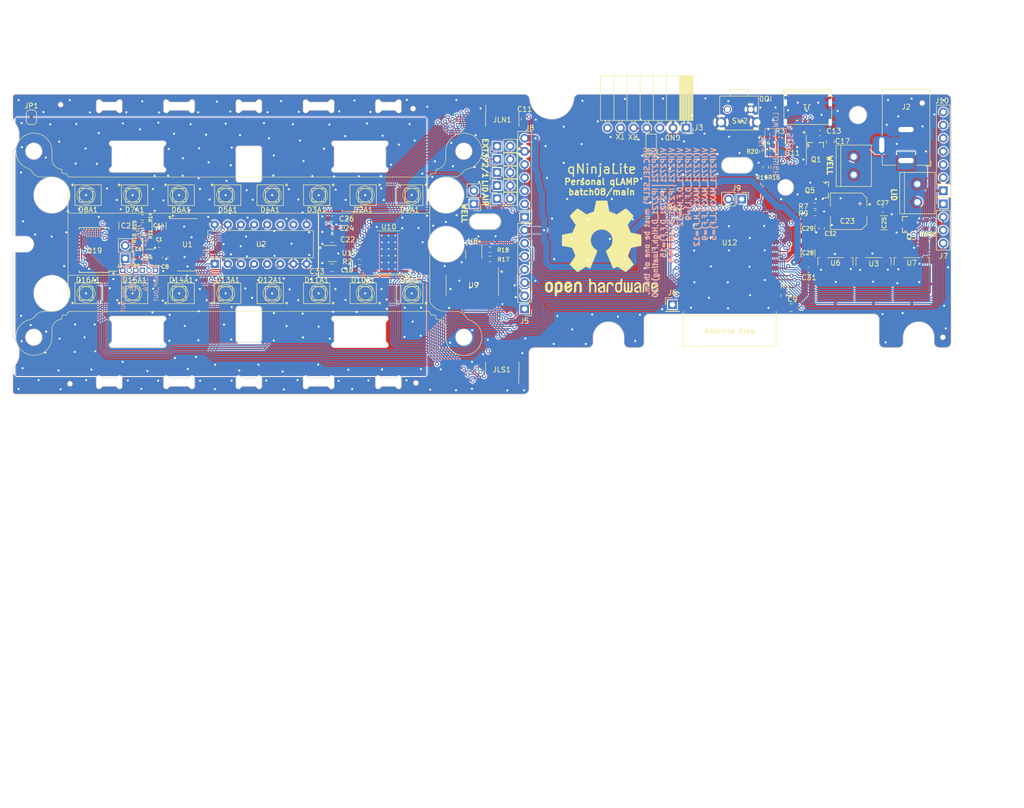
<source format=kicad_pcb>
(kicad_pcb (version 20221018) (generator pcbnew)
  (layers (0 "F.Cu" signal) (31 "B.Cu" signal) (34 "B.Paste" user) (35 "F.Paste" user) (36 "B.SilkS" user "B.Silkscreen") (37 "F.SilkS" user "F.Silkscreen") (38 "B.Mask" user) (39 "F.Mask" user) (44 "Edge.Cuts" user))
  (net 0 "")
  (net 1 "LED_BLANK")
  (net 2 "GNDA")
  (net 3 "3V3D")
  (net 4 "3V3A")
  (net 5 "PD_MUX_OUT")
  (net 6 "Net-(U8-NC)")
  (net 7 "/Photo/AMP_OUT")
  (net 8 "Net-(U8-NO)")
  (net 9 "VCC")
  (net 10 "THERM_R_SWITCH")
  (net 11 "/PhotoMUX/N_PD_OUT15")
  (net 12 "MUX_S3")
  (net 13 "/WELL_HEATER")
  (net 14 "MUX_S2")
  (net 15 "/LID_HEATER")
  (net 16 "MUX_S1")
  (net 17 "VIN_SENSE")
  (net 18 "I2C_SCL")
  (net 19 "MUX_S0")
  (net 20 "I2C_SDA")
  (net 21 "THERM_MUX_OUT")
  (net 22 "Net-(U10A-IREF)")
  (net 23 "THERM_AIR")
  (net 24 "THERM_EXT1")
  (net 25 "THERM_EXT2")
  (net 26 "THERM_EXT3")
  (net 27 "THERM_LID")
  (net 28 "THERM_WELL")
  (net 29 "Net-(J4-Pin_2)")
  (net 30 "/PhotoMUX/N_PD_OUT13")
  (net 31 "GNDD")
  (net 32 "/BOOTMODE")
  (net 33 "/PhotoMUX/N_PD_OUT11")
  (net 34 "/IO4")
  (net 35 "/SD_CS")
  (net 36 "/SD_CLK")
  (net 37 "/SD_MISO")
  (net 38 "VOPT")
  (net 39 "Net-(U12-EN)")
  (net 40 "/SD_MOSI")
  (net 41 "/TP_IRQ")
  (net 42 "5V")
  (net 43 "Net-(Q3-G)")
  (net 44 "Net-(Q5-G)")
  (net 45 "/Power/SELP")
  (net 46 "Net-(J1-CC1)")
  (net 47 "Net-(J1-CC2)")
  (net 48 "Net-(JP10-A)")
  (net 49 "/Power/SEL")
  (net 51 "Net-(Q1-G)")
  (net 52 "/PhotoMUX/N_PD_OUT9")
  (net 53 "/PhotoMUX/N_PD_OUT7")
  (net 54 "/PhotoMUX/N_PD_OUT5")
  (net 55 "/PhotoMUX/N_PD_OUT3")
  (net 56 "/PhotoMUX/N_PD_OUT1")
  (net 57 "/PhotoMUX/S_PD_OUT15")
  (net 58 "/PhotoMUX/S_PD_OUT13")
  (net 59 "/PhotoMUX/S_PD_OUT11")
  (net 60 "/PhotoMUX/S_PD_OUT9")
  (net 61 "/PhotoMUX/S_PD_OUT7")
  (net 62 "/PhotoMUX/S_PD_OUT5")
  (net 63 "/PhotoMUX/S_PD_OUT3")
  (net 64 "/PhotoMUX/S_PD_OUT1")
  (net 65 "SCLK")
  (net 66 "LED_LAT")
  (net 67 "/PhotoLED/S_LED_OUT8")
  (net 68 "/PhotoLED/S_LED_OUT7")
  (net 69 "/PhotoLED/S_LED_OUT6")
  (net 70 "/PhotoLED/S_LED_OUT5")
  (net 71 "/PhotoLED/S_LED_OUT1")
  (net 72 "/PhotoLED/S_LED_OUT2")
  (net 73 "/PhotoLED/S_LED_OUT3")
  (net 74 "/PhotoLED/S_LED_OUT4")
  (net 75 "/PhotoLED/N_LED_OUT5")
  (net 76 "/PhotoLED/N_LED_OUT6")
  (net 77 "/PhotoLED/N_LED_OUT7")
  (net 78 "/PhotoLED/N_LED_OUT8")
  (net 79 "/PhotoLED/N_LED_OUT4")
  (net 80 "/PhotoLED/N_LED_OUT3")
  (net 81 "/PhotoLED/N_LED_OUT2")
  (net 82 "/PhotoLED/N_LED_OUT1")
  (net 83 "NAU_DRDY")
  (net 84 "/TXD")
  (net 85 "/RXD")
  (net 88 "DIVIDED")
  (net 92 "/Power/VIN")
  (net 94 "/Photo/VBG")
  (net 98 "MOSI")
  (net 101 "/TP_CS")
  (net 102 "/LCD_DC{slash}RS")
  (net 103 "/LCD_RESET")
  (net 104 "/LCD_CS")
  (net 110 "Net-(HWELL1-Pin_2)")
  (net 111 "Net-(HLID1-Pin_2)")
  (net 113 "/IO5")
  (net 114 "/IO6")
  (net 115 "/IO16")
  (net 116 "/IO18")
  (net 117 "/IO11")
  (net 118 "/IO12")
  (net 119 "/IO1")
  (net 120 "Net-(J24-Pin_2)")
  (net 121 "Net-(J3-Pin_4)")
  (net 124 "/MISO")
  (footprint "Ninja:TB_SeeedOPL_320110028" (layer "F.Cu") (at 229.68 45.07 -90)
    (fp_text reference "HWELL1" hide)
    (fp_text value "Screw_Terminal_01x02")
  )
  (footprint "Jumper:SolderJumper-2_P1.3mm_Bridged_RoundedPad1.0x1.5mm" (layer "F.Cu") (at 70.57 37.43 -90)
    (fp_text reference "JP1")
    (fp_text value "SolderJumper_2_Bridged")
  )
  (footprint "Package_SO:TSSOP-16_4.4x5mm_P0.65mm" (layer "F.Cu") (at 217.778002 44.3998 -90)
    (fp_text reference "U11")
    (fp_text value "IP2721")
  )
  (footprint "Package_TO_SOT_SMD:SOT-23-5" (layer "F.Cu") (at 128.803378 63.790011)
    (fp_text reference "U14")
    (fp_text value "TCR3DF33,LM(CT")
  )
  (footprint "Capacitor_SMD:C_0805_2012Metric" (layer "F.Cu") (at 128.803378 60.919989)
    (fp_text reference "C22")
    (fp_text value "4.7uF")
  )
  (footprint "Ninja:35TZV100M6.3X8" (layer "F.Cu") (at 228.7 55.62 180)
    (fp_text reference "C23")
    (fp_text value "100uF" hide)
  )
  (footprint "Capacitor_SMD:C_0603_1608Metric" (layer "F.Cu") (at 128.803376 58.85)
    (fp_text reference "C24")
    (fp_text value "0.1uF")
  )
  (footprint "Capacitor_SMD:C_1210_3225Metric" (layer "F.Cu") (at 235.57 57.85)
    (fp_text reference "C25")
    (fp_text value "22uF")
  )
  (footprint "Capacitor_SMD:C_0603_1608Metric" (layer "F.Cu") (at 235.33 55.26)
    (fp_text reference "C27")
    (fp_text value "0.1uF")
  )
  (footprint "Capacitor_SMD:C_1210_3225Metric" (layer "F.Cu") (at 220.82 58.94 -90)
    (fp_text reference "C29")
    (fp_text value "22uF")
  )
  (footprint "Capacitor_SMD:C_0603_1608Metric" (layer "F.Cu") (at 220.94 66.92)
    (fp_text reference "C31")
    (fp_text value "0.1uF")
  )
  (footprint "Capacitor_SMD:C_0805_2012Metric" (layer "F.Cu") (at 128.783376 66.56 180)
    (fp_text reference "C33")
    (fp_text value "4.7uF")
  )
  (footprint "Capacitor_SMD:C_0603_1608Metric" (layer "F.Cu") (at 223.17 40.5)
    (fp_text reference "C13")
    (fp_text value "1uF(<=20V)")
  )
  (footprint "Capacitor_SMD:C_1210_3225Metric" (layer "F.Cu") (at 95.290005 58.409989 90)
    (fp_text reference "C14")
    (fp_text value "22uF")
  )
  (footprint "Ninja:TB_SeeedOPL_320110028" (layer "F.Cu") (at 241.98 50.36 -90)
    (fp_text reference "HLID1" hide)
    (fp_text value "Screw_Terminal_01x02")
  )
  (footprint "Ninja:SSOP-24_5.3x8.2mm_P0.65mm-0.83mil" (layer "F.Cu") (at 82.695999 63.120012 180)
    (fp_text reference "U19")
    (fp_text value "CD74HC4067M96")
  )
  (footprint "Capacitor_SMD:C_0603_1608Metric" (layer "F.Cu") (at 96.4692 64.529992 -90)
    (fp_text reference "C8")
    (fp_text value "DNP")
  )
  (footprint "Capacitor_SMD:C_0603_1608Metric" (layer "F.Cu") (at 165.83 37.8 -90)
    (fp_text reference "C11")
    (fp_text value "0.1uF")
  )
  (footprint "Capacitor_SMD:C_0603_1608Metric" (layer "F.Cu") (at 92.075 62.108)
    (fp_text reference "C6")
    (fp_text value "5pF")
  )
  (footprint "Ninja:SOT-23-8-8.3mil" (layer "F.Cu") (at 156.155441 63.941 -90)
    (fp_text reference "U8")
    (fp_text value "TS12A12511DCNR")
  )
  (footprint "Package_TO_SOT_SMD:SOT-23-5" (layer "F.Cu") (at 93.599 64.529992 180)
    (fp_text reference "U4")
    (fp_text value "LMP7717MF_NOPB")
  )
  (footprint "Resistor_SMD:R_0603_1608Metric" (layer "F.Cu") (at 159.305422 64.83 180)
    (fp_text reference "R17")
    (fp_text value "10k_HP")
  )
  (footprint "Resistor_SMD:R_0603_1608Metric" (layer "F.Cu") (at 159.305422 63.052 180)
    (fp_text reference "R18")
    (fp_text value "47k_HP")
  )
  (footprint "Package_SO:SOIC-16_3.9x9.9mm_P1.27mm" (layer "F.Cu") (at 155.8792 69.92 -90)
    (fp_text reference "U9")
    (fp_text value "SN74LV4051A")
  )
  (footprint "Capacitor_SMD:C_0603_1608Metric" (layer "F.Cu") (at 128.803376 57.05)
    (fp_text reference "C26")
    (fp_text value "0.01uF")
  )
  (footprint "Ninja:SOT95P240X112-3N" (layer "F.Cu") (at 224.072725 51.497725)
    (fp_text reference "Q5")
    (fp_text value "Q_NMOS_GSD")
  )
  (footprint "Ninja:SOT95P240X112-3N" (layer "F.Cu") (at 239.8078 58.1802 180)
    (fp_text reference "Q3")
    (fp_text value "Q_NMOS_GSD")
  )
  (footprint "Ninja:SOT95P240X112-3N" (layer "F.Cu") (at 222.31 43.04 90)
    (fp_text reference "Q1")
    (fp_text value "Q_NMOS_GSD")
  )
  (footprint "Package_SO:HTSSOP-24-1EP_4.4x7.8mm_P0.65mm_EP3.4x7.8mm_Mask2.4x4.68mm_ThermalVias" (layer "F.Cu") (at 139.6775 63.573 180)
    (fp_text reference "U10")
    (fp_text value "TLC5929")
  )
  (footprint "Resistor_SMD:R_0603_1608Metric" (layer "F.Cu") (at 212.66 47.1 90)
    (fp_text reference "R19")
    (fp_text value "100k")
  )
  (footprint "Capacitor_SMD:C_0805_2012Metric" (layer "F.Cu") (at 217.56 74.27 180)
    (fp_text reference "C9")
    (fp_text value "10uF")
  )
  (footprint "Connector_PinHeader_2.54mm:PinHeader_1x02_P2.54mm_Vertical" (layer "F.Cu") (at 156.18 54.190126 180)
    (fp_text reference "TWELL1" hide)
    (fp_text value "Conn_01x02_Male")
  )
  (footprint "Connector_PinHeader_2.54mm:PinHeader_1x02_P2.54mm_Vertical" (layer "F.Cu") (at 160.666124 50.650126 90)
    (fp_text reference "TLID1" hide)
    (fp_text value "Conn_01x02_Male")
  )
  (footprint "Connector_PinHeader_2.54mm:PinHeader_1x02_P2.54mm_Vertical" (layer "F.Cu") (at 160.666124 43.030126 90)
    (fp_text reference "TEXT3" hide)
    (fp_text value "Conn_01x02_Male")
  )
  (footprint "Connector_PinHeader_2.54mm:PinHeader_1x02_P2.54mm_Vertical" (layer "F.Cu") (at 160.666123 45.570126 90)
    (fp_text reference "TEXT2" hide)
    (fp_text value "Conn_01x02_Male")
  )
  (footprint "Connector_PinHeader_2.54mm:PinHeader_1x02_P2.54mm_Vertical" (layer "F.Cu") (at 160.666124 48.110126 90)
    (fp_text reference "TEXT1" hide)
    (fp_text value "Conn_01x02_Male")
  )
  (footprint "Connector_PinHeader_2.54mm:PinHeader_1x02_P2.54mm_Vertical" (layer "F.Cu") (at 160.666124 53.190126 90)
    (fp_text reference "TAIR1" hide)
    (fp_text value "Conn_01x02_Male")
  )
  (footprint "Resistor_SMD:R_0603_1608Metric" (layer "F.Cu") (at 222.2 55.97 180)
    (fp_text reference "R9")
    (fp_text value "47k")
  )
  (footprint "Resistor_SMD:R_0603_1608Metric" (layer "F.Cu") (at 245.02 58.17 90)
    (fp_text reference "R8")
    (fp_text value "47k")
  )
  (footprint "Resistor_SMD:R_0603_1608Metric" (layer "F.Cu") (at 213.999716 40.7212 -90)
    (fp_text reference "R3")
    (fp_text value "5.1k")
  )
  (footprint "Resistor_SMD:R_0603_1608Metric" (layer "F.Cu") (at 213.999716 43.7692 -90)
    (fp_text reference "R4")
    (fp_text value "5.1k")
  )
  (footprint "Resistor_SMD:R_0603_1608Metric" (layer "F.Cu") (at 222.2 54.57)
    (fp_text reference "R7")
    (fp_text value "150")
  )
  (footprint "Resistor_SMD:R_0603_1608Metric" (layer "F.Cu") (at 243.67 58.17 -90)
    (fp_text reference "R6")
    (fp_text value "150")
  )
  (footprint "Resistor_SMD:R_0603_1608Metric" (layer "F.Cu") (at 134.04 65.43 180)
    (fp_text reference "R2")
    (fp_text value "3.3k")
  )
  (footprint "Resistor_SMD:R_0603_1608Metric" (layer "F.Cu") (at 216.13 71.91 -90)
    (fp_text reference "R1")
    (fp_text value "100k")
  )
  (footprint "Resistor_SMD:R_0603_1608Metric" (layer "F.Cu") (at 214.17971 47.1 -90)
    (fp_text reference "R16")
    (fp_text value "100k")
  )
  (footprint "Capacitor_SMD:C_0603_1608Metric" (layer "F.Cu") (at 134.04 67 180)
    (fp_text reference "C10")
    (fp_text value "0.1uF")
  )
  (footprint "Capacitor_SMD:C_1210_3225Metric" (layer "F.Cu") (at 220.82 63.7 90)
    (fp_text reference "C28")
    (fp_text value "22uF")
  )
  (footprint "Capacitor_SMD:C_0603_1608Metric" (layer "F.Cu") (at 223.47 58.94 -90)
    (fp_text reference "C32")
    (fp_text value "0.1uF")
  )
  (footprint "Connector_BarrelJack:BarrelJack_Horizontal" (layer "F.Cu") (at 239.796 45.809811 -90)
    (fp_text reference "J2")
    (fp_text value "Barrel_Jack_Switch")
  )
  (footprint "Connector_PinHeader_2.54mm:PinHeader_1x01_P2.54mm_Vertical" (layer "F.Cu") (at 194.6 73.68)
    (fp_text reference "J6")
    (fp_text value "Conn_01x01_Pin")
  )
  (footprint "Ninja:SFH2200_2201_2240" (layer "F.Cu") (at 125.767219 71.501633 180)
    (fp_text reference "D11A1")
    (fp_text value "D_Photo")
  )
  (footprint "Ninja:SFH2200_2201_2240" (layer "F.Cu") (at 134.767219 52.502054 180)
    (fp_text reference "D2A1")
    (fp_text value "D_Photo")
  )
  (footprint "Ninja:SFH2200_2201_2240" (layer "F.Cu") (at 99.547211 71.501633)
    (fp_text reference "D14A1")
    (fp_text value "D_Photo")
  )
  (footprint "Ninja:SFH2200_2201_2240" (layer "F.Cu") (at 99.547211 52.502054)
    (fp_text reference "D6A1")
    (fp_text value "D_Photo")
  )
  (footprint "Ninja:ALI_USB" (layer "F.Cu") (at 225.108 38.419782 180)
    (fp_text reference "J1")
    (fp_text value "ALI_USB")
  )
  (footprint "Capacitor_SMD:C_1210_3225Metric" (layer "F.Cu") (at 88.859995 58.409989 -90)
    (fp_text reference "C2")
    (fp_text value "22uF")
  )
  (footprint "Package_SO:SOIC-16_3.9x9.9mm_P1.27mm" (layer "F.Cu") (at 100.8 62.11)
    (fp_text reference "U1")
    (fp_text value "NAU7802")
  )
  (footprint "Connector_PinSocket_1.27mm:PinSocket_2x05_P1.27mm_Vertical_SMD" (layer "F.Cu") (at 161.681 86.178 -90)
    (fp_text reference "JLS1")
    (fp_text value "Conn_01x10_Male")
  )
  (footprint "Ninja:SFH2200_2201_2240" (layer "F.Cu") (at 81.547211 71.501633)
    (fp_text reference "D16A1")
    (fp_text value "D_Photo")
  )
  (footprint "Ninja:SFH2200_2201_2240" (layer "F.Cu") (at 116.767219 71.501633 180)
    (fp_text reference "D12A1")
    (fp_text value "D_Photo")
  )
  (footprint "Ninja:SFH2200_2201_2240" (layer "F.Cu") (at 108.547211 71.501633)
    (fp_text reference "D13A1")
    (fp_text value "D_Photo")
  )
  (footprint "Resistor_SMD:R_0603_1608Metric" (layer "F.Cu") (at 92.075 59.568 180)
    (fp_text reference "R11")
    (fp_text value "47k_HP")
  )
  (footprint "Resistor_SMD:R_0603_1608Metric" (layer "F.Cu") (at 92.075 56.8198 180)
    (fp_text reference "R14")
    (fp_text value "10k")
  )
  (footprint "Ninja:SFH2200_2201_2240" (layer "F.Cu") (at 116.767219 52.502054 180)
    (fp_text reference "D4A1")
    (fp_text value "D_Photo")
  )
  (footprint "Ninja:SFH2200_2201_2240" (layer "F.Cu") (at 108.547211 52.502054)
    (fp_text reference "D5A1")
    (fp_text value "D_Photo")
  )
  (footprint "Connector_PinHeader_2.54mm:PinHeader_1x02_P2.54mm_Vertical" (layer "F.Cu") (at 208 53.27 -90)
    (fp_text reference "J9")
    (fp_text value "Conn_01x02_Pin")
  )
  (footprint "Jumper:SolderJumper-2_P1.3mm_Open_TrianglePad1.0x1.5mm" (layer "F.Cu") (at 190.48 42.1 -90)
    (fp_text reference "JP2")
    (fp_text value "Jumper_2_Bridged")
  )
  (footprint "Capacitor_SMD:C_0805_2012Metric" (layer "F.Cu") (at 225.15 42.17 90)
    (fp_text reference "C17")
    (fp_text value "10uF(<=20V)")
  )
  (footprint "Ninja:SW_TH_Tactile_alps_SKHHLPA010" (layer "F.Cu") (at 205.25 35.9)
    (fp_text reference "SW2")
    (fp_text value "TACTILE_4")
  )
  (footprint "Resistor_SMD:R_0603_1608Metric" (layer "F.Cu") (at 195.06 56.93 90)
    (fp_text reference "R12")
    (fp_text value "100k")
  )
  (footprint "Connector_PinSocket_2.54mm:PinSocket_1x07_P2.54mm_Horizontal" (layer "F.Cu") (at 197.25 39.5 -90)
    (fp_text reference "J3")
    (fp_text value "Conn_01x07_Male")
  )
  (footprint "Resistor_SMD:R_0603_1608Metric" (layer "F.Cu") (at 212 44.08 90)
    (fp_text reference "R20")
    (fp_text value "10k")
  )
  (footprint "Ninja:SFH2200_2201_2240" (layer "F.Cu") (at 90.547211 71.501633)
    (fp_text reference "D15A1")
    (fp_text value "D_Photo")
  )
  (footprint "Ninja:SFH2200_2201_2240" (layer "F.Cu") (at 125.767219 52.502054 180)
    (fp_text reference "D3A1")
    (fp_text value "D_Photo")
  )
  (footprint "Connector_PinHeader_2.54mm:PinHeader_1x04_P2.54mm_Vertical" (layer "F.Cu") (at 247.000124 54.190126)
    (fp_text reference "J7")
    (fp_text value "Conn_01x04_Male")
  )
  (footprint "Connector_PinSocket_1.27mm:PinSocket_2x05_P1.27mm_Vertical_SMD" (layer "F.Cu") (at 161.681 37.822 90)
    (fp_text reference "JLN1")
    (fp_text value "Conn_01x10_Male")
  )
  (footprint "Connector_PinHeader_2.54mm:PinHeader_1x07_P2.54mm_Vertical" (layer "F.Cu") (at 166.000124 56.730126 180)
    (fp_text reference "J8")
    (fp_text value "Conn_01x07_Male")
  )
  (footprint "Ninja:ESP32-S3-WROOM-1" (layer "F.Cu") (at 205.68 66.006 180)
    (fp_text reference "U12")
    (fp_text value "ESP32-­S3-­WROOM­-1")
  )
  (footprint "Capacitor_SMD:C_0603_1608Metric" (layer "F.Cu") (at 95.290005 62.108 180)
    (fp_text reference "C1")
    (fp_text value "0.1uF")
  )
  (footprint "Resistor_SMD:R_0603_1608Metric" (layer "F.Cu") (at 92.075 58.298)
    (fp_text reference "R15")
    (fp_text value "100k")
  )
  (footprint "Symbol:OSHW-Logo2_24.3x20mm_SilkScreen" (layer "F.Cu") (at 180.91 62.799982)
    (fp_text reference "REF**" hide)
    (fp_text value "OSHW-Logo2_24.3x20mm_SilkScreen" hide)
  )
  (footprint "Ninja:SFH2200_2201_2240" (layer "F.Cu") (at 143.767219 71.501633 180)
    (fp_text reference "D9A1")
    (fp_text value "D_Photo")
  )
  (footprint "Ninja:REG_TO252-3" (layer "F.Cu") (at 226.12 66.87 -90)
    (fp_text reference "U6")
    (fp_text value "BA178M05FP-E2")
  )
  (footprint "Ninja:REG_TO252-3-INV" (layer "F.Cu") (at 240.9 66.87 -90)
    (fp_text reference "U7")
    (fp_text value "BD433M5FP-CE2")
  )
  (footprint "Package_DIP:DIP-16_W7.62mm" (layer "F.Cu") (at 106.029989 65.809999 90)
    (fp_text reference "U2")
    (fp_text value "NAU7802")
  )
  (footprint "Resistor_SMD:R_0603_1608Metric" (layer "F.Cu") (at 92.075 60.838 180)
    (fp_text reference "R10")
    (fp_text value "47k_HP")
  )
  (footprint "Ninja:REG_TO252-3" (layer "F.Cu") (at 233.51 66.87 -90)
    (fp_text reference "U3")
    (fp_text value "BD433M5FP-CE2")
  )
  (footprint "Resistor_SMD:R_0603_1608Metric" (layer "F.Cu") (at 90.932 64.529992 90)
    (fp_text reference "R5")
    (fp_text value "10M")
  )
  (footprint "Ninja:SFH2200_2201_2240" (layer "F.Cu") (at 90.547211 52.502054)
    (fp_text reference "D7A1")
    (fp_text value "D_Photo")
  )
  (footprint "Ninja:SFH2200_2201_2240" (layer "F.Cu") (at 143.767219 52.502054 180)
    (fp_text reference "D1A1")
    (fp_text value "D_Photo")
  )
  (footprint "Ninja:SFH2200_2201_2240" (layer "F.Cu") (at 81.547211 52.502054)
    (fp_text reference "D8A1")
    (fp_text value "D_Photo")
  )
  (footprint "Connector_PinHeader_2.54mm:PinHeader_1x07_P2.54mm_Vertical" (layer "F.Cu") (at 247.000124 51.650126 180)
    (fp_text reference "J10")
    (fp_text value "Conn_01x07_Pin")
  )
  (footprint "Connector_PinHeader_2.54mm:PinHeader_1x02_P2.54mm_Vertical" (layer "F.Cu") (at 88.71999 64.785008 180)
    (fp_text reference "J4")
    (fp_text value "Conn_01x02_Male")
  )
  (footprint "Ninja:SFH2200_2201_2240" (layer "F.Cu") (at 134.767219 71.501633 180)
    (fp_text reference "D10A1")
    (fp_text value "D_Photo")
  )
  (footprint "Connector_PinHeader_2.54mm:PinHeader_1x07_P2.54mm_Vertical" (layer "F.Cu") (at 166.000124 74.510126 180)
    (fp_text reference "J5")
    (fp_text value "Conn_01x07_Male")
  )
  (footprint "Connector_PinHeader_1.27mm:PinHeader_1x01_P1.27mm_Vertical" (layer "B.Cu") (at 88.24 67.05 180)
    (fp_text reference "J13" hide)
    (fp_text value "Conn_01x01_Male")
  )
  (footprint "Connector_PinHeader_1.27mm:PinHeader_1x01_P1.27mm_Vertical" (layer "B.Cu") (at 94.59 67.05)
    (fp_text reference "J16" hide)
    (fp_text value "Conn_01x01_Male")
  )
  (footprint "Jumper:SolderJumper-3_P2.0mm_Open_TrianglePad1.0x1.5mm" (layer "B.Cu") (at 91.240013 63.555994 -90)
    (fp_text reference "JP6")
    (fp_text value "Jumper_3_Open")
  )
  (footprint "Jumper:SolderJumper-3_P2.0mm_Open_TrianglePad1.0x1.5mm" (layer "B.Cu") (at 213.457197 42.390005 90)
    (fp_text reference "JP9" hide)
    (fp_text value "Jumper_3_Open")
  )
  (footprint "Connector_PinHeader_1.27mm:PinHeader_1x02_P1.27mm_Vertical" (layer "B.Cu") (at 90.78 67.05 90)
    (fp_text reference "J25")
    (fp_text value "Conn_01x02_Male")
  )
  (footprint "Connector_PinHeader_1.27mm:PinHeader_1x02_P1.27mm_Vertical" (layer "B.Cu") (at 92.05 67.05 -90)
    (fp_text reference "J24")
    (fp_text value "Conn_01x02_Male")
  )
  (footprint "Jumper:SolderJumper-3_P2.0mm_Open_TrianglePad1.0x1.5mm" (layer "B.Cu") (at 215.599713 42.390005 90)
    (fp_text reference "JP10" hide)
    (fp_text value "Jumper_3_Open")
  )
  (gr_line (start 147.657227 71.5) (end 147.657227 52.5) (stroke (width 0.1)) (layer "F.SilkS"))
  (gr_arc (start 69.793791 47.266166) (mid 70.342036 47.588133) (end 70.761537 48.065895) (stroke (width 0.1)) (layer "F.SilkS"))
  (gr_arc (start 71.379757 75.828755) (mid 70.875446 76.315745) (end 70.234047 76.598743) (stroke (width 0.1)) (layer "F.SilkS"))
  (gr_circle (center 126.157202 71.501637) (end 124.407202 71.501637) (stroke (width 0.1)) (fill none) (layer "F.SilkS"))
  (gr_arc (start 69.793791 47.266166) (mid 69.08849 41.115523) (end 74.563915 44.004758) (stroke (width 0.1)) (layer "F.SilkS"))
  (gr_arc (start 147.886139 48.404914) (mid 147.9593 48.332084) (end 148.059038 48.305442) (stroke (width 0.1)) (layer "F.SilkS"))
  (gr_arc (start 76.497682 75.898256) (mid 76.556275 75.756857) (end 76.697682 75.698256) (stroke (width 0.1)) (layer "F.SilkS"))
  (gr_arc (start 76.712016 48.305442) (mid 76.570569 48.246872) (end 76.512016 48.105442) (stroke (width 0.1)) (layer "F.SilkS"))
  (gr_arc (start 77.428279 75.598784) (mid 77.355119 75.671621) (end 77.25538 75.698256) (stroke (width 0.1)) (layer "F.SilkS"))
  (gr_arc (start 77.428293 48.404914) (mid 77.500885 48.541699) (end 77.562683 48.683688) (stroke (width 0.1)) (layer "F.SilkS"))
  (gr_arc (start 72.455067 49.001961) (mid 71.487577 48.752355) (end 70.761537 48.065895) (stroke (width 0.1)) (layer "F.SilkS"))
  (gr_circle (center 144.157216 52.502061) (end 145.907216 52.502061) (stroke (width 0.1)) (fill none) (layer "F.SilkS"))
  (gr_arc (start 71.379757 75.828755) (mid 72.090257 75.220428) (end 72.999668 75.001737) (stroke (width 0.1)) (layer "F.SilkS"))
  (gr_line (start 76.512016 47.717688) (end 76.512016 48.105442) (stroke (width 0.1)) (layer "F.SilkS"))
  (gr_arc (start 149.18281 76.546221) (mid 150.310072 77.246869) (end 150.750503 78.49894) (stroke (width 0.1)) (layer "F.SilkS"))
  (gr_arc (start 74.563643 49.001961) (mid 76.369243 49.50368) (end 77.657216 50.86495) (stroke (width 0.1)) (layer "F.SilkS"))
  (gr_line (start 74.563901 78.49894) (end 74.563901 79.99894) (stroke (width 0.1)) (layer "F.SilkS"))
  (gr_line (start 147.657202 68.501637) (end 147.657202 73.138748) (stroke (width 0.1)) (layer "F.SilkS"))
  (gr_line (start 148.816736 48.105442) (end 148.816736 47.712572) (stroke (width 0.1)) (layer "F.SilkS"))
  (gr_arc (start 77.562669 75.32001) (mid 77.500877 75.462002) (end 77.428279 75.598784) (stroke (width 0.1)) (layer "F.SilkS"))
  (gr_line (start 72.999668 75.001737) (end 74.563629 75.001737) (stroke (width 0.1)) (layer "F.SilkS"))
  (gr_arc (start 147.751749 48.683688) (mid 147.568034 48.914883) (end 147.285904 49.002061) (stroke (width 0.1)) (layer "F.SilkS"))
  (gr_arc (start 76.131608 47.457477) (mid 75.004337 46.756834) (end 74.563915 45.504758) (stroke (width 0.1)) (layer "F.SilkS"))
  (gr_line (start 74.563915 44.004758) (end 74.563915 45.504758) (stroke (width 0.1)) (layer "F.SilkS"))
  (gr_line (start 78.028528 49.002061) (end 147.285904 49.002061) (stroke (width 0.1)) (layer "F.SilkS"))
  (gr_circle (center 108.157202 71.501637) (end 106.407202 71.501637) (stroke (width 0.1)) (fill none) (layer "F.SilkS"))
  (gr_line (start 77.657216 55.502061) (end 77.657216 50.86495) (stroke (width 0.1)) (layer "F.SilkS"))
  (gr_circle (center 90.157216 52.502061) (end 91.907216 52.502061) (stroke (width 0.1)) (fill none) (layer "F.SilkS"))
  (gr_line (start 152.31475 49.001961) (end 150.750789 49.001961) (stroke (width 0.1)) (layer "F.SilkS"))
  (gr_line (start 77.657202 73.138748) (end 77.657202 68.501637) (stroke (width 0.1)) (layer "F.SilkS"))
  (gr_arc (start 147.751749 48.683688) (mid 147.813542 48.541697) (end 147.886139 48.404914) (stroke (width 0.1)) (layer "F.SilkS"))
  (gr_arc (start 149.18281 76.546221) (mid 149.057398 76.514167) (end 148.934323 76.474066) (stroke (width 0.1)) (layer "F.SilkS"))
  (gr_arc (start 78.028528 49.002061) (mid 77.7464 48.914872) (end 77.562683 48.683688) (stroke (width 0.1)) (layer "F.SilkS"))
  (gr_arc (start 76.36417 76.479751) (mid 76.248887 76.516503) (end 76.131594 76.546221) (stroke (width 0.1)) (layer "F.SilkS"))
  (gr_arc (start 150.750517 44.004758) (mid 156.412151 41.252139) (end 155.080371 47.404955) (stroke (width 0.1)) (layer "F.SilkS"))
  (gr_circle (center 135.157202 71.501637) (end 133.407202 71.501637) (stroke (width 0.1)) (fill none) (layer "F.SilkS"))
  (gr_arc (start 155.520627 76.737532) (mid 154.972379 76.415568) (end 154.552881 75.937803) (stroke (width 0.1)) (layer "F.SilkS"))
  (gr_arc (start 74.563901 79.99894) (mid 68.902231 82.751571) (end 70.234047 76.598743) (stroke (width 0.1)) (layer "F.SilkS"))
  (gr_circle (center 117.157216 52.502061) (end 118.907216 52.502061) (stroke (width 0.1)) (fill none) (layer "F.SilkS"))
  (gr_line (start 147.157216 56.002061) (end 78.157216 56.002061) (stroke (width 0.1)) (layer "F.SilkS"))
  (gr_circle (center 117.157202 71.501637) (end 115.407202 71.501637) (stroke (width 0.1)) (fill none) (layer "F.SilkS"))
  (gr_arc (start 74.563901 78.49894) (mid 75.0043 77.246844) (end 76.131594 76.546221) (stroke (width 0.1)) (layer "F.SilkS"))
  (gr_arc (start 147.157202 68.001637) (mid 147.510741 68.148087) (end 147.657202 68.501637) (stroke (width 0.1)) (layer "F.SilkS"))
  (gr_arc (start 155.520627 76.737532) (mid 156.225919 82.888183) (end 150.750503 79.99894) (stroke (width 0.1)) (layer "F.SilkS"))
  (gr_circle (center 90.157202 71.501637) (end 88.407202 71.501637) (stroke (width 0.1)) (fill none) (layer "F.SilkS"))
  (gr_line (start 150.750775 75.001737) (end 152.859351 75.001737) (stroke (width 0.1)) (layer "F.SilkS"))
  (gr_line (start 147.657216 50.86495) (end 147.657216 55.502061) (stroke (width 0.1)) (layer "F.SilkS"))
  (gr_arc (start 150.750775 75.001737) (mid 148.945168 74.500025) (end 147.657202 73.138748) (stroke (width 0.1)) (layer "F.SilkS"))
  (gr_circle (center 99.157202 71.501637) (end 97.407202 71.501637) (stroke (width 0.1)) (fill none) (layer "F.SilkS"))
  (gr_line (start 76.712016 48.305442) (end 77.255394 48.305442) (stroke (width 0.1)) (layer "F.SilkS"))
  (gr_circle (center 135.157216 52.502061) (end 136.907216 52.502061) (stroke (width 0.1)) (fill none) (layer "F.SilkS"))
  (gr_arc (start 148.059024 75.698256) (mid 147.959285 75.671619) (end 147.886125 75.598784) (stroke (width 0.1)) (layer "F.SilkS"))
  (gr_circle (center 108.157216 52.502061) (end 109.907216 52.502061) (stroke (width 0.1)) (fill none) (layer "F.SilkS"))
  (gr_line (start 148.059038 48.305442) (end 148.616736 48.305442) (stroke (width 0.1)) (layer "F.SilkS"))
  (gr_arc (start 153.934661 48.174943) (mid 154.438974 47.687957) (end 155.080371 47.404955) (stroke (width 0.1)) (layer "F.SilkS"))
  (gr_arc (start 150.750517 45.504758) (mid 150.31012 46.75686) (end 149.182824 47.457477) (stroke (width 0.1)) (layer "F.SilkS"))
  (gr_arc (start 148.816736 47.712572) (mid 148.853505 47.597044) (end 148.950248 47.523947) (stroke (width 0.1)) (layer "F.SilkS"))
  (gr_circle (center 144.157202 71.501637) (end 142.407202 71.501637) (stroke (width 0.1)) (fill none) (layer "F.SilkS"))
  (gr_line (start 150.750517 45.504758) (end 150.750517 44.004758) (stroke (width 0.1)) (layer "F.SilkS"))
  (gr_line (start 76.497682 75.898256) (end 76.497682 76.291126) (stroke (width 0.1)) (layer "F.SilkS"))
  (gr_arc (start 148.950248 47.523947) (mid 149.06553 47.48719) (end 149.182824 47.457477) (stroke (width 0.1)) (layer "F.SilkS"))
  (gr_arc (start 76.131608 47.457477) (mid 76.25702 47.489532) (end 76.380095 47.529632) (stroke (width 0.1)) (layer "F.SilkS"))
  (gr_arc (start 147.28589 75.001637) (mid 147.56801 75.088833) (end 147.751735 75.32001) (stroke (width 0.1)) (layer "F.SilkS"))
  (gr_arc (start 148.602402 75.698256) (mid 148.743838 75.756833) (end 148.802402 75.898256) (stroke (width 0.1)) (layer "F.SilkS"))
  (gr_arc (start 76.497682 76.291126) (mid 76.460915 76.406658) (end 76.36417 76.479751) (stroke (width 0.1)) (layer "F.SilkS"))
  (gr_arc (start 152.859351 75.001737) (mid 153.826868 75.251312) (end 154.552881 75.937803) (stroke (width 0.1)) (layer "F.SilkS"))
  (gr_arc (start 77.562669 75.32001) (mid 77.746386 75.088823) (end 78.028514 75.001637) (stroke (width 0.1)) (layer "F.SilkS"))
  (gr_arc (start 147.657216 55.502061) (mid 147.510784 55.855645) (end 147.157216 56.002061) (stroke (width 0.1)) (layer "F.SilkS"))
  (gr_circle (center 99.157216 52.502061) (end 100.907216 52.502061) (stroke (width 0.1)) (fill none) (layer "F.SilkS"))
  (gr_arc (start 153.934661 48.174943) (mid 153.224155 48.783241) (end 152.31475 49.001961) (stroke (width 0.1)) (layer "F.SilkS"))
  (gr_line (start 77.657214 52.5) (end 77.657214 71.5) (stroke (width 0.1)) (layer "F.SilkS"))
  (gr_arc (start 147.886125 75.598784) (mid 147.813533 75.461999) (end 147.751735 75.32001) (stroke (width 0.1)) (layer "F.SilkS"))
  (gr_line (start 74.563643 49.001961) (end 72.455067 49.001961) (stroke (width 0.1)) (layer "F.SilkS"))
  (gr_arc (start 148.816736 48.105442) (mid 148.758145 48.246849) (end 148.616736 48.305442) (stroke (width 0.1)) (layer "F.SilkS"))
  (gr_line (start 78.157202 68.001637) (end 147.157202 68.001637) (stroke (width 0.1)) (layer "F.SilkS"))
  (gr_arc (start 148.934323 76.474066) (mid 148.838666 76.400868) (end 148.802402 76.28601) (stroke (width 0.1)) (layer "F.SilkS"))
  (gr_arc (start 77.255394 48.305442) (mid 77.355126 48.332086) (end 77.428293 48.404914) (stroke (width 0.1)) (layer "F.SilkS"))
  (gr_line (start 77.25538 75.698256) (end 76.697682 75.698256) (stroke (width 0.1)) (layer "F.SilkS"))
  (gr_arc (start 76.380095 47.529632) (mid 76.475744 47.602833) (end 76.512016 47.717688) (stroke (width 0.1)) (layer "F.SilkS"))
  (gr_circle (center 81.157216 52.502061) (end 82.907216 52.502061) (stroke (width 0.1)) (fill none) (layer "F.SilkS"))
  (gr_arc (start 78.157216 56.002061) (mid 77.803666 55.855618) (end 77.657216 55.502061) (stroke (width 0.1)) (layer "F.SilkS"))
  (gr_line (start 148.802402 76.28601) (end 148.802402 75.898256) (stroke (width 0.1)) (layer "F.SilkS"))
  (gr_arc (start 147.657216 50.86495) (mid 148.945183 49.503677) (end 150.750789 49.001961) (stroke (width 0.1)) (layer "F.SilkS"))
  (gr_line (start 147.28589 75.001637) (end 78.028514 75.001637) (stroke (width 0.1)) (layer "F.SilkS"))
  (gr_line (start 148.602402 75.698256) (end 148.059024 75.698256) (stroke (width 0.1)) (layer "F.SilkS"))
  (gr_circle (center 81.157202 71.501637) (end 79.407202 71.501637) (stroke (width 0.1)) (fill none) (layer "F.SilkS"))
  (gr_line (start 150.750503 79.99894) (end 150.750503 78.49894) (stroke (width 0.1)) (layer "F.SilkS"))
  (gr_arc (start 77.657202 73.138748) (mid 76.369237 74.500029) (end 74.563629 75.001737) (stroke (width 0.1)) (layer "F.SilkS"))
  (gr_arc (start 77.657202 68.501637) (mid 77.803636 68.14806) (end 78.157202 68.001637) (stroke (width 0.1)) (layer "F.SilkS"))
  (gr_circle (center 126.157216 52.502061) (end 127.907216 52.502061) (stroke (width 0.1)) (fill none) (layer "F.SilkS"))
  (gr_line (start 111.357157 87.898251) (end 111.003604 87.544698) (stroke (width 0.1)) (layer "Edge.Cuts"))
  (gr_line (start 96.15005 36.101749) (end 96.15005 34.501749) (stroke (width 0.1)) (layer "Edge.Cuts"))
  (gr_line (start 247.5 33) (end 176.521404 33) (stroke (width 0.1)) (layer "Edge.Cuts"))
  (gr_arc (start 111.003604 36.455302) (mid 110.45875 36.563636) (end 110.15005 36.10175) (stroke (width 0.1)) (layer "Edge.Cuts"))
  (gr_line (start 110.15005 36.101749) (end 110.15005 34.501749) (stroke (width 0.1)) (layer "Edge.Cuts"))
  (gr_line (start 87.296497 87.544698) (end 86.942944 87.898251) (stroke (width 0.1)) (layer "Edge.Cuts"))
  (gr_line (start 88.15005 36.101749) (end 88.15005 34.501749) (stroke (width 0.1)) (layer "Edge.Cuts"))
  (gr_arc (start 97.003603 89.851804) (mid 96.458668 89.960244) (end 96.15005 89.498251) (stroke (width 0.1)) (layer "Edge.Cuts"))
  (gr_line (start 138.357157 34.501749) (end 140.942944 34.501749) (stroke (width 0.1)) (layer "Edge.Cuts"))
  (gr_circle (center 74.535995 52.499993) (end 78.035996 52.499993) (stroke (width 0.1)) (fill none) (layer "Edge.Cuts"))
  (gr_line (start 124.357157 34.501749) (end 127.942944 34.501749) (stroke (width 0.1)) (layer "Edge.Cuts"))
  (gr_circle (center 71.036 44) (end 69.436 44) (stroke (width 0.1)) (fill none) (layer "Edge.Cuts"))
  (gr_line (start 179.245124 81) (end 179.245124 79.999126) (stroke (width 0.1)) (layer "Edge.Cuts"))
  (gr_line (start 115.15005 89.498251) (end 115.15005 87.898251) (stroke (width 0.1)) (layer "Edge.Cuts"))
  (gr_line (start 208.64 45.22) (end 205.64 45.22) (stroke (width 0.2)) (layer "Edge.Cuts"))
  (gr_arc (start 110.15005 87.89825) (mid 110.45873 87.436318) (end 111.003604 87.544698) (stroke (width 0.1)) (layer "Edge.Cuts"))
  (gr_arc (start 67 80.014379) (mid 68.245132 82.999127) (end 67 85.983872) (stroke (width 0.1)) (layer "Edge.Cuts"))
  (gr_arc (start 87.296497 87.544698) (mid 87.841445 87.436287) (end 88.15005 87.898251) (stroke (width 0.1)) (layer "Edge.Cuts"))
  (gr_line (start 129.13505 81.998251) (end 139.13505 81.998251) (stroke (width 0.1)) (layer "Edge.Cuts"))
  (gr_line (start 138.357157 87.898251) (end 138.003604 87.544698) (stroke (width 0.1)) (layer "Edge.Cuts"))
  (gr_arc (start 114.636 74) (mid 114.989553 74.146447) (end 115.136 74.5) (stroke (width 0.1)) (layer "Edge.Cuts"))
  (gr_line (start 113.942944 89.498251) (end 114.296497 89.851805) (stroke (width 0.1)) (layer "Edge.Cuts"))
  (gr_line (start 140.942944 87.898251) (end 138.357157 87.898251) (stroke (width 0.1)) (layer "Edge.Cuts"))
  (gr_arc (start 235.6 82) (mid 234.892893 81.707107) (end 234.6 81) (stroke (width 0.1)) (layer "Edge.Cuts"))
  (gr_arc (start 141.296497 87.544698) (mid 141.841445 87.436287) (end 142.15005 87.898251) (stroke (width 0.1)) (layer "Edge.Cuts"))
  (gr_line (start 139.13505 46.894642) (end 139.488604 47.248195) (stroke (width 0.1)) (layer "Edge.Cuts"))
  (gr_line (start 128.781497 76.751805) (end 129.13505 77.105358) (stroke (width 0.1)) (layer "Edge.Cuts"))
  (gr_arc (start 129.13505 81.99825) (mid 128.673197 81.6896) (end 128.781497 81.144698) (stroke (width 0.1)) (layer "Edge.Cuts"))
  (gr_line (start 111.003604 89.851805) (end 111.357157 89.498251) (stroke (width 0.1)) (layer "Edge.Cuts"))
  (gr_arc (start 139.13505 75.89825) (mid 139.597077 76.206916) (end 139.488604 76.751805) (stroke (width 0.1)) (layer "Edge.Cuts"))
  (gr_line (start 110.136 49.5) (end 110.136 43.5) (stroke (width 0.1)) (layer "Edge.Cuts"))
  (gr_arc (start 128.781497 76.751804) (mid 128.673164 76.206949) (end 129.13505 75.898251) (stroke (width 0.1)) (layer "Edge.Cuts"))
  (gr_line (start 239.245124 81) (end 239.245124 79.999126) (stroke (width 0.1)) (layer "Edge.Cuts"))
  (gr_line (start 235.6 82) (end 238.245124 82) (stroke (width 0.1)) (layer "Edge.Cuts"))
  (gr_line (start 96.13505 80.791145) (end 96.13505 77.105358) (stroke (width 0.1)) (layer "Edge.Cuts"))
  (gr_line (start 245.245124 79.999126) (end 245.245124 81) (stroke (width 0.1)) (layer "Edge.Cuts"))
  (gr_line (start 96.488604 81.144698) (end 96.13505 80.791145) (stroke (width 0.1)) (layer "Edge.Cuts"))
  (gr_arc (start 139.13505 42.001749) (mid 139.596998 42.310386) (end 139.488603 42.855302) (stroke (width 0.1)) (layer "Edge.Cuts"))
  (gr_line (start 67 85.983872) (end 67 90.5) (stroke (width 0.1)) (layer "Edge.Cuts"))
  (gr_arc (start 96.13505 75.89825) (mid 96.597077 76.206916) (end 96.488604 76.751805) (stroke (width 0.1)) (layer "Edge.Cuts"))
  (gr_line (start 96.15005 87.898251) (end 96.15005 89.498251) (stroke (width 0.1)) (layer "Edge.Cuts"))
  (gr_line (start 127.942944 36.101749) (end 124.357157 36.101749) (stroke (width 0.1)) (layer "Edge.Cuts"))
  (gr_line (start 114.636 81) (end 110.636 81) (stroke (width 0.1)) (layer "Edge.Cuts"))
  (gr_arc (start 111.003603 89.851804) (mid 110.458668 89.960244) (end 110.15005 89.498251) (stroke (width 0.1)) (layer "Edge.Cuts"))
  (gr_line (start 97.357157 87.898251) (end 97.003604 87.544698) (stroke (width 0.1)) (layer "Edge.Cuts"))
  (gr_arc (start 110.636 81) (mid 110.282447 80.853553) (end 110.136 80.5) (stroke (width 0.1)) (layer "Edge.Cuts"))
  (gr_line (start 140.942944 36.101749) (end 138.357157 36.101749) (stroke (width 0.1)) (layer "Edge.Cuts"))
  (gr_line (start 139.13505 42.001749) (end 129.13505 42.001749) (stroke (width 0.1)) (layer "Edge.Cuts"))
  (gr_arc (start 110.136 74.5) (mid 110.282447 74.146447) (end 110.636 74) (stroke (width 0.1)) (layer "Edge.Cuts"))
  (gr_line (start 85.781497 76.751805) (end 86.13505 77.105358) (stroke (width 0.1)) (layer "Edge.Cuts"))
  (gr_arc (start 142.15005 36.101749) (mid 141.8414 36.563603) (end 141.296497 36.455302) (stroke (width 0.1)) (layer "Edge.Cuts"))
  (gr_line (start 139.13505 80.791145) (end 139.13505 77.105358) (stroke (width 0.1)) (layer "Edge.Cuts"))
  (gr_line (start 123.15005 36.101749) (end 123.15005 34.501749) (stroke (width 0.1)) (layer "Edge.Cuts"))
  (gr_line (start 86.942944 34.501749) (end 84.357157 34.501749) (stroke (width 0.1)) (layer "Edge.Cuts"))
  (gr_arc (start 86.13505 48.101749) (mid 85.673024 47.793083) (end 85.781497 47.248196) (stroke (width 0.1)) (layer "Edge.Cuts"))
  (gr_arc (start 247.5 33) (mid 248.207107 33.292893) (end 248.5 34) (stroke (width 0.1)) (layer "Edge.Cuts"))
  (gr_line (start 96.13505 75.898251) (end 86.13505 75.898251) (stroke (width 0.1)) (layer "Edge.Cuts"))
  (gr_line (start 129.15005 89.498251) (end 129.15005 87.898251) (stroke (width 0.1)) (layer "Edge.Cuts"))
  (gr_line (start 139.13505 75.898251) (end 129.13505 75.898251) (stroke (width 0.1)) (layer "Edge.Cuts"))
  (gr_line (start 185.245124 79.999126) (end 185.245124 81) (stroke (width 0.1)) (layer "Edge.Cuts"))
  (gr_line (start 165.968845 33) (end 67.5 33) (stroke (width 0.1)) (layer "Edge.Cuts"))
  (gr_line (start 189.1 81) (end 189.1 76.5) (stroke (width 0.1)) (layer "Edge.Cuts"))
  (gr_line (start 102.15005 89.498251) (end 102.15005 87.898251) (stroke (width 0.1)) (layer "Edge.Cuts"))
  (gr_line (start 129.15005 34.501749) (end 129.15005 36.101749) (stroke (width 0.1)) (layer "Edge.Cuts"))
  (gr_arc (start 186.245124 82) (mid 185.538002 81.707115) (end 185.245124 81) (stroke (width 0.1)) (layer "Edge.Cuts"))
  (gr_arc (start 114.636 43) (mid 114.989553 43.146447) (end 115.136 43.5) (stroke (width 0.1)) (layer "Edge.Cuts"))
  (gr_arc (start 67 38.014379) (mid 68.245132 40.999127) (end 67 43.983872) (stroke (width 0.1)) (layer "Edge.Cuts"))
  (gr_arc (start 88.15005 89.49825) (mid 87.841385 89.960276) (end 87.296497 89.851805) (stroke (width 0.1)) (layer "Edge.Cuts"))
  (gr_line (start 113.942944 87.898251) (end 111.357157 87.898251) (stroke (width 0.1)) (layer "Edge.Cuts"))
  (gr_circle (center 74.536 71.5) (end 78.036 71.5) (stroke (width 0.1)) (fill none) (layer "Edge.Cuts"))
  (gr_line (start 124.357157 36.101749) (end 124.003604 36.455302) (stroke (width 0.1)) (layer "Edge.Cuts"))
  (gr_line (start 96.488604 42.855302) (end 96.13505 43.208855) (stroke (width 0.1)) (layer "Edge.Cuts"))
  (gr_line (start 186.245124 82) (end 188.1 82) (stroke (width 0.1)) (layer "Edge.Cuts"))
  (gr_line (start 84.357157 36.101749) (end 86.942944 36.101749) (stroke (width 0.1)) (layer "Edge.Cuts"))
  (gr_circle (center 71.036 80) (end 69.436 80) (stroke (width 0.1)) (fill none) (layer "Edge.Cuts"))
  (gr_arc (start 114.296497 87.544698) (mid 114.841445 87.436287) (end 115.15005 87.898251) (stroke (width 0.1)) (layer "Edge.Cuts"))
  (gr_circle (center 150.778441 52.5) (end 154.278441 52.5) (stroke (width 0.1)) (fill none) (layer "Edge.Cuts"))
  (gr_arc (start 84.003603 89.851804) (mid 83.458668 89.960244) (end 83.15005 89.498251) (stroke (width 0.1)) (layer "Edge.Cuts"))
  (gr_line (start 139.488604 81.144698) (end 139.13505 80.791145) (stroke (width 0.1)) (layer "Edge.Cuts"))
  (gr_line (start 128.781497 47.248195) (end 129.13505 46.894642) (stroke (width 0.1)) (layer "Edge.Cuts"))
  (gr_line (start 97.357157 34.501749) (end 100.942944 34.501749) (stroke (width 0.1)) (layer "Edge.Cuts"))
  (gr_line (start 84.357157 87.898251) (end 84.003604 87.544698) (stroke (width 0.1)) (layer "Edge.Cuts"))
  (gr_arc (start 179.245124 79.999126) (mid 182.245124 76.999126) (end 185.245124 79.999126) (stroke (width 0.1)) (layer "Edge.Cuts"))
  (gr_line (start 97.357157 36.101749) (end 97.003604 36.455302) (stroke (width 0.1)) (layer "Edge.Cuts"))
  (gr_line (start 123.15005 87.898251) (end 123.15005 89.498251) (stroke (width 0.1)) (layer "Edge.Cuts"))
  (gr_arc (start 189.1 76.5) (mid 189.392893 75.792894) (end 190.1 75.5) (stroke (width 0.1)) (layer "Edge.Cuts"))
  (gr_line (start 127.942944 87.898251) (end 124.357157 87.898251) (stroke (width 0.1)) (layer "Edge.Cuts"))
  (gr_arc (start 69.5 60.449126) (mid 71.049974 61.9991) (end 69.5 63.549126) (stroke (width 0.1)) (layer "Edge.Cuts"))
  (gr_line (start 100.942944 87.898251) (end 97.357157 87.898251) (stroke (width 0.1)) (layer "Edge.Cuts"))
  (gr_line (start 85.781497 47.248195) (end 86.13505 46.894642) (stroke (width 0.1)) (layer "Edge.Cuts"))
  (gr_line (start 97.003604 89.851805) (end 97.357157 89.498251) (stroke (width 0.1)) (layer "Edge.Cuts"))
  (gr_line (start 234.6 76.5) (end 234.6 81) (stroke (width 0.1)) (layer "Edge.Cuts"))
  (gr_line (start 86.13505 43.208855) (end 85.781497 42.855302) (stroke (width 0.1)) (layer "Edge.Cuts"))
  (gr_line (start 114.296497 87.544698) (end 113.942944 87.898251) (stroke (width 0.1)) (layer "Edge.Cuts"))
  (gr_line (start 102.15005 34.501749) (end 102.15005 36.101749) (stroke (width 0.1)) (layer "Edge.Cuts"))
  (gr_line (start 86.942944 87.898251) (end 84.357157 87.898251) (stroke (width 0.1)) (layer "Edge.Cuts"))
  (gr_line (start 96.13505 46.894642) (end 96.488604 47.248195) (stroke (width 0.1)) (layer "Edge.Cuts"))
  (gr_arc (start 248.5 81) (mid 248.207107 81.707107) (end 247.5 82) (stroke (width 0.1)) (layer "Edge.Cuts"))
  (gr_arc (start 205.64 48.22) (mid 204.11235 46.72) (end 205.64 45.22) (stroke (width 0.2)) (layer "Edge.Cuts"))
  (gr_arc (start 142.15005 89.49825) (mid 141.841385 89.960276) (end 141.296497 89.851805) (stroke (width 0.1)) (layer "Edge.Cuts"))
  (gr_arc (start 128.296497 34.148195) (mid 128.841433 34.039756) (end 129.15005 34.50175) (stroke (width 0.1)) (layer "Edge.Cuts"))
  (gr_arc (start 208.64 45.22) (mid 210.16765 46.72) (end 208.64 48.22) (stroke (width 0.2)) (layer "Edge.Cuts"))
  (gr_arc (start 138.003603 89.851804) (mid 137.458668 89.960244) (end 137.15005 89.498251) (stroke (width 0.1)) (layer "Edge.Cuts"))
  (gr_arc (start 86.13505 81.99825) (mid 85.673197 81.6896) (end 85.781497 81.144698) (stroke (width 0.1)) (layer "Edge.Cuts"))
  (gr_line (start 86.13505 81.998251) (end 96.13505 81.998251) (stroke (width 0.1)) (layer "Edge.Cuts"))
  (gr_arc (start 101.296497 34.148195) (mid 101.841433 34.039756) (end 102.15005 34.50175) (stroke (width 0.1)) (layer "Edge.Cuts"))
  (gr_line (start 139.13505 48.101749) (end 129.13505 48.101749) (stroke (width 0.1)) (layer "Edge.Cuts"))
  (gr_circle (center 154.236 80) (end 152.636 80) (stroke (width 0.1)) (fill none) (layer "Edge.Cuts"))
  (gr_arc (start 85.781497 76.751804) (mid 85.673164 76.206949) (end 86.13505 75.898251) (stroke (width 0.1)) (layer "Edge.Cuts"))
  (gr_line (start 110.636 74) (end 114.636 74) (stroke (width 0.1)) (layer "Edge.Cuts"))
  (gr_arc (start 166.845124 83) (mid 167.138019 82.292902) (end 167.845124 82) (stroke (width 0.1)) (layer "Edge.Cuts"))
  (gr_arc (start 129.13505 48.101749) (mid 128.673024 47.793083) (end 128.781497 47.248196) (stroke (width 0.1)) (layer "Edge.Cuts"))
  (gr_line (start 86.942944 89.498251) (end 87.296497 89.851805) (stroke (width 0.1)) (layer "Edge.Cuts"))
  (gr_circle (center 78.04 89) (end 77.565 89) (stroke (width 0.1)) (fill none) (layer "Edge.Cuts"))
  (gr_line (start 101.296497 36.455302) (end 100.942944 36.101749) (stroke (width 0.1)) (layer "Edge.Cuts"))
  (gr_line (start 248.5 81) (end 248.5 34) (stroke (width 0.1)) (layer "Edge.Cuts"))
  (gr_arc (start 124.003604 36.455302) (mid 123.45875 36.563636) (end 123.15005 36.10175) (stroke (width 0.1)) (layer "Edge.Cuts"))
  (gr_arc (start 96.488603 81.144698) (mid 96.597013 81.689646) (end 96.13505 81.998251) (stroke (width 0.1)) (layer "Edge.Cuts"))
  (gr_arc (start 110.636 50) (mid 110.282447 49.853553) (end 110.136 49.5) (stroke (width 0.1)) (layer "Edge.Cuts"))
  (gr_line (start 156.862322 59.12) (end 159.862322 59.12) (stroke (width 0.2)) (layer "Edge.Cuts"))
  (gr_line (start 87.296497 34.148196) (end 86.942944 34.501749) (stroke (width 0.1)) (layer "Edge.Cuts"))
  (gr_line (start 110.136 80.5) (end 110.136 74.5) (stroke (width 0.1)) (layer "Edge.Cuts"))
  (gr_arc (start 67 33.5) (mid 67.146447 33.146447) (end 67.5 33) (stroke (width 0.1)) (layer "Edge.Cuts"))
  (gr_line (start 83.15005 34.501749) (end 83.15005 36.101749) (stroke (width 0.1)) (layer "Edge.Cuts"))
  (gr_line (start 142.15005 89.498251) (end 142.15005 87.898251) (stroke (width 0.1)) (layer "Edge.Cuts"))
  (gr_line (start 114.296497 36.455302) (end 113.942944 36.101749) (stroke (width 0.1)) (layer "Edge.Cuts"))
  (gr_line (start 86.13505 80.791145) (end 85.781497 81.144698) (stroke (width 0.1)) (layer "Edge.Cuts"))
  (gr_line (start 246.245124 82) (end 247.5 82) (stroke (width 0.1)) (layer "Edge.Cuts"))
  (gr_arc (start 139.488603 81.144698) (mid 139.597013 81.689646) (end 139.13505 81.998251) (stroke (width 0.1)) (layer "Edge.Cuts"))
  (gr_line (start 140.942944 89.498251) (end 141.296497 89.851805) (stroke (width 0.1)) (layer "Edge.Cuts"))
  (gr_line (start 67 64.049126) (end 67 80.014379) (stroke (width 0.1)) (layer "Edge.Cuts"))
  (gr_arc (start 115.136 80.5) (mid 114.989553 80.853553) (end 114.636 81) (stroke (width 0.1)) (layer "Edge.Cuts"))
  (gr_line (start 138.357157 36.101749) (end 138.003604 36.455302) (stroke (width 0.1)) (layer "Edge.Cuts"))
  (gr_line (start 111.003604 34.148195) (end 111.357157 34.501749) (stroke (width 0.1)) (layer "Edge.Cuts"))
  (gr_circle (center 144.425 35.77) (end 143.95 35.77) (stroke (width 0.1)) (fill none) (layer "Edge.Cuts"))
  (gr_arc (start 123.15005 34.501749) (mid 123.458687 34.039802) (end 124.003603 34.148196) (stroke (width 0.1)) (layer "Edge.Cuts"))
  (gr_arc (start 128.296497 87.544698) (mid 128.841445 87.436287) (end 129.15005 87.898251) (stroke (width 0.1)) (layer "Edge.Cuts"))
  (gr_line (start 140.942944 34.501749) (end 141.296497 34.148195) (stroke (width 0.1)) (layer "Edge.Cuts"))
  (gr_line (start 124.003604 34.148195) (end 124.357157 34.501749) (stroke (width 0.1)) (layer "Edge.Cuts"))
  (gr_line (start 101.296497 87.544698) (end 100.942944 87.898251) (stroke (width 0.1)) (layer "Edge.Cuts"))
  (gr_circle (center 150.830991 61.999999) (end 154.330992 61.999999) (stroke (width 0.1)) (fill none) (layer "Edge.Cuts"))
  (gr_line (start 142.15005 34.501749) (end 142.15005 36.101749) (stroke (width 0.1)) (layer "Edge.Cuts"))
  (gr_arc (start 233.6 75.5) (mid 234.307107 75.792893) (end 234.6 76.5) (stroke (width 0.1)) (layer "Edge.Cuts"))
  (gr_arc (start 139.488604 47.248195) (mid 139.596966 47.793038) (end 139.13505 48.10175) (stroke (width 0.1)) (layer "Edge.Cuts"))
  (gr_line (start 137.15005 36.101749) (end 137.15005 34.501749) (stroke (width 0.1)) (layer "Edge.Cuts"))
  (gr_line (start 111.357157 36.101749) (end 111.003604 36.455302) (stroke (width 0.1)) (layer "Edge.Cuts"))
  (gr_circle (center 230.5 37) (end 232.2 37) (stroke (width 0.1)) (fill none) (layer "Edge.Cuts"))
  (gr_arc (start 84.003603 36.455302) (mid 83.458668 36.563743) (end 83.15005 36.101749) (stroke (width 0.1)) (layer "Edge.Cuts"))
  (gr_line (start 124.003604 89.851805) (end 124.357157 89.498251) (stroke (width 0.1)) (layer "Edge.Cuts"))
  (gr_line (start 84.357157 89.498251) (end 86.942944 89.498251) (stroke (width 0.1)) (layer "Edge.Cuts"))
  (gr_arc (start 96.15005 34.501749) (mid 96.458687 34.039802) (end 97.003603 34.148196) (stroke (width 0.1)) (layer "Edge.Cuts"))
  (gr_line (start 115.136 49.5) (end 115.136 43.5) (stroke (width 0.1)) (layer "Edge.Cuts"))
  (gr_line (start 113.942944 34.501749) (end 114.296497 34.148195) (stroke (width 0.1)) (layer "Edge.Cuts"))
  (gr_arc (start 67.5 60.449126) (mid 67.146502 60.302646) (end 67 59.949126) (stroke (width 0.1)) (layer "Edge.Cuts"))
  (gr_arc (start 87.296497 34.148196) (mid 87.841432 34.039756) (end 88.15005 34.501749) (stroke (width 0.1)) (layer "Edge.Cuts"))
  (gr_line (start 128.296497 87.544698) (end 127.942944 87.898251) (stroke (width 0.1)) (layer "Edge.Cuts"))
  (gr_arc (start 110.15005 34.501749) (mid 110.458687 34.039802) (end 111.003603 34.148196) (stroke (width 0.1)) (layer "Edge.Cuts"))
  (gr_line (start 129.13505 80.791145) (end 128.781497 81.144698) (stroke (width 0.1)) (layer "Edge.Cuts"))
  (gr_arc (start 85.781497 42.855302) (mid 85.673058 42.310368) (end 86.13505 42.00175) (stroke (width 0.1)) (layer "Edge.Cuts"))
  (gr_line (start 67 33.5) (end 67 38.014379) (stroke (width 0.1)) (layer "Edge.Cuts"))
  (gr_line (start 128.296497 36.455302) (end 127.942944 36.101749) (stroke (width 0.1)) (layer "Edge.Cuts"))
  (gr_line (start 138.003604 34.148195) (end 138.357157 34.501749) (stroke (width 0.1)) (layer "Edge.Cuts"))
  (gr_line (start 167.845124 82) (end 178.245124 82) (stroke (width 0.1)) (layer "Edge.Cuts"))
  (gr_line (start 84.003604 36.455303) (end 84.357157 36.101749) (stroke (width 0.1)) (layer "Edge.Cuts"))
  (gr_arc (start 102.15005 89.49825) (mid 101.841385 89.960276) (end 101.296497 89.851805) (stroke (width 0.1)) (layer "Edge.Cuts"))
  (gr_circle (center 76.236 35) (end 75.761 35) (stroke (width 0.1)) (fill none) (layer "Edge.Cuts"))
  (gr_line (start 129.13505 77.105358) (end 129.13505 80.791145) (stroke (width 0.1)) (layer "Edge.Cuts"))
  (gr_line (start 67 43.983872) (end 67 59.949126) (stroke (width 0.1)) (layer "Edge.Cuts"))
  (gr_line (start 139.13505 77.105358) (end 139.488604 76.751805) (stroke (width 0.1)) (layer "Edge.Cuts"))
  (gr_line (start 67.5 60.449126) (end 69.5 60.449126) (stroke (width 0.1)) (layer "Edge.Cuts"))
  (gr_line (start 100.942944 89.498251) (end 101.296497 89.851805) (stroke (width 0.1)) (layer "Edge.Cuts"))
  (gr_arc (start 141.296497 34.148195) (mid 141.841433 34.039756) (end 142.15005 34.50175) (stroke (width 0.1)) (layer "Edge.Cuts"))
  (gr_line (start 111.357157 34.501749) (end 113.942944 34.501749) (stroke (width 0.1)) (layer "Edge.Cuts"))
  (gr_line (start 129.13505 46.894642) (end 129.13505 43.208855) (stroke (width 0.1)) (layer "Edge.Cuts"))
  (gr_arc (start 179.245124 81) (mid 178.952232 81.707115) (end 178.245124 82) (stroke (width 0.1)) (layer "Edge.Cuts"))
  (gr_line (start 111.357157 89.498251) (end 113.942944 89.498251) (stroke (width 0.1)) (layer "Edge.Cuts"))
  (gr_line (start 69.5 63.549126) (end 67.5 63.549126) (stroke (width 0.1)) (layer "Edge.Cuts"))
  (gr_arc (start 115.15005 89.49825) (mid 114.841385 89.960276) (end 114.296497 89.851805) (stroke (width 0.1)) (layer "Edge.Cuts"))
  (gr_circle (center 144.98 88.83) (end 144.505 88.83) (stroke (width 0.1)) (fill none) (layer "Edge.Cuts"))
  (gr_arc (start 239.245124 81) (mid 238.952232 81.707115) (end 238.245124 82) (stroke (width 0.1)) (layer "Edge.Cuts"))
  (gr_circle (center 154.236 44) (end 152.636 44) (stroke (width 0.1)) (fill none) (layer "Edge.Cuts"))
  (gr_line (start 127.942944 89.498251) (end 128.296497 89.851805) (stroke (width 0.1)) (layer "Edge.Cuts"))
  (gr_arc (start 101.296497 87.544698) (mid 101.841445 87.436287) (end 102.15005 87.898251) (stroke (width 0.1)) (layer "Edge.Cuts"))
  (gr_line (start 110.15005 87.898251) (end 110.15005 89.498251) (stroke (width 0.1)) (layer "Edge.Cuts"))
  (gr_line (start 96.13505 43.208855) (end 96.13505 46.894642) (stroke (width 0.1)) (layer "Edge.Cuts"))
  (gr_line (start 141.296497 87.544698) (end 140.942944 87.898251) (stroke (width 0.1)) (layer "Edge.Cuts"))
  (gr_arc (start 128.781497 42.855302) (mid 128.673058 42.310368) (end 129.13505 42.00175) (stroke (width 0.1)) (layer "Edge.Cuts"))
  (gr_arc (start 102.15005 36.101749) (mid 101.8414 36.563603) (end 101.296497 36.455302) (stroke (width 0.1)) (layer "Edge.Cuts"))
  (gr_arc (start 123.15005 87.89825) (mid 123.45873 87.436318) (end 124.003604 87.544698) (stroke (width 0.1)) (layer "Edge.Cuts"))
  (gr_line (start 115.136 80.5) (end 115.136 74.5) (stroke (width 0.1)) (layer "Edge.Cuts"))
  (gr_arc (start 159.862322 56.12) (mid 161.39 57.62) (end 159.862322 59.12) (stroke (width 0.2)) (layer "Edge.Cuts"))
  (gr_arc (start 137.15005 87.89825) (mid 137.45873 87.436318) (end 138.003604 87.544698) (stroke (width 0.1)) (layer "Edge.Cuts"))
  (gr_arc (start 67.5 91) (mid 67.146476 90.853524) (end 67 90.5) (stroke (width 0.1)) (layer "Edge.Cuts"))
  (gr_line (start 100.942944 34.501749) (end 101.296497 34.148195) (stroke (width 0.1)) (layer "Edge.Cuts"))
  (gr_arc (start 175.525879 33.905495) (mid 171.245124 37.799126) (end 166.964369 33.905495) (stroke (width 0.1)) (layer "Edge.Cuts"))
  (gr_line (start 124.357157 89.498251) (end 127.942944 89.498251) (stroke (width 0.1)) (layer "Edge.Cuts"))
  (gr_line (start 84.357157 34.501749) (end 84.003604 34.148196) (stroke (width 0.1)) (layer "Edge.Cuts"))
  (gr_line (start 127.942944 34.501749) (end 128.296497 34.148195) (stroke (width 0.1)) (layer "Edge.Cuts"))
  (gr_circle (center 246.915 80) (end 246.44 80) (stroke (width 0.1)) (fill none) (layer "Edge.Cuts"))
  (gr_arc (start 83.15005 34.501748) (mid 83.458731 34.039818) (end 84.003604 34.148196) (stroke (width 0.1)) (layer "Edge.Cuts"))
  (gr_line (start 124.357157 87.898251) (end 124.003604 87.544698) (stroke (width 0.1)) (layer "Edge.Cuts"))
  (gr_arc (start 114.296497 34.148195) (mid 114.841433 34.039756) (end 115.15005 34.50175) (stroke (width 0.1)) (layer "Edge.Cuts"))
  (gr_line (start 86.942944 36.101749) (end 87.296497 36.455303) (stroke (width 0.1)) (layer "Edge.Cuts"))
  (gr_circle (center 242.925 34.69) (end 242.45 34.69) (stroke (width 0.1)) (fill none) (layer "Edge.Cuts"))
  (gr_arc (start 129.15005 89.49825) (mid 128.841385 89.960276) (end 128.296497 89.851805) (stroke (width 0.1)) (layer "Edge.Cuts"))
  (gr_arc (start 67 64.049126) (mid 67.146437 63.695556) (end 67.5 63.549126) (stroke (width 0.1)) (layer "Edge.Cuts"))
  (gr_line (start 141.296497 36.455302) (end 140.942944 36.101749) (stroke (width 0.1)) (layer "Edge.Cuts"))
  (gr_arc (start 96.15005 87.89825) (mid 96.45873 87.436318) (end 97.003604 87.544698) (stroke (width 0.1)) (layer "Edge.Cuts"))
  (gr_line (start 86.13505 46.894642) (end 86.13505 43.208855) (stroke (width 0.1)) (layer "Edge.Cuts"))
  (gr_arc (start 96.488604 47.248195) (mid 96.596966 47.793038) (end 96.13505 48.10175) (stroke (width 0.1)) (layer "Edge.Cuts"))
  (gr_arc (start 138.003604 36.455302) (mid 137.45875 36.563636) (end 137.15005 36.10175) (stroke (width 0.1)) (layer "Edge.Cuts"))
  (gr_line (start 97.357157 89.498251) (end 100.942944 89.498251) (stroke (width 0.1)) (layer "Edge.Cuts"))
  (gr_line (start 139.13505 43.208855) (end 139.13505 46.894642) (stroke (width 0.1)) (layer "Edge.Cuts"))
  (gr_line (start 205.64 48.22) (end 208.64 48.22) (stroke (width 0.2)) (layer "Edge.Cuts"))
  (gr_line (start 67.5 91) (end 165.845124 91) (stroke (width 0.1)) (layer "Edge.Cuts"))
  (gr_arc (start 137.15005 34.501749) (mid 137.458687 34.039802) (end 138.003603 34.148196) (stroke (width 0.1)) (layer "Edge.Cuts"))
  (gr_line (start 138.357157 89.498251) (end 140.942944 89.498251) (stroke (width 0.1)) (layer "Edge.Cuts"))
  (gr_circle (center 216.5 51) (end 218.05 51) (stroke (width 0.1)) (fill none) (layer "Edge.Cuts"))
  (gr_line (start 115.15005 34.501749) (end 115.15005 36.101749) (stroke (width 0.1)) (layer "Edge.Cuts"))
  (gr_arc (start 110.136 43.5) (mid 110.282447 43.146447) (end 110.636 43) (stroke (width 0.1)) (layer "Edge.Cuts"))
  (gr_line (start 96.13505 48.101749) (end 86.13505 48.101749) (stroke (width 0.1)) (layer "Edge.Cuts"))
  (gr_line (start 110.636 43) (end 114.636 43) (stroke (width 0.1)) (layer "Edge.Cuts"))
  (gr_line (start 139.488604 42.855302) (end 139.13505 43.208855) (stroke (width 0.1)) (layer "Edge.Cuts"))
  (gr_line (start 86.13505 77.105358) (end 86.13505 80.791145) (stroke (width 0.1)) (layer "Edge.Cuts"))
  (gr_line (start 138.003604 89.851805) (end 138.357157 89.498251) (stroke (width 0.1)) (layer "Edge.Cuts"))
  (gr_arc (start 239.245124 79.999126) (mid 242.245124 76.999126) (end 245.245124 79.999126) (stroke (width 0.1)) (layer "Edge.Cuts"))
  (gr_arc (start 175.521404 33.905495) (mid 175.846301 33.259369) (end 176.521404 33) (stroke (width 0.1)) (layer "Edge.Cuts"))
  (gr_line (start 159.862322 56.12) (end 156.862322 56.12) (stroke (width 0.2)) (layer "Edge.Cuts"))
  (gr_arc (start 115.136 49.5) (mid 114.989553 49.853553) (end 114.636 50) (stroke (width 0.1)) (layer "Edge.Cuts"))
  (gr_line (start 190.1 75.5) (end 233.6 75.5) (stroke (width 0.1)) (layer "Edge.Cuts"))
  (gr_line (start 84.003604 89.851805) (end 84.357157 89.498251) (stroke (width 0.1)) (layer "Edge.Cuts"))
  (gr_arc (start 156.862322 59.12) (mid 155.334646 57.62) (end 156.862322 56.12) (stroke (width 0.2)) (layer "Edge.Cuts"))
  (gr_arc (start 96.13505 42.001749) (mid 96.596998 42.310386) (end 96.488603 42.855302) (stroke (width 0.1)) (layer "Edge.Cuts"))
  (gr_line (start 166.845124 90) (end 166.845124 83) (stroke (width 0.1)) (layer "Edge.Cuts"))
  (gr_line (start 83.15005 87.898251) (end 83.15005 89.498251) (stroke (width 0.1)) (layer "Edge.Cuts"))
  (gr_arc (start 97.003604 36.455302) (mid 96.45875 36.563636) (end 96.15005 36.10175) (stroke (width 0.1)) (layer "Edge.Cuts"))
  (gr_line (start 129.13505 43.208855) (end 128.781497 42.855302) (stroke (width 0.1)) (layer "Edge.Cuts"))
  (gr_line (start 96.13505 77.105358) (end 96.488604 76.751805) (stroke (width 0.1)) (layer "Edge.Cuts"))
  (gr_arc (start 88.15005 36.101748) (mid 87.841427 36.563792) (end 87.296497 36.455303) (stroke (width 0.1)) (layer "Edge.Cuts"))
  (gr_arc (start 124.003603 89.851804) (mid 123.458668 89.960244) (end 123.15005 89.498251) (stroke (width 0.1)) (layer "Edge.Cuts"))
  (gr_arc (start 129.15005 36.101749) (mid 128.841357 36.563588) (end 128.296497 36.455302) (stroke (width 0.1)) (layer "Edge.Cuts"))
  (gr_line (start 114.636 50) (end 110.636 50) (stroke (width 0.1)) (layer "Edge.Cuts"))
  (gr_arc (start 246.245124 82) (mid 245.538002 81.707115) (end 245.245124 81) (stroke (width 0.1)) (layer "Edge.Cuts"))
  (gr_line (start 86.13505 42.001749) (end 96.13505 42.001749) (stroke (width 0.1)) (layer "Edge.Cuts"))
  (gr_arc (start 189.1 81) (mid 188.807107 81.707106) (end 188.1 82) (stroke (width 0.1)) (layer "Edge.Cuts"))
  (gr_line (start 100.942944 36.101749) (end 97.357157 36.101749) (stroke (width 0.1)) (layer "Edge.Cuts"))
  (gr_line (start 97.003604 34.148195) (end 97.357157 34.501749) (stroke (width 0.1)) (layer "Edge.Cuts"))
  (gr_arc (start 83.15005 87.89825) (mid 83.45873 87.436318) (end 84.003604 87.544698) (stroke (width 0.1)) (layer "Edge.Cuts"))
  (gr_arc (start 165.968845 33) (mid 166.641683 33.260251) (end 166.964369 33.905495) (stroke (width 0.1)) (layer "Edge.Cuts"))
  (gr_arc (start 166.845124 90) (mid 166.552232 90.707115) (end 165.845124 91) (stroke (width 0.1)) (layer "Edge.Cuts"))
  (gr_arc (start 115.15005 36.101749) (mid 114.8414 36.563603) (end 114.296497 36.455302) (stroke (width 0.1)) (layer "Edge.Cuts"))
  (gr_line (start 88.15005 89.498251) (end 88.15005 87.898251) (stroke (width 0.1)) (layer "Edge.Cuts"))
  (gr_line (start 113.942944 36.101749) (end 111.357157 36.101749) (stroke (width 0.1)) (layer "Edge.Cuts"))
  (gr_line (start 137.15005 87.898251) (end 137.15005 89.498251) (stroke (width 0.1)) (layer "Edge.Cuts"))
  (gr_text "TOP" (at 92.94 60.66 90) (layer "B.SilkS") (effects (font (size 0.75 0.75) (thickness 0.127)) (justify mirror)))
  (gr_text "PIN" (at 93 64.71 90) (layer "B.SilkS") (effects (font (size 0.75 0.75) (thickness 0.127)) (justify mirror)))
  (gr_text "SEL" (at 211.87 42.16 90) (layer "B.SilkS") (effects (font (size 1 1)) (justify mirror)))
  (gr_text "HIGH" (at 214.64 47.03 90) (layer "B.SilkS") (effects (font (size 1 1)) (justify mirror)))
  (gr_text "SELP" (at 217.44 42.32 90) (layer "B.SilkS") (effects (font (size 1 1)) (justify mirror)))
  (gr_text "V(IC,SEL,SELP) must be one of them.\nV(IP2721|IP2721_D,High,Floating)=20\nV(IP2721|IP2721_D,F,F)=15\nV(IP2721|IP2721_D,Low,F)=5\nV(IP2721_D,F,H)=12\nV(IP2721_D,F,L)=9\nV(IP2721_MAX12,H,F)=12\nV(IP2721_MAX12,F,F)=9\nV(IP2721_MAX12,L,F)=5" (at 196.1 43.18 90) (layer "B.SilkS") (effects (font (size 1 1) (thickness 0.25)) (justify left mirror)))
  (gr_text "AMP_OUT" (at 94.74 70.55 90) (layer "B.SilkS") (effects (font (size 0.762 0.762) (thickness 0.127)) (justify mirror)))
  (gr_text "LOW" (at 214.61 37.92 90) (layer "B.SilkS") (effects (font (size 1 1)) (justify mirror)))
  (gr_text "PD_MUX_OUT" (at 88.36 71.54 90) (layer "B.SilkS") (effects (font (size 0.762 0.762) (thickness 0.127)) (justify mirror)))
  (gr_text "batch08/main" (at 180.91 51.9) (layer "F.SilkS") (effects (font (size 1.2 1.2) (thickness 0.254))))
  (gr_text "LID" (at 237.45 52.42 -90) (layer "F.SilkS") (effects (font (size 1.016 1.016) (thickness 0.254))))
  (gr_text "WELL" (at 225.04 46.7 -90) (layer "F.SilkS") (effects (font (size 1.016 1.016) (thickness 0.254))))
  (gr_text "EXT3/2/1" (at 158.37 45.37 -90) (layer "F.SilkS") (effects (font (size 1.016 1.016) (thickness 0.254))))
  (gr_text "AIR" (at 158.39 53.42 -90) (layer "F.SilkS") (effects (font (size 1.016 1.016) (thickness 0.254))))
  (gr_text "WELL" (at 154.34 56 -90) (layer "F.SilkS") (effects (font (size 1.016 1.016) (thickness 0.254))))
  (gr_text "LID" (at 158.33 50.76 -90) (layer "F.SilkS") (effects (font (size 1.016 1.016) (thickness 0.254))))
  (gr_text "*" (at 128.95 73.71) (layer "F.SilkS") (effects (font (size 1 1))))
  (gr_text "*" (at 220.08971 40.67) (layer "F.SilkS") (effects (font (size 1 1))))
  (gr_text "*" (at 144.11 67.19 90) (layer "F.SilkS") (effects (font (size 1 1))))
  (gr_text "*" (at 78.55 50.84) (layer "F.SilkS") (effects (font (size 1 1))))
  (gr_text "*" (at 119.95 50.84) (layer "F.SilkS") (effects (font (size 1 1))))
  (gr_text "*" (at 105.55 50.84) (layer "F.SilkS") (effects (font (size 1 1))))
  (gr_text "Personal qLAMP" (at 180.91 49.899998) (layer "F.SilkS") (effects (font (size 1.2 1.2) (thickness 0.254))))
  (gr_text "TX" (at 184.47 41.13 180) (layer "F.SilkS") (effects (font (size 1 1))))
  (gr_text "qNinjaLite" (at 180.91 47.439982) (layer "F.SilkS") (effects (font (size 1.8 1.8) (thickness 0.254))))
  (gr_text "*" (at 87.55 73.71) (layer "F.SilkS") (effects (font (size 1 1))))
  (gr_text "*" (at 96.55 73.71) (layer "F.SilkS") (effects (font (size 1 1))))
  (gr_text "*" (at 156.954993 61.4809 -90) (layer "F.SilkS") (effects (font (size 1 1))))
  (gr_text "*" (at 137.95 73.71) (layer "F.SilkS") (effects (font (size 1 1))))
  (gr_text "*" (at 87.55 50.84) (layer "F.SilkS") (effects (font (size 1 1))))
  (gr_text "*" (at 146.95 73.71) (layer "F.SilkS") (effects (font (size 1 1))))
  (gr_text "*" (at 78.55 73.71) (layer "F.SilkS") (effects (font (size 1 1))))
  (gr_text "*" (at 126.77 62.69 90) (layer "F.SilkS") (effects (font (size 1 1))))
  (gr_text "RX" (at 186.99 41.2 180) (layer "F.SilkS") (effects (font (size 1 1))))
  (gr_text "*" (at 161.88 67.29 90) (layer "F.SilkS") (effects (font (size 1 1))))
  (gr_text "*" (at 86.47 67.96) (layer "F.SilkS") (effects (font (size 1 1))))
  (gr_text "*" (at 105.55 73.71) (layer "F.SilkS") (effects (font (size 1 1))))
  (gr_text "*" (at 146.95 50.84) (layer "F.SilkS") (effects (font (size 1 1))))
  (gr_text "*" (at 137.95 50.84) (layer "F.SilkS") (effects (font (size 1 1))))
  (gr_text "*" (at 119.95 73.71) (layer "F.SilkS") (effects (font (size 1 1))))
  (gr_text "*" (at 97.35 57.05) (layer "F.SilkS") (effects (font (size 1 1))))
  (gr_text "*" (at 96.55 50.84) (layer "F.SilkS") (effects (font (size 1 1))))
  (gr_text "GND" (at 194.64 41.32 180) (layer "F.SilkS") (effects (font (size 1 1))))
  (gr_text "IO0" (at 212.63 33.81 180) (layer "F.SilkS") (effects (font (size 1 1))))
  (gr_text "*" (at 128.95 50.84) (layer "F.SilkS") (effects (font (size 1 1))))
  (segment (start 142.950545 68.194661) (end 142.982129 68.226245) (width 0.21082) (layer "F.Cu") (net 1))
  (segment (start 135.275474 64.64687) (end 132.804526 64.64687) (width 0.21082) (layer "F.Cu") (net 1))
  (segment (start 138.270173 68.194661) (end 139.431757 68.194661) (width 0.21082) (layer "F.Cu") (net 1))
  (segment (start 196.904 59) (end 196.93 59.026) (width 0.21082) (layer "F.Cu") (net 1))
  (segment (start 139.431757 68.194661) (end 142.950545 68.194661) (width 0.21082) (layer "F.Cu") (net 1))
  (segment (start 132.50687 67.470829) (end 132.819171 67.78313) (width 0.21082) (layer "F.Cu") (net 1))
  (segment (start 132.50687 64.944526) (end 132.50687 67.470829) (width 0.21082) (layer "F.Cu") (net 1))
  (segment (start 137.856634 68.6082) (end 138.270173 68.194661) (width 0.21082) (layer "F.Cu") (net 1))
  (segment (start 133.463296 67.78313) (end 133.876837 68.19667) (width 0.21082) (layer "F.Cu") (net 1))
  (segment (start 136.641531 68.608201) (end 137.856634 68.6082) (width 0.21082) (layer "F.Cu") (net 1))
  (segment (start 195.36 59) (end 196.904 59) (width 0.21082) (layer "F.Cu") (net 1))
  (segment (start 135.826604 65.198) (end 135.275474 64.64687) (width 0.21082) (layer "F.Cu") (net 1))
  (segment (start 136.23 68.19667) (end 136.641531 68.608201) (width 0.21082) (layer "F.Cu") (net 1))
  (segment (start 132.804526 64.64687) (end 132.50687 64.944526) (width 0.21082) (layer "F.Cu") (net 1))
  (segment (start 133.876837 68.19667) (end 136.23 68.19667) (width 0.21082) (layer "F.Cu") (net 1))
  (segment (start 136.815 65.198) (end 135.826604 65.198) (width 0.21082) (layer "F.Cu") (net 1))
  (segment (start 132.819171 67.78313) (end 133.463296 67.78313) (width 0.21082) (layer "F.Cu") (net 1))
  (via (at 142.982129 68.226245) (size 0.8) (drill 0.4) (layers "F.Cu" "B.Cu") (net 1))
  (via (at 195.36 59) (size 0.8) (drill 0.4) (layers "F.Cu" "B.Cu") (net 1))
  (segment (start 167.252756 76.082756) (end 164.665169 76.082756) (width 0.21082) (layer "B.Cu") (net 1))
  (segment (start 194.635512 59) (end 192.23727 61.398242) (width 0.21082) (layer "B.Cu") (net 1))
  (segment (start 152.005156 75.405841) (end 151.930498 75.480498) (width 0.21082) (layer "B.Cu") (net 1))
  (segment (start 142.812102 68.226245) (end 141.380619 69.657728) (width 0.21082) (layer "B.Cu") (net 1))
  (segment (start 164.665169 76.082756) (end 163.400597 74.818183) (width 0.21082) (layer "B.Cu") (net 1))
  (segment (start 167.986774 75.348738) (end 167.252756 76.082756) (width 0.21082) (layer "B.Cu") (net 1))
  (segment (start 192.23727 69.018634) (end 189.763944 71.49196) (width 0.21082) (layer "B.Cu") (net 1))
  (segment (start 160.825182 74.818161) (end 160.237503 75.405841) (width 0.21082) (layer "B.Cu") (net 1))
  (segment (start 163.400597 74.818183) (end 162.098183 74.818183) (width 0.21082) (layer "B.Cu") (net 1))
  (segment (start 162.098183 74.818183) (end 162.098183 74.818161) (width 0.21082) (layer "B.Cu") (net 1))
  (segment (start 146.18645 81.224546) (end 151.930498 75.480498) (width 0.21082) (layer "B.Cu") (net 1))
  (segment (start 160.237503 75.405841) (end 152.005156 75.405841) (width 0.21082) (layer "B.Cu") (net 1))
  (segment (start 141.380619 69.657728) (end 141.380619 80.750619) (width 0.21082) (layer "B.Cu") (net 1))
  (segment (start 195.36 59) (end 194.635512 59) (width 0.21082) (layer "B.Cu") (net 1))
  (segment (start 192.23727 61.398242) (end 192.23727 69.018634) (width 0.21082) (layer "B.Cu") (net 1))
  (segment (start 141.380619 80.750619) (end 141.854546 81.224546) (width 0.21082) (layer "B.Cu") (net 1))
  (segment (start 142.982129 68.226245) (end 142.812102 68.226245) (width 0.21082) (layer "B.Cu") (net 1))
  (segment (start 151.930498 75.480498) (end 152.005154 75.405842) (width 0.21082) (layer "B.Cu") (net 1))
  (segment (start 167.986774 71.753226) (end 167.986774 75.348738) (width 0.21082) (layer "B.Cu") (net 1))
  (segment (start 195.36 59) (end 195.33402 58.97402) (width 0.21082) (layer "B.Cu") (net 1))
  (segment (start 168.24804 71.49196) (end 167.986774 71.753226) (width 0.21082) (layer "B.Cu") (net 1))
  (segment (start 189.763944 71.49196) (end 168.24804 71.49196) (width 0.21082) (layer "B.Cu") (net 1))
  (segment (start 162.098183 74.818161) (end 160.825182 74.818161) (width 0.21082) (layer "B.Cu") (net 1))
  (segment (start 141.854546 81.224546) (end 146.18645 81.224546) (width 0.21082) (layer "B.Cu") (net 1))
  (segment (start 163.206124 43.030126) (end 163.206123 45.570126) (width 0.21082) (layer "F.Cu") (net 2))
  (segment (start 163.206123 45.570126) (end 163.206124 48.110126) (width 0.21082) (layer "F.Cu") (net 2))
  (segment (start 94.515005 62.215005) (end 94.515005 62.108) (width 0.21082) (layer "F.Cu") (net 2))
  (segment (start 163.206124 48.110126) (end 163.206124 50.650126) (width 0.21082) (layer "F.Cu") (net 2))
  (segment (start 96.4692 65.304992) (end 98.305008 65.304992) (width 0.21082) (layer "F.Cu") (net 2))
  (segment (start 94.7365 64.529992) (end 93.919103 64.529992) (width 0.21082) (layer "F.Cu") (net 2))
  (segment (start 96.218 65.479992) (end 96.393 65.304992) (width 0.21082) (layer "F.Cu") (net 2))
  (segment (start 94.784994 57.44) (end 95.290005 56.934989) (width 0.21082) (layer "F.Cu") (net 2))
  (segment (start 93.74 57.44) (end 94.784994 57.44) (width 0.21082) (layer "F.Cu") (net 2))
  (segment (start 94.470702 62.677292) (end 94.470702 62.152303) (width 0.21082) (layer "F.Cu") (net 2))
  (segment (start 91.78 58.96) (end 92.238 58.96) (width 0.21082) (layer "F.Cu") (net 2))
  (segment (start 91.25 59.568) (end 91.25 59.49) (width 0.21082) (layer "F.Cu") (net 2))
  (segment (start 92.9 58.298) (end 92.9 58.28) (width 0.21082) (layer "F.Cu") (net 2))
  (segment (start 93.919103 64.529992) (end 93.573823 64.184712) (width 0.21082) (layer "F.Cu") (net 2))
  (segment (start 92.238 58.96) (end 92.9 58.298) (width 0.21082) (layer "F.Cu") (net 2))
  (segment (start 91.25 59.49) (end 91.78 58.96) (width 0.21082) (layer "F.Cu") (net 2))
  (segment (start 96.3168 65.304992) (end 96.3168 65.2932) (width 0.21082) (layer "F.Cu") (net 2))
  (segment (start 96.656475 65.117717) (end 96.4692 65.304992) (width 0.21082) (layer "F.Cu") (net 2))
  (segment (start 163.206124 50.650126) (end 163.206124 53.190126) (width 0.21082) (layer "F.Cu") (net 2))
  (segment (start 90.933 59.885) (end 91.25 59.568) (width 0.21082) (layer "F.Cu") (net 2))
  (segment (start 96.656475 64.830354) (end 96.656475 65.117717) (width 0.21082) (layer "F.Cu") (net 2))
  (segment (start 98.305008 65.304992) (end 98.325 65.285) (width 0.21082) (layer "F.Cu") (net 2))
  (segment (start 88.86 59.885) (end 90.933 59.885) (width 0.21082) (layer "F.Cu") (net 2))
  (segment (start 98.325 65.285) (end 98.325 66.555) (width 0.21082) (layer "F.Cu") (net 2))
  (segment (start 94.470702 62.152303) (end 94.515005 62.108) (width 0.21082) (layer "F.Cu") (net 2))
  (segment (start 86.295999 59.545013) (end 85.650789 59.545013) (width 0.21082) (layer "F.Cu") (net 2))
  (segment (start 85.650789 59.545013) (end 84.900501 58.794725) (width 0.21082) (layer "F.Cu") (net 2))
  (segment (start 92.9 58.28) (end 93.74 57.44) (width 0.21082) (layer "F.Cu") (net 2))
  (via (at 128.22 38.86) (size 0.8) (drill 0.4) (layers "F.Cu" "B.Cu") (net 2))
  (via (at 77.33 59.7) (size 0.8) (drill 0.4) (layers "F.Cu" "B.Cu") (net 2))
  (via (at 133.95 48.85) (size 0.8) (drill 0.4) (layers "F.Cu" "B.Cu") (net 2))
  (via (at 103.16 70.68) (size 0.8) (drill 0.4) (layers "F.Cu" "B.Cu") (net 2))
  (via (at 138.41 86.21) (size 0.8) (drill 0.4) (layers "F.Cu" "B.Cu") (net 2))
  (via (at 105.05 53.35) (size 0.8) (drill 0.4) (layers "F.Cu" "B.Cu") (net 2))
  (via (at 100.21 64.46) (size 0.8) (drill 0.4) (layers "F.Cu" "B.Cu") (net 2))
  (via (at 123.22 45.87) (size 0.8) (drill 0.4) (layers "F.Cu" "B.Cu") (net 2))
  (via (at 138.75 53.46) (size 0.8) (drill 0.4) (layers "F.Cu" "B.Cu") (net 2))
  (via (at 114.45 68.94) (size 0.8) (drill 0.4) (layers "F.Cu" "B.Cu") (net 2))
  (via (at 139.34 74.49) (size 0.8) (drill 0.4) (layers "F.Cu" "B.Cu") (net 2))
  (via (at 144.157211 71.501633) (size 0.8) (drill 0.4) (layers "F.Cu" "B.Cu") (net 2))
  (via (at 96.13 53.51) (size 0.8) (drill 0.4) (layers "F.Cu" "B.Cu") (net 2))
  (via (at 68.87 85.99) (size 0.8) (drill 0.4) (layers "F.Cu" "B.Cu") (net 2))
  (via (at 93.573823 64.184712) (size 0.8) (drill 0.4) (layers "F.Cu" "B.Cu") (net 2))
  (via (at 83.24 46.45) (size 0.8) (drill 0.4) (layers "F.Cu" "B.Cu") (net 2))
  (via (at 82.18 86.26) (size 0.8) (drill 0.4) (layers "F.Cu" "B.Cu") (net 2))
  (via (at 139.32 72.69) (size 0.8) (drill 0.4) (layers "F.Cu" "B.Cu") (net 2))
  (via (at 104.86 46.14) (size 0.8) (drill 0.4) (layers "F.Cu" "B.Cu") (net 2))
  (via (at 138.18 48.85) (size 0.8) (drill 0.4) (layers "F.Cu" "B.Cu") (net 2))
  (via (at 126.157211 71.501633) (size 0.8) (drill 0.4) (layers "F.Cu" "B.Cu") (net 2))
  (via (at 102.91 49.23) (size 0.8) (drill 0.4) (layers "F.Cu" "B.Cu") (net 2))
  (via (at 77.63 55.61) (size 0.8) (drill 0.4) (layers "F.Cu" "B.Cu") (net 2))
  (via (at 106.92 55.92) (size 0.8) (drill 0.4) (layers "F.Cu" "B.Cu") (net 2))
  (via (at 90.157211 71.501633) (size 0.8) (drill 0.4) (layers "F.Cu" "B.Cu") (net 2))
  (via (at 68.74 43.21) (size 0.8) (drill 0.4) (layers "F.Cu" "B.Cu") (net 2))
  (via (at 115.25 62.26) (size 0.8) (drill 0.4) (layers "F.Cu" "B.Cu") (net 2))
  (via (at 90.79 55.24) (size 0.8) (drill 0.4) (layers "F.Cu" "B.Cu") (net 2))
  (via (at 102.96 74.97) (size 0.8) (drill 0.4) (layers "F.Cu" "B.Cu") (net 2))
  (via (at 83.61 40.5) (size 0.8) (drill 0.4) (layers "F.Cu" "B.Cu") (net 2))
  (via (at 103.19 51.3) (size 0.8) (drill 0.4) (layers "F.Cu" "B.Cu") (net 2))
  (via (at 90.33 68.84) (size 0.8) (drill 0.4) (layers "F.Cu" "B.Cu") (net 2))
  (via (at 111.97 70.56) (size 0.8) (drill 0.4) (layers "F.Cu" "B.Cu") (net 2))
  (via (at 68.95 57.57) (size 0.8) (drill 0.4) (layers "F.Cu" "B.Cu") (net 2))
  (via (at 100.84 86.14) (size 0.8) (drill 0.4) (layers "F.Cu" "B.Cu") (net 2))
  (via (at 104.36 40.81) (size 0.8) (drill 0.4) (layers "F.Cu" "B.Cu") (net 2))
  (via (at 86.43 68.75) (size 0.8) (drill 0.4) (layers "F.Cu" "B.Cu") (net 2))
  (via (at 96.08 67.21) (size 0.8) (drill 0.4) (layers "F.Cu" "B.Cu") (net 2))
  (via (at 121.17 38.78) (size 0.8) (drill 0.4) (layers "F.Cu" "B.Cu") (net 2))
  (via (at 108.157211 52.502054) (size 0.8) (drill 0.4) (layers "F.Cu" "B.Cu") (net 2))
  (via (at 109.32 74.18) (size 0.8) (drill 0.4) (layers "F.Cu" "B.Cu") (net 2))
  (via (at 117.47 80.62) (size 0.8) (drill 0.4) (layers "F.Cu" "B.Cu") (net 2))
  (via (at 135.157211 71.501633) (size 0.8) (drill 0.4) (layers "F.Cu" "B.Cu") (net 2))
  (via (at 140.16 46.62) (size 0.8) (drill 0.4) (layers "F.Cu" "B.Cu") (net 2))
  (via (at 122.56 41.94) (size 0.8) (drill 0.4) (layers "F.Cu" "B.Cu") (net 2))
  (via (at 110.94 40.86) (size 0.8) (drill 0.4) (layers "F.Cu" "B.Cu") (net 2))
  (via (at 117.57 59.44) (size 0.8) (drill 0.4) (layers "F.Cu" "B.Cu") (net 2))
  (via (at 120.54 70.74) (size 0.8) (drill 0.4) (layers "F.Cu" "B.Cu") (net 2))
  (via (at 131.29 41.08) (size 0.8) (drill 0.4) (layers "F.Cu" "B.Cu") (net 2))
  (via (at 104.5 72.82) (size 0.8) (drill 0.4) (layers "F.Cu" "B.Cu") (net 2))
  (via (at 109.33 43.31) (size 0.8) (drill 0.4) (layers "F.Cu" "B.Cu") (net 2))
  (via (at 117.157211 52.502054) (size 0.8) (drill 0.4) (layers "F.Cu" "B.Cu") (net 2))
  (via (at 144.157211 52.502054) (size 0.8) (drill 0.4) (layers "F.Cu" "B.Cu") (net 2))
  (via (at 100.79 66.31) (size 0.8) (drill 0.4) (layers "F.Cu" "B.Cu") (net 2))
  (via (at 93.01 86.54) (size 0.8) (drill 0.4) (layers "F.Cu" "B.Cu") (net 2))
  (via (at 129.13 48.88) (size 0.8) (drill 0.4) (layers "F.Cu" "B.Cu") (net 2))
  (via (at 94.33 69) (size 0.8) (drill 0.4) (layers "F.Cu" "B.Cu") (net 2))
  (via (at 145.95 86.17) (size 0.8) (drill 0.4) (layers "F.Cu" "B.Cu") (net 2))
  (via (at 87.2 72.82) (size 0.8) (drill 0.4) (layers "F.Cu" "B.Cu") (net 2))
  (via (at 88.23 84.75) (size 0.8) (drill 0.4) (layers "F.Cu" "B.Cu") (net 2))
  (via (at 99.9 45.36) (size 0.8) (drill 0.4) (layers "F.Cu" "B.Cu") (net 2))
  (via (at 99.83 48.73) (size 0.8) (drill 0.4) (layers "F.Cu" "B.Cu") (net 2))
  (via (at 98.17 40.63) (size 0.8) (drill 0.4) (layers "F.Cu" "B.Cu") (net 2))
  (via (at 145.89 79.69) (size 0.8) (drill 0.4) (layers "F.Cu" "B.Cu") (net 2))
  (via (at 124.31 59.69) (size 0.8) (drill 0.4) (layers "F.Cu" "B.Cu") (net 2))
  (via (at 112.31 64.35) (size 0.8) (drill 0.4) (layers "F.Cu" "B.Cu") (net 2))
  (via (at 97.95 56.49) (size 0.8) (drill 0.4) (layers "F.Cu" "B.Cu") (net 2))
  (via (at 120.38 51.36) (size 0.8) (drill 0.4) (layers "F.Cu" "B.Cu") (net 2))
  (via (at 74.5 60.53) (size 0.8) (drill 0.4) (layers "F.Cu" "B.Cu") (net 2))
  (via (at 68.58 48.11) (size 0.8) (drill 0.4) (layers "F.Cu" "B.Cu") (net 2))
  (via (at 87.09 53.44) (size 0.8) (drill 0.4) (layers "F.Cu" "B.Cu") (net 2))
  (via (at 94.15 70.6) (size 0.8) (drill 0.4) (layers "F.Cu" "B.Cu") (net 2))
  (via (at 96.656475 64.830354) (size 0.8) (drill 0.4) (layers "F.Cu" "B.Cu") (net 2))
  (via (at 144.74 41.95) (size 0.8) (drill 0.4) (layers "F.Cu" "B.Cu") (net 2))
  (via (at 124.66 68.78) (size 0.8) (drill 0.4) (layers "F.Cu" "B.Cu") (net 2))
  (via (at 84.900501 58.794725) (size 0.8) (drill 0.4) (layers "F.Cu" "B.Cu") (net 2))
  (via (at 117.157211 71.501633) (size 0.8) (drill 0.4) (layers "F.Cu" "B.Cu") (net 2))
  (via (at 108.17 38.68) (size 0.8) (drill 0.4) (layers "F.Cu" "B.Cu") (net 2))
  (via (at 76.91 66.24) (size 0.8) (drill 0.4) (layers "F.Cu" "B.Cu") (net 2))
  (via (at 145.98 74.27) (size 0.8) (drill 0.4) (layers "F.Cu" "B.Cu") (net 2))
  (via (at 122.18 72.82) (size 0.8) (drill 0.4) (layers "F.Cu" "B.Cu") (net 2))
  (via (at 102.47 68.94) (size 0.8) (drill 0.4) (layers "F.Cu" "B.Cu") (net 2))
  (via (at 75.96 42.15) (size 0.8) (drill 0.4) (layers "F.Cu" "B.Cu") (net 2))
  (via (at 123.12 80.04) (size 0.8) (drill 0.4) (layers "F.Cu" "B.Cu") (net 2))
  (via (at 112.21 51.55) (size 0.8) (drill 0.4) (layers "F.Cu" "B.Cu") (net 2))
  (via (at 101.56 60.66) (size 0.8) (drill 0.4) (layers "F.Cu" "B.Cu") (net 2))
  (via (at 116.19 55.9) (size 0.8) (drill 0.4) (layers "F.Cu" "B.Cu") (net 2))
  (via (at 119.18 86.63) (size 0.8) (drill 0.4) (layers "F.Cu" "B.Cu") (net 2))
  (via (at 68.68 80.76) (size 0.8) (drill 0.4) (layers "F.Cu" "B.Cu") (net 2))
  (via (at 94.4 48.75) (size 0.8) (drill 0.4) (layers "F.Cu" "B.Cu") (net 2))
  (via (at 81.157211 52.502054) (size 0.8) (drill 0.4) (layers "F.Cu" "B.Cu") (net 2))
  (via (at 135.157211 52.502054) (size 0.8) (drill 0.4) (layers "F.Cu" "B.Cu") (net 2))
  (via (at 98.34 84.02) (size 0.8) (drill 0.4) (layers "F.Cu" "B.Cu") (net 2))
  (via (at 97.33 75.66) (size 0.8) (drill 0.4) (layers "F.Cu" "B.Cu") (net 2))
  (via (at 81.06 43.48) (size 0.8) (drill 0.4) (layers "F.Cu" "B.Cu") (net 2))
  (via (at 144.35 76.97) (size 0.8) (drill 0.4) (layers "F.Cu" "B.Cu") (net 2))
  (via (at 124.33 64.06) (size 0.8) (drill 0.4) (layers "F.Cu" "B.Cu") (net 2))
  (via (at 138.26 51.2) (size 0.8) (drill 0.4) (layers "F.Cu" "B.Cu") (net 2))
  (via (at 109.01 55.99) (size 0.8) (drill 0.4) (layers "F.Cu" "B.Cu") (net 2))
  (via (at 94.470702 62.677292) (size 0.8) (drill 0.4) (layers "F.Cu" "B.Cu") (net 2))
  (via (at 97.17 43.56) (size 0.8) (drill 0.4) (layers "F.Cu" "B.Cu") (net 2))
  (via (at 79.15 46.4) (size 0.8) (drill 0.4) (layers "F.Cu" "B.Cu") (net 2))
  (via (at 108.157211 71.501633) (size 0.8) (drill 0.4) (layers "F.Cu" "B.Cu") (net 2))
  (via (at 109.24 80.44) (size 0.8) (drill 0.4) (layers "F.Cu" "B.Cu") (net 2))
  (via (at 88.26 38.62) (size 0.8) (drill 0.4) (layers "F.Cu" "B.Cu") (net 2))
  (via (at 113.26 72.37) (size 0.8) (drill 0.4) (layers "F.Cu" "B.Cu") (net 2))
  (via (at 117.62 64.24) (size 0.8) (drill 0.4) (layers "F.Cu" "B.Cu") (net 2))
  (via (at 79.05 77.52) (size 0.8) (drill 0.4) (layers "F.Cu" "B.Cu") (net 2))
  (via (at 107.75 61.99) (size 0.8) (drill 0.4) (layers "F.Cu" "B.Cu") (net 2))
  (via (at 71.29 60.12) (size 0.8) (drill 0.4) (layers "F.Cu" "B.Cu") (net 2))
  (via (at 117.48 44.83) (size 0.8) (drill 0.4) (layers "F.Cu" "B.Cu") (net 2))
  (via (at 128.31 80.26) (size 0.8) (drill 0.4) (layers "F.Cu" "B.Cu") (net 2))
  (via (at 124.94 48.82) (size 0.8) (drill 0.4) (layers "F.Cu" "B.Cu") (net 2))
  (via (at 112.11 60.5) (size 0.8) (drill 0.4) (layers "F.Cu" "B.Cu") (net 2))
  (via (at 97.03 48.73) (size 0.8) (drill 0.4) (layers "F.Cu" "B.Cu") (net 2))
  (via (at 73.25 82.98) (size 0.8) (drill 0.4) (layers "F.Cu" "B.Cu") (net 2))
  (via (at 109.19 63.96) (size 0.8) (drill 0.4) (layers "F.Cu" "B.Cu") (net 2))
  (via (at 70.43 77.64) (size 0.8) (drill 0.4) (layers "F.Cu" "B.Cu") (net 2))
  (via (at 146.2 48.34) (size 0.8) (drill 0.4) (layers "F.Cu" "B.Cu") (net 2))
  (via (at 98.16 69) (size 0.8) (drill 0.4) (layers "F.Cu" "B.Cu") (net 2))
  (via (at 106.14 85.31) (size 0.8) (drill 0.4) (layers "F.Cu" "B.Cu") (net 2))
  (via (at 142.81 74.28) (size 0.8) (drill 0.4) (layers "F.Cu" "B.Cu") (net 2))
  (via (at 126.157211 52.502054) (size 0.8) (drill 0.4) (layers "F.Cu" "B.Cu") (net 2))
  (via (at 85.74 70.53) (size 0.8) (drill 0.4) (layers "F.Cu" "B.Cu") (net 2))
  (via (at 100.24 77.8) (size 0.8) (drill 0.4) (layers "F.Cu" "B.Cu") (net 2))
  (via (at 100.14 58.6) (size 0.8) (drill 0.4) (layers "F.Cu" "B.Cu") (net 2))
  (via (at 129.44 51.44) (size 0.8) (drill 0.4) (layers "F.Cu" "B.Cu") (net 2))
  (via (at 99.157211 71.501633) (size 0.8) (drill 0.4) (layers "F.Cu" "B.Cu") (net 2))
  (via (at 110.8 86.42) (size 0.8) (drill 0.4) (layers "F.Cu" "B.Cu") (net 2))
  (via (at 103.02 43.42) (size 0.8) (drill 0.4) (layers "F.Cu" "B.Cu") (net 2))
  (via (at 68.6 75.84) (size 0.8) (drill 0.4) (layers "F.Cu" "B.Cu") (net 2))
  (via (at 85.19 51.23) (size 0.8) (drill 0.4) (layers "F.Cu" "B.Cu") (net 2))
  (via (at 141.67 42.73) (size 0.8) (drill 0.4) (layers "F.Cu" "B.Cu") (net 2))
  (via (at 119.92 57.06) (size 0.8) (drill 0.4) (layers "F.Cu" "B.Cu") (net 2))
  (via (at 114.51 85.3) (size 0.8) (drill 0.4) (layers "F.Cu" "B.Cu") (net 2))
  (via (at 76.04 80.27) (size 0.8) (drill 0.4) (layers "F.Cu" "B.Cu") (net 2))
  (via (at 78.97 82.82) (size 0.8) (drill 0.4) (layers "F.Cu" "B.Cu") (net 2))
  (via (at 95.14 38.47) (size 0.8) (drill 0.4) (layers "F.Cu" "B.Cu") (net 2))
  (via (at 142.74 79.93) (size 0.8) (drill 0.4) (layers "F.Cu" "B.Cu") (net 2))
  (via (at 107.85 77.55) (size 0.8) (drill 0.4) (layers "F.Cu" "B.Cu") (net 2))
  (via (at 119.93 77.83) (size 0.8) (drill 0.4) (layers "F.Cu" "B.Cu") (net 2))
  (via (at 123.05 55.85) (size 0.8) (drill 0.4) (layers "F.Cu" "B.Cu") (net 2))
  (via (at 79.82 55.19) (size 0.8) (drill 0.4) (layers "F.Cu" "B.Cu") (net 2))
  (via (at 95.99 72.9) (size 0.8) (drill 0.4) (layers "F.Cu" "B.Cu") (net 2))
  (via (at 94.09 51.3) (size 0.8) (drill 0.4) (layers "F.Cu" "B.Cu") (net 2))
  (via (at 74.21 38.8) (size 0.8) (drill 0.4) (layers "F.Cu" "B.Cu") (net 2))
  (via (at 123.05 75.42) (size 0.8) (drill 0.4) (layers "F.Cu" "B.Cu") (net 2))
  (via (at 68.69 38.54) (size 0.8) (drill 0.4) (layers "F.Cu" "B.Cu") (net 2))
  (via (at 111.07 62.38) (size 0.8) (drill 0.4) (layers "F.Cu" "B.Cu") (net 2))
  (via (at 97.26 80.67) (size 0.8) (drill 0.4) (layers "F.Cu" "B.Cu") (net 2))
  (via (at 127.17 43.51) (size 0.8) (drill 0.4) (layers "F.Cu" "B.Cu") (net 2))
  (via (at 117.38 48.7) (size 0.8) (drill 0.4) (layers "F.Cu" "B.Cu") (net 2))
  (via (at 122.23 53.34) (size 0.8) (drill 0.4) (layers "F.Cu" "B.Cu") (net 2))
  (via (at 138.3 70.67) (size 0.8) (drill 0.4) (layers "F.Cu" "B.Cu") (net 2))
  (via (at 129.39 70.66) (size 0.8) (drill 0.4) (layers "F.Cu" "B.Cu") (net 2))
  (via (at 94 75.19) (size 0.8) (drill 0.4) (layers "F.Cu" "B.Cu") (net 2))
  (via (at 120.91 61.9) (size 0.8) (drill 0.4) (layers "F.Cu" "B.Cu") (net 2))
  (via (at 133.49 75.11) (size 0.8) (drill 0.4) (layers "F.Cu" "B.Cu") (net 2))
  (via (at 83.6 56.72) (size 0.8) (drill 0.4) (layers "F.Cu" "B.Cu") (net 2))
  (via (at 115.56 38.57) (size 0.8) (drill 0.4) (layers "F.Cu" "B.Cu") (net 2))
  (via (at 117.5 75.33) (size 0.8) (drill 0.4) (layers "F.Cu" "B.Cu") (net 2))
  (via (at 82.94 82.71) (size 0.8) (drill 0.4) (layers "F.Cu" "B.Cu") (net 2))
  (via (at 73.36 45.23) (size 0.8) (drill 0.4) (layers "F.Cu" "B.Cu") (net 2))
  (via (at 112.39 56.85) (size 0.8) (drill 0.4) (layers "F.Cu" "B.Cu") (net 2))
  (via (at 135.48 38.62) (size 0.8) (drill 0.4) (layers "F.Cu" "B.Cu") (net 2))
  (via (at 100.68 68.07) (size 0.8) (drill 0.4) (layers "F.Cu" "B.Cu") (net 2))
  (via (at 102.88 80.57) (size 0.8) (drill 0.4) (layers "F.Cu" "B.Cu") (net 2))
  (via (at 94.43 55.53) (size 0.8) (drill 0.4) (layers "F.Cu" "B.Cu") (net 2))
  (via (at 131.88 86.28) (size 0.8) (drill 0.4) (layers "F.Cu" "B.Cu") (net 2))
  (via (at 116.54 41.5) (size 0.8) (drill 0.4) (layers "F.Cu" "B.Cu") (net 2))
  (via (at 81.157211 71.501633) (size 0.8) (drill 0.4) (layers "F.Cu" "B.Cu") (net 2))
  (via (at 109.15 46.71) (size 0.8) (drill 0.4) (layers "F.Cu" "B.Cu") (net 2))
  (via (at 81.73 66.77) (size 0.8) (drill 0.4) (layers "F.Cu" "B.Cu") (net 2))
  (via (at 75.81 86.41) (size 0.8) (drill 0.4) (layers "F.Cu" "B.Cu") (net 2))
  (via (at 126.07 85.28) (size 0.8) (drill 0.4) (layers "F.Cu" "B.Cu") (net 2))
  (via (at 101.38 38.78) (size 0.8) (drill 0.4) (layers "F.Cu" "B.Cu") (net 2))
  (via (at 87.86 55.22) (size 0.8) (drill 0.4) (layers "F.Cu" "B.Cu") (net 2))
  (via (at 143.74 38.76) (size 0.8) (drill 0.4) (layers "F.Cu" "B.Cu") (net 2))
  (via (at 126.14 77.92) (size 0.8) (drill 0.4) (layers "F.Cu" "B.Cu") (net 2))
  (via (at 131.35 72.78) (size 0.8) (drill 0.4) (layers "F.Cu" "B.Cu") (net 2))
  (via (at 102.4 83.81) (size 0.8) (drill 0.4) (layers "F.Cu" "B.Cu") (net 2))
  (via (at 113.39 53.38) (size 0.8) (drill 0.4) (layers "F.Cu" "B.Cu") (net 2))
  (via (at 101.15 55.4) (size 0.8) (drill 0.4) (layers "F.Cu" "B.Cu") (net 2))
  (via (at 138.51 41) (size 0.8) (drill 0.4) (layers "F.Cu" "B.Cu") (net 2))
  (via (at 108.33 49.72) (size 0.8) (drill 0.4) (layers "F.Cu" "B.Cu") (net 2))
  (via (at 128.95 75.08) (size 0.8) (drill 0.4) (layers "F.Cu" "B.Cu") (net 2))
  (via (at 79.26 38.75) (size 0.8) (drill 0.4) (layers "F.Cu" "B.Cu") (net 2))
  (via (at 104.79 56.71) (size 0.8) (drill 0.4) (layers "F.Cu" "B.Cu") (net 2))
  (via (at 91.59 39.79) (size 0.8) (drill 0.4) (layers "F.Cu" "B.Cu") (net 2))
  (via (at 80.84 80) (size 0.8) (drill 0.4) (layers "F.Cu" "B.Cu") (net 2))
  (via (at 99.157211 52.502054) (size 0.8) (drill 0.4) (layers "F.Cu" "B.Cu") (net 2))
  (via (at 82.83 77.52) (size 0.8) (drill 0.4) (layers "F.Cu" "B.Cu") (net 2))
  (via (at 131.38 53.42) (size 0.8) (drill 0.4) (layers "F.Cu" "B.Cu") (net 2))
  (via (at 73.44 78.9) (size 0.8) (drill 0.4) (layers "F.Cu" "B.Cu") (net 2))
  (via (at 90.157211 52.502054) (size 0.8) (drill 0.4) (layers "F.Cu" "B.Cu") (net 2))
  (via (at 119.41 68.62) (size 0.8) (drill 0.4) (layers "F.Cu" "B.Cu") (net 2))
  (via (at 82.97 68.93) (size 0.8) (drill 0.4) (layers "F.Cu" "B.Cu") (net 2))
  (via (at 79.99 69.01) (size 0.8) (drill 0.4) (layers "F.Cu" "B.Cu") (net 2))
  (segment (start 93.573823 63.574171) (end 94.470702 62.677292) (width 0.21082) (layer "B.Cu") (net 2))
  (segment (start 93.573823 64.184712) (end 93.573823 63.574171) (width 0.21082) (layer "B.Cu") (net 2))
  (segment (start 146.2 48.34) (end 146.28861 48.25139) (width 0.21082) (layer "B.Cu") (net 2))
  (segment (start 163.206124 53.190126) (end 162.047514 54.348736) (width 0.21082) (layer "B.Cu") (net 2))
  (segment (start 93.573823 64.184712) (end 96.010833 64.184712) (width 0.21082) (layer "B.Cu") (net 2))
  (segment (start 157.33861 53.93861) (end 157.33861 52.808736) (width 0.21082) (layer "B.Cu") (net 2))
  (segment (start 152.781264 48.25139) (end 156.18 51.650126) (width 0.21082) (layer "B.Cu") (net 2))
  (segment (start 157.748736 54.348736) (end 157.33861 53.93861) (width 0.21082) (layer "B.Cu") (net 2))
  (segment (start 157.33861 52.808736) (end 156.18 51.650126) (width 0.21082) (layer "B.Cu") (net 2))
  (segment (start 96.010833 64.184712) (end 96.656475 64.830354) (width 0.21082) (layer "B.Cu") (net 2))
  (segment (start 146.28861 48.25139) (end 152.781264 48.25139) (width 0.21082) (layer "B.Cu") (net 2))
  (segment (start 162.047514 54.348736) (end 157.748736 54.348736) (width 0.21082) (layer "B.Cu") (net 2))
  (segment (start 243.2 63.12) (end 243.2 62.295) (width 1.27) (layer "F.Cu") (net 3))
  (segment (start 160.3242 71.1258) (end 160.65129 70.79871) (width 0.21082) (layer "F.Cu") (net 3))
  (segment (start 195.06 55.94) (end 195.06 56.105) (width 0.21082) (layer "F.Cu") (net 3))
  (segment (start 190.48 42.825) (end 190.48 51.525) (width 0.21082) (layer "F.Cu") (net 3))
  (segment (start 220.165 66.92) (end 220.165 71.635) (width 1.27) (layer "F.Cu") (net 3))
  (segment (start 169.758424 59.29) (end 166.019998 59.29) (width 1.27) (layer "F.Cu") (net 3))
  (segment (start 220.165 71.635) (end 219.0932 72.7068) (width 1.27) (layer "F.Cu") (net 3))
  (segment (start 105.676892 67.7452) (end 106.84354 67.7452) (width 0.21082) (layer "F.Cu") (net 3))
  (segment (start 195.06 56.105) (end 195.06 55.97) (width 0.21082) (layer "F.Cu") (net 3))
  (segment (start 160.3242 72.395) (end 160.3242 71.1258) (width 0.21082) (layer "F.Cu") (net 3))
  (segment (start 136.815 67.148) (end 134.963 67.148) (width 0.21082) (layer "F.Cu") (net 3))
  (segment (start 102.086191 68.15875) (end 105.263342 68.15875) (width 0.21082) (layer "F.Cu") (net 3))
  (segment (start 155.180441 61.710441) (end 155.17 61.7) (width 0.21082) (layer "F.Cu") (net 3))
  (segment (start 93.426107 65.479992) (end 94.187996 66.241881) (width 0.21082) (layer "F.Cu") (net 3))
  (segment (start 105.207869 58.935) (end 105.570989 59.29812) (width 0.21082) (layer "F.Cu") (net 3))
  (segment (start 94.187996 66.241881) (end 96.331881 66.241881) (width 0.21082) (layer "F.Cu") (net 3))
  (segment (start 220.165 66.92) (end 220.165 65.83) (width 1.27) (layer "F.Cu") (net 3))
  (segment (start 232.05 65.3568) (end 221.299608 65.3568) (width 1.27) (layer "F.Cu") (net 3))
  (segment (start 161.167593 75.095544) (end 160.3242 74.252151) (width 0.21082) (layer "F.Cu") (net 3))
  (segment (start 105.570989 59.29812) (end 106.693168 59.29812) (width 0.21082) (layer "F.Cu") (net 3))
  (segment (start 220.165 65.83) (end 220.82 65.175) (width 1.27) (layer "F.Cu") (net 3))
  (segment (start 161.461683 76.354811) (end 161.167593 76.060721) (width 0.21082) (layer "F.Cu") (net 3))
  (segment (start 134.963 67.148) (end 134.815 67) (width 0.21082) (layer "F.Cu") (net 3))
  (segment (start 137.0364 67.148) (end 137.374951 67.486551) (width 0.21082) (layer "F.Cu") (net 3))
  (segment (start 219.0932 72.7068) (end 216.13 72.7068) (width 1.27) (layer "F.Cu") (net 3))
  (segment (start 166.009998 41.5) (end 166.000124 41.490126) (width 1.27) (layer "F.Cu") (net 3))
  (segment (start 164.031263 61.119145) (end 163.737173 61.413235) (width 0.21082) (layer "F.Cu") (net 3))
  (segment (start 231.23 62.295) (end 231.23 65.315) (width 1.27) (layer "F.Cu") (net 3))
  (segment (start 190.48 51.525) (end 195.06 56.105) (width 0.21082) (layer "F.Cu") (net 3))
  (segment (start 97.25313 67.16313) (end 101.09057 67.16313) (width 0.21082) (layer "F.Cu") (net 3))
  (segment (start 163.737173 61.413235) (end 163.737173 66.865904) (width 0.21082) (layer "F.Cu") (net 3))
  (segment (start 155.180441 62.8035) (end 155.180441 61.710441) (width 0.21082) (layer "F.Cu") (net 3))
  (segment (start 214.43 72.996) (end 215.799658 72.996) (width 1.016) (layer "F.Cu") (net 3))
  (segment (start 163.01 69.310334) (end 163.01 67.593076) (width 0.21082) (layer "F.Cu") (net 3))
  (segment (start 166.073902 59.270126) (end 166.000124 59.270126) (width 0.762) (layer "F.Cu") (net 3))
  (segment (start 220.165 66.491408) (end 220.165 66.92) (width 1.27) (layer "F.Cu") (net 3))
  (segment (start 161.167593 76.060721) (end 161.167593 75.095544) (width 0.21082) (layer "F.Cu") (net 3))
  (segment (start 107.299488 59.90444) (end 107.886116 59.90444) (width 0.21082) (layer "F.Cu") (net 3))
  (segment (start 231.1882 65.3568) (end 232.05 65.3568) (width 1.27) (layer "F.Cu") (net 3))
  (segment (start 168.102344 41.5) (end 166.009998 41.5) (width 1.27) (layer "F.Cu") (net 3))
  (segment (start 216.060658 72.735) (end 216.13 72.735) (width 1.016) (layer "F.Cu") (net 3))
  (segment (start 240.9632 65.3568) (end 243.2 63.12) (width 1.27) (layer "F.Cu") (net 3))
  (segment (start 105.263342 68.15875) (end 105.676892 67.7452) (width 0.21082) (layer "F.Cu") (net 3))
  (segment (start 107.886116 59.90444) (end 108.569989 59.220567) (width 0.21082) (layer "F.Cu") (net 3))
  (segment (start 163.01 67.593076) (end 163.737173 66.865904) (width 0.21082) (layer "F.Cu") (net 3))
  (segment (start 218.459161 65.175) (end 218.13708 65.497081) (width 1.27) (layer "F.Cu") (net 3))
  (segment (start 232.05 65.3568) (end 240.9632 65.3568) (width 1.27) (layer "F.Cu") (net 3))
  (segment (start 243.2 61.365682) (end 243.2 62.295) (width 0.21082) (layer "F.Cu") (net 3))
  (segment (start 106.84354 67.7452) (end 107.13811 68.03977) (width 0.21082) (layer "F.Cu") (net 3))
  (segment (start 161.521625 70.79871) (end 163.01 69.310334) (width 0.21082) (layer "F.Cu") (net 3))
  (segment (start 231.23 65.315) (end 231.1882 65.3568) (width 1.27) (layer "F.Cu") (net 3))
  (segment (start 219.51 65.175) (end 220.165 65.83) (width 1.27) (layer "F.Cu") (net 3))
  (segment (start 106.693168 59.29812) (end 107.299488 59.90444) (width 0.21082) (layer "F.Cu") (net 3))
  (segment (start 221.299608 65.3568) (end 220.165 66.491408) (width 1.27) (layer "F.Cu") (net 3))
  (segment (start 166.019998 59.29) (end 166.000124 59.270126) (width 1.27) (layer "F.Cu") (net 3))
  (segment (start 195.06 55.97) (end 195.21959 55.81041) (width 0.21082) (layer "F.Cu") (net 3))
  (segment (start 244.305364 60.260318) (end 243.2 61.365682) (width 0.21082) (layer "F.Cu") (net 3))
  (segment (start 218.459161 65.175) (end 219.51 65.175) (width 1.27) (layer "F.Cu") (net 3))
  (segment (start 136.815 67.148) (end 137.0364 67.148) (width 0.21082) (layer "F.Cu") (net 3))
  (segment (start 160.3242 74.252151) (end 160.3242 72.395) (width 0.21082) (layer "F.Cu") (net 3))
  (segment (start 108.569989 59.220567) (end 108.569989 58.189999) (width 0.21082) (layer "F.Cu") (net 3))
  (segment (start 92.4615 65.479992) (end 93.426107 65.479992) (width 0.21082) (layer "F.Cu") (net 3))
  (segment (start 215.799658 72.996) (end 216.060658 72.735) (width 1.016) (layer "F.Cu") (net 3))
  (segment (start 160.65129 70.79871) (end 161.521625 70.79871) (width 0.21082) (layer "F.Cu") (net 3))
  (segment (start 103.275 58.935) (end 105.207869 58.935) (width 0.21082) (layer "F.Cu") (net 3))
  (segment (start 96.331881 66.241881) (end 97.25313 67.16313) (width 0.21082) (layer "F.Cu") (net 3))
  (segment (start 101.09057 67.16313) (end 102.086191 68.15875) (width 0.21082) (layer "F.Cu") (net 3))
  (segment (start 220.82 65.175) (end 218.459161 65.175) (width 1.27) (layer "F.Cu") (net 3))
  (via (at 168.102344 41.5) (size 0.8) (drill 0.4) (layers "F.Cu" "B.Cu") (net 3))
  (via (at 169.758424 59.29) (size 0.8) (drill 0.4) (layers "F.Cu" "B.Cu") (net 3))
  (via (at 164.031263 61.119145) (size 0.8) (drill 0.4) (layers "F.Cu" "B.Cu") (net 3))
  (via (at 107.13811 68.03977) (size 0.8) (drill 0.4) (layers "F.Cu" "B.Cu") (net 3))
  (via (at 218.13708 65.497081) (size 0.8) (drill 0.4) (layers "F.Cu" "B.Cu") (net 3))
  (via (at 137.374951 67.486551) (size 0.8) (drill 0.4) (layers "F.Cu" "B.Cu") (net 3))
  (via (at 161.461683 76.354811) (size 0.8) (drill 0.4) (layers "F.Cu" "B.Cu") (net 3))
  (via (at 244.305364 60.260318) (size 0.8) (drill 0.4) (layers "F.Cu" "B.Cu") (net 3))
  (via (at 155.17 61.7) (size 0.8) (drill 0.4) (layers "F.Cu" "B.Cu") (net 3))
  (via (at 192.908414 53.537506) (size 0.8) (drill 0.4) (layers "F.Cu" "B.Cu") (net 3))
  (segment (start 168.102344 43.36) (end 168.102344 41.5) (width 1.27) (layer "B.Cu") (net 3))
  (segment (start 215.000454 54.72835) (end 210.020454 49.74835) (width 1.27) (layer "B.Cu") (net 3))
  (segment (start 189.754499 56.684499) (end 187.14031 59.298687) (width 1.27) (layer "B.Cu") (net 3))
  (segment (start 245.427494 55.177243) (end 245.841514 54.763224) (width 0.21082) (layer "B.Cu") (net 3))
  (segment (start 155.17 61.7) (end 163.450408 61.7) (width 0.21082) (layer "B.Cu") (net 3))
  (segment (start 245.841514 50.268736) (end 247.000124 49.110126) (width 0.21082) (layer "B.Cu") (net 3))
  (segment (start 245.013474 58.447229) (end 245.013474 59.47) (width 0.21082) (layer "B.Cu") (net 3))
  (segment (start 245.427494 58.033209) (end 245.013474 58.447229) (width 0.21082) (layer "B.Cu") (net 3))
  (segment (start 107.13811 64.701878) (end 106.443529 64.007297) (width 0.21082) (layer "B.Cu") (net 3))
  (segment (start 139.566551 67.486551) (end 140.135 68.055) (width 0.21082) (layer "B.Cu") (net 3))
  (segment (start 107.13811 68.03977) (end 107.13811 68.685557) (width 0.21082) (layer "B.Cu") (net 3))
  (segment (start 204.000648 49.74835) (end 203.646628 50.10237) (width 1.27) (layer "B.Cu") (net 3))
  (segment (start 163.450408 61.7) (end 164.031263 61.119145) (width 0.21082) (layer "B.Cu") (net 3))
  (segment (start 187.14031 59.298687) (end 187.14031 65.38) (width 1.27) (layer "B.Cu") (net 3))
  (segment (start 169.758424 61.306397) (end 169.758424 59.29) (width 1.27) (layer "B.Cu") (net 3))
  (segment (start 169.344404 56.397889) (end 169.344403 51.903401) (width 1.27) (layer "B.Cu") (net 3))
  (segment (start 140.184834 82.465166) (end 141.015166 82.465166) (width 0.21082) (layer "B.Cu") (net 3))
  (segment (start 141.015166 82.465166) (end 146.700332 82.465166) (width 0.21082) (layer "B.Cu") (net 3))
  (segment (start 216.069486 54.72835) (end 215.000454 54.72835) (width 1.27) (layer "B.Cu") (net 3))
  (segment (start 106.567244 81.177244) (end 106.86 81.47) (width 0.21082) (layer "B.Cu") (net 3))
  (segment (start 128.655166 82.465166) (end 140.184834 82.465166) (width 0.21082) (layer "B.Cu") (net 3))
  (segment (start 217.594671 56.253535) (end 216.069486 54.72835) (width 1.27) (layer "B.Cu") (net 3))
  (segment (start 137.374951 67.486551) (end 139.566551 67.486551) (width 0.21082) (layer "B.Cu") (net 3))
  (segment (start 207.09 49.74835) (end 204.000648 49.74835) (width 1.27) (layer "B.Cu") (net 3))
  (segment (start 218.13708 65.497081) (end 218.79979 64.834371) (width 1.27) (layer "B.Cu") (net 3))
  (segment (start 146.700332 82.465166) (end 152.519039 76.64646) (width 0.21082) (layer "B.Cu") (net 3))
  (segment (start 245.841514 54.763224) (end 245.841514 50.268736) (width 0.21082) (layer "B.Cu") (net 3))
  (segment (start 140.135 68.055) (end 140.140001 68.060001) (width 0.21082) (layer "B.Cu") (net 3))
  (segment (start 168.52763 48.079131) (end 168.102344 47.653845) (width 1.27) (layer "B.Cu") (net 3))
  (segment (start 170.172444 65.622444) (end 170.172444 63.73) (width 1.27) (layer "B.Cu") (net 3))
  (segment (start 127.66 81.47) (end 128.655166 82.465166) (width 0.21082) (layer "B.Cu") (net 3))
  (segment (start 179 66.40815) (end 176.838158 66.40815) (width 1.27) (layer "B.Cu") (net 3))
  (segment (start 168.102344 47.653845) (end 168.102344 43.36) (width 1.27) (layer "B.Cu") (net 3))
  (segment (start 106.567244 69.256423) (end 106.567244 81.177244) (width 0.21082) (layer "B.Cu") (net 3))
  (segment (start 168.930384 51.489382) (end 168.930384 50.436372) (width 1.27) (layer "B.Cu") (net 3))
  (segment (start 152.519039 76.64646) (end 161.170034 76.64646) (width 0.21082) (layer "B.Cu") (net 3))
  (segment (start 176.838158 66.40815) (end 170.95815 66.40815) (width 1.27) (layer "B.Cu") (net 3))
  (segment (start 106.443529 59.34358) (end 107.59711 58.189999) (width 0.21082) (layer "B.Cu") (net 3))
  (segment (start 218.79979 64.834371) (end 218.79979 57.458654) (width 1.27) (layer "B.Cu") (net 3))
  (segment (start 106.86 81.47) (end 127.66 81.47) (width 0.21082) (layer "B.Cu") (net 3))
  (segment (start 106.443529 64.007297) (end 106.443529 59.34358) (width 0.21082) (layer "B.Cu") (net 3))
  (segment (start 169.758424 59.29) (end 169.758424 56.811909) (width 1.27) (layer "B.Cu") (net 3))
  (segment (start 164.031263 61.119145) (end 164.151105 61.119145) (width 0.21082) (layer "B.Cu") (net 3))
  (segment (start 203.646628 50.10237) (end 199.39 50.10237) (width 1.27) (layer "B.Cu") (net 3))
  (segment (start 141.015166 82.139665) (end 141.015166 82.465166) (width 0.21082) (layer "B.Cu") (net 3))
  (segment (start 210.020454 49.74835) (end 207.09 49.74835) (width 1.27) (layer "B.Cu") (net 3))
  (segment (start 107.59711 58.189999) (end 108.569989 58.189999) (width 0.21082) (layer "B.Cu") (net 3))
  (segment (start 140.135 68.055) (end 140.135 81.259499) (width 0.21082) (layer "B.Cu") (net 3))
  (segment (start 168.52763 50.033618) (end 168.52763 48.079131) (width 1.27) (layer "B.Cu") (net 3))
  (segment (start 140.135 81.259499) (end 141.015166 82.139665) (width 0.21082) (layer "B.Cu") (net 3))
  (segment (start 170.172444 63.73) (end 170.172444 61.720417) (width 1.27) (layer "B.Cu") (net 3))
  (segment (start 245.427494 58.033209) (end 245.427494 55.177243) (width 0.21082) (layer "B.Cu") (net 3))
  (segment (start 170.172444 61.720417) (end 169.758424 61.306397) (width 1.27) (layer "B.Cu") (net 3))
  (segment (start 170.95815 66.40815) (end 170.172444 65.622444) (width 1.27) (layer "B.Cu") (net 3))
  (segment (start 244.305364 60.17811) (end 244.305364 60.260318) (width 0.21082) (layer "B.Cu") (net 3))
  (segment (start 245.013474 59.47) (end 244.305364 60.17811) (width 0.21082) (layer "B.Cu") (net 3))
  (segment (start 169.758424 56.811909) (end 169.344404 56.397889) (width 1.27) (layer "B.Cu") (net 3))
  (segment (start 107.13811 64.701878) (end 107.13811 68.03977) (width 0.21082) (layer "B.Cu") (net 3))
  (segment (start 161.170034 76.64646) (end 161.461683 76.354811) (width 0.21082) (layer "B.Cu") (net 3))
  (segment (start 107.13811 68.685557) (end 106.567244 69.256423) (width 0.21082) (layer "B.Cu") (net 3))
  (segment (start 199.39 50.10237) (end 196.343551 50.10237) (width 1.27) (layer "B.Cu") (net 3))
  (segment (start 192.901492 53.537506) (end 189.754499 56.684499) (width 1.27) (layer "B.Cu") (net 3))
  (segment (start 186.11216 66.40815) (end 179 66.40815) (width 1.27) (layer "B.Cu") (net 3))
  (segment (start 195.15296 51.29296) (end 192.908414 53.537506) (width 1.27) (layer "B.Cu") (net 3))
  (segment (start 196.343551 50.10237) (end 195.15296 51.29296) (width 1.27) (layer "B.Cu") (net 3))
  (segment (start 187.14031 65.38) (end 186.11216 66.40815) (width 1.27) (layer "B.Cu") (net 3))
  (segment (start 218.79979 57.458654) (end 217.594671 56.253535) (width 1.27) (layer "B.Cu") (net 3))
  (segment (start 168.930384 50.436372) (end 168.52763 50.033618) (width 1.27) (layer "B.Cu") (net 3))
  (segment (start 164.151105 61.119145) (end 166.000124 59.270126) (width 0.21082) (layer "B.Cu") (net 3))
  (segment (start 192.908414 53.537506) (end 192.901492 53.537506) (width 1.27) (layer "B.Cu") (net 3))
  (segment (start 169.344403 51.903401) (end 168.930384 51.489382) (width 1.27) (layer "B.Cu") (net 3))
  (segment (start 93.552 60.838) (end 93.631875 60.758125) (width 0.21082) (layer "F.Cu") (net 4))
  (segment (start 160.130422 63.052) (end 160.130422 62.922204) (width 0.21082) (layer "F.Cu") (net 4))
  (segment (start 143.784609 56.089966) (end 144.787299 55.087276) (width 0.21082) (layer "F.Cu") (net 4))
  (segment (start 92.9 60.838) (end 92.9 60.84) (width 0.21082) (layer "F.Cu") (net 4))
  (segment (start 151.345665 56.873539) (end 150.92 56.873539) (width 0.21082) (layer "F.Cu") (net 4))
  (segment (start 116.00929 67.7452) (end 115.595751 68.158738) (width 0.21082) (layer "F.Cu") (net 4))
  (segment (start 127.27147 67.512409) (end 127.090721 67.33166) (width 0.21082) (layer "F.Cu") (net 4))
  (segment (start 144.787299 55.087276) (end 147.112442 55.087276) (width 0.21082) (layer "F.Cu") (net 4))
  (segment (start 117.964454 67.7452) (end 116.00929 67.7452) (width 0.21082) (layer "F.Cu") (net 4))
  (segment (start 148.898705 56.873539) (end 150.92 56.873539) (width 0.21082) (layer "F.Cu") (net 4))
  (segment (start 98.13646 57.85354) (end 93.94646 57.85354) (width 0.21082) (layer "F.Cu") (net 4))
  (segment (start 127.090721 67.33166) (end 118.377995 67.33166) (width 0.21082) (layer "F.Cu") (net 4))
  (segment (start 160.130422 62.922204) (end 159.199109 61.990891) (width 0.21082) (layer "F.Cu") (net 4))
  (segment (start 142.266241 55.500816) (end 142.855391 56.089966) (width 0.21082) (layer "F.Cu") (net 4))
  (segment (start 113.640583 68.158738) (end 113.22704 68.57228) (width 0.21082) (layer "F.Cu") (net 4))
  (segment (start 128.700246 67.59313) (end 127.27147 67.59313) (width 0.21082) (layer "F.Cu") (net 4))
  (segment (start 156.304516 61.83239) (end 151.345665 56.873539) (width 0.21082) (layer "F.Cu") (net 4))
  (segment (start 94.319992 63.579992) (end 94.7365 63.579992) (width 0.21082) (layer "F.Cu") (net 4))
  (segment (start 142.855391 56.089966) (end 143.784609 56.089966) (width 0.21082) (layer "F.Cu") (net 4))
  (segment (start 92.9 60.838) (end 93.552 60.838) (width 0.21082) (layer "F.Cu") (net 4))
  (segment (start 159.199109 61.990891) (end 159.040608 61.83239) (width 0.21082) (layer "F.Cu") (net 4))
  (segment (start 127.27147 67.59313) (end 127.27147 67.512409) (width 0.21082) (layer "F.Cu") (net 4))
  (segment (start 129.733376 66.56) (end 130.911508 65.381868) (width 0.21082) (layer "F.Cu") (net 4))
  (segment (start 160.130422 64.83) (end 160.130422 63.052) (width 0.21082) (layer "F.Cu") (net 4))
  (segment (start 93.631875 60.758125) (end 93.631875 62.891875) (width 0.21082) (layer "F.Cu") (net 4))
  (segment (start 98.325 57.665) (end 98.13646 57.85354) (width 0.21082) (layer "F.Cu") (net 4))
  (segment (start 129.733376 66.56) (end 128.700246 67.59313) (width 0.21082) (layer "F.Cu") (net 4))
  (segment (start 118.377995 67.33166) (end 117.964454 67.7452) (width 0.21082) (layer "F.Cu") (net 4))
  (segment (start 113.22704 68.57228) (end 108.191869 68.57228) (width 0.21082) (layer "F.Cu") (net 4))
  (segment (start 98.325 57.665) (end 103.275 57.665) (width 0.21082) (layer "F.Cu") (net 4))
  (segment (start 129.940878 62.840011) (end 130.869989 62.840011) (width 0.21082) (layer "F.Cu") (net 4))
  (segment (start 130.869989 62.840011) (end 130.911508 62.798492) (width 0.21082) (layer "F.Cu") (net 4))
  (segment (start 105.709573 69.256423) (end 105.32 68.86685) (width 0.21082) (layer "F.Cu") (net 4))
  (segment (start 159.199109 61.990891) (end 159.062587 61.85437) (width 0.21082) (layer "F.Cu") (net 4))
  (segment (start 130.911508 65.381868) (end 130.911508 62.798492) (width 0.21082) (layer "F.Cu") (net 4))
  (segment (start 93.94646 57.85354) (end 93.631875 58.168125) (width 0.21082) (layer "F.Cu") (net 4))
  (segment (start 106.029989 58.189999) (end 105.50499 57.665) (width 0.21082) (layer "F.Cu") (net 4))
  (segment (start 130.911508 62.798492) (end 130.911508 55.738492) (width 0.21082) (layer "F.Cu") (net 4))
  (segment (start 93.631875 62.891875) (end 94.319992 63.579992) (width 0.21082) (layer "F.Cu") (net 4))
  (segment (start 147.112442 55.087276) (end 148.898705 56.873539) (width 0.21082) (layer "F.Cu") (net 4))
  (segment (start 105.50499 57.665) (end 103.275 57.665) (width 0.21082) (layer "F.Cu") (net 4))
  (segment (start 131.149184 55.500816) (end 142.266241 55.500816) (width 0.21082) (layer "F.Cu") (net 4))
  (segment (start 130.911508 55.738492) (end 131.149184 55.500816) (width 0.21082) (layer "F.Cu") (net 4))
  (segment (start 107.507726 69.256423) (end 105.709573 69.256423) (width 0.21082) (layer "F.Cu") (net 4))
  (segment (start 93.631875 58.168125) (end 93.631875 60.758125) (width 0.21082) (layer "F.Cu") (net 4))
  (segment (start 115.595751 68.158738) (end 113.640583 68.158738) (width 0.21082) (layer "F.Cu") (net 4))
  (segment (start 108.191869 68.57228) (end 107.507726 69.256423) (width 0.21082) (layer "F.Cu") (net 4))
  (segment (start 159.040608 61.83239) (end 156.304516 61.83239) (width 0.21082) (layer "F.Cu") (net 4))
  (via (at 105.32 68.86685) (size 0.8) (drill 0.4) (layers "F.Cu" "B.Cu") (net 4))
  (segment (start 104.439556 65.809999) (end 106.029989 65.809999) (width 0.21082) (layer "B.Cu") (net 4))
  (segment (start 103.919319 66.330236) (end 104.439556 65.809999) (width 0.21082) (layer "B.Cu") (net 4))
  (segment (start 105.32 68.86685) (end 105.32 68.317545) (width 0.21082) (layer "B.Cu") (net 4))
  (segment (start 106.029989 58.189999) (end 106.029989 65.809999) (width 0.21082) (layer "B.Cu") (net 4))
  (segment (start 103.919319 66.916864) (end 103.919319 66.330236) (width 0.21082) (layer "B.Cu") (net 4))
  (segment (start 105.32 68.317545) (end 103.919319 66.916864) (width 0.21082) (layer "B.Cu") (net 4))
  (segment (start 88.24 67.05) (end 88.24 65.264998) (width 0.21082) (layer "F.Cu") (net 5))
  (segment (start 90.932 66.022) (end 90.932 66.898) (width 0.21082) (layer "F.Cu") (net 5))
  (segment (start 92.85 63.46) (end 92.85 62.108) (width 0.21082) (layer "F.Cu") (net 5))
  (segment (start 88.24 65.264998) (end 88.71999 64.785008) (width 0.21082) (layer "F.Cu") (net 5))
  (segment (start 90.932 65.354992) (end 91.015008 65.354992) (width 0.21082) (layer "F.Cu") (net 5))
  (segment (start 92.4615 63.579992) (end 92.730008 63.579992) (width 0.21082) (layer "F.Cu") (net 5))
  (segment (start 89.091876 64.413122) (end 88.71999 64.785008) (width 0.21082) (layer "F.Cu") (net 5))
  (segment (start 91.015008 65.354992) (end 91.71513 64.65487) (width 0.21082) (layer "F.Cu") (net 5))
  (segment (start 90.932 66.898) (end 90.78 67.05) (width 0.21082) (layer "F.Cu") (net 5))
  (segment (start 92.849992 63.579992) (end 92.4615 63.579992) (width 0.21082) (layer "F.Cu") (net 5))
  (segment (start 88.24 67.05) (end 89.048121 67.858121) (width 0.21082) (layer "F.Cu") (net 5))
  (segment (start 92.125138 63.579992) (end 92.4615 63.579992) (width 0.21082) (layer "F.Cu") (net 5))
  (segment (start 89.048121 67.858121) (end 89.971879 67.858121) (width 0.21082) (layer "F.Cu") (net 5))
  (segment (start 92.4615 63.579992) (end 92.050008 63.579992) (width 0.21082) (layer "F.Cu") (net 5))
  (segment (start 89.971879 67.858121) (end 90.78 67.05) (width 0.21082) (layer "F.Cu") (net 5))
  (segment (start 91.71513 63.99) (end 92.125138 63.579992) (width 0.21082) (layer "F.Cu") (net 5))
  (segment (start 92.730008 63.579992) (end 92.85 63.46) (width 0.21082) (layer "F.Cu") (net 5))
  (segment (start 86.295999 66.695011) (end 87.885011 66.695011) (width 0.21082) (layer "F.Cu") (net 5))
  (segment (start 90.932 65.354992) (end 90.932 66.022) (width 0.21082) (layer "F.Cu") (net 5))
  (segment (start 91.71513 64.65487) (end 91.71513 63.99) (width 0.21082) (layer "F.Cu") (net 5))
  (segment (start 87.885011 66.695011) (end 88.24 67.05) (width 0.21082) (layer "F.Cu") (net 5))
  (segment (start 92.05 67.05) (end 90.78 67.05) (width 0.21082) (layer "B.Cu") (net 5))
  (segment (start 158.480422 63.052) (end 157.758292 63.77413) (width 0.21082) (layer "F.Cu") (net 6))
  (segment (start 156.480441 63.428538) (end 156.480441 62.8035) (width 0.21082) (layer "F.Cu") (net 6))
  (segment (start 156.826033 63.77413) (end 156.480441 63.428538) (width 0.21082) (layer "F.Cu") (net 6))
  (segment (start 157.758292 63.77413) (end 156.826033 63.77413) (width 0.21082) (layer "F.Cu") (net 6))
  (segment (start 97.13 61.9) (end 97.13 62.31) (width 0.21082) (layer "F.Cu") (net 7))
  (segment (start 113.126702 66.91812) (end 115.081868 66.91812) (width 0.21082) (layer "F.Cu") (net 7))
  (segment (start 94.7365 65.479992) (end 95.470008 65.479992) (width 0.21082) (layer "F.Cu") (net 7))
  (segment (start 94.7365 65.479992) (end 94.010941 65.479992) (width 0.21082) (layer "F.Cu") (net 7))
  (segment (start 95.470008 65.479992) (end 95.68607 65.26393) (width 0.21082) (layer "F.Cu") (net 7))
  (segment (start 93.402811 64.871862) (end 92.86 64.871862) (width 0.21082) (layer "F.Cu") (net 7))
  (segment (start 95.68607 64.85393) (end 96.02 64.52) (width 0.21082) (layer "F.Cu") (net 7))
  (segment (start 99.94646 62.30354) (end 100.92354 62.30354) (width 0.21082) (layer "F.Cu") (net 7))
  (segment (start 101.99187 64.939596) (end 101.99187 66.894763) (width 0.21082) (layer "F.Cu") (net 7))
  (segment (start 96.4692 63.754992) (end 96.4692 63.7708) (width 0.21082) (layer "F.Cu") (net 7))
  (segment (start 95.619176 61.32487) (end 96.55487 61.32487) (width 0.21082) (layer "F.Cu") (net 7))
  (segment (start 98.325 62.745) (end 99.505 62.745) (width 0.21082) (layer "F.Cu") (net 7))
  (segment (start 101.164791 63.427351) (end 101.54872 63.81128) (width 0.21082) (layer "F.Cu") (net 7))
  (segment (start 100.92354 62.30354) (end 101.16479 62.54479) (width 0.21082) (layer "F.Cu") (net 7))
  (segment (start 95.68607 65.26393) (end 95.68607 64.85393) (width 0.21082) (layer "F.Cu") (net 7))
  (segment (start 92.775102 64.871862) (end 92.42324 64.52) (width 0.21082) (layer "F.Cu") (net 7))
  (segment (start 104.920754 67.331671) (end 105.334305 66.91812) (width 0.21082) (layer "F.Cu") (net 7))
  (segment (start 96.4692 63.754992) (end 96.4692 63.741154) (width 0.21082) (layer "F.Cu") (net 7))
  (segment (start 95.306875 62.578829) (end 95.306875 61.637171) (width 0.21082) (layer "F.Cu") (net 7))
  (segment (start 92.86 64.871862) (end 92.775102 64.871862) (width 0.21082) (layer "F.Cu") (net 7))
  (segment (start 96.4692 63.741154) (end 95.306875 62.578829) (width 0.21082) (layer "F.Cu") (net 7))
  (segment (start 101.57833 64.526056) (end 101.99187 64.939596) (width 0.21082) (layer "F.Cu") (net 7))
  (segment (start 94.590006 65.626486) (end 94.7365 65.479992) (width 0.21082) (layer "F.Cu") (net 7))
  (segment (start 97.13 62.31) (end 97.565 62.745) (width 0.21082) (layer "F.Cu") (net 7))
  (segment (start 112.713161 67.33166) (end 113.126702 66.91812) (width 0.21082) (layer "F.Cu") (net 7))
  (segment (start 105.334305 66.91812) (end 109.093276 66.91812) (width 0.21082) (layer "F.Cu") (net 7))
  (segment (start 96.02 64.52) (end 96.02 64.22) (width 0.21082) (layer "F.Cu") (net 7))
  (segment (start 96.55487 61.32487) (end 97.13 61.9) (width 0.21082) (layer "F.Cu") (net 7))
  (segment (start 95.306875 61.637171) (end 95.619176 61.32487) (width 0.21082) (layer "F.Cu") (net 7))
  (segment (start 96.393 63.754992) (end 96.393 63.664954) (width 0.21082) (layer "F.Cu") (net 7))
  (segment (start 99.505 62.745) (end 99.94646 62.30354) (width 0.21082) (layer "F.Cu") (net 7))
  (segment (start 97.565 62.745) (end 98.325 62.745) (width 0.21082) (layer "F.Cu") (net 7))
  (segment (start 101.16479 62.54479) (end 101.164791 63.427351) (width 0.21082) (layer "F.Cu") (net 7))
  (segment (start 102.428778 67.331671) (end 104.920754 67.331671) (width 0.21082) (layer "F.Cu") (net 7))
  (segment (start 109.093276 66.91812) (end 109.506817 67.33166) (width 0.21082) (layer "F.Cu") (net 7))
  (segment (start 96.4692 63.7708) (end 96.02 64.22) (width 0.21082) (layer "F.Cu") (net 7))
  (segment (start 101.57833 63.84089) (end 101.57833 64.526056) (width 0.21082) (layer "F.Cu") (net 7))
  (segment (start 101.99187 66.894763) (end 102.428778 67.331671) (width 0.21082) (layer "F.Cu") (net 7))
  (segment (start 94.010941 65.479992) (end 93.402811 64.871862) (width 0.21082) (layer "F.Cu") (net 7))
  (segment (start 109.506817 67.33166) (end 112.713161 67.33166) (width 0.21082) (layer "F.Cu") (net 7))
  (segment (start 115.081868 66.91812) (end 116.189989 65.809999) (width 0.21082) (layer "F.Cu") (net 7))
  (via (at 92.42324 64.52) (size 0.8) (drill 0.4) (layers "F.Cu" "B.Cu") (net 7))
  (segment (start 93.781883 66.241879) (end 93.442955 66.241879) (width 0.21082) (layer "B.Cu") (net 7))
  (segment (start 92.155994 63.555994) (end 91.240013 63.555994) (width 0.21082) (layer "B.Cu") (net 7))
  (segment (start 93.442955 66.241879) (end 92.877537 65.676461) (width 0.21082) (layer "B.Cu") (net 7))
  (segment (start 92.42324 64.52) (end 92.35 64.52) (width 0.21082) (layer "B.Cu") (net 7))
  (segment (start 92.298143 64.468143) (end 92.298143 63.698143) (width 0.21082) (layer "B.Cu") (net 7))
  (segment (start 92.35 64.52) (end 92.298143 64.468143) (width 0.21082) (layer "B.Cu") (net 7))
  (segment (start 92.298143 65.508143) (end 92.298143 64.468143) (width 0.21082) (layer "B.Cu") (net 7))
  (segment (start 92.298143 63.698143) (end 92.155994 63.555994) (width 0.21082) (layer "B.Cu") (net 7))
  (segment (start 92.466461 65.676461) (end 92.298143 65.508143) (width 0.21082) (layer "B.Cu") (net 7))
  (segment (start 92.877537 65.676461) (end 92.466461 65.676461) (width 0.21082) (layer "B.Cu") (net 7))
  (segment (start 94.590006 67.050002) (end 93.781883 66.241879) (width 0.21082) (layer "B.Cu") (net 7))
  (segment (start 157.134848 64.83) (end 158.480422 64.83) (width 0.21082) (layer "F.Cu") (net 8))
  (segment (start 157.130441 64.834407) (end 157.134848 64.83) (width 0.21082) (layer "F.Cu") (net 8))
  (segment (start 157.130441 65.0785) (end 157.130441 64.834407) (width 0.21082) (layer "F.Cu") (net 8))
  (segment (start 233.459093 47.141786) (end 233.459093 50.46643) (width 3.81) (layer "F.Cu") (net 9))
  (segment (start 225.8938 43.8462) (end 230.163507 43.8462) (width 3.81) (layer "F.Cu") (net 9))
  (segment (start 232.65 54.940357) (end 232.65 55.93) (width 3.81) (layer "F.Cu") (net 9))
  (segment (start 214.17971 47.925) (end 214.85034 47.925) (width 0.21082) (layer "F.Cu") (net 9))
  (segment (start 224.808002 47.7198) (end 221.009817 47.7198) (width 1.27) (layer "F.Cu") (net 9))
  (segment (start 233.565523 50.36) (end 233.459093 50.46643) (width 3.81) (layer "F.Cu") (net 9))
  (segment (start 232.3127 51.612823) (end 229.8049 54.120623) (width 3.81) (layer "F.Cu") (net 9))
  (segment (start 232.985318 46.668011) (end 241.748011 46.668011) (width 3.81) (layer "F.Cu") (net 9))
  (segment (start 225.6886 44.97) (end 223.330024 47.328576) (width 3.81) (layer "F.Cu") (net 9))
  (segment (start 223.330024 47.328576) (end 223.197092 47.328576) (width 3.81) (layer "F.Cu") (net 9))
  (segment (start 232.65 55.93) (end 232.65 51.950123) (width 3.81) (layer "F.Cu") (net 9))
  (segment (start 232.985318 46.668011) (end 235.958011 46.668011) (width 3.81) (layer "F.Cu") (net 9))
  (segment (start 230.163507 43.8462) (end 232.985318 46.668011) (width 3.81) (layer "F.Cu") (net 9))
  (segment (start 226.109866 44.41) (end 225.739866 44.78) (width 3.81) (layer "F.Cu") (net 9))
  (segment (start 241.98 50.36) (end 233.565523 50.36) (width 3.81) (layer "F.Cu") (net 9))
  (segment (start 223.7578 44.78) (end 223.7578 46.9008) (width 3.81) (layer "F.Cu") (net 9))
  (segment (start 219.770332 48.210332) (end 219.950664 48.03) (width 0.21082) (layer "F.Cu") (net 9))
  (segment (start 237.230357 50.36) (end 232.65 54.940357) (width 3.81) (layer "F.Cu") (net 9))
  (segment (start 238.69 49.4) (end 239.65 50.36) (width 3.81) (layer "F.Cu") (net 9))
  (segment (start 229.4532 58.4368) (end 234.3382 58.4368) (width 3.81) (layer "F.Cu") (net 9))
  (segment (start 219.672254 48.30841) (end 220.798431 48.30841) (width 0.21082) (layer "F.Cu") (net 9))
  (segment (start 235.81 62.295) (end 238.62 62.295) (width 3.81) (layer "F.Cu") (net 9))
  (segment (start 234.3382 60.8232) (end 235.81 62.295) (width 3.81) (layer "F.Cu") (net 9))
  (segment (start 219.950664 48.03) (end 219.950664 47.364638) (width 0.21082) (layer "F.Cu") (net 9))
  (segment (start 234.3382 58.4368) (end 234.3382 60.8232) (width 3.81) (layer "F.Cu") (net 9))
  (segment (start 239.65 50.36) (end 241.98 50.36) (width 3.81) (layer "F.Cu") (net 9))
  (segment (start 238.69 49.4) (end 239.796 48.294) (width 3.81) (layer "F.Cu") (net 9))
  (segment (start 235.958011 46.668011) (end 238.69 49.4) (width 3.81) (layer "F.Cu") (net 9))
  (segment (start 229.8049 54.120623) (end 229.8049 58.0851) (width 3.81) (layer "F.Cu") (net 9))
  (segment (start 219.950664 47.364638) (end 220.053002 47.2623) (width 0.21082) (layer "F.Cu") (net 9))
  (segment (start 229.8049 58.0851) (end 229.4532 58.4368) (width 3.81) (layer "F.Cu") (net 9))
  (segment (start 234.3382 57.6182) (end 232.65 55.93) (width 3.81) (layer "F.Cu") (net 9))
  (segment (start 214.85034 47.925) (end 215.23375 48.30841) (width 0.21082) (layer "F.Cu") (net 9))
  (segment (start 225.739866 44.78) (end 223.7578 44.78) (width 3.81) (layer "F.Cu") (net 9))
  (segment (start 241.748011 46.668011) (end 241.98 46.9) (width 3.81) (layer "F.Cu") (net 9))
  (segment (start 225.739866 44.000134) (end 225.8938 43.8462) (width 3.81) (layer "F.Cu") (net 9))
  (segment (start 219.780664 48.2) (end 220.07 48.2) (width 0.21082) (layer "F.Cu") (net 9))
  (segment (start 234.3382 60.8232) (end 234.3382 57.6182) (width 3.81) (layer "F.Cu") (net 9))
  (segment (start 232.3127 51.612823) (end 232.3127 54.56) (width 3.81) (layer "F.Cu") (net 9))
  (segment (start 239.65 50.36) (end 237.230357 50.36) (width 3.81) (layer "F.Cu") (net 9))
  (segment (start 229.4532 58.4368) (end 228.1218 58.4368) (width 3.81) (layer "F.Cu") (net 9))
  (segment (start 239.796 48.294) (end 239.796 45.965289) (width 3.81) (layer "F.Cu") (net 9))
  (segment (start 238.770082 44.783871) (end 239.796011 45.8098) (width 1.27) (layer "F.Cu") (net 9))
  (segment (start 231.2527 55.62) (end 231.2527 56.6373) (width 3.81) (layer "F.Cu") (net 9))
  (segment (start 219.770332 48.210332) (end 219.780664 48.2) (width 0.21082) (layer "F.Cu") (net 9))
  (segment (start 219.672254 48.30841) (end 219.770332 48.210332) (width 0.21082) (layer "F.Cu") (net 9))
  (segment (start 223.7578 46.9008) (end 223.330024 47.328576) (width 3.81) (layer "F.Cu") (net 9))
  (segment (start 231.287307 44.97) (end 232.985318 46.668011) (width 3.81) (layer "F.Cu") (net 9))
  (segment (start 241.98 46.9) (end 241.98 50.36) (width 3.81) (layer "F.Cu") (net 9))
  (segment (start 220.45971 47.150311) (end 222.437021 47.150311) (width 1.27) (layer "F.Cu") (net 9))
  (segment (start 233.459093 50.46643) (end 232.3127 51.612823) (width 3.81) (layer "F.Cu") (net 9))
  (segment (start 220.053002 47.927662) (end 220.053002 47.2623) (width 0.21082) (layer "F.Cu") (net 9))
  (segment (start 239.796011 45.8098) (end 239.796011 46.145792) (width 1.27) (layer "F.Cu") (net 9))
  (segment (start 232.65 51.950123) (end 232.3127 51.612823) (width 3.81) (layer "F.Cu") (net 9))
  (segment (start 220.798431 48.30841) (end 221.778265 47.328576) (width 0.21082) (layer "F.Cu") (net 9))
  (segment (start 225.739866 44.78) (end 225.739866 44.000134) (width 3.81) (layer "F.Cu") (net 9))
  (segment (start 232.985318 46.668011) (end 233.459093 47.141786) (width 3.81) (layer "F.Cu") (net 9))
  (segment (start 239.796 48.294) (end 238.643786 47.141786) (width 3.81) (layer "F.Cu") (net 9))
  (segment (start 238.643786 47.141786) (end 233.459093 47.141786) (width 3.81) (layer "F.Cu") (net 9))
  (segment (start 215.23375 48.30841) (end 219.672254 48.30841) (width 0.21082) (layer "F.Cu") (net 9))
  (segment (start 228.1218 58.4368) (end 228.1218 62.295) (width 3.81) (layer "F.Cu") (net 9))
  (segment (start 214.17971 47.925) (end 212.66 47.925) (width 0.21082) (layer "F.Cu") (net 9))
  (segment (start 223.330024 47.328576) (end 221.778265 47.328576) (width 3.81) (layer "F.Cu") (net 9))
  (segment (start 231.2527 56.6373) (end 229.4532 58.4368) (width 3.81) (layer "F.Cu") (net 9))
  (segment (start 232.3127 54.56) (end 231.2527 55.62) (width 3.81) (layer "F.Cu") (net 9))
  (segment (start 160.753573 75.267036) (end 160.753573 76.060795) (width 0.21082) (layer "F.Cu") (net 10))
  (segment (start 161.995283 77.890537) (end 163.895667 77.890537) (width 0.21082) (layer "F.Cu") (net 10))
  (segment (start 157.09 73.67861) (end 156.955038 73.67861) (width 0.21082) (layer "F.Cu") (net 10))
  (segment (start 160.753573 76.060795) (end 160.753073 76.061295) (width 0.21082) (layer "F.Cu") (net 10))
  (segment (start 154.915628 66.15) (end 155.46 66.15) (width 0.21082) (layer "F.Cu") (net 10))
  (segment (start 154.904238 73.67861) (end 154.58281 73.357182) (width 0.21082) (layer "F.Cu") (net 10))
  (segment (start 155.46 66.15) (end 155.830441 65.779559) (width 0.21082) (layer "F.Cu") (net 10))
  (segment (start 157.09 73.67861) (end 154.904238 73.67861) (width 0.21082) (layer "F.Cu") (net 10))
  (segment (start 155.830441 65.779559) (end 155.830441 65.0785) (width 0.21082) (layer "F.Cu") (net 10))
  (segment (start 159.165146 73.67861) (end 160.753573 75.267036) (width 0.21082) (layer "F.Cu") (net 10))
  (segment (start 154.58281 73.357182) (end 154.58281 66.482818) (width 0.21082) (layer "F.Cu") (net 10))
  (segment (start 154.58281 66.482818) (end 154.915628 66.15) (width 0.21082) (layer "F.Cu") (net 10))
  (segment (start 195.49 64.11) (end 196.926 64.11) (width 0.21082) (layer "F.Cu") (net 10))
  (segment (start 160.753073 76.648327) (end 161.995283 77.890537) (width 0.21082) (layer "F.Cu") (net 10))
  (segment (start 196.926 64.11) (end 196.93 64.106) (width 0.21082) (layer "F.Cu") (net 10))
  (segment (start 160.753073 76.061295) (end 160.753073 76.648327) (width 0.21082) (layer "F.Cu") (net 10))
  (segment (start 163.895667 77.890537) (end 164.038056 78.032926) (width 0.21082) (layer "F.Cu") (net 10))
  (segment (start 157.09 73.67861) (end 159.165146 73.67861) (width 0.21082) (layer "F.Cu") (net 10))
  (via (at 195.49 64.11) (size 0.8) (drill 0.4) (layers "F.Cu" "B.Cu") (net 10))
  (via (at 164.038056 78.032926) (size 0.8) (drill 0.4) (layers "F.Cu" "B.Cu") (net 10))
  (segment (start 190.447952 73.15) (end 169.99 73.15) (width 0.21082) (layer "B.Cu") (net 10))
  (segment (start 193.89335 69.704602) (end 190.447952 73.15) (width 0.21082) (layer "B.Cu") (net 10))
  (segment (start 169.99 73.15) (end 169.642854 73.497146) (width 0.21082) (layer "B.Cu") (net 10))
  (segment (start 193.89335 64.55665) (end 194.34 64.11) (width 0.21082) (layer "B.Cu") (net 10))
  (segment (start 193.89335 68) (end 193.89335 64.55665) (width 0.21082) (layer "B.Cu") (net 10))
  (segment (start 169.642854 76.034707) (end 167.938724 77.738836) (width 0.21082) (layer "B.Cu") (net 10))
  (segment (start 194.34 64.11) (end 195.49 64.11) (width 0.21082) (layer "B.Cu") (net 10))
  (segment (start 164.332146 77.738836) (end 164.038056 78.032926) (width 0.21082) (layer "B.Cu") (net 10))
  (segment (start 193.89335 67.84) (end 193.89335 69.704602) (width 0.21082) (layer "B.Cu") (net 10))
  (segment (start 169.642854 73.497146) (end 169.642854 76.034707) (width 0.21082) (layer "B.Cu") (net 10))
  (segment (start 167.938724 77.738836) (end 164.332146 77.738836) (width 0.21082) (layer "B.Cu") (net 10))
  (segment (start 83.687212 50.617212) (end 83.45 50.38) (width 0.21082) (layer "F.Cu") (net 11))
  (segment (start 84.255999 61.495012) (end 86.295999 61.495012) (width 0.21082) (layer "F.Cu") (net 11))
  (segment (start 78.524081 50.825919) (end 78.524081 55.784081) (width 0.21082) (layer "F.Cu") (net 11))
  (segment (start 78.80646 56.06646) (end 81.375133 56.06646) (width 0.21082) (layer "F.Cu") (net 11))
  (segment (start 78.524081 55.784081) (end 78.80646 56.06646) (width 0.21082) (layer "F.Cu") (net 11))
  (segment (start 83.45 50.38) (end 83.446064 50.383936) (width 0.21082) (layer "F.Cu") (net 11))
  (segment (start 83.687212 52.502066) (end 83.687212 50.617212) (width 0.21082) (layer "F.Cu") (net 11))
  (segment (start 83.446064 50.383936) (end 78.966064 50.383936) (width 0.21082) (layer "F.Cu") (net 11))
  (segment (start 84.000987 61.24) (end 84.255999 61.495012) (width 0.21082) (layer "F.Cu") (net 11))
  (segment (start 81.375133 56.06646) (end 81.375133 56.066463) (width 0.21082) (layer "F.Cu") (net 11))
  (segment (start 81.375133 56.066463) (end 84.000987 58.692318) (width 0.21082) (layer "F.Cu") (net 11))
  (segment (start 84.000987 58.692318) (end 84.000987 61.24) (width 0.21082) (layer "F.Cu") (net 11))
  (segment (start 78.966064 50.383936) (end 78.524081 50.825919) (width 0.21082) (layer "F.Cu") (net 11))
  (segment (start 80.692668 60.062668) (end 80.692668 63.035429) (width 0.21082) (layer "F.Cu") (net 12))
  (segment (start 79.095999 59.545013) (end 80.175013 59.545013) (width 0.21082) (layer "F.Cu") (net 12))
  (segment (start 80.175013 59.545013) (end 80.692668 60.062668) (width 0.21082) (layer "F.Cu") (net 12))
  (segment (start 80.692668 63.035429) (end 80.987239 63.33) (width 0.21082) (layer "F.Cu") (net 12))
  (segment (start 195.44 66.63) (end 196.914 66.63) (width 0.21082) (layer "F.Cu") (net 12))
  (segment (start 196.914 66.63) (end 196.93 66.646) (width 0.21082) (layer "F.Cu") (net 12))
  (via (at 195.44 66.63) (size 0.8) (drill 0.4) (layers "F.Cu" "B.Cu") (net 12))
  (via (at 80.987239 63.33) (size 0.8) (drill 0.4) (layers "F.Cu" "B.Cu") (net 12))
  (segment (start 157.35196 78.71804) (end 157.01402 79.05598) (width 0.21082) (layer "B.Cu") (net 12))
  (segment (start 195.06 66.63) (end 194.72139 66.96861) (width 0.21082) (layer "B.Cu") (net 12))
  (segment (start 162.243623 78.719501) (end 160.359968 78.719501) (width 0.21082) (layer "B.Cu") (net 12))
  (segment (start 170.470894 74.369106) (end 170.470894 76.377692) (width 0.21082) (layer "B.Cu") (net 12))
  (segment (start 195.44 66.63) (end 195.06 66.63) (width 0.21082) (layer "B.Cu") (net 12))
  (segment (start 126.776118 83.5377) (end 106.003534 83.5377) (width 0.21082) (layer "B.Cu") (net 12))
  (segment (start 147.556802 84.532864) (end 127.771283 84.532865) (width 0.21082) (layer "B.Cu") (net 12))
  (segment (start 157.01402 81.111492) (end 155.421972 82.70354) (width 0.21082) (layer "B.Cu") (net 12))
  (segment (start 160.358507 78.71804) (end 157.35196 78.71804) (width 0.21082) (layer "B.Cu") (net 12))
  (segment (start 155.421972 82.70354) (end 149.386126 82.70354) (width 0.21082) (layer "B.Cu") (net 12))
  (segment (start 168.281709 78.566876) (end 165.091744 78.566876) (width 0.21082) (layer "B.Cu") (net 12))
  (segment (start 127.771283 84.532865) (end 126.776118 83.5377) (width 0.21082) (layer "B.Cu") (net 12))
  (segment (start 104.639373 82.17354) (end 97.901294 82.17354) (width 0.21082) (layer "B.Cu") (net 12))
  (segment (start 96.861295 83.213539) (end 85.398707 83.21354) (width 0.21082) (layer "B.Cu") (net 12))
  (segment (start 194.72139 70.047586) (end 190.787016 73.98196) (width 0.21082) (layer "B.Cu") (net 12))
  (segment (start 149.386126 82.70354) (end 147.556802 84.532864) (width 0.21082) (layer "B.Cu") (net 12))
  (segment (start 106.003534 83.5377) (end 104.639373 82.17354) (width 0.21082) (layer "B.Cu") (net 12))
  (segment (start 194.72139 66.96861) (end 194.72139 70.047586) (width 0.21082) (layer "B.Cu") (net 12))
  (segment (start 162.831879 79.307757) (end 162.243623 78.719501) (width 0.21082) (layer "B.Cu") (net 12))
  (segment (start 163.571112 79.155556) (end 163.418911 79.307757) (width 0.21082) (layer "B.Cu") (net 12))
  (segment (start 84.52646 67.281625) (end 80.987239 63.742405) (width 0.21082) (layer "B.Cu") (net 12))
  (segment (start 170.85804 73.98196) (end 170.470894 74.369106) (width 0.21082) (layer "B.Cu") (net 12))
  (segment (start 80.987239 63.742405) (end 80.987239 63.33) (width 0.21082) (layer "B.Cu") (net 12))
  (segment (start 157.01402 79.05598) (end 157.01402 81.111492) (width 0.21082) (layer "B.Cu") (net 12))
  (segment (start 84.52646 82.341294) (end 84.52646 67.281625) (width 0.21082) (layer "B.Cu") (net 12))
  (segment (start 164.503064 79.155556) (end 163.571112 79.155556) (width 0.21082) (layer "B.Cu") (net 12))
  (segment (start 190.787016 73.98196) (end 170.85804 73.98196) (width 0.21082) (layer "B.Cu") (net 12))
  (segment (start 97.901294 82.17354) (end 96.861295 83.213539) (width 0.21082) (layer "B.Cu") (net 12))
  (segment (start 170.470894 76.377692) (end 168.281709 78.566876) (width 0.21082) (layer "B.Cu") (net 12))
  (segment (start 160.359968 78.719501) (end 160.358507 78.71804) (width 0.21082) (layer "B.Cu") (net 12))
  (segment (start 85.398707 83.21354) (end 84.52646 82.341294) (width 0.21082) (layer "B.Cu") (net 12))
  (segment (start 165.091744 78.566876) (end 164.503064 79.155556) (width 0.21082) (layer "B.Cu") (net 12))
  (segment (start 163.418911 79.307757) (end 162.831879 79.307757) (width 0.21082) (layer "B.Cu") (net 12))
  (segment (start 224.25361 57.718972) (end 223.941028 57.40639) (width 0.21082) (layer "F.Cu") (net 13))
  (segment (start 224.66763 58.777118) (end 224.667118 58.777118) (width 0.21082) (layer "F.Cu") (net 13))
  (segment (start 222.31639 55.27861) (end 223.025 54.57) (width 0.21082) (layer "F.Cu") (net 13))
  (segment (start 222.28319 64.41319) (end 225.08903 64.41319) (width 0.21082) (layer "F.Cu") (net 13))
  (segment (start 223.941028 57.40639) (end 223.261902 57.40639) (width 0.21082) (layer "F.Cu") (net 13))
  (segment (start 214.43 65.376) (end 216.923695 65.376) (width 0.21082) (layer "F.Cu") (net 13))
  (segment (start 223.077925 54.677925) (end 223.0302 54.6302) (width 0.21082) (layer "F.Cu") (net 13))
  (segment (start 225.28 60.46237) (end 225.27237 60.46237) (width 0.21082) (layer "F.Cu") (net 13))
  (segment (start 222.31639 56.460878) (end 222.31639 55.27861) (width 0.21082) (layer "F.Cu") (net 13))
  (segment (start 225.28 64.22222) (end 225.28 60.46237) (width 0.21082) (layer "F.Cu") (net 13))
  (segment (start 224.667118 58.777118) (end 224.25361 58.36361) (width 0.21082) (layer "F.Cu") (net 13))
  (segment (start 225.27237 60.46237) (end 224.66763 59.85763) (width 0.21082) (layer "F.Cu") (net 13))
  (segment (start 223.261902 57.40639) (end 222.31639 56.460878) (width 0.21082) (layer "F.Cu") (net 13))
  (segment (start 224.25361 58.36361) (end 224.25361 57.718972) (width 0.21082) (layer "F.Cu") (net 13))
  (segment (start 222.10139 64.23139) (end 222.28319 64.41319) (width 0.21082) (layer "F.Cu") (net 13))
  (segment (start 225.08903 64.41319) (end 225.28 64.22222) (width 0.21082) (layer "F.Cu") (net 13))
  (segment (start 218.068305 64.23139) (end 222.10139 64.23139) (width 0.21082) (layer "F.Cu") (net 13))
  (segment (start 216.923695 65.376) (end 218.068305 64.23139) (width 0.21082) (layer "F.Cu") (net 13))
  (segment (start 224.66763 59.85763) (end 224.66763 58.777118) (width 0.21082) (layer "F.Cu") (net 13))
  (segment (start 79.095999 60.195011) (end 80.135011 60.195011) (width 0.21082) (layer "F.Cu") (net 14))
  (segment (start 196.894 71.69) (end 196.93 71.726) (width 0.21082) (layer "F.Cu") (net 14))
  (segment (start 195.39 71.69) (end 196.894 71.69) (width 0.21082) (layer "F.Cu") (net 14))
  (segment (start 151.4342 73.1142) (end 151.99861 73.67861) (width 0.21082) (layer "F.Cu") (net 14))
  (segment (start 80.279118 64.689118) (end 80.57 64.98) (width 0.21082) (layer "F.Cu") (net 14))
  (segment (start 153.021263 74.096776) (end 153.545752 74.096776) (width 0.21082) (layer "F.Cu") (net 14))
  (segment (start 161.172741 79.599527) (end 160.930637 79.841631) (width 0.21082) (layer "F.Cu") (net 14))
  (segment (start 158.67 74.94) (end 159.511513 75.781513) (width 0.21082) (layer "F.Cu") (net 14))
  (segment (start 80.135011 60.195011) (end 80.279129 60.339129) (width 0.21082) (layer "F.Cu") (net 14))
  (segment (start 153.545752 74.096776) (end 154.388975 74.94) (width 0.21082) (layer "F.Cu") (net 14))
  (segment (start 161.172741 78.824533) (end 161.172741 79.599527) (width 0.21082) (layer "F.Cu") (net 14))
  (segment (start 159.511513 75.781513) (end 159.511513 77.163305) (width 0.21082) (layer "F.Cu") (net 14))
  (segment (start 80.279129 60.339129) (end 80.279118 60.33914) (width 0.21082) (layer "F.Cu") (net 14))
  (segment (start 151.99861 73.67861) (end 152.603097 73.67861) (width 0.21082) (layer "F.Cu") (net 14))
  (segment (start 80.279118 60.33914) (end 80.279118 64.689118) (width 0.21082) (layer "F.Cu") (net 14))
  (segment (start 152.603097 73.67861) (end 153.021263 74.096776) (width 0.21082) (layer "F.Cu") (net 14))
  (segment (start 154.388975 74.94) (end 158.67 74.94) (width 0.21082) (layer "F.Cu") (net 14))
  (segment (start 151.4342 72.395) (end 151.4342 73.1142) (width 0.21082) (layer "F.Cu") (net 14))
  (segment (start 159.511513 77.163305) (end 161.172741 78.824533) (width 0.21082) (layer "F.Cu") (net 14))
  (via (at 80.57 64.98) (size 0.8) (drill 0.4) (layers "F.Cu" "B.Cu") (net 14))
  (via (at 195.39 71.69) (size 0.8) (drill 0.4) (layers "F.Cu" "B.Cu") (net 14))
  (via (at 160.930637 79.841631) (size 0.8) (drill 0.4) (layers "F.Cu" "B.Cu") (net 14))
  (segment (start 104.296785 83.00062) (end 105.660945 84.36478) (width 0.21082) (layer "B.Cu") (net 14))
  (segment (start 164.84605 79.983596) (end 163.914098 79.983596) (width 0.21082) (layer "B.Cu") (net 14))
  (segment (start 127.428695 85.359945) (end 138.900055 85.359945) (width 0.21082) (layer "B.Cu") (net 14))
  (segment (start 160.930637 79.809363) (end 161.095807 79.644193) (width 0.21082) (layer "B.Cu") (net 14))
  (segment (start 126.43353 84.36478) (end 127.428695 85.359945) (width 0.21082) (layer "B.Cu") (net 14))
  (segment (start 171.298934 75.201066) (end 171.298934 76.720676) (width 0.21082) (layer "B.Cu") (net 14))
  (segment (start 155.765436 83.5311) (end 157.84206 81.454477) (width 0.21082) (layer "B.Cu") (net 14))
  (segment (start 158.142459 79.547541) (end 160.999155 79.547541) (width 0.21082) (layer "B.Cu") (net 14))
  (segment (start 153.8 83.5311) (end 153.30048 83.5311) (width 0.21082) (layer "B.Cu") (net 14))
  (segment (start 138.900055 85.359945) (end 147.899389 85.359944) (width 0.21082) (layer "B.Cu") (net 14))
  (segment (start 195.39 71.69) (end 194.25 71.69) (width 0.21082) (layer "B.Cu") (net 14))
  (segment (start 149.728713 83.53062) (end 152.49938 83.53062) (width 0.21082) (layer "B.Cu") (net 14))
  (segment (start 105.660945 84.36478) (end 126.43353 84.36478) (width 0.21082) (layer "B.Cu") (net 14))
  (segment (start 154.3 83.5311) (end 153.8 83.5311) (width 0.21082) (layer "B.Cu") (net 14))
  (segment (start 157.84206 79.84794) (end 158.142459 79.547541) (width 0.21082) (layer "B.Cu") (net 14))
  (segment (start 154.3 83.5311) (end 155.765436 83.5311) (width 0.21082) (layer "B.Cu") (net 14))
  (segment (start 163.914098 79.983596) (end 163.761897 80.135797) (width 0.21082) (layer "B.Cu") (net 14))
  (segment (start 160.930637 79.841631) (end 160.930637 79.809363) (width 0.21082) (layer "B.Cu") (net 14))
  (segment (start 171.298934 76.720676) (end 168.624694 79.394916) (width 0.21082) (layer "B.Cu") (net 14))
  (segment (start 83.69938 67.62938) (end 83.69938 82.683884) (width 0.21082) (layer "B.Cu") (net 14))
  (segment (start 194.25 71.69) (end 191.13 74.81) (width 0.21082) (layer "B.Cu") (net 14))
  (segment (start 147.899389 85.359944) (end 149.728713 83.53062) (width 0.21082) (layer "B.Cu") (net 14))
  (segment (start 83.69938 82.683884) (end 85.056116 84.04062) (width 0.21082) (layer "B.Cu") (net 14))
  (segment (start 81.055166 64.98) (end 81.055166 64.985166) (width 0.21082) (layer "B.Cu") (net 14))
  (segment (start 154.105435 83.5311) (end 154.3 83.5311) (width 0.21082) (layer "B.Cu") (net 14))
  (segment (start 163.761897 80.135797) (end 161.587411 80.135797) (width 0.21082) (layer "B.Cu") (net 14))
  (segment (start 153.30048 83.5311) (end 153.3 83.53062) (width 0.21082) (layer "B.Cu") (net 14))
  (segment (start 153.3 83.53062) (end 153.516775 83.53062) (width 0.21082) (layer "B.Cu") (net 14))
  (segment (start 98.243881 83.00062) (end 104.296785 83.00062) (width 0.21082) (layer "B.Cu") (net 14))
  (segment (start 191.13 74.81) (end 171.69 74.81) (width 0.21082) (layer "B.Cu") (net 14))
  (segment (start 160.999155 79.547541) (end 161.095807 79.644193) (width 0.21082) (layer "B.Cu") (net 14))
  (segment (start 97.203881 84.04062) (end 98.243881 83.00062) (width 0.21082) (layer "B.Cu") (net 14))
  (segment (start 161.587411 80.135797) (end 161.095807 79.644193) (width 0.21082) (layer "B.Cu") (net 14))
  (segment (start 152.49938 83.53062) (end 153.3 83.53062) (width 0.21082) (layer "B.Cu") (net 14))
  (segment (start 80.57 64.98) (end 81.055166 64.98) (width 0.21082) (layer "B.Cu") (net 14))
  (segment (start 165.43473 79.394916) (end 164.84605 79.983596) (width 0.21082) (layer "B.Cu") (net 14))
  (segment (start 138.900055 85.359945) (end 138.938706 85.359945) (width 0.21082) (layer "B.Cu") (net 14))
  (segment (start 171.69 74.81) (end 171.298934 75.201066) (width 0.21082) (layer "B.Cu") (net 14))
  (segment (start 81.055166 64.985166) (end 83.69938 67.62938) (width 0.21082) (layer "B.Cu") (net 14))
  (segment (start 85.056116 84.04062) (end 97.203881 84.04062) (width 0.21082) (layer "B.Cu") (net 14))
  (segment (start 166.15 79.394916) (end 165.43473 79.394916) (width 0.21082) (layer "B.Cu") (net 14))
  (segment (start 166.150002 79.394918) (end 166.15 79.394916) (width 0.21082) (layer "B.Cu") (net 14))
  (segment (start 157.84206 81.454477) (end 157.84206 79.84794) (width 0.21082) (layer "B.Cu") (net 14))
  (segment (start 168.624694 79.394916) (end 166.15 79.394916) (width 0.21082) (layer "B.Cu") (net 14))
  (segment (start 241.90341 60.002102) (end 241.232564 60.002102) (width 0.21082) (layer "F.Cu") (net 15))
  (segment (start 243.67 58.995) (end 242.910512 58.995) (width 0.21082) (layer "F.Cu") (net 15))
  (segment (start 242.910512 58.995) (end 241.90341 60.002102) (width 0.21082) (layer "F.Cu") (net 15))
  (segment (start 216.98419 66.23189) (end 216.57008 66.646) (width 0.21082) (layer "F.Cu") (net 15))
  (segment (start 216.57008 66.646) (end 214.43 66.646) (width 0.21082) (layer "F.Cu") (net 15))
  (via (at 241.232564 60.002102) (size 0.8) (drill 0.4) (layers "F.Cu" "B.Cu") (net 15))
  (via (at 216.98419 66.23189) (size 0.8) (drill 0.4) (layers "F.Cu" "B.Cu") (net 15))
  (segment (start 221.29199 68.596831) (end 219.906376 67.211219) (width 0.21082) (layer "B.Cu") (net 15))
  (segment (start 221.29199 69.429356) (end 221.29199 68.596831) (width 0.21082) (layer "B.Cu") (net 15))
  (segment (start 218.699235 66.52598) (end 217.65 66.52598) (width 0.21082) (layer "B.Cu") (net 15))
  (segment (start 222.416454 70.55382) (end 221.29199 69.429356) (width 0.21082) (layer "B.Cu") (net 15))
  (segment (start 243.273944 64.488043) (end 243.273944 70.04) (width 0.21082) (layer "B.Cu") (net 15))
  (segment (start 241.232564 60.002102) (end 241.312102 60.002102) (width 0.21082) (layer "B.Cu") (net 15))
  (segment (start 242.760124 70.55382) (end 222.416454 70.55382) (width 0.21082) (layer "B.Cu") (net 15))
  (segment (start 219.906376 67.211219) (end 219.45 67.21122) (width 0.21082) (layer "B.Cu") (net 15))
  (segment (start 219.45 67.21122) (end 219.384475 67.21122) (width 0.21082) (layer "B.Cu") (net 15))
  (segment (start 241.312102 60.002102) (end 241.526654 60.216654) (width 0.21082) (layer "B.Cu") (net 15))
  (segment (start 241.526654 61.411296) (end 242.529354 62.413996) (width 0.21082) (layer "B.Cu") (net 15))
  (segment (start 242.529354 63.743453) (end 243.273944 64.488043) (width 0.21082) (layer "B.Cu") (net 15))
  (segment (start 241.526654 60.216654) (end 241.526654 61.411296) (width 0.21082) (layer "B.Cu") (net 15))
  (segment (start 217.27828 66.52598) (end 216.98419 66.23189) (width 0.21082) (layer "B.Cu") (net 15))
  (segment (start 219.384475 67.21122) (end 218.699235 66.52598) (width 0.21082) (layer "B.Cu") (net 15))
  (segment (start 242.529354 62.413996) (end 242.529354 63.743453) (width 0.21082) (layer "B.Cu") (net 15))
  (segment (start 243.273944 70.04) (end 242.760124 70.55382) (width 0.21082) (layer "B.Cu") (net 15))
  (segment (start 217.65 66.52598) (end 217.27828 66.52598) (width 0.21082) (layer "B.Cu") (net 15))
  (segment (start 159.925533 75.610021) (end 159.925533 76.991812) (width 0.21082) (layer "F.Cu") (net 16))
  (segment (start 85.149312 60.195011) (end 84.738566 59.784265) (width 0.21082) (layer "F.Cu") (net 16))
  (segment (start 154.541138 74.50665) (end 158.822162 74.50665) (width 0.21082) (layer "F.Cu") (net 16))
  (segment (start 153.717244 73.682756) (end 154.541138 74.50665) (width 0.21082) (layer "F.Cu") (net 16))
  (segment (start 152.7042 73.1942) (end 153.192756 73.682756) (width 0.21082) (layer "F.Cu") (net 16))
  (segment (start 153.192756 73.682756) (end 153.717244 73.682756) (width 0.21082) (layer "F.Cu") (net 16))
  (segment (start 158.822162 74.50665) (end 159.925533 75.610021) (width 0.21082) (layer "F.Cu") (net 16))
  (segment (start 152.7042 72.395) (end 152.7042 73.1942) (width 0.21082) (layer "F.Cu") (net 16))
  (segment (start 161.881351 78.947631) (end 161.881351 79.427611) (width 0.21082) (layer "F.Cu") (net 16))
  (segment (start 86.295999 60.195011) (end 85.149312 60.195011) (width 0.21082) (layer "F.Cu") (net 16))
  (segment (start 196.904 67.89) (end 196.93 67.916) (width 0.21082) (layer "F.Cu") (net 16))
  (segment (start 159.925533 76.991812) (end 161.881351 78.947631) (width 0.21082) (layer "F.Cu") (net 16))
  (segment (start 195.43 67.89) (end 196.904 67.89) (width 0.21082) (layer "F.Cu") (net 16))
  (via (at 84.738566 59.784265) (size 0.8) (drill 0.4) (layers "F.Cu" "B.Cu") (net 16))
  (via (at 195.43 67.89) (size 0.8) (drill 0.4) (layers "F.Cu" "B.Cu") (net 16))
  (via (at 161.881351 79.427611) (size 0.8) (drill 0.4) (layers "F.Cu" "B.Cu") (net 16))
  (segment (start 195.43 67.89) (end 195.13541 68.18459) (width 0.21082) (layer "B.Cu") (net 16))
  (segment (start 195.13541 68.18459) (end 195.13541 70.219079) (width 0.21082) (layer "B.Cu") (net 16))
  (segment (start 165.263237 78.980896) (end 164.674557 79.569576) (width 0.21082) (layer "B.Cu") (net 16))
  (segment (start 81.045735 59.784265) (end 80.49 60.34) (width 0.21082) (layer "B.Cu") (net 16))
  (segment (start 164.674557 79.569576) (end 163.742605 79.569576) (width 0.21082) (layer "B.Cu") (net 16))
  (segment (start 80.86828 64.212476) (end 80.872475 64.212476) (width 0.21082) (layer "B.Cu") (net 16))
  (segment (start 105.832241 83.95124) (end 126.604824 83.95124) (width 0.21082) (layer "B.Cu") (net 16))
  (segment (start 80.872475 64.212476) (end 84.11292 67.452921) (width 0.21082) (layer "B.Cu") (net 16))
  (segment (start 84.11292 67.452921) (end 84.11292 82.512589) (width 0.21082) (layer "B.Cu") (net 16))
  (segment (start 162.175517 79.721777) (end 161.881351 79.427611) (width 0.21082) (layer "B.Cu") (net 16))
  (segment (start 80.49 62.825804) (end 80.279118 63.036686) (width 0.21082) (layer "B.Cu") (net 16))
  (segment (start 163.590404 79.721777) (end 162.175517 79.721777) (width 0.21082) (layer "B.Cu") (net 16))
  (segment (start 195.13541 70.219079) (end 190.958508 74.39598) (width 0.21082) (layer "B.Cu") (net 16))
  (segment (start 84.11292 82.512589) (end 85.227414 83.62708) (width 0.21082) (layer "B.Cu") (net 16))
  (segment (start 104.468079 82.58708) (end 105.832241 83.95124) (width 0.21082) (layer "B.Cu") (net 16))
  (segment (start 161.881351 79.427611) (end 161.587261 79.133521) (width 0.21082) (layer "B.Cu") (net 16))
  (segment (start 127.59999 84.946405) (end 147.728094 84.946405) (width 0.21082) (layer "B.Cu") (net 16))
  (segment (start 80.49 60.34) (end 80.49 62.825804) (width 0.21082) (layer "B.Cu") (net 16))
  (segment (start 149.557419 83.11708) (end 155.593944 83.11708) (width 0.21082) (layer "B.Cu") (net 16))
  (segment (start 97.03259 83.627078) (end 98.072588 82.58708) (width 0.21082) (layer "B.Cu") (net 16))
  (segment (start 161.587261 79.133521) (end 157.729401 79.133521) (width 0.21082) (layer "B.Cu") (net 16))
  (segment (start 98.072588 82.58708) (end 104.468079 82.58708) (width 0.21082) (layer "B.Cu") (net 16))
  (segment (start 84.738566 59.784265) (end 81.045735 59.784265) (width 0.21082) (layer "B.Cu") (net 16))
  (segment (start 155.593944 83.11708) (end 157.42804 81.282984) (width 0.21082) (layer "B.Cu") (net 16))
  (segment (start 157.729401 79.133521) (end 157.72794 79.13206) (width 0.21082) (layer "B.Cu") (net 16))
  (segment (start 80.279118 63.623314) (end 80.86828 64.212476) (width 0.21082) (layer "B.Cu") (net 16))
  (segment (start 126.604824 83.95124) (end 127.59999 84.946405) (width 0.21082) (layer "B.Cu") (net 16))
  (segment (start 170.884914 76.549184) (end 168.453201 78.980896) (width 0.21082) (layer "B.Cu") (net 16))
  (segment (start 168.453201 78.980896) (end 165.263237 78.980896) (width 0.21082) (layer "B.Cu") (net 16))
  (segment (start 163.742605 79.569576) (end 163.590404 79.721777) (width 0.21082) (layer "B.Cu") (net 16))
  (segment (start 85.227414 83.62708) (end 97.03259 83.627078) (width 0.21082) (layer "B.Cu") (net 16))
  (segment (start 147.728094 84.946405) (end 149.557419 83.11708) (width 0.21082) (layer "B.Cu") (net 16))
  (segment (start 157.42804 81.282984) (end 157.42804 79.43196) (width 0.21082) (layer "B.Cu") (net 16))
  (segment (start 157.42804 79.43196) (end 157.72794 79.13206) (width 0.21082) (layer "B.Cu") (net 16))
  (segment (start 170.884914 74.755086) (end 170.884914 76.549184) (width 0.21082) (layer "B.Cu") (net 16))
  (segment (start 80.279118 63.036686) (end 80.279118 63.623314) (width 0.21082) (layer "B.Cu") (net 16))
  (segment (start 171.24402 74.39598) (end 170.884914 74.755086) (width 0.21082) (layer "B.Cu") (net 16))
  (segment (start 190.958508 74.39598) (end 171.24402 74.39598) (width 0.21082) (layer "B.Cu") (net 16))
  (segment (start 217.181289 63.005406) (end 217.181697 63.004998) (width 0.21082) (layer "F.Cu") (net 17))
  (segment (start 212.66 46.275) (end 212.66 45.565) (width 0.21082) (layer "F.Cu") (net 17))
  (segment (start 215.39139 63.43139) (end 215.40278 63.42) (width 0.21082) (layer "F.Cu") (net 17))
  (segment (start 211.87639 53.3744) (end 211.361105 53.889685) (width 0.21082) (layer "F.Cu") (net 17))
  (segment (start 214.796 62.836) (end 215.39139 63.43139) (width 0.21082) (layer "F.Cu") (net 17))
  (segment (start 212.66 45.565) (end 212 44.905) (width 0.21082) (layer "F.Cu") (net 17))
  (segment (start 216.766195 63.4205) (end 217.181289 63.005406) (width 0.21082) (layer "F.Cu") (net 17))
  (segment (start 215.40278 63.42) (end 215.40328 63.4205) (width 0.21082) (layer "F.Cu") (net 17))
  (segment (start 214.43 62.836) (end 214.796 62.836) (width 0.21082) (layer "F.Cu") (net 17))
  (segment (start 217.181697 63.004998) (end 217.181697 62.002873) (width 0.21082) (layer "F.Cu") (net 17))
  (segment (start 211.87639 47.05861) (end 211.87639 53.3744) (width 0.21082) (layer "F.Cu") (net 17))
  (segment (start 215.40328 63.4205) (end 216.766195 63.4205) (width 0.21082) (layer "F.Cu") (net 17))
  (segment (start 212.66 46.275) (end 211.87639 47.05861) (width 0.21082) (layer "F.Cu") (net 17))
  (segment (start 214.43 62.836) (end 214.724 63.13) (width 0.21082) (layer "F.Cu") (net 17))
  (via (at 211.361105 53.889685) (size 0.8) (drill 0.4) (layers "F.Cu" "B.Cu") (net 17))
  (via (at 217.181697 62.002873) (size 0.8) (drill 0.4) (layers "F.Cu" "B.Cu") (net 17))
  (segment (start 217.232685 59.126148) (end 217.232685 58.657172) (width 0.21082) (layer "B.Cu") (net 17))
  (segment (start 216.85348 57.870528) (end 215.068931 56.08598) (width 0.21082) (layer "B.Cu") (net 17))
  (segment (start 214.143516 55.79139) (end 212.676484 55.79139) (width 0.21082) (layer "B.Cu") (net 17))
  (segment (start 217.62067 60.551067) (end 217.62067 59.514133) (width 0.21082) (layer "B.Cu") (net 17))
  (segment (start 217.629603 61.139059) (end 217.629603 60.56) (width 0.21082) (layer "B.Cu") (net 17))
  (segment (start 216.85348 58.277967) (end 216.85348 57.870528) (width 0.21082) (layer "B.Cu") (net 17))
  (segment (start 215.068931 56.08598) (end 214.438106 56.08598) (width 0.21082) (layer "B.Cu") (net 17))
  (segment (start 212.676484 55.79139) (end 212.09861 55.213516) (width 0.21082) (layer "B.Cu") (net 17))
  (segment (start 211.361811 53.889685) (end 211.791063 54.318937) (width 0.21082) (layer "B.Cu") (net 17))
  (segment (start 211.63437 54.162244) (end 211.626614 54.17) (width 0.21082) (layer "B.Cu") (net 17))
  (segment (start 211.791063 54.318937) (end 211.63437 54.162244) (width 0.21082) (layer "B.Cu") (net 17))
  (segment (start 212.09861 55.213516) (end 212.09861 54.626484) (width 0.21082) (layer "B.Cu") (net 17))
  (segment (start 217.232685 58.657172) (end 216.85348 58.277967) (width 0.21082) (layer "B.Cu") (net 17))
  (segment (start 217.629603 60.56) (end 217.62067 60.551067) (width 0.21082) (layer "B.Cu") (net 17))
  (segment (start 212.09861 54.626484) (end 211.791063 54.318937) (width 0.21082) (layer "B.Cu") (net 17))
  (segment (start 217.181697 62.002873) (end 217.181697 61.586965) (width 0.21082) (layer "B.Cu") (net 17))
  (segment (start 214.438106 56.08598) (end 214.143516 55.79139) (width 0.21082) (layer "B.Cu") (net 17))
  (segment (start 217.181697 61.586965) (end 217.629603 61.139059) (width 0.21082) (layer "B.Cu") (net 17))
  (segment (start 217.62067 59.514133) (end 217.232685 59.126148) (width 0.21082) (layer "B.Cu") (net 17))
  (segment (start 211.361105 53.889685) (end 211.361811 53.889685) (width 0.21082) (layer "B.Cu") (net 17))
  (segment (start 105.100822 61.475) (end 105.321879 61.696057) (width 0.21082) (layer "F.Cu") (net 18))
  (segment (start 110.173163 59.711659) (end 110.586702 59.29812) (width 0.21082) (layer "F.Cu") (net 18))
  (segment (start 195.33 61.56) (end 196.924 61.56) (width 0.21082) (layer "F.Cu") (net 18))
  (segment (start 105.321879 61.634896) (end 105.321879 61.696057) (width 0.21082) (layer "F.Cu") (net 18))
  (segment (start 106.225257 60.73152) (end 108.228706 60.731518) (width 0.21082) (layer "F.Cu") (net 18))
  (segment (start 103.275 61.475) (end 105.100822 61.475) (width 0.21082) (layer "F.Cu") (net 18))
  (segment (start 109.248565 59.711659) (end 110.173163 59.711659) (width 0.21082) (layer "F.Cu") (net 18))
  (segment (start 196.924 61.56) (end 196.93 61.566) (width 0.21082) (layer "F.Cu") (net 18))
  (segment (start 108.228706 60.731518) (end 109.248565 59.711659) (width 0.21082) (layer "F.Cu") (net 18))
  (segment (start 105.321879 61.634898) (end 106.225257 60.73152) (width 0.21082) (layer "F.Cu") (net 18))
  (segment (start 110.586702 59.29812) (end 112.541868 59.29812) (width 0.21082) (layer "F.Cu") (net 18))
  (segment (start 105.321879 61.696057) (end 105.321879 61.634898) (width 0.21082) (layer "F.Cu") (net 18))
  (segment (start 112.541868 59.29812) (end 113.649989 58.189999) (width 0.21082) (layer "F.Cu") (net 18))
  (via (at 105.321879 61.696057) (size 0.8) (drill 0.4) (layers "F.Cu" "B.Cu") (net 18))
  (via (at 195.33 61.56) (size 0.8) (drill 0.4) (layers "F.Cu" "B.Cu") (net 18))
  (segment (start 163.49604 76.910796) (end 167.59574 76.910796) (width 0.21082) (layer "B.Cu") (net 18))
  (segment (start 103.092241 67.259454) (end 104.198339 68.365552) (width 0.21082) (layer "B.Cu") (net 18))
  (segment (start 104.613758 62.404178) (end 104.613758 64.466131) (width 0.21082) (layer "B.Cu") (net 18))
  (segment (start 128.285165 83.292245) (end 147.042921 83.292245) (width 0.21082) (layer "B.Cu") (net 18))
  (segment (start 193.06531 69.361618) (end 193.06531 62.14469) (width 0.21082) (layer "B.Cu") (net 18))
  (segment (start 147.042921 83.292245) (end 152.858707 77.47646) (width 0.21082) (layer "B.Cu") (net 18))
  (segment (start 167.59574 76.910796) (end 168.814814 75.691722) (width 0.21082) (layer "B.Cu") (net 18))
  (segment (start 104.19834 69.331459) (end 104.855393 69.988511) (width 0.21082) (layer "B.Cu") (net 18))
  (segment (start 190.106928 72.32) (end 193.06531 69.361618) (width 0.21082) (layer "B.Cu") (net 18))
  (segment (start 162.929395 77.477441) (end 163.49604 76.910796) (width 0.21082) (layer "B.Cu") (net 18))
  (segment (start 106.517413 82.29708) (end 127.29 82.29708) (width 0.21082) (layer "B.Cu") (net 18))
  (segment (start 169.09 72.32) (end 190.106928 72.32) (width 0.21082) (layer "B.Cu") (net 18))
  (segment (start 103.092239 65.98765) (end 103.092241 67.259454) (width 0.21082) (layer "B.Cu") (net 18))
  (segment (start 105.503677 69.988511) (end 105.740164 70.224998) (width 0.21082) (layer "B.Cu") (net 18))
  (segment (start 193.06531 62.14469) (end 193.65 61.56) (width 0.21082) (layer "B.Cu") (net 18))
  (segment (start 105.321879 61.696057) (end 104.613758 62.404178) (width 0.21082) (layer "B.Cu") (net 18))
  (segment (start 160.996674 77.477441) (end 162.929395 77.477441) (width 0.21082) (layer "B.Cu") (net 18))
  (segment (start 168.814814 72.595186) (end 169.09 72.32) (width 0.21082) (layer "B.Cu") (net 18))
  (segment (start 168.814814 75.691722) (end 168.814814 72.595186) (width 0.21082) (layer "B.Cu") (net 18))
  (segment (start 105.740164 70.224998) (end 105.740164 81.519831) (width 0.21082) (layer "B.Cu") (net 18))
  (segment (start 127.29 82.29708) (end 128.285165 83.292245) (width 0.21082) (layer "B.Cu") (net 18))
  (segment (start 104.855393 69.988511) (end 105.503677 69.988511) (width 0.21082) (layer "B.Cu") (net 18))
  (segment (start 104.198339 68.365552) (end 104.19834 69.331459) (width 0.21082) (layer "B.Cu") (net 18))
  (segment (start 104.613758 64.466131) (end 103.092239 65.98765) (width 0.21082) (layer "B.Cu") (net 18))
  (segment (start 193.65 61.56) (end 195.33 61.56) (width 0.21082) (layer "B.Cu") (net 18))
  (segment (start 105.740164 81.519831) (end 106.517413 82.29708) (width 0.21082) (layer "B.Cu") (net 18))
  (segment (start 160.995693 77.47646) (end 160.996674 77.477441) (width 0.21082) (layer "B.Cu") (net 18))
  (segment (start 152.858707 77.47646) (end 160.995693 77.47646) (width 0.21082) (layer "B.Cu") (net 18))
  (segment (start 153.9742 72.395) (end 153.9742 73.3542) (width 0.21082) (layer "F.Cu") (net 19))
  (segment (start 86.295999 60.845012) (end 84.80811 60.845012) (width 0.21082) (layer "F.Cu") (net 19))
  (segment (start 84.80811 60.845012) (end 84.75 60.786902) (width 0.21082) (layer "F.Cu") (net 19))
  (segment (start 154.71263 74.09263) (end 158.993654 74.09263) (width 0.21082) (layer "F.Cu") (net 19))
  (segment (start 158.993654 74.09263) (end 160.339553 75.438528) (width 0.21082) (layer "F.Cu") (net 19))
  (segment (start 160.339553 76.820319) (end 162.11838 78.599147) (width 0.21082) (layer "F.Cu") (net 19))
  (segment (start 160.339553 75.438528) (end 160.339553 76.820319) (width 0.21082) (layer "F.Cu") (net 19))
  (segment (start 195.42 65.3) (end 196.854 65.3) (width 0.21082) (layer "F.Cu") (net 19))
  (segment (start 153.9742 73.3542) (end 154.71263 74.09263) (width 0.21082) (layer "F.Cu") (net 19))
  (segment (start 162.11838 78.599147) (end 163.125395 78.599147) (width 0.21082) (layer "F.Cu") (net 19))
  (segment (start 196.854 65.3) (end 196.93 65.376) (width 0.21082) (layer "F.Cu") (net 19))
  (via (at 195.42 65.3) (size 0.8) (drill 0.4) (layers "F.Cu" "B.Cu") (net 19))
  (via (at 84.75 60.786902) (size 0.8) (drill 0.4) (layers "F.Cu" "B.Cu") (net 19))
  (via (at 163.125395 78.599147) (size 0.8) (drill 0.4) (layers "F.Cu" "B.Cu") (net 19))
  (segment (start 96.69 82.8) (end 97.73 81.76) (width 0.21082) (layer "B.Cu") (net 19))
  (segment (start 194.30737 69.876094) (end 190.615524 73.56794) (width 0.21082) (layer "B.Cu") (net 19))
  (segment (start 194.30737 65.70263) (end 194.30737 69.876094) (width 0.21082) (layer "B.Cu") (net 19))
  (segment (start 157.12598 78.30402) (end 160.53 78.30402) (width 0.21082) (layer "B.Cu") (net 19))
  (segment (start 164.331572 78.741536) (end 163.267784 78.741536) (width 0.21082) (layer "B.Cu") (net 19))
  (segment (start 127.942579 84.119325) (end 147.385508 84.119325) (width 0.21082) (layer "B.Cu") (net 19))
  (segment (start 84.94 67.110334) (end 84.94 82.17) (width 0.21082) (layer "B.Cu") (net 19))
  (segment (start 162.831729 78.305481) (end 163.125395 78.599147) (width 0.21082) (layer "B.Cu") (net 19))
  (segment (start 84.75 60.786902) (end 84.739768 60.786902) (width 0.21082) (layer "B.Cu") (net 19))
  (segment (start 190.615524 73.56794) (end 170.58206 73.56794) (width 0.21082) (layer "B.Cu") (net 19))
  (segment (start 156.6 78.83) (end 157.12598 78.30402) (width 0.21082) (layer "B.Cu") (net 19))
  (segment (start 195.42 65.3) (end 194.71 65.3) (width 0.21082) (layer "B.Cu") (net 19))
  (segment (start 170.58206 73.56794) (end 170.056874 74.093126) (width 0.21082) (layer "B.Cu") (net 19))
  (segment (start 104.810667 81.76) (end 106.174827 83.12416) (width 0.21082) (layer "B.Cu") (net 19))
  (segment (start 84.94 82.17) (end 85.57 82.8) (width 0.21082) (layer "B.Cu") (net 19))
  (segment (start 81.69536 63.036686) (end 81.69536 63.865692) (width 0.21082) (layer "B.Cu") (net 19))
  (segment (start 80.90354 62.244866) (end 81.69536 63.036686) (width 0.21082) (layer "B.Cu") (net 19))
  (segment (start 164.920252 78.152856) (end 164.331572 78.741536) (width 0.21082) (layer "B.Cu") (net 19))
  (segment (start 106.174827 83.12416) (end 126.947412 83.12416) (width 0.21082) (layer "B.Cu") (net 19))
  (segment (start 160.531461 78.305481) (end 162.831729 78.305481) (width 0.21082) (layer "B.Cu") (net 19))
  (segment (start 81.69536 63.865692) (end 84.94 67.110334) (width 0.21082) (layer "B.Cu") (net 19))
  (segment (start 168.110217 78.152856) (end 164.920252 78.152856) (width 0.21082) (layer "B.Cu") (net 19))
  (segment (start 97.73 81.76) (end 104.810667 81.76) (width 0.21082) (layer "B.Cu") (net 19))
  (segment (start 163.267784 78.741536) (end 163.125395 78.599147) (width 0.21082) (layer "B.Cu") (net 19))
  (segment (start 149.214834 82.29) (end 155.25 82.29) (width 0.21082) (layer "B.Cu") (net 19))
  (segment (start 156.6 80.94) (end 156.6 78.83) (width 0.21082) (layer "B.Cu") (net 19))
  (segment (start 80.90354 60.511294) (end 80.90354 62.244866) (width 0.21082) (layer "B.Cu") (net 19))
  (segment (start 155.25 82.29) (end 156.6 80.94) (width 0.21082) (layer "B.Cu") (net 19))
  (segment (start 85.57 82.8) (end 96.69 82.8) (width 0.21082) (layer "B.Cu") (net 19))
  (segment (start 194.71 65.3) (end 194.30737 65.70263) (width 0.21082) (layer "B.Cu") (net 19))
  (segment (start 81.217029 60.197805) (end 80.90354 60.511294) (width 0.21082) (layer "B.Cu") (net 19))
  (segment (start 147.385508 84.119325) (end 149.214834 82.29) (width 0.21082) (layer "B.Cu") (net 19))
  (segment (start 84.739768 60.786902) (end 84.150671 60.197805) (width 0.21082) (layer "B.Cu") (net 19))
  (segment (start 170.056874 76.206199) (end 168.110217 78.152856) (width 0.21082) (layer "B.Cu") (net 19))
  (segment (start 84.150671 60.197805) (end 81.217029 60.197805) (width 0.21082) (layer "B.Cu") (net 19))
  (segment (start 170.056874 74.093126) (end 170.056874 76.206199) (width 0.21082) (layer "B.Cu") (net 19))
  (segment (start 160.53 78.30402) (end 160.531461 78.305481) (width 0.21082) (layer "B.Cu") (net 19))
  (segment (start 126.947412 83.12416) (end 127.942579 84.119325) (width 0.21082) (layer "B.Cu") (net 19))
  (segment (start 110.001868 59.29812) (end 111.109989 58.189999) (width 0.21082) (layer "F.Cu") (net 20))
  (segment (start 105.180359 60.703392) (end 105.668551 60.703392) (width 0.21082) (layer "F.Cu") (net 20))
  (segment (start 104.681967 60.205) (end 105.180359 60.703392) (width 0.21082) (layer "F.Cu") (net 20))
  (segment (start 109.07727 59.29812) (end 110.001868 59.29812) (width 0.21082) (layer "F.Cu") (net 20))
  (segment (start 103.275 60.205) (end 103.28 60.21) (width 0.21082) (layer "F.Cu") (net 20))
  (segment (start 196.924 62.83) (end 196.93 62.836) (width 0.21082) (layer "F.Cu") (net 20))
  (segment (start 195.44 62.83) (end 196.924 62.83) (width 0.21082) (layer "F.Cu") (net 20))
  (segment (start 106.053963 60.31798) (end 108.057411 60.317979) (width 0.21082) (layer "F.Cu") (net 20))
  (segment (start 103.28 60.21) (end 103.31 60.18) (width 0.21082) (layer "F.Cu") (net 20))
  (segment (start 105.668551 60.703392) (end 106.053963 60.31798) (width 0.21082) (layer "F.Cu") (net 20))
  (segment (start 103.275 60.205) (end 104.681967 60.205) (width 0.21082) (layer "F.Cu") (net 20))
  (segment (start 108.057411 60.317979) (end 109.07727 59.29812) (width 0.21082) (layer "F.Cu") (net 20))
  (via (at 195.44 62.83) (size 0.8) (drill 0.4) (layers "F.Cu" "B.Cu") (net 20))
  (via (at 105.180359 60.703392) (size 0.8) (drill 0.4) (layers "F.Cu" "B.Cu") (net 20))
  (segment (start 169.64402 72.73598) (end 169.228834 73.151166) (width 0.21082) (layer "B.Cu") (net 20))
  (segment (start 105.326624 81.691124) (end 105.326624 70.546624) (width 0.21082) (layer "B.Cu") (net 20))
  (segment (start 169.228834 73.151166) (end 169.228834 75.863214) (width 0.21082) (layer "B.Cu") (net 20))
  (segment (start 163.667532 77.324816) (end 163.100887 77.891461) (width 0.21082) (layer "B.Cu") (net 20))
  (segment (start 103.784799 68.536846) (end 102.678699 67.430746) (width 0.21082) (layer "B.Cu") (net 20))
  (segment (start 105.326624 70.546624) (end 105.182051 70.402051) (width 0.21082) (layer "B.Cu") (net 20))
  (segment (start 193.47933 63.34067) (end 193.47933 69.53311) (width 0.21082) (layer "B.Cu") (net 20))
  (segment (start 104.200219 62.232883) (end 104.613758 61.819344) (width 0.21082) (layer "B.Cu") (net 20))
  (segment (start 104.613758 61.269993) (end 105.180359 60.703392) (width 0.21082) (layer "B.Cu") (net 20))
  (segment (start 104.6841 70.402051) (end 103.7848 69.502754) (width 0.21082) (layer "B.Cu") (net 20))
  (segment (start 127.118706 82.71062) (end 106.34612 82.71062) (width 0.21082) (layer "B.Cu") (net 20))
  (segment (start 102.678699 67.430746) (end 102.678699 65.816357) (width 0.21082) (layer "B.Cu") (net 20))
  (segment (start 106.34612 82.71062) (end 105.326624 81.691124) (width 0.21082) (layer "B.Cu") (net 20))
  (segment (start 160.702954 77.891461) (end 160.701493 77.89) (width 0.21082) (layer "B.Cu") (net 20))
  (segment (start 153.03 77.89) (end 147.214215 83.705785) (width 0.21082) (layer "B.Cu") (net 20))
  (segment (start 195.44 62.83) (end 193.99 62.83) (width 0.21082) (layer "B.Cu") (net 20))
  (segment (start 102.678699 65.816357) (end 104.200219 64.294835) (width 0.21082) (layer "B.Cu") (net 20))
  (segment (start 104.200219 64.294835) (end 104.200219 62.232883) (width 0.21082) (layer "B.Cu") (net 20))
  (segment (start 128.113872 83.705785) (end 127.118706 82.71062) (width 0.21082) (layer "B.Cu") (net 20))
  (segment (start 190.27646 72.73598) (end 169.64402 72.73598) (width 0.21082) (layer "B.Cu") (net 20))
  (segment (start 193.99 62.83) (end 193.47933 63.34067) (width 0.21082) (layer "B.Cu") (net 20))
  (segment (start 193.47933 69.53311) (end 190.27646 72.73598) (width 0.21082) (layer "B.Cu") (net 20))
  (segment (start 104.613758 61.819344) (end 104.613758 61.269993) (width 0.21082) (layer "B.Cu") (net 20))
  (segment (start 160.701493 77.89) (end 153.03 77.89) (width 0.21082) (layer "B.Cu") (net 20))
  (segment (start 163.100887 77.891461) (end 160.702954 77.891461) (width 0.21082) (layer "B.Cu") (net 20))
  (segment (start 103.7848 69.502754) (end 103.784799 68.536846) (width 0.21082) (layer "B.Cu") (net 20))
  (segment (start 167.767232 77.324816) (end 163.667532 77.324816) (width 0.21082) (layer "B.Cu") (net 20))
  (segment (start 169.228834 75.863214) (end 167.767232 77.324816) (width 0.21082) (layer "B.Cu") (net 20))
  (segment (start 105.182051 70.402051) (end 104.6841 70.402051) (width 0.21082) (layer "B.Cu") (net 20))
  (segment (start 147.214215 83.705785) (end 128.113872 83.705785) (width 0.21082) (layer "B.Cu") (net 20))
  (segment (start 107.321336 63.883684) (end 107.321336 64.090518) (width 0.21082) (layer "F.Cu") (net 21))
  (segment (start 159.189032 62.566327) (end 159.189032 65.604578) (width 0.21082) (layer "F.Cu") (net 21))
  (segment (start 105.20959 64.20959) (end 107.440409 64.209591) (width 0.21082) (layer "F.Cu") (net 21))
  (segment (start 107.440409 64.209591) (end 107.554415 64.209591) (width 0.21082) (layer "F.Cu") (net 21))
  (segment (start 108.156449 55.303551) (end 108.156449 57.033551) (width 0.21082) (layer "F.Cu") (net 21))
  (segment (start 157.130441 62.409559) (end 157.27161 62.26839) (width 0.21082) (layer "F.Cu") (net 21))
  (segment (start 107.461868 57.728132) (end 107.461868 59.065385) (width 0.21082) (layer "F.Cu") (net 21))
  (segment (start 107.554415 64.209591) (end 108.046702 64.701878) (width 0.21082) (layer "F.Cu") (net 21))
  (segment (start 143.613314 55.676427) (end 143.026686 55.676427) (width 0.21082) (layer "F.Cu") (net 21))
  (segment (start 98.325 60.655) (end 98.53687 60.86687) (width 0.21082) (layer "F.Cu") (net 21))
  (segment (start 104.40687 63.40687) (end 105.20959 64.20959) (width 0.21082) (layer "F.Cu") (net 21))
  (segment (start 159.775298 61.41837) (end 156.476008 61.41837) (width 0.21082) (layer "F.Cu") (net 21))
  (segment (start 98.325 60.205) (end 98.325 60.655) (width 0.21082) (layer "F.Cu") (net 21))
  (segment (start 98.53687 60.86687) (end 99.411703 60.86687) (width 0.21082) (layer "F.Cu") (net 21))
  (segment (start 107.461868 59.065385) (end 107.592802 59.196319) (width 0.21082) (layer "F.Cu") (net 21))
  (segment (start 151.516677 56.46) (end 149.07 56.46) (width 0.21082) (layer "F.Cu") (net 21))
  (segment (start 160.839032 65.315673) (end 160.839032 62.482104) (width 0.21082) (layer "F.Cu") (net 21))
  (segment (start 160.541095 65.61361) (end 160.839032 65.315673) (width 0.21082) (layer "F.Cu") (net 21))
  (segment (start 157.27161 62.26839) (end 158.891095 62.26839) (width 0.21082) (layer "F.Cu") (net 21))
  (segment (start 101.99187 61.847036) (end 101.99187 63.084763) (width 0.21082) (layer "F.Cu") (net 21))
  (segment (start 108.046702 64.701878) (end 110.001868 64.701878) (width 0.21082) (layer "F.Cu") (net 21))
  (segment (start 99.411703 60.86687) (end 100.021293 61.47646) (width 0.21082) (layer "F.Cu") (net 21))
  (segment (start 157.7842 67.445) (end 157.7842 66.0358) (width 0.21082) (layer "F.Cu") (net 21))
  (segment (start 159.18 65.61361) (end 160.541095 65.61361) (width 0.21082) (layer "F.Cu") (net 21))
  (segment (start 127.736686 55.676427) (end 127.147535 55.087276) (width 0.21082) (layer "F.Cu") (net 21))
  (segment (start 159.189032 65.604578) (end 159.18 65.61361) (width 0.21082) (layer "F.Cu") (net 21))
  (segment (start 157.130441 62.8035) (end 157.130441 62.409559) (width 0.21082) (layer "F.Cu") (net 21))
  (segment (start 107.321336 64.090518) (end 107.440409 64.209591) (width 0.21082) (layer "F.Cu") (net 21))
  (segment (start 128.912465 55.087276) (end 128.323314 55.676427) (width 0.21082) (layer "F.Cu") (net 21))
  (segment (start 128.323314 55.676427) (end 127.736686 55.676427) (width 0.21082) (layer "F.Cu") (net 21))
  (segment (start 158.20639 65.61361) (end 159.18 65.61361) (width 0.21082) (layer "F.Cu") (net 21))
  (segment (start 143.026686 55.676427) (end 142.437535 55.087276) (width 0.21082) (layer "F.Cu") (net 21))
  (segment (start 147.283736 54.673736) (end 144.616005 54.673736) (width 0.21082) (layer "F.Cu") (net 21))
  (segment (start 102.313977 63.40687) (end 104.40687 63.40687) (width 0.21082) (layer "F.Cu") (net 21))
  (segment (start 108.372724 55.087276) (end 108.156449 55.303551) (width 0.21082) (layer "F.Cu") (net 21))
  (segment (start 158.891095 62.26839) (end 159.189032 62.566327) (width 0.21082) (layer "F.Cu") (net 21))
  (segment (start 108.156449 57.033551) (end 107.461868 57.728132) (width 0.21082) (layer "F.Cu") (net 21))
  (segment (start 160.839032 62.482104) (end 159.775298 61.41837) (width 0.21082) (layer "F.Cu") (net 21))
  (segment (start 101.99187 63.084763) (end 102.313977 63.40687) (width 0.21082) (layer "F.Cu") (net 21))
  (segment (start 100.021293 61.47646) (end 101.621295 61.476461) (width 0.21082) (layer "F.Cu") (net 21))
  (segment (start 142.437535 55.087276) (end 128.912465 55.087276) (width 0.21082) (layer "F.Cu") (net 21))
  (segment (start 151.517158 56.459519) (end 151.516677 56.46) (width 0.21082) (layer "F.Cu") (net 21))
  (segment (start 157.7842 67.445) (end 157.7842 68.1742) (width 0.21082) (layer "F.Cu") (net 21))
  (segment (start 110.001868 64.701878) (end 111.109989 65.809999) (width 0.21082) (layer "F.Cu") (net 21))
  (segment (start 127.147535 55.087276) (end 108.372724 55.087276) (width 0.21082) (layer "F.Cu") (net 21))
  (segment (start 149.07 56.46) (end 147.283736 54.673736) (width 0.21082) (layer "F.Cu") (net 21))
  (segment (start 144.616005 54.673736) (end 143.613314 55.676427) (width 0.21082) (layer "F.Cu") (net 21))
  (segment (start 157.7842 66.0358) (end 158.20639 65.61361) (width 0.21082) (layer "F.Cu") (net 21))
  (segment (start 101.621295 61.476461) (end 101.99187 61.847036) (width 0.21082) (layer "F.Cu") (net 21))
  (segment (start 156.476008 61.41837) (end 151.517158 56.459519) (width 0.21082) (layer "F.Cu") (net 21))
  (via (at 107.321336 63.883684) (size 0.8) (drill 0.4) (layers "F.Cu" "B.Cu") (net 21))
  (via (at 107.592802 59.196319) (size 0.8) (drill 0.4) (layers "F.Cu" "B.Cu") (net 21))
  (segment (start 106.857069 62.81773) (end 106.857069 63.341604) (width 0.21082) (layer "B.Cu") (net 21))
  (segment (start 106.857069 62.81773) (end 106.857069 59.514874) (width 0.21082) (layer "B.Cu") (net 21))
  (segment (start 106.857069 63.419417) (end 107.321336 63.883684) (width 0.21082) (layer "B.Cu") (net 21))
  (segment (start 107.175624 59.196319) (end 107.592802 59.196319) (width 0.21082) (layer "B.Cu") (net 21))
  (segment (start 106.857069 59.514874) (end 107.175624 59.196319) (width 0.21082) (layer "B.Cu") (net 21))
  (segment (start 106.857069 63.341604) (end 106.857069 63.419417) (width 0.21082) (layer "B.Cu") (net 21))
  (segment (start 134.865 65.485) (end 134.865 65.43) (width 0.21082) (layer "F.Cu") (net 22))
  (segment (start 135.878 66.498) (end 134.865 65.485) (width 0.21082) (layer "F.Cu") (net 22))
  (segment (start 136.815 66.498) (end 135.878 66.498) (width 0.21082) (layer "F.Cu") (net 22))
  (segment (start 158.58531 70.37469) (end 158.58531 70.38469) (width 0.21082) (layer "F.Cu") (net 23))
  (segment (start 162.909133 60.595693) (end 162.909133 66.522918) (width 0.21082) (layer "F.Cu") (net 23))
  (segment (start 164.102756 54.762756) (end 164.427494 55.087494) (width 0.21082) (layer "F.Cu") (net 23))
  (segment (start 160.666124 53.190126) (end 160.690126 53.190126) (width 0.21082) (layer "F.Cu") (net 23))
  (segment (start 158.58531 70.38469) (end 157.7842 71.1858) (width 0.21082) (layer "F.Cu") (net 23))
  (segment (start 162.17487 67.25718) (end 162.17487 68.97444) (width 0.21082) (layer "F.Cu") (net 23))
  (segment (start 162.909133 66.522918) (end 162.17487 67.25718) (width 0.21082) (layer "F.Cu") (net 23))
  (segment (start 161.178641 69.97067) (end 158.98933 69.97067) (width 0.21082) (layer "F.Cu") (net 23))
  (segment (start 163.599454 57.999521) (end 163.599454 59.905372) (width 0.21082) (layer "F.Cu") (net 23))
  (segment (start 162.17487 68.97444) (end 161.178641 69.97067) (width 0.21082) (layer "F.Cu") (net 23))
  (segment (start 164.427494 57.171482) (end 163.599454 57.999521) (width 0.21082) (layer "F.Cu") (net 23))
  (segment (start 162.262756 54.762756) (end 164.102756 54.762756) (width 0.21082) (layer "F.Cu") (net 23))
  (segment (start 164.427494 55.087494) (end 164.427494 57.171482) (width 0.21082) (layer "F.Cu") (net 23))
  (segment (start 163.599454 59.905372) (end 162.909133 60.595693) (width 0.21082) (layer "F.Cu") (net 23))
  (segment (start 157.7842 71.1858) (end 157.7842 72.395) (width 0.21082) (layer "F.Cu") (net 23))
  (segment (start 160.690126 53.190126) (end 162.262756 54.762756) (width 0.21082) (layer "F.Cu") (net 23))
  (segment (start 158.98933 69.97067) (end 158.58531 70.37469) (width 0.21082) (layer "F.Cu") (net 23))
  (segment (start 164.013474 58.171014) (end 164.013474 60.076864) (width 0.21082) (layer "F.Cu") (net 24))
  (segment (start 164.841514 54.911514) (end 164.841514 57.342974) (width 0.21082) (layer "F.Cu") (net 24))
  (segment (start 159.0542 70.5258) (end 159.0542 72.395) (width 0.21082) (layer "F.Cu") (net 24))
  (segment (start 163.323153 66.694411) (end 162.58889 67.428673) (width 0.21082) (layer "F.Cu") (net 24))
  (segment (start 162.58889 69.145932) (end 161.350133 70.38469) (width 0.21082) (layer "F.Cu") (net 24))
  (segment (start 162.58889 67.428673) (end 162.58889 69.145932) (width 0.21082) (layer "F.Cu") (net 24))
  (segment (start 164.013474 60.076864) (end 163.323153 60.767185) (width 0.21082) (layer "F.Cu") (net 24))
  (segment (start 161.350133 70.38469) (end 159.19531 70.38469) (width 0.21082) (layer "F.Cu") (net 24))
  (segment (start 164.278736 54.348736) (end 164.841514 54.911514) (width 0.21082) (layer "F.Cu") (net 24))
  (segment (start 159.19531 70.38469) (end 159.0542 70.5258) (width 0.21082) (layer "F.Cu") (net 24))
  (segment (start 163.323153 60.767185) (end 163.323153 66.694411) (width 0.21082) (layer "F.Cu") (net 24))
  (segment (start 162.047514 49.491516) (end 162.047514 53.670038) (width 0.21082) (layer "F.Cu") (net 24))
  (segment (start 162.726212 54.348736) (end 164.278736 54.348736) (width 0.21082) (layer "F.Cu") (net 24))
  (segment (start 160.666124 48.110126) (end 162.047514 49.491516) (width 0.21082) (layer "F.Cu") (net 24))
  (segment (start 164.841514 57.342974) (end 164.013474 58.171014) (width 0.21082) (layer "F.Cu") (net 24))
  (segment (start 162.047514 53.670038) (end 162.726212 54.348736) (width 0.21082) (layer "F.Cu") (net 24))
  (segment (start 161.751142 56.007679) (end 161.131504 55.38804) (width 0.21082) (layer "F.Cu") (net 25))
  (segment (start 162.07232 56.007679) (end 161.751142 56.007679) (width 0.21082) (layer "F.Cu") (net 25))
  (segment (start 161.943374 57.313549) (end 162.37196 56.884963) (width 0.21082) (layer "F.Cu") (net 25))
  (segment (start 162.37196 56.884963) (end 162.37196 56.307319) (width 0.21082) (layer "F.Cu") (net 25))
  (segment (start 160.3242 66.7658) (end 161.253052 65.836948) (width 0.21082) (layer "F.Cu") (net 25))
  (segment (start 161.250429 62.313236) (end 161.247809 62.310616) (width 0.21082) (layer "F.Cu") (net 25))
  (segment (start 161.943374 59.219403) (end 161.943374 57.313549) (width 0.21082) (layer "F.Cu") (net 25))
  (segment (start 161.247809 59.914967) (end 161.943374 59.219403) (width 0.21082) (layer "F.Cu") (net 25))
  (segment (start 159.093494 45.864091) (end 158.799403 45.57) (width 0.21082) (layer "F.Cu") (net 25))
  (segment (start 159.537016 55.38804) (end 158.679474 54.530498) (width 0.21082) (layer "F.Cu") (net 25))
  (segment (start 161.247809 62.310616) (end 161.247809 59.914967) (width 0.21082) (layer "F.Cu") (net 25))
  (segment (start 160.3242 67.445) (end 160.3242 66.7658) (width 0.21082) (layer "F.Cu") (net 25))
  (segment (start 158.679474 54.530498) (end 158.679474 51.465751) (width 0.21082) (layer "F.Cu") (net 25))
  (segment (start 162.37196 56.307319) (end 162.07232 56.007679) (width 0.21082) (layer "F.Cu") (net 25))
  (segment (start 158.679474 51.465751) (end 159.093494 51.051731) (width 0.21082) (layer "F.Cu") (net 25))
  (segment (start 161.131504 55.38804) (end 159.537016 55.38804) (width 0.21082) (layer "F.Cu") (net 25))
  (segment (start 161.253052 65.836948) (end 161.253052 62.310612) (width 0.21082) (layer "F.Cu") (net 25))
  (segment (start 159.093494 51.051731) (end 159.093494 45.864091) (width 0.21082) (layer "F.Cu") (net 25))
  (via (at 158.799403 45.57) (size 0.8) (drill 0.4) (layers "F.Cu" "B.Cu") (net 25))
  (segment (start 160.665997 45.57) (end 160.666123 45.570126) (width 0.21082) (layer "B.Cu") (net 25))
  (segment (start 158.799403 45.57) (end 160.665997 45.57) (width 0.21082) (layer "B.Cu") (net 25))
  (segment (start 161.919772 55.590796) (end 161.302996 54.97402) (width 0.21082) (layer "F.Cu") (net 26))
  (segment (start 160.664162 68.72861) (end 160.93281 68.459962) (width 0.21082) (layer "F.Cu") (net 26))
  (segment (start 160.666124 43.093876) (end 160.666124 43.030126) (width 0.21082) (layer "F.Cu") (net 26))
  (segment (start 159.093494 54.359006) (end 159.093494 51.637243) (width 0.21082) (layer "F.Cu") (net 26))
  (segment (start 162.357394 59.390896) (end 162.357394 57.485042) (width 0.21082) (layer "F.Cu") (net 26))
  (segment (start 162.78598 56.135827) (end 162.240949 55.590796) (width 0.21082) (layer "F.Cu") (net 26))
  (segment (start 162.78598 57.056456) (end 162.78598 56.135827) (width 0.21082) (layer "F.Cu") (net 26))
  (segment (start 161.302996 54.97402) (end 159.708508 54.97402) (width 0.21082) (layer "F.Cu") (net 26))
  (segment (start 161.66445 62.141744) (end 161.661829 62.139123) (width 0.21082) (layer "F.Cu") (net 26))
  (segment (start 159.708508 54.97402) (end 159.093494 54.359006) (width 0.21082) (layer "F.Cu") (net 26))
  (segment (start 161.667072 66.008441) (end 161.667073 62.139121) (width 0.21082) (layer "F.Cu") (net 26))
  (segment (start 161.661829 60.08646) (end 162.357394 59.390896) (width 0.21082) (layer "F.Cu") (net 26))
  (segment (start 160.93281 68.459962) (end 160.93281 66.742702) (width 0.21082) (layer "F.Cu") (net 26))
  (segment (start 160.93281 66.742702) (end 161.667072 66.008441) (width 0.21082) (layer "F.Cu") (net 26))
  (segment (start 161.661829 62.139123) (end 161.661829 60.08646) (width 0.21082) (layer "F.Cu") (net 26))
  (segment (start 162.240949 55.590796) (end 161.919772 55.590796) (width 0.21082) (layer "F.Cu") (net 26))
  (segment (start 162.357394 57.485042) (end 162.78598 57.056456) (width 0.21082) (layer "F.Cu") (net 26))
  (segment (start 155.77861 68.72861) (end 160.664162 68.72861) (width 0.21082) (layer "F.Cu") (net 26))
  (segment (start 160.53281 43.218247) (end 160.666124 43.218247) (width 0.21082) (layer "F.Cu") (net 26))
  (segment (start 155.2442 67.445) (end 155.2442 68.1942) (width 0.21082) (layer "F.Cu") (net 26))
  (segment (start 159.507514 51.223223) (end 159.507513 44.252487) (width 0.21082) (layer "F.Cu") (net 26))
  (segment (start 155.2442 68.1942) (end 155.77861 68.72861) (width 0.21082) (layer "F.Cu") (net 26))
  (segment (start 159.093494 51.637243) (end 159.507514 51.223223) (width 0.21082) (layer "F.Cu") (net 26))
  (segment (start 159.507513 44.252487) (end 160.666124 43.093876) (width 0.21082) (layer "F.Cu") (net 26))
  (segment (start 162.321901 60.011901) (end 162.075849 60.257953) (width 0.21082) (layer "F.Cu") (net 27))
  (segment (start 162.321901 60.011901) (end 162.322587 60.011901) (width 0.21082) (layer "F.Cu") (net 27))
  (segment (start 159.88 54.56) (end 159.507514 54.187514) (width 0.21082) (layer "F.Cu") (net 27))
  (segment (start 155.932756 71.057244) (end 155.945512 71.07) (width 0.21082) (layer "F.Cu") (net 27))
  (segment (start 161.474488 54.56) (end 159.88 54.56) (width 0.21082) (layer "F.Cu") (net 27))
  (segment (start 162.091264 55.176776) (end 161.474488 54.56) (width 0.21082) (layer "F.Cu") (net 27))
  (segment (start 156.624488 71.07) (end 158.551857 69.14263) (width 0.21082) (layer "F.Cu") (net 27))
  (segment (start 162.081094 61.96763) (end 162.07763 61.96763) (width 0.21082) (layer "F.Cu") (net 27))
  (segment (start 155.2842 71.7258) (end 155.2842 71.7058) (width 0.21082) (layer "F.Cu") (net 27))
  (segment (start 160.835655 69.14263) (end 161.34683 68.631454) (width 0.21082) (layer "F.Cu") (net 27))
  (segment (start 161.34683 66.914195) (end 162.081092 66.179934) (width 0.21082) (layer "F.Cu") (net 27))
  (segment (start 155.2442 72.395) (end 155.2442 71.7258) (width 0.21082) (layer "F.Cu") (net 27))
  (segment (start 162.35196 59.981842) (end 162.321901 60.011901) (width 0.21082) (layer "F.Cu") (net 27))
  (segment (start 159.507514 54.187514) (end 159.507514 51.808736) (width 0.21082) (layer "F.Cu") (net 27))
  (segment (start 163.2 55.964335) (end 162.412441 55.176776) (width 0.21082) (layer "F.Cu") (net 27))
  (segment (start 159.507514 51.808736) (end 160.666124 50.650126) (width 0.21082) (layer "F.Cu") (net 27))
  (segment (start 158.551857 69.14263) (end 160.835655 69.14263) (width 0.21082) (layer "F.Cu") (net 27))
  (segment (start 155.2842 71.7058) (end 155.932756 71.057244) (width 0.21082) (layer "F.Cu") (net 27))
  (segment (start 155.945512 71.07) (end 156.624488 71.07) (width 0.21082) (layer "F.Cu") (net 27))
  (segment (start 162.771414 59.563074) (end 162.771414 57.656535) (width 0.21082) (layer "F.Cu") (net 27))
  (segment (start 162.081092 66.179934) (end 162.081094 61.96763) (width 0.21082) (layer "F.Cu") (net 27))
  (segment (start 162.412441 55.176776) (end 162.091264 55.176776) (width 0.21082) (layer "F.Cu") (net 27))
  (segment (start 162.322587 60.011901) (end 162.771414 59.563074) (width 0.21082) (layer "F.Cu") (net 27))
  (segment (start 162.075849 60.257953) (end 162.075849 61.96763) (width 0.21082) (layer "F.Cu") (net 27))
  (segment (start 162.771414 57.656535) (end 163.2 57.227949) (width 0.21082) (layer "F.Cu") (net 27))
  (segment (start 163.2 57.227949) (end 163.2 55.964335) (width 0.21082) (layer "F.Cu") (net 27))
  (segment (start 155.2442 71.7258) (end 155.2842 71.7258) (width 0.21082) (layer "F.Cu") (net 27))
  (segment (start 161.34683 68.631454) (end 161.34683 66.914195) (width 0.21082) (layer "F.Cu") (net 27))
  (segment (start 162.07763 61.96763) (end 162.07763 61.964166) (width 0.21082) (layer "F.Cu") (net 27))
  (segment (start 162.495113 61.875113) (end 162.495113 60.424201) (width 0.21082) (layer "F.Cu") (net 28))
  (segment (start 161.007148 69.55665) (end 161.76085 68.802947) (width 0.21082) (layer "F.Cu") (net 28))
  (segment (start 162.76598 60.153334) (end 162.766666 60.153334) (width 0.21082) (layer "F.Cu") (net 28))
  (segment (start 163.185434 59.734566) (end 163.185434 57.828028) (width 0.21082) (layer "F.Cu") (net 28))
  (segment (start 163.185434 57.828028) (end 164.013474 56.999988) (width 0.21082) (layer "F.Cu") (net 28))
  (segment (start 158.72335 69.55665) (end 161.007148 69.55665) (width 0.21082) (layer "F.Cu") (net 28))
  (segment (start 162.495113 61.875113) (end 162.495113 61.796137) (width 0.21082) (layer "F.Cu") (net 28))
  (segment (start 162.766666 60.153334) (end 163.185434 59.734566) (width 0.21082) (layer "F.Cu") (net 28))
  (segment (start 162.495113 66.351425) (end 162.495113 61.875113) (width 0.21082) (layer "F.Cu") (net 28))
  (segment (start 156.5142 71.7658) (end 158.72335 69.55665) (width 0.21082) (layer "F.Cu") (net 28))
  (segment (start 162.495113 60.424201) (end 162.76598 60.153334) (width 0.21082) (layer "F.Cu") (net 28))
  (segment (start 161.76085 68.802947) (end 161.76085 67.085688) (width 0.21082) (layer "F.Cu") (net 28))
  (segment (start 161.76085 67.085688) (end 162.495113 66.351425) (width 0.21082) (layer "F.Cu") (net 28))
  (segment (start 162.495113 61.875113) (end 162.489869 61.875113) (width 0.21082) (layer "F.Cu") (net 28))
  (segment (start 156.5142 72.395) (end 156.5142 71.7658) (width 0.21082) (layer "F.Cu") (net 28))
  (segment (start 164.013474 56.999988) (end 164.013474 55.775683) (width 0.21082) (layer "F.Cu") (net 28))
  (segment (start 164.013474 55.775683) (end 163.708657 55.470866) (width 0.21082) (layer "F.Cu") (net 28))
  (via (at 163.708657 55.470866) (size 0.8) (drill 0.4) (layers "F.Cu" "B.Cu") (net 28))
  (segment (start 160.408514 54.762756) (end 156.75263 54.762756) (width 0.21082) (layer "B.Cu") (net 28))
  (segment (start 156.75263 54.762756) (end 156.18 54.190126) (width 0.21082) (layer "B.Cu") (net 28))
  (segment (start 163.000547 54.762756) (end 163.708657 55.470866) (width 0.21082) (layer "B.Cu") (net 28))
  (segment (start 160.408514 54.762756) (end 163.000547 54.762756) (width 0.21082) (layer "B.Cu") (net 28))
  (segment (start 91.162992 62.245008) (end 88.71999 62.245008) (width 0.21082) (layer "F.Cu") (net 29))
  (segment (start 91.3 62.108) (end 91.3 63.336992) (width 0.21082) (layer "F.Cu") (net 29))
  (segment (start 91.3 62.108) (end 91.162992 62.245008) (width 0.21082) (layer "F.Cu") (net 29))
  (segment (start 91.3 63.336992) (end 90.932 63.704992) (width 0.21082) (layer "F.Cu") (net 29))
  (segment (start 91.240013 61.555994) (end 89.409004 61.555994) (width 0.21082) (layer "B.Cu") (net 29))
  (segment (start 89.409004 61.555994) (end 88.71999 62.245008) (width 0.21082) (layer "B.Cu") (net 29))
  (segment (start 84.321166 62.145012) (end 86.295999 62.145012) (width 0.21082) (layer "F.Cu") (net 30))
  (segment (start 82.061918 57.338082) (end 83.587447 58.863611) (width 0.21082) (layer "F.Cu") (net 30))
  (segment (start 76.24 48.53) (end 72.89 48.53) (width 0.21082) (layer "F.Cu") (net 30))
  (segment (start 83.621295 49.966461) (end 77.676461 49.966461) (width 0.21082) (layer "F.Cu") (net 30))
  (segment (start 77.676461 49.966461) (end 76.24 48.53) (width 0.21082) (layer "F.Cu") (net 30))
  (segment (start 72.89 48.53) (end 70.59 50.83) (width 0.21082) (layer "F.Cu") (net 30))
  (segment (start 84.024834 50.37) (end 83.621295 49.966461) (width 0.21082) (layer "F.Cu") (net 30))
  (segment (start 92.902212 52.502066) (end 92.902212 50.652212) (width 0.21082) (layer "F.Cu") (net 30))
  (segment (start 92.62 50.37) (end 84.024834 50.37) (width 0.21082) (layer "F.Cu") (net 30))
  (segment (start 83.587447 61.411293) (end 84.321166 62.145012) (width 0.21082) (layer "F.Cu") (net 30))
  (segment (start 92.902212 50.652212) (end 92.62 50.37) (width 0.21082) (layer "F.Cu") (net 30))
  (segment (start 70.59 54.27) (end 72.8 56.48) (width 0.21082) (layer "F.Cu") (net 30))
  (segment (start 70.59 50.83) (end 70.59 54.27) (width 0.21082) (layer "F.Cu") (net 30))
  (segment (start 81.203838 56.48) (end 82.061918 57.338082) (width 0.21082) (layer "F.Cu") (net 30))
  (segment (start 83.587447 58.863611) (end 83.587447 61.411293) (width 0.21082) (layer "F.Cu") (net 30))
  (segment (start 72.8 56.48) (end 81.203838 56.48) (width 0.21082) (layer "F.Cu") (net 30))
  (segment (start 225.846114 35.543886) (end 226.036114 35.543886) (width 1.016) (layer "F.Cu") (net 31))
  (segment (start 155.21032 63.794407) (end 155.830441 63.794407) (width 0.21082) (layer "F.Cu") (net 31))
  (segment (start 213.17 39.90328) (end 213.992636 39.90328) (width 1.27) (layer "F.Cu") (net 31))
  (segment (start 223.345 66.92) (end 226.12 69.695) (width 0.21082) (layer "F.Cu") (net 31))
  (segment (start 223.86 53.395) (end 223.682725 53.217725) (width 0.21082) (layer "F.Cu") (net 31))
  (segment (start 239.830219 40.62) (end 240.122308 40.912089) (width 3.81) (layer "F.Cu") (net 31))
  (segment (start 239.796011 39.8098) (end 239.796011 38.765792) (width 3.81) (layer "F.Cu") (net 31))
  (segment (start 220.82 60.415) (end 221.735 60.415) (width 0.21082) (layer "F.Cu") (net 31))
  (segment (start 228.697459 35.39202) (end 228.755754 35.321333) (width 1.016) (layer "F.Cu") (net 31))
  (segment (start 233.682966 37.590834) (end 233.689644 37.583895) (width 2.54) (layer "F.Cu") (net 31))
  (segment (start 129.753378 60.919989) (end 129.578376 60.744987) (width 0.21082) (layer "F.Cu") (net 31))
  (segment (start 134.04813 67.78313) (end 136.440296 67.78313) (width 0.21082) (layer "F.Cu") (net 31))
  (segment (start 223.86 55.62) (end 223.86 53.395) (width 0.21082) (layer "F.Cu") (net 31))
  (segment (start 214.43 74.266) (end 216.606 74.266) (width 1.016) (layer "F.Cu") (net 31))
  (segment (start 212.50071 34.399) (end 212.50071 37.372) (width 1.27) (layer "F.Cu") (net 31))
  (segment (start 225.59 41.23) (end 226.1 41.23) (width 1.016) (layer "F.Cu") (net 31))
  (segment (start 241.530219 37.06) (end 238.560219 34.09) (width 1.27) (layer "F.Cu") (net 31))
  (segment (start 223.47 59.715) (end 222.435 59.715) (width 0.21082) (layer "F.Cu") (net 31))
  (segment (start 107.431424 68.747891) (end 108.020575 68.15874) (width 0.21082) (layer "F.Cu") (net 31))
  (segment (start 209.06 72.59) (end 209.02 72.63) (width 2.54) (layer "F.Cu") (net 31))
  (segment (start 223.702725 53.163125) (end 223.702725 52.467725) (width 1.27) (layer "F.Cu") (net 31))
  (segment (start 232.198587 42.181413) (end 234.068984 44.051811) (width 1.016) (layer "F.Cu") (net 31))
  (segment (start 228.07 40.56) (end 228.59 40.56) (width 1.016) (layer "F.Cu") (net 31))
  (segment (start 223.6142 38.687502) (end 223.59648 38.669782) (width 1.016) (layer "F.Cu") (net 31))
  (segment (start 117.793161 67.33166) (end 118.206701 66.91812) (width 0.21082) (layer "F.Cu") (net 31))
  (segment (start 222.402725 53.257725) (end 222.482925 53.177525) (width 1.27) (layer "F.Cu") (net 31))
  (segment (start 209.02 72.63) (end 206.83 72.63) (width 2.54) (layer "F.Cu") (net 31))
  (segment (start 214.10971 35.78) (end 214.332421 35.557289) (width 2.54) (layer "F.Cu") (net 31))
  (segment (start 215.476134 38.419782) (end 213.999716 39.8962) (width 1.27) (layer "F.Cu") (net 31))
  (segment (start 154.652241 64.352486) (end 155.21032 63.794407) (width 0.21082) (layer "F.Cu") (net 31))
  (segment (start 229.032448 35.074745) (end 229.526226 34.580967) (width 1.016) (layer "F.Cu") (net 31))
  (segment (start 225.846114 37.816114) (end 227.015 38.985) (width 1.016) (layer "F.Cu") (net 31))
  (segment (start 205.78 67.946) (end 205.78 65.146) (width 2.54) (layer "F.Cu") (net 31))
  (segment (start 237.045 57.85) (end 237.045 56.2) (width 1.016) (layer "F.Cu") (net 31))
  (segment (start 113.055747 68.15874) (end 108.532161 68.15874) (width 0.21082) (layer "F.Cu") (net 31))
  (segment (start 233.689644 37.583895) (end 233.673536 36.742138) (width 2.54) (layer "F.Cu") (net 31))
  (segment (start 129.578376 57.05) (end 129.578376 58.178376) (width 0.21082) (layer "F.Cu") (net 31))
  (segment (start 164.221 42.251002) (end 164.221 39.622) (width 0.21082) (layer "F.Cu") (net 31))
  (segment (start 231.810973 41.7938) (end 232.198587 42.181413) (width 1.016) (layer "F.Cu") (net 31))
  (segment (start 118.206701 66.91812) (end 127.475256 66.91812) (width 0.21082) (layer "F.Cu") (net 31))
  (segment (start 218.088 40.23694) (end 218.088 38.669782) (width 0.21082) (layer "F.Cu") (net 31))
  (segment (start 234.703541 36.23) (end 234.044838 35.571297) (width 3.81) (layer "F.Cu") (net 31))
  (segment (start 237.045 57.85) (end 237.045 54.585) (width 1.016) (layer "F.Cu") (net 31))
  (segment (start 151.4342 68.8242) (end 151.7 69.09) (width 0.21082) (layer "F.Cu") (net 31))
  (segment (start 128.82 65.573376) (end 128.82 63.81) (width 0.21082) (layer "F.Cu") (net 31))
  (segment (start 152.75 69.09) (end 153.5 69.09) (width 0.21082) (layer "F.Cu") (net 31))
  (segment (start 237.852708 41.952089) (end 235.710419 39.8098) (width 3.81) (layer "F.Cu") (net 31))
  (segment (start 213.992636 39.90328) (end 213.999716 39.8962) (width 1.27) (layer "F.Cu") (net 31))
  (segment (start 231.42 40.56) (end 232.26 40.56) (width 1.016) (layer "F.Cu") (net 31))
  (segment (start 219.94971 45.61) (end 218.72971 44.39) (width 0.21082) (layer "F.Cu") (net 31))
  (segment (start 218.72971 43.2) (end 218.121836 43.2) (width 0.21082) (layer "F.Cu") (net 31))
  (segment (start 238.560219 34.09) (end 236.310219 34.09) (width 1.27) (layer "F.Cu") (net 31))
  (segment (start 127.475256 66.91812) (end 127.833376 66.56) (width 0.21082) (layer "F.Cu") (net 31))
  (segment (start 225.846114 36.23) (end 225.846114 37.681668) (width 2.54) (layer "F.Cu") (net 31))
  (segment (start 127.577712 56.102287) (end 126.97623 55.500805) (width 0.21082) (layer "F.Cu") (net 31))
  (segment (start 136.851828 68.194661) (end 137.685339 68.194661) (width 0.21082) (layer "F.Cu") (net 31))
  (segment (start 228.9 39.73) (end 233.362966 39.73) (width 1.016) (layer "F.Cu") (net 31))
  (segment (start 239.796011 39.8098) (end 239.796011 40.584208) (width 3.81) (layer "F.Cu") (net 31))
  (segment (start 156.345434 63.9594) (end 156.480441 64.094407) (width 0.21082) (layer "F.Cu") (net 31))
  (segment (start 103.275 66.555) (end 104.55889 66.555) (width 0.21082) (layer "F.Cu") (net 31))
  (segment (start 224.45 41.23) (end 223.6142 40.3942) (width 1.016) (layer "F.Cu") (net 31))
  (segment (start 104.55889 66.555) (end 104.62744 66.62355) (width 0.21082) (layer "F.Cu") (net 31))
  (segment (start 155.830441 62.8035) (end 155.830441 63.794407) (width 0.21082) (layer "F.Cu") (net 31))
  (segment (start 208.58 67.946) (end 208.58 70.297617) (width 2.54) (layer "F.Cu") (net 31))
  (segment (start 214.10971 35.78) (end 215.09971 34.79) (width 2.54) (layer "F.Cu") (net 31))
  (segment (start 223.682725 53.217725) (end 222.372725 53.217725) (width 1.27) (layer "F.Cu") (net 31))
  (segment (start 153.9742 67.445) (end 153.9742 66.505916) (width 0.21082) (layer "F.Cu") (net 31))
  (segment (start 228.59 40.56) (end 231.42 40.56) (width 1.016) (layer "F.Cu") (net 31))
  (segment (start 240.9 57.2404) (end 240.9 57.6424) (width 1.27) (layer "F.Cu") (net 31))
  (segment (start 231.498856 34.580967) (end 233.09 36.172111) (width 1.016) (layer "F.Cu") (net 31))
  (segment (start 208.58 67.946) (end 205.78 67.946) (width 2.54) (layer "F.Cu") (net 31))
  (segment (start 196.93 74.266) (end 198.811617 74.266) (width 1.016) (layer "F.Cu") (net 31))
  (segment (start 154.652241 65.827875) (end 154.652241 64.352486) (width 0.21082) (layer "F.Cu") (net 31))
  (segment (start 236.310219 34.09) (end 222.090219 34.09) (width 1.27) (layer "F.Cu") (net 31))
  (segment (start 205.78 69.31) (end 209.06 72.59) (width 2.54) (layer "F.Cu") (net 31))
  (segment (start 240.9 57.6424) (end 241.26 58.0024) (width 1.27) (layer "F.Cu") (net 31))
  (segment (start 221.782388 36.192289) (end 222.441879 36.85178) (width 1.27) (layer "F.Cu") (net 31))
  (segment (start 113.469288 67.745199) (end 115.424458 67.745198) (width 0.21082) (layer "F.Cu") (net 31))
  (segment (start 223.702725 52.467725) (end 222.513125 52.467725) (width 1.27) (layer "F.Cu") (net 31))
  (segment (start 225.418057 35.801943) (end 224.35848 36.86152) (width 2.54) (layer "F.Cu") (net 31))
  (segment (start 223.6142 40.3942) (end 223.6142 39.59) (width 1.016) (layer "F.Cu") (net 31))
  (segment (start 236.105 55.26) (end 237.045 56.2) (width 1.016) (layer "F.Cu") (net 31))
  (segment (start 208.58 65.146) (end 208.58 67.946) (width 2.54) (layer "F.Cu") (net 31))
  (segment (start 215.476134 38.419782) (end 216.713845 37.182071) (width 1.27) (layer "F.Cu") (net 31))
  (segment (start 212.80971 34.09) (end 212.50071 34.399) (width 1.27) (layer "F.Cu") (net 31))
  (segment (start 228.079191 38.002105) (end 228.079191 36.010288) (width 1.016) (layer "F.Cu") (net 31))
  (segment (start 127.665878 63.790011) (end 128.800011 63.790011) (width 0.21082) (layer "F.Cu") (net 31))
  (segment (start 152.7042 69.0442) (end 152.75 69.09) (width 0.21082) (layer "F.Cu") (net 31))
  (segment (start 217.453002 42.531166) (end 217.453002 41.5373) (width 0.21082) (layer "F.Cu") (net 31))
  (segment (start 239.830219 40.618416) (end 239.830219 40.62) (width 3.81) (layer "F.Cu") (net 31))
  (segment (start 247.000124 51.650126) (end 244.580126 51.650126) (width 0.21082) (layer "F.Cu") (net 31))
  (segment (start 226.95 40.56) (end 228.07 40.56) (width 1.016) (layer "F.Cu") (net 31))
  (segment (start 212.50071 37.372) (end 212.50071 39.90328) (width 1.27) (layer "F.Cu") (net 31))
  (segment (start 228.079191 36.010288) (end 228.697459 35.39202) (width 1.016) (layer "F.Cu") (net 31))
  (segment (start 229.526226 34.580967) (end 231.498856 34.580967) (width 1.016) (layer "F.Cu") (net 31))
  (segment (start 228.07 40.56) (end 230.577174 40.56) (width 1.016) (layer "F.Cu") (net 31))
  (segment (start 152.7042 67.445) (end 152.7042 69.0442) (width 0.21082) (layer "F.Cu") (net 31))
  (segment (start 223.6142 39.59) (end 223.6142 38.687502) (width 1.016) (layer "F.Cu") (net 31))
  (segment (start 225.846114 37.681668) (end 225.846114 35.543886) (width 1.016) (layer "F.Cu") (net 31))
  (segment (start 155.995434 63.9594) (end 156.345434 63.9594) (width 0.21082) (layer "F.Cu") (net 31))
  (segment (start 205.78 65.146) (end 208.58 67.946) (width 2.54) (layer "F.Cu") (net 31))
  (segment (start 223.6142 39.59) (end 223.79 39.59) (width 1.016) (layer "F.Cu") (net 31))
  (segment (start 239.796011 38.765792) (end 238.290219 37.26) (width 3.81) (layer "F.Cu") (net 31))
  (segment (start 151.7 69.09) (end 152.75 69.09) (width 0.21082) (layer "F.Cu") (net 31))
  (segment (start 129.578376 57.05) (end 128.630663 56.102287) (width 0.21082) (layer "F.Cu") (net 31))
  (segment (start 164.221 38.949) (end 164.221 39.622) (width 0.21082) (layer "F.Cu") (net 31))
  (segment (start 232.85713 36.448408) (end 232.912655 36.807887) (width 1.016) (layer "F.Cu") (net 31))
  (segment (start 233.516189 41.23) (end 233.682966 41.396777) (width 1.016) (layer "F.Cu") (net 31))
  (segment (start 214.332421 35.557289) (end 214.552421 35.557289) (width 2.54) (layer "F.Cu") (net 31))
  (segment (start 137.685339 68.194661) (end 138.098879 67.781121) (width 0.21082) (layer "F.Cu") (net 31))
  (segment (start 225.15 41.22) (end 225.15 39.252692) (width 1.016) (layer "F.Cu") (net 31))
  (segment (start 225.846114 37.681668) (end 225.108 38.419782) (width 2.54) (layer "F.Cu") (net 31))
  (segment (start 133.215 65.43) (end 133.215 66.95) (width 0.21082) (layer "F.Cu") (net 31))
  (segment (start 242.0378 57.7802) (end 242.0378 57.4164) (width 1.27) (layer "F.Cu") (net 31))
  (segment (start 203.0832 74.0268) (end 199.050817 74.0268) (width 2.54) (layer "F.Cu") (net 31))
  (segment (start 164.595 38.575) (end 164.221 38.949) (width 0.21082) (layer "F.Cu") (net 31))
  (segment (start 106.473519 68.747891) (end 107.431424 68.747891) (width 0.21082) (layer "F.Cu") (net 31))
  (segment (start 142.54 67.59) (end 142.54 67.148) (width 0.21082) (layer "F.Cu") (net 31))
  (segment (start 113.055747 68.15874) (end 113.469288 67.745199) (width 0.21082) (layer "F.Cu") (net 31))
  (segment (start 233.09 36.172111) (end 232.84669 36.415421) (width 1.016) (layer "F.Cu") (net 31))
  (segment (start 136.440296 67.78313) (end 136.851828 68.194661) (width 0.21082) (layer "F.Cu") (net 31))
  (segment (start 226.95 39.05) (end 226.95 40.56) (width 1.016) (layer "F.Cu") (net 31))
  (segment (start 133.215 66.95) (end 133.265 67) (width 0.21082) (layer "F.Cu") (net 31))
  (segment (start 231.498856 39.419033) (end 229.49612 39.419033) (width 1.016) (layer "F.Cu") (net 31))
  (segment (start 151.4342 67.445) (end 151.4342 68.8242) (width 0.21082) (layer "F.Cu") (net 31))
  (segment (start 221.782388 36.192289) (end 222.386907 36.192289) (width 1.27) (layer "F.Cu") (net 31))
  (segment (start 237.260219 36.23) (end 234.703541 36.23) (width 3.81) (layer "F.Cu") (net 31))
  (segment (start 212.50071 39.90328) (end 213.17 39.90328) (width 1.27) (layer "F.Cu") (net 31))
  (segment (start 233.682966 41.396777) (end 233.682966 39.41) (width 2.54) (layer "F.Cu") (net 31))
  (segment (start 225.59 40.56) (end 225.59 40.41) (width 1.016) (layer "F.Cu") (net 31))
  (segment (start 216.468 38.419782) (end 215.476134 38.419782) (width 1.27) (layer "F.Cu") (net 31))
  (segment (start 128.630663 56.102287) (end 127.577712 56.102287) (width 0.21082) (layer "F.Cu") (net 31))
  (segment (start 222.980525 52.437525) (end 222.482925 52.437525) (width 1.27) (layer "F.Cu") (net 31))
  (segment (start 142.348879 67.781121) (end 142.54 67.59) (width 0.21082) (layer "F.Cu") (net 31))
  (segment (start 225.846114 37.681668) (end 225.846114 37.816114) (width 1.016) (layer "F.Cu") (net 31))
  (segment (start 234.068984 44.051811) (end 236.338 44.051811) (width 1.016) (layer "F.Cu") (net 31))
  (segment (start 229.49612 39.419033) (end 227.758755 37.681668) (width 1.016) (layer "F.Cu") (net 31))
  (segment (start 205.78 67.946) (end 205.78 69.31) (width 2.54) (layer "F.Cu") (net 31))
  (segment (start 230.577174 40.56) (end 232.198587 42.181413) (width 1.016) (layer "F.Cu") (net 31))
  (segment (start 223.375 55.62) (end 223.86 55.62) (width 0.21082) (layer "F.Cu") (net 31))
  (segment (start 123.809989 55.980011) (end 123.809989 58.189999) (width 0.21082) (layer "F.Cu") (net 31))
  (segment (start 225.846114 37.681668) (end 226.851668 37.681668) (width 1.016) (layer "F.Cu") (net 31))
  (segment (start 129.578376 60.744987) (end 129.578376 58.85) (width 0.21082) (layer "F.Cu") (net 31))
  (segment (start 124.289195 55.500805) (end 123.809989 55.980011) (width 0.21082) (layer "F.Cu") (net 31))
  (segment (start 216.713845 37.182071) (end 218.549575 37.182071) (width 1.27) (layer "F.Cu") (net 31))
  (segment (start 240.9 57.2404) (end 241.024 57.1164) (width 1.27) (layer "F.Cu") (net 31))
  (segment (start 214.05971 37.98) (end 213.60971 38.43) (width 2.54) (layer "F.Cu") (net 31))
  (segment (start 208.58 70.297617) (end 212.309183 74.0268) (width 2.54) (layer "F.Cu") (net 31))
  (segment (start 237.852708 42.537103) (end 237.852708 41.952089) (width 1.016) (layer "F.Cu") (net 31))
  (segment (start 129.578376 58.178376) (end 129.578376 58.85) (width 0.21082) (layer "F.Cu") (net 31))
  (segment (start 232.912655 38.005234) (end 231.498856 39.419033) (width 1.016) (layer "F.Cu") (net 31))
  (segment (start 164.221 39.622) (end 164.221 40.131) (width 0.21082) (layer "F.Cu") (net 31))
  (segment (start 216.468 35.57171) (end 214.05971 37.98) (width 2.54) (layer "F.Cu") (net 31))
  (segment (start 220.82 62.225) (end 220.82 60.415) (width 0.21082) (layer "F.Cu") (net 31))
  (segment (start 225.59 37.937782) (end 225.846114 37.681668) (width 1.016) (layer "F.Cu") (net 31))
  (segment (start 233.673536 36.742138) (end 233.623177 36.416105) (width 2.54) (layer "F.Cu") (net 31))
  (segment (start 241.26 58.0024) (end 241.9556 58.0024) (width 1.27) (layer "F.Cu") (net 31))
  (segment (start 212.548383 74.266) (end 212.309183 74.0268) (width 1.016) (layer "F.Cu") (net 31))
  (segment (start 128.82 63.81) (end 128.82 61.853367) (width 0.21082) (layer "F.Cu") (net 31))
  (segment (start 225.59 40.56) (end 226.95 40.56) (width 1.016) (layer "F.Cu") (net 31))
  (segment (start 236.338 44.051811) (end 237.852708 42.537103) (width 1.016) (layer "F.Cu") (net 31))
  (segment (start 226.79 36.53) (end 227.22 36.96) (width 1.016) (layer "F.Cu") (net 31))
  (segment (start 212.309183 74.0268) (end 203.0832 74.0268) (width 2.54) (layer "F.Cu") (net 31))
  (segment (start 223.945 40.457692) (end 225.15 39.252692) (width 1.016) (layer "F.Cu") (net 31))
  (segment (start 237.045 54.585) (end 236.78 54.585) (width 1.016) (layer "F.Cu") (net 31))
  (segment (start 233.362966 39.73) (end 233.682966 39.41) (width 1.016) (layer "F.Cu") (net 31))
  (segment (start 227.74 34.85) (end 228.2 34.85) (width 1.016) (layer "F.Cu") (net 31))
  (segment (start 222.372725 53.217725) (end 222.352725 53.237725) (width 1.27) (layer "F.Cu") (net 31))
  (segment (start 236.338 44.051811) (end 235.096 42.809811) (width 1.016) (layer "F.Cu") (net 31))
  (segment (start 164.221 40.131) (end 164.421516 40.331516) (width 0.21082) (layer "F.Cu") (net 31))
  (segment (start 225.173403 35.557289) (end 225.418057 35.801943) (width 2.54) (layer "F.Cu") (net 31))
  (segment (start 205.78 65.146) (end 208.58 65.146) (width 2.54) (layer "F.Cu") (net 31))
  (segment (start 153.9742 68.6158) (end 153.9742 67.445) (width 0.21082) (layer "F.Cu") (net 31))
  (segment (start 227.758755 37.681668) (end 227.758755 36.138755) (width 1.016) (layer "F.Cu") (net 31))
  (segment (start 226.79 34.79) (end 226.79 36.53) (width 1.016) (layer "F.Cu") (net 31))
  (segment (start 218.549575 37.182071) (end 219.539357 36.192289) (width 1.27) (layer "F.Cu") (net 31))
  (segment (start 138.098879 67.781121) (end 142.348879 67.781121) (width 0.21082) (layer "F.Cu") (net 31))
  (segment (start 221.735 60.415) (end 222.435 59.715) (width 0.21082) (layer "F.Cu") (net 31))
  (segment (start 235.096 42.809811) (end 233.682966 41.396777) (width 2.54) (layer "F.Cu") (net 31))
  (segment (start 225.59 40.41) (end 227.015 38.985) (width 1.016) (layer "F.Cu") (net 31))
  (segment (start 216.606 74.266) (end 216.61 74.27) (width 1.016) (layer "F.Cu") (net 31))
  (segment (start 203.0832 74.0268) (end 205.78 71.33) (width 2.54) (layer "F.Cu") (net 31))
  (segment (start 236.78 54.585) (end 236.105 55.26) (width 1.016) (layer "F.Cu") (net 31))
  (segment (start 127.833376 66.56) (end 128.82 65.573376) (width 0.21082) (layer "F.Cu") (net 31))
  (segment (start 214.43 74.266) (end 212.548383 74.266) (width 1.016) (layer "F.Cu") (net 31))
  (segment (start 240.162607 41.952089) (end 240.122308 41.952089) (width 0.21082) (layer "F.Cu") (net 31))
  (segment (start 222.386907 36.192289) (end 223.72348 37.528862) (width 1.27) (layer "F.Cu") (net 31))
  (segment (start 225.418057 35.801943) (end 225.846114 36.23) (width 2.54) (layer "F.Cu") (net 31))
  (segment (start 213.17 42.114484) (end 213.17 39.90328) (width 0.21082) (layer "F.Cu") (net 31))
  (segment (start 228.755754 35.321333) (end 229.032448 35.074745) (width 1.016) (layer "F.Cu") (net 31))
  (segment (start 223.72348 37.528862) (end 223.72348 38.461172) (width 1.27) (layer "F.Cu") (net 31))
  (segment (start 227.015 38.985) (end 226.95 39.05) (width 1.016) (layer "F.Cu") (net 31))
  (segment (start 226.851668 37.681668) (end 228.9 39.73) (width 1.016) (layer "F.Cu") (net 31))
  (segment (start 106.27393 68.548302) (end 106.473519 68.747891) (width 0.21082) (layer "F.Cu") (net 31))
  (segment (start 217.838 38.419782) (end 218.088 38.669782) (width 1.27) (layer "F.Cu") (net 31))
  (segment (start 232.84669 36.415421) (end 232.85713 36.448408) (width 1.016) (layer "F.Cu") (net 31))
  (segment (start 222.441879 36.85178) (end 223.005743 36.85178) (width 1.27) (layer "F.Cu") (net 31))
  (segment (start 213.60971 38.43) (end 213.60971 35.78) (width 2.54) (layer "F.Cu") (net 31))
  (segment (start 223.86 55.62) (end 226.1473 55.62) (width 0.21082) (layer "F.Cu") (net 31))
  (segment (start 224.35848 36.86152) (end 224.35848 38.461172) (width 2.54) (layer "F.Cu") (net 31))
  (segment (start 165.83 38.575) (end 164.595 38.575) (width 0.21082) (layer "F.Cu") (net 31))
  (segment (start 217.453002 40.871938) (end 218.088 40.23694) (width 0.21082) (layer "F.Cu") (net 31))
  (segment (start 155.830441 63.794407) (end 155.995434 63.9594) (width 0.21082) (layer "F.Cu") (net 31))
  (segment (start 242.0378 57.4164) (end 242.3378 57.1164) (width 1.27) (layer "F.Cu") (net 31))
  (segment (start 156.480441 64.094407) (end 156.480441 65.0785) (width 0.21082) (layer "F.Cu") (net 31))
  (segment (start 222.513125 52.467725) (end 222.482925 52.437525) (width 1.27) (layer "F.Cu") (net 31))
  (segment (start 218.121836 43.2) (end 217.453002 42.531166) (width 0.21082) (layer "F.Cu") (net 31))
  (segment (start 244.19361 51.26361) (end 244.19361 45.983092) (width 0.21082) (layer "F.Cu") (net 31))
  (segment (start 220.557421 36.192289) (end 221.782388 36.192289) (width 1.27) (layer "F.Cu") (net 31))
  (segment (start 240.122308 41.952089) (end 237.852708 41.952089) (width 3.81) (layer "F.Cu") (net 31))
  (segment (start 115.424458 67.745198) (end 115.837996 67.33166) (width 0.21082) (layer "F.Cu") (net 31))
  (segment (start 217.453002 41.5373) (end 217.453002 40.871938) (width 0.21082) (layer "F.Cu") (net 31))
  (segment (start 244.580126 51.650126) (end 244.19361 51.26361) (width 0.21082) (layer "F.Cu") (net 31))
  (segment (start 198.811617 74.266) (end 199.050817 74.0268) (width 1.016) (layer "F.Cu") (net 31))
  (segment (start 227.74 34.85) (end 227.74 36.12) (width 1.016) (layer "F.Cu") (net 31))
  (segment (start 205.78 71.33) (end 205.78 66.546) (width 2.54) (layer "F.Cu") (net 31))
  (segment (start 216.468 34.619782) (end 216.468 35.57171) (width 2.54) (layer "F.Cu") (net 31))
  (segment (start 213.08971 34.09) (end 212.80971 34.09) (width 1.27) (layer "F.Cu") (net 31))
  (segment (start 240.122308 40.912089) (end 240.122308 41.952089) (width 3.81) (layer "F.Cu") (net 31))
  (segment (start 233.682966 39.41) (end 233.682966 37.590834) (width 2.54) (layer "F.Cu") (net 31))
  (segment (start 133.265 67) (end 134.04813 67.78313) (width 0.21082) (layer "F.Cu") (net 31))
  (segment (start 214.552421 35.557289) (end 225.173403 35.557289) (width 2.54) (layer "F.Cu") (net 31))
  (segment (start 226.1 41.23) (end 224.45 41.23) (width 1.016) (layer "F.Cu") (net 31))
  (segment (start 221.715 66.92) (end 223.345 66.92) (width 0.21082) (layer "F.Cu") (net 31))
  (segment (start 244.19361 45.983092) (end 240.162607 41.952089) (width 0.21082) (layer "F.Cu") (net 31))
  (segment (start 115.837996 67.33166) (end 117.793161 67.33166) (width 0.21082) (layer "F.Cu") (net 31))
  (segment (start 166.000124 44.030126) (end 164.221 42.251002) (width 0.21082) (layer "F.Cu") (net 31))
  (segment (start 225.15 39.252692) (end 224.35848 38.461172) (width 1.016) (layer "F.Cu") (net 31))
  (segment (start 153.5 69.09) (end 153.9742 68.6158) (width 0.21082) (layer "F.Cu") (net 31))
  (segment (start 223.005743 36.85178) (end 224.992999 38.839036) (width 1.27) (layer "F.Cu") (net 31))
  (segment (start 223.79 39.59) (end 224.51 40.31) (width 1.016) (layer "F.Cu") (net 31))
  (segment (start 219.539357 36.192289) (end 220.557421 36.192289) (width 1.27) (layer "F.Cu") (net 31))
  (segment (start 226.036114 35.543886) (end 226.79 34.79) (width 1.016) (layer "F.Cu") (net 31))
  (segment (start 240.9 57.2404) (end 241.5876 57.2404) (width 1.27) (layer "F.Cu") (net 31))
  (segment (start 223.945 40.5) (end 223.945 40.457692) (width 1.016) (layer "F.Cu") (net 31))
  (segment (start 238.290219 37.26) (end 237.260219 36.23) (width 3.81) (layer "F.Cu") (net 31))
  (segment (start 153.9742 66.505916) (end 154.652241 65.827875) (width 0.21082) (layer "F.Cu") (net 31))
  (segment (start 218.72971 44.39) (end 218.72971 43.2) (width 0.21082) (layer "F.Cu") (net 31))
  (segment (start 128.82 61.853367) (end 129.753378 60.919989) (width 0.21082) (layer "F.Cu") (net 31))
  (segment (start 213.60971 35.78) (end 214.10971 35.78) (width 2.54) (layer "F.Cu") (net 31))
  (segment (start 239.796011 40.584208) (end 239.830219 40.618416) (width 3.81) (layer "F.Cu") (net 31))
  (segment (start 108.020575 68.15874) (end 108.532161 68.15874) (width 0.21082) (layer "F.Cu") (net 31))
  (segment (start 225.59 41.23) (end 225.59 40.56) (width 1.016) (layer "F.Cu") (net 31))
  (segment (start 225.02 38.507782) (end 225.108 38.419782) (width 1.016) (layer "F.Cu") (net 31))
  (segment (start 227.015 38.985) (end 228.59 40.56) (width 1.016) (layer "F.Cu") (net 31))
  (segment (start 241.024 57.1164) (end 242.3378 57.1164) (width 1.27) (layer "F.Cu") (net 31))
  (segment (start 232.912655 36.807887) (end 232.912655 38.005234) (width 1.016) (layer "F.Cu") (net 31))
  (segment (start 213.999716 42.9442) (end 213.17 42.114484) (width 0.21082) (layer "F.Cu") (net 31))
  (segment (start 128.800011 63.790011) (end 128.82 63.81) (width 0.21082) (layer "F.Cu") (net 31))
  (segment (start 216.468 38.419782) (end 217.838 38.419782) (width 1.27) (layer "F.Cu") (net 31))
  (segment (start 226.1 41.23) (end 233.516189 41.23) (width 1.016) (layer "F.Cu") (net 31))
  (segment (start 223.025 55.97) (end 223.375 55.62) (width 0.21082) (layer "F.Cu") (net 31))
  (segment (start 126.97623 55.500805) (end 124.289195 55.500805) (width 0.21082) (layer "F.Cu") (net 31))
  (segment (start 222.482925 53.177525) (end 222.482925 52.437525) (width 1.27) (layer "F.Cu") (net 31))
  (segment (start 227.74 36.12) (end 227.758755 36.138755) (width 1.016) (layer "F.Cu") (net 31))
  (segment (start 227.758755 37.681668) (end 225.846114 37.681668) (width 1.016) (layer "F.Cu") (net 31))
  (segment (start 225.59 40.56) (end 225.59 37.937782) (width 1.016) (layer "F.Cu") (net 31))
  (via (at 237.045 56.2) (size 0.8) (drill 0.4) (layers "F.Cu" "B.Cu") (net 31))
  (via (at 192.79 33.82) (size 0.8) (drill 0.4) (layers "F.Cu" "B.Cu") (net 31))
  (via (at 198.74 58.34) (size 0.8) (drill 0.4) (layers "F.Cu" "B.Cu") (net 31))
  (via (at 211.27 46.22) (size 0.8) (drill 0.4) (layers "F.Cu" "B.Cu") (net 31))
  (via (at 180.17 38.23) (size 0.8) (drill 0.4) (layers "F.Cu" "B.Cu") (net 31))
  (via (at 166.14 80.25) (size 0.8) (drill 0.4) (layers "F.Cu" "B.Cu") (net 31))
  (via (at 205.31 69.37) (size 0.8) (drill 0.4) (layers "F.Cu" "B.Cu") (net 31))
  (via (at 242.99 39.19) (size 0.8) (drill 0.4) (layers "F.Cu" "B.Cu") (net 31))
  (via (at 103.21 88.4) (size 0.8) (drill 0.4) (layers "F.Cu" "B.Cu") (net 31))
  (via (at 126.87 59.61) (size 0.8) (drill 0.4) (layers "F.Cu" "B.Cu") (net 31))
  (via (at 88.95 36.46) (size 0.8) (drill 0.4) (layers "F.Cu" "B.Cu") (net 31))
  (via (at 212.65 49.06) (size 0.8) (drill 0.4) (layers "F.Cu" "B.Cu") (net 31))
  (via (at 95.3 36.51) (size 0.8) (drill 0.4) (layers "F.Cu" "B.Cu") (net 31))
  (via (at 162.65 90.29) (size 0.8) (drill 0.4) (layers "F.Cu" "B.Cu") (net 31))
  (via (at 126.86 65.65) (size 0.8) (drill 0.4) (layers "F.Cu" "B.Cu") (net 31))
  (via (at 227.15 53.11) (size 0.8) (drill 0.4) (layers "F.Cu" "B.Cu") (net 31))
  (via (at 92.03 34.36) (size 0.8) (drill 0.4) (layers "F.Cu" "B.Cu") (net 31))
  (via (at 151.81 42.38) (size 0.8) (drill 0.4) (layers "F.Cu" "B.Cu") (net 31))
  (via (at 226.57971 36.23) (size 0.8) (drill 0.4) (layers "F.Cu" "B.Cu") (net 31))
  (via (at 157.05 60.48) (size 0.8) (drill 0.4) (layers "F.Cu" "B.Cu") (net 31))
  (via (at 238.290219 37.26) (size 0.8) (drill 0.4) (layers "F.Cu" "B.Cu") (net 31))
  (via (at 208.180219 38.19) (size 0.8) (drill 0.4) (layers "F.Cu" "B.Cu") (net 31))
  (via (at 155.81 89.96) (size 0.8) (drill 0.4) (layers "F.Cu" "B.Cu") (net 31))
  (via (at 214.05971 37.98) (size 0.8) (drill 0.4) (layers "F.Cu" "B.Cu") (net 31))
  (via (at 223.453917 36.965793) (size 0.8) (drill 0.4) (layers "F.Cu" "B.Cu") (net 31))
  (via (at 171.64 81.29) (size 0.8) (drill 0.4) (layers "F.Cu" "B.Cu") (net 31))
  (via (at 126.85 61.92) (size 0.8) (drill 0.4) (layers "F.Cu" "B.Cu") (net 31))
  (via (at 177.04 42.63) (size 0.8) (drill 0.4) (layers "F.Cu" "B.Cu") (net 31))
  (via (at 186.9 57.18) (size 0.8) (drill 0.4) (layers "F.Cu" "B.Cu") (net 31))
  (via (at 178.36 64.92) (size 0.8) (drill 0.4) (layers "F.Cu" "B.Cu") (net 31))
  (via (at 122.31 36.38) (size 0.8) (drill 0.4) (layers "F.Cu" "B.Cu") (net 31))
  (via (at 233.29 63.79) (size 0.8) (drill 0.4) (layers "F.Cu" "B.Cu") (net 31))
  (via (at 225.43 58.3) (size 0.8) (drill 0.4) (layers "F.Cu" "B.Cu") (net 31))
  (via (at 198.39 37.08) (size 0.8) (drill 0.4) (layers "F.Cu" "B.Cu") (net 31))
  (via (at 229.11 66.8) (size 0.8) (drill 0.4) (layers "F.Cu" "B.Cu") (net 31))
  (via (at 219.88 56.05) (size 0.8) (drill 0.4) (layers "F.Cu" "B.Cu") (net 31))
  (via (at 213.152425 39.717285) (size 0.8) (drill 0.4) (layers "F.Cu" "B.Cu") (net 31))
  (via (at 148.14 48.96) (size 0.8) (drill 0.4) (layers "F.Cu" "B.Cu") (net 31))
  (via (at 212.45 63.19) (size 0.8) (drill 0.4) (layers "F.Cu" "B.Cu") (net 31))
  (via (at 119.41 90.1) (size 0.8) (drill 0.4) (layers "F.Cu" "B.Cu") (net 31))
  (via (at 161.69 73.6) (size 0.8) (drill 0.4) (layers "F.Cu" "B.Cu") (net 31))
  (via (at 238.29 66.83) (size 0.8) (drill 0.4) (layers "F.Cu" "B.Cu") (net 31))
  (via (at 165.9 90.27) (size 0.8) (drill 0.4) (layers "F.Cu" "B.Cu") (net 31))
  (via (at 211.61 35.57) (size 0.8) (drill 0.4) (layers "F.Cu" "B.Cu") (net 31))
  (via (at 91.86 89.98) (size 0.8) (drill 0.4) (layers "F.Cu" "B.Cu") (net 31))
  (via (at 218.72971 43.2) (size 0.8) (drill 0.4) (layers "F.Cu" "B.Cu") (net 31))
  (via (at 77.99 34.13) (size 0.8) (drill 0.4) (layers "F.Cu" "B.Cu") (net 31))
  (via (at 129.578376 58.178376) (size 0.8) (drill 0.4) (layers "F.Cu" "B.Cu") (net 31))
  (via (at 151.4 74.32) (size 0.8) (drill 0.4) (layers "F.Cu" "B.Cu") (net 31))
  (via (at 230.9 66.95) (size 0.8) (drill 0.4) (layers "F.Cu" "B.Cu") (net 31))
  (via (at 106.08 90.01) (size 0.8) (drill 0.4) (layers "F.Cu" "B.Cu") (net 31))
  (via (at 226.03 63.89) (size 0.8) (drill 0.4) (layers "F.Cu" "B.Cu") (net 31))
  (via (at 192.65 51.82) (size 0.8) (drill 0.4) (layers "F.Cu" "B.Cu") (net 31))
  (via (at 205.37 74.4) (size 0.8) (drill 0.4) (layers "F.Cu" "B.Cu") (net 31))
  (via (at 222.809928 34.619782) (size 0.8) (drill 0.4) (layers "F.Cu" "B.Cu") (net 31))
  (via (at 81.89 36.49) (size 0.8) (drill 0.4) (layers "F.Cu" "B.Cu") (net 31))
  (via (at 158.88 80.51) (size 0.8) (drill 0.4) (layers "F.Cu" "B.Cu") (net 31))
  (via (at 218.83 52.36) (size 0.8) (drill 0.4) (layers "F.Cu" "B.Cu") (net 31))
  (via (at 72.91 36.43) (size 0.8) (drill 0.4) (layers "F.Cu" "B.Cu") (net 31))
  (via (at 235.84 80.98) (size 0.8) (drill 0.4) (layers "F.Cu" "B.Cu") (net 31))
  (via (at 152.73 90.25) (size 0.8) (drill 0.4) (layers "F.Cu" "B.Cu") (net 31))
  (via (at 104.62744 66.62355) (size 0.8) (drill 0.4) (layers "F.Cu" "B.Cu") (net 31))
  (via (at 118.89 34.31) (size 0.8) (drill 0.4) (layers "F.Cu" "B.Cu") (net 31))
  (via (at 152.85 56.39) (size 0.8) (drill 0.4) (layers "F.Cu" "B.Cu") (net 31))
  (via (at 242.4 65.78) (size 0.8) (drill 0.4) (layers "F.Cu" "B.Cu") (net 31))
  (via (at 177.19 34.25) (size 0.8) (drill 0.4) (layers "F.Cu" "B.Cu") (net 31))
  (via (at 157.96 83.31) (size 0.8) (drill 0.4) (layers "F.Cu" "B.Cu") (net 31))
  (via (at 236.310219 34.09) (size 0.8) (drill 0.4) (layers "F.Cu" "B.Cu") (net 31))
  (via (at 205.56 41.2) (size 0.8) (drill 0.4) (layers "F.Cu" "B.Cu") (net 31))
  (via (at 191.85 45.24) (size 0.8) (drill 0.4) (layers "F.Cu" "B.Cu") (net 31))
  (via (at 116.27 36.47) (size 0.8) (drill 0.4) (layers "F.Cu" "B.Cu") (net 31))
  (via (at 171.73 64.88) (size 0.8) (drill 0.4) (layers "F.Cu" "B.Cu") (net 31))
  (via (at 175.14 61) (size 0.8) (drill 0.4) (layers "F.Cu" "B.Cu") (net 31))
  (via (at 102.85 36.49) (size 0.8) (drill 0.4) (layers "F.Cu" "B.Cu") (net 31))
  (via (at 185.37 64.84) (size 0.8) (drill 0.4) (layers "F.Cu" "B.Cu") (net 31))
  (via (at 133.07 34.18) (size 0.8) (drill 0.4) (layers "F.Cu" "B.Cu") (net 31))
  (via (at 157.48 35.71) (size 0.8) (drill 0.4) (layers "F.Cu" "B.Cu") (net 31))
  (via (at 182.87 53.25) (size 0.8) (drill 0.4) (layers "F.Cu" "B.Cu") (net 31))
  (via (at 223.94 55.65) (size 0.8) (drill 0.4) (layers "F.Cu" "B.Cu") (net 31))
  (via (at 203.32 44.52) (size 0.8) (drill 0.4) (layers "F.Cu" "B.Cu") (net 31))
  (via (at 68.1 34.13) (size 0.8) (drill 0.4) (layers "F.Cu" "B.Cu") (net 31))
  (via (at 223.35 66.96) (size 0.8) (drill 0.4) (layers "F.Cu" "B.Cu") (net 31))
  (via (at 152.8 34.12) (size 0.8) (drill 0.4) (layers "F.Cu" "B.Cu") (net 31))
  (via (at 128.78 59.85) (size 0.8) (drill 0.4) (layers "F.Cu" "B.Cu") (net 31))
  (via (at 199.68 45.6) (size 0.8) (drill 0.4) (layers "F.Cu" "B.Cu") (net 31))
  (via (at 155.85 78.64) (size 0.8) (drill 0.4) (layers "F.Cu" "B.Cu") (net 31))
  (via (at 157.95 52.22) (size 0.8) (drill 0.4) (layers "F.Cu" "B.Cu") (net 31))
  (via (at 223.682725 53.217725) (size 0.8) (drill 0.4) (layers "F.Cu" "B.Cu") (net 31))
  (via (at 219.94971 45.61) (size 0.8) (drill 0.4) (layers "F.Cu" "B.Cu") (net 31))
  (via (at 130.02 88.41) (size 0.8) (drill 0.4) (layers "F.Cu" "B.Cu") (net 31))
  (via (at 188.31 75.65) (size 0.8) (drill 0.4) (layers "F.Cu" "B.Cu") (net 31))
  (via (at 146.25 61.6) (size 0.8) (drill 0.4) (layers "F.Cu" "B.Cu") (net 31))
  (via (at 155.83 84.75) (size 0.8) (drill 0.4) (layers "F.Cu" "B.Cu") (net 31))
  (via (at 155.45 70.4) (size 0.8) (drill 0.4) (layers "F.Cu" "B.Cu") (net 31))
  (via (at 174.23 53.25) (size 0.8) (drill 0.4) (layers "F.Cu" "B.Cu") (net 31))
  (via (at 109.31 88.4) (size 0.8) (drill 0.4) (layers "F.Cu" "B.Cu") (net 31))
  (via (at 238.11 69.53) (size 0.8) (drill 0.4) (layers "F.Cu" "B.Cu") (net 31))
  (via (at 221.27 50.09) (size 0.8) (drill 0.4) (layers "F.Cu" "B.Cu") (net 31))
  (via (at 242.34 69.32) (size 0.8) (drill 0.4) (layers "F.Cu" "B.Cu") (net 31))
  (via (at 150.77 57.7) (size 0.8) (drill 0.4) (layers "F.Cu" "B.Cu") (net 31))
  (via (at 152.13 46.91) (size 0.8) (drill 0.4) (layers "F.Cu" "B.Cu") (net 31))
  (via (at 200.99 33.79) (size 0.8) (drill 0.4) (layers "F.Cu" "B.Cu") (net 31))
  (via (at 179.08 75.61) (size 0.8) (drill 0.4) (layers "F.Cu" "B.Cu") (net 31))
  (via (at 68.09 90.02) (size 0.8) (drill 0.4) (layers "F.Cu" "B.Cu") (net 31))
  (via (at 122.07 88.28) (size 0.8) (drill 0.4) (layers "F.Cu" "B.Cu") (net 31))
  (via (at 109.06 36.34) (size 0.8) (drill 0.4) (layers "F.Cu" "B.Cu") (net 31))
  (via (at 201.98 60.73) (size 0.8) (drill 0.4) (layers "F.Cu" "B.Cu") (net 31))
  (via (at 188.57 49.29) (size 0.8) (drill 0.4) (layers "F.Cu" "B.Cu") (net 31))
  (via (at 116.02 88.36) (size 0.8) (drill 0.4) (layers "F.Cu" "B.Cu") (net 31))
  (via (at 89.22 88.36) (size 0.8) (drill 0.4) (layers "F.Cu" "B.Cu") (net 31))
  (via (at 143.23 34.08) (size 0.8) (drill 0.4) (layers "F.Cu" "B.Cu") (net 31))
  (via (at 172.35 75.88) (size 0.8) (drill 0.4) (layers "F.Cu" "B.Cu") (net 31))
  (via (at 220.557421 36.192289) (size 0.8) (drill 0.4) (layers "F.Cu" "B.Cu") (net 31))
  (via (at 247.05 34.14) (size 0.8) (drill 0.4) (layers "F.Cu" "B.Cu") (net 31))
  (via (at 164.08 69.97) (size 0.8) (drill 0.4) (layers "F.Cu" "B.Cu") (net 31))
  (via (at 205.53 58.51) (size 0.8) (drill 0.4) (layers "F.Cu" "B.Cu") (net 31))
  (via (at 160.38 60.46) (size 0.8) (drill 0.4) (layers "F.Cu" "B.Cu") (net 31))
  (via (at 147.12 56.48) (size 0.8) (drill 0.4) (layers "F.Cu" "B.Cu") (net 31))
  (via (at 175.21 78.48) (size 0.8) (drill 0.4) (layers "F.Cu" "B.Cu") (net 31))
  (via (at 188.77 44.86) (size 0.8) (drill 0.4) (layers "F.Cu" "B.Cu") (net 31))
  (via (at 215.63 53.27) (size 0.8) (drill 0.4) (layers "F.Cu" "B.Cu") (net 31))
  (via (at 143.15 88.32) (size 0.8) (drill 0.4) (layers "F.Cu" "B.Cu") (net 31))
  (via (at 148.64 45.96) (size 0.8) (drill 0.4) (layers "F.Cu" "B.Cu") (net 31))
  (via (at 226.2 69.3) (size 0.8) (drill 0.4) (layers "F.Cu" "B.Cu") (net 31))
  (via (at 156.96 69.56) (size 0.8) (drill 0.4) (layers "F.Cu" "B.Cu") (net 31))
  (via (at 196.73 48.55) (size 0.8) (drill 0.4) (layers "F.Cu" "B.Cu") (net 31))
  (via (at 184.06 76.01) (size 0.8) (drill 0.4) (layers "F.Cu" "B.Cu") (net 31))
  (via (at 148.32 58.41) (size 0.8) (drill 0.4) (layers "F.Cu" "B.Cu") (net 31))
  (via (at 150.53 66.21) (size 0.8) (drill 0.4) (layers "F.Cu" "B.Cu") (net 31))
  (via (at 135.78 88.36) (size 0.8) (drill 0.4) (layers "F.Cu" "B.Cu") (net 31))
  (via (at 142.35 56.86) (size 0.8) (drill 0.4) (layers "F.Cu" "B.Cu") (net 31))
  (via (at 222.435 59.715) (size 0.8) (drill 0.4) (layers "F.Cu" "B.Cu") (net 31))
  (via (at 137.38 58.65) (size 0.8) (drill 0.4) (layers "F.Cu" "B.Cu") (net 31))
  (via (at 183.24 46.53) (size 0.8) (drill 0.4) (layers "F.Cu" "B.Cu") (net 31))
  (via (at 198.84 69.34) (size 0.8) (drill 0.4) (layers "F.Cu" "B.Cu") (net 31))
  (via (at 211.39 41.39) (size 0.8) (drill 0.4) (layers "F.Cu" "B.Cu") (net 31))
  (via (at 243.65 44.03) (size 0.8) (drill 0.4) (layers "F.Cu" "B.Cu") (net 31))
  (via (at 209.55 60.8) (size 0.8) (drill 0.4) (layers "F.Cu" "B.Cu") (net 31))
  (via (at 239.13 75.31) (size 0.8) (drill 0.4) (layers "F.Cu" "B.Cu") (net 31))
  (via (at 202.03 66.29) (size 0.8) (drill 0.4) (layers "F.Cu" "B.Cu") (net 31))
  (via (at 158.78 43.85) (size 0.8) (drill 0.4) (layers "F.Cu" "B.Cu") (net 31))
  (via (at 71.97 88.28) (size 0.8) (drill 0.4) (layers "F.Cu" "B.Cu") (net 31))
  (via (at 165.55 83.08) (size 0.8) (drill 0.4) (layers "F.Cu" "B.Cu") (net 31))
  (via (at 216.958804 36.069094) (size 0.8) (drill 0.4) (layers "F.Cu" "B.Cu") (net 31))
  (via (at 149.77 86.21) (size 0.8) (drill 0.4) (layers "F.Cu" "B.Cu") (net 31))
  (via (at 209.52 66.34) (size 0.8) (drill 0.4) (layers "F.Cu" "B.Cu") (net 31))
  (via (at 106.44 34.41) (size 0.8) (drill 0.4) (layers "F.Cu" "B.Cu") (net 31))
  (via (at 153.83 65.49) (size 0.8) (drill 0.4) (layers "F.Cu" "B.Cu") (net 31))
  (via (at 157.21 49.99) (size 0.8) (drill 0.4) (layers "F.Cu" "B.Cu") (net 31))
  (via (at 235.24 75.51) (size 0.8) (drill 0.4) (layers "F.Cu" "B.Cu") (net 31))
  (via (at 247.94 66.46) (size 0.8) (drill 0.4) (layers "F.Cu" "B.Cu") (net 31))
  (via (at 241.34 62.68) (size 0.8) (drill 0.4) (layers "F.Cu" "B.Cu") (net 31))
  (via (at 133.215 66.245) (size 0.8) (drill 0.4) (layers "F.Cu" "B.Cu") (net 31))
  (via (at 205.53 63.19) (size 0.8) (drill 0.4) (layers "F.Cu" "B.Cu") (net 31))
  (via (at 136.17 36.41) (size 0.8) (drill 0.4) (layers "F.Cu" "B.Cu") (net 31))
  (via (at 132.64 90.02) (size 0.8) (drill 0.4) (layers "F.Cu" "B.Cu") (net 31))
  (via (at 173.57 46.25) (size 0.8) (drill 0.4) (layers "F.Cu" "B.Cu") (net 31))
  (via (at 171.32 57.05) (size 0.8) (drill 0.4) (layers "F.Cu" "B.Cu") (net 31))
  (via (at 198.19 74.28) (size 0.8) (drill 0.4) (layers "F.Cu" "B.Cu") (net 31))
  (via (at 188.44 37.87) (size 0.8) (drill 0.4) (layers "F.Cu" "B.Cu") (net 31))
  (via (at 178.39 57.13) (size 0.8) (drill 0.4) (layers "F.Cu" "B.Cu") (net 31))
  (via (at 240.22 60.07) (size 0.8) (drill 0.4) (layers "F.Cu" "B.Cu") (net 31))
  (via (at 156.53 40.89) (size 0.8) (drill 0.4) (layers "F.Cu" "B.Cu") (net 31))
  (via (at 237.97 59.74) (size 0.8) (drill 0.4) (layers "F.Cu" "B.Cu") (net 31))
  (via (at 185.43 33.9) (size 0.8) (drill 0.4) (layers "F.Cu" "B.Cu") (net 31))
  (via (at 168.16 37.9) (size 0.8) (drill 0.4) (layers "F.Cu" "B.Cu") (net 31))
  (via (at 240.870219 33.84) (size 0.8) (drill 0.4) (layers "F.Cu" "B.Cu") (net 31))
  (via (at 126.87 56.63) (size 0.8) (drill 0.4) (layers "F.Cu" "B.Cu") (net 31))
  (via (at 201.66 72.37) (size 0.8) (drill 0.4) (layers "F.Cu" "B.Cu") (net 31))
  (via (at 209.61 71.86) (size 0.8) (drill 0.4) (layers "F.Cu" "B.Cu") (net 31))
  (via (at 170.06 43.01) (size 0.8) (drill 0.4) (layers "F.Cu" "B.Cu") (net 31))
  (via (at 147.73 90.13) (size 0.8) (drill 0.4) (layers "F.Cu" "B.Cu") (net 31))
  (via (at 156.34 47.11) (size 0.8) (drill 0.4) (layers "F.Cu" "B.Cu") (net 31))
  (via (at 192.62 74.58) (size 0.8) (drill 0.4) (layers "F.Cu" "B.Cu") (net 31))
  (via (at 151.59 81.04) (size 0.8) (drill 0.4) (layers "F.Cu" "B.Cu") (net 31))
  (via (at 198.81 63.22) (size 0.8) (drill 0.4) (layers "F.Cu" "B.Cu") (net 31))
  (via (at 236.055219 38.885) (size 0.8) (drill 0.4) (layers "F.Cu" "B.Cu") (net 31))
  (via (at 151.64 70.68) (size 0.8) (drill 0.4) (layers "F.Cu" "B.Cu") (net 31))
  (via (at 170.34 49.16) (size 0.8) (drill 0.4) (layers "F.Cu" "B.Cu") (net 31))
  (via (at 177.84 81.29) (size 0.8) (drill 0.4) (layers "F.Cu" "B.Cu") (net 31))
  (via (at 242.3378 57.0002) (size 0.8) (drill 0.4) (layers "F.Cu" "B.Cu") (net 31))
  (via (at 213.08971 34.09) (size 0.8) (drill 0.4) (layers "F.Cu" "B.Cu") (net 31))
  (via (at 207.59 44.35) (size 0.8) (drill 0.4) (layers "F.Cu" "B.Cu") (net 31))
  (via (at 213.19 74.31) (size 0.8) (drill 0.4) (layers "F.Cu" "B.Cu") (net 31))
  (via (at 177.3 49.3) (size 0.8) (drill 0.4) (layers "F.Cu" "B.Cu") (net 31))
  (via (at 188.06 41.76) (size 0.8) (drill 0.4) (layers "F.Cu" "B.Cu") (net 31))
  (via (at 173.57 39.27) (size 0.8) (drill 0.4) (layers "F.Cu" "B.Cu") (net 31))
  (via (at 106.27393 68.548302) (size 0.8) (drill 0.4) (layers "F.Cu" "B.Cu") (net 31))
  (via (at 129.95 63.79) (size 0.8) (drill 0.4) (layers "F.Cu" "B.Cu") (net 31))
  (via (at 145.45 58.86) (size 0.8) (drill 0.4) (layers "F.Cu" "B.Cu") (net 31))
  (via (at 187.41 80.71) (size 0.8) (drill 0.4) (layers "F.Cu" "B.Cu") (net 31))
  (via (at 222.352725 53.237725) (size 0.8) (drill 0.4) (layers "F.Cu" "B.Cu") (net 31))
  (via (at 245.28 36.9) (size 0.8) (drill 0.4) (layers "F.Cu" "B.Cu") (net 31))
  (via (at 182.5 60.96) (size 0.8) (drill 0.4) (layers "F.Cu" "B.Cu") (net 31))
  (via (at 164.27 72.24) (size 0.8) (drill 0.4) (layers "F.Cu" "B.Cu") (net 31))
  (via (at 142.31 58.9) (size 0.8) (drill 0.4) (layers "F.Cu" "B.Cu") (net 31))
  (via (at 130.13 36.31) (size 0.8) (drill 0.4) (layers "F.Cu" "B.Cu") (net 31))
  (via (at 168.07 69.08) (size 0.8) (drill 0.4) (layers "F.Cu" "B.Cu") (net 31))
  (via (at 237.98313 42.587089) (size 0.8) (drill 0.4) (layers "F.Cu" "B.Cu") (net 31))
  (via (at 210.86 48.52) (size 0.8) (drill 0.4) (layers "F.Cu" "B.Cu") (net 31))
  (via (at 242.0378 57.7802) (size 0.8) (drill 0.4) (layers "F.Cu" "B.Cu") (net 31))
  (via (at 194.12 47.42) (size 0.8) (drill 0.4) (layers "F.Cu" "B.Cu") (net 31))
  (via (at 212.35 58.45) (size 0.8) (drill 0.4) (layers "F.Cu" "B.Cu") (net 31))
  (via (at 182.64 41.26) (size 0.8) (drill 0.4) (layers "F.Cu" "B.Cu") (net 31))
  (via (at 247.49 78.29) (size 0.8) (drill 0.4) (layers "F.Cu" "B.Cu") (net 31))
  (via (at 203.32 48.38) (size 0.8) (drill 0.4) (layers "F.Cu" "B.Cu") (net 31))
  (via (at 212.47 68.92) (size 0.8) (drill 0.4) (layers "F.Cu" "B.Cu") (net 31))
  (via (at 218.849928 34.619782) (size 0.8) (drill 0.4) (layers "F.Cu" "B.Cu") (net 31))
  (via (at 233.4 69.24) (size 0.8) (drill 0.4) (layers "F.Cu" "B.Cu") (net 31))
  (via (at 153.37 69.05) (size 0.8) (drill 0.4) (layers "F.Cu" "B.Cu") (net 31))
  (via (at 192.62 41.65) (size 0.8) (drill 0.4) (layers "F.Cu" "B.Cu") (net 31))
  (via (at 214.552421 35.557289) (size 0.8) (drill 0.4) (layers "F.Cu" "B.Cu") (net 31))
  (via (at 95.09 88.4) (size 0.8) (drill 0.4) (layers "F.Cu" "B.Cu") (net 31))
  (via (at 200.8 40.62) (size 0.8) (drill 0.4) (layers "F.Cu" "B.Cu") (net 31))
  (via (at 76.21 90.06) (size 0.8) (drill 0.4) (layers "F.Cu" "B.Cu") (net 31))
  (via (at 131.69 57.11) (size 0.8) (drill 0.4) (layers "F.Cu" "B.Cu") (net 31))
  (via (at 190.27 53.94) (size 0.8) (drill 0.4) (layers "F.Cu" "B.Cu") (net 31))
  (via (at 81.17 88.28) (size 0.8) (drill 0.4) (layers "F.Cu" "B.Cu") (net 31))
  (via (at 147.17 35.41) (size 0.8) (drill 0.4) (layers "F.Cu" "B.Cu") (net 31))
  (via (at 131.31 66.64) (size 0.8) (drill 0.4) (layers "F.Cu" "B.Cu") (net 31))
  (via (at 236.27 66.92) (size 0.8) (drill 0.4) (layers "F.Cu" "B.Cu") (net 31))
  (via (at 196.83 42.11) (size 0.8) (drill 0.4) (layers "F.Cu" "B.Cu") (net 31))
  (via (at 247.17 73.9) (size 0.8) (drill 0.4) (layers "F.Cu" "B.Cu") (net 31))
  (via (at 205.42 34.3) (size 0.8) (drill 0.4) (layers "F.Cu" "B.Cu") (net 31))
  (segment (start 215.06971 36.018072) (end 215.74158 36.689942) (width 2.54) (layer "B.Cu") (net 31))
  (segment (start 237.98313 42.587089) (end 236.5733 42.587089) (width 2.54) (layer "B.Cu") (net 31))
  (segment (start 221.552421 35.557289) (end 216.832421 35.557289) (width 2.54) (layer "B.Cu") (net 31))
  (segment (start 213.457197 38.962513) (end 213.457197 38.328487) (width 0.21082) (layer "B.Cu") (net 31))
  (segment (start 216.468 34.619782) (end 215.252928 34.619782) (width 2.54) (layer "B.Cu") (net 31))
  (segment (start 131.718376 58.178376) (end 129.578376 58.178376) (width 0.21082) (layer "B.Cu") (net 31))
  (segment (start 240.88313 42.587089) (end 237.98313 42.587089) (width 2.54) (layer "B.Cu") (net 31))
  (segment (start 219.21971 35.85187) (end 219.312421 35.759159) (width 2.54) (layer "B.Cu") (net 31))
  (segment (start 215.74158 37.693362) (end 215.74158 37.286318) (width 2.54) (layer "B.Cu") (net 31))
  (segment (start 239.796011 39.8098) (end 236.980019 39.8098) (width 2.54) (layer "B.Cu") (net 31))
  (segment (start 215.252928 34.619782) (end 212.50071 37.372) (width 2.54) (layer "B.Cu") (net 31))
  (segment (start 132.13826 63.44) (end 132.13826 58.59826) (width 0.21082) (layer "B.Cu") (net 31))
  (segment (start 212.71428 39.98) (end 212.976995 39.717285) (width 1.524) (layer "B.Cu") (net 31))
  (segment (start 237.045 56.2) (end 240.4576 56.2) (width 1.016) (layer "B.Cu") (net 31))
  (segment (start 215.599713 40.390005) (end 215.599713 37.428185) (width 0.21082) (layer "B.Cu") (net 31))
  (segment (start 215.599713 37.428185) (end 215.74158 37.286318) (width 0.21082) (layer "B.Cu") (net 31))
  (segment (start 221.552421 35.557289) (end 222.045413 35.557289) (width 2.54) (layer "B.Cu") (net 31))
  (segment (start 212.50071 39.241) (end 212.976995 39.717285) (width 2.54) (layer "B.Cu") (net 31))
  (segment (start 212.50071 39.241) (end 212.50071 37.372) (width 2.54) (layer "B.Cu") (net 31))
  (segment (start 216.832421 35.557289) (end 215.06971 37.32) (width 2.54) (layer "B.Cu") (net 31))
  (segment (start 215.672788 37.62457) (end 215.74158 37.693362) (width 2.54) (layer "B.Cu") (net 31))
  (segment (start 216.468 34.619782) (end 218.849928 34.619782) (width 2.54) (layer "B.Cu") (net 31))
  (segment (start 215.06971 39.707282) (end 215.079713 39.717285) (width 2.54) (layer "B.Cu") (net 31))
  (segment (start 218.849928 34.619782) (end 222.809928 34.619782) (width 2.54) (layer "B.Cu") (net 31))
  (segment (start 215.06971 37.62457) (end 215.06971 37.32) (width 2.54) (layer "B.Cu") (net 31))
  (segment (start 239.275811 40.33) (end 239.796011 39.8098) (width 2.54) (layer "B.Cu") (net 31))
  (segment (start 215.06971 39.707282) (end 215.06971 37.32) (width 2.54) (layer "B.Cu") (net 31))
  (segment (start 240.4576 56.2) (end 242.0378 57.7802) (width 1.016) (layer "B.Cu") (net 31))
  (segment (start 236.980019 39.8098) (end 236.055219 38.885) (width 2.54) (layer "B.Cu") (net 31))
  (segment (start 129.566753 58.189999) (end 129.578376 58.178376) (width 0.21082) (layer "B.Cu") (net 31))
  (segment (start 223.453917 36.965793) (end 224.30971 37.821586) (width 2.54) (layer "B.Cu") (net 31))
  (segment (start 240.88313 42.587089) (end 240.88313 40.252911) (width 2.54) (layer "B.Cu") (net 31))
  (segment (start 236.5733 42.587089) (end 236.5733 43.75) (width 2.54) (layer "B.Cu") (net 31))
  (segment (start 105.258645 67.671356) (end 106.135591 68.548302) (width 0.21082) (layer "B.Cu") (net 31))
  (segment (start 132.007539 64.200365) (end 132.007539 63.570721) (width 0.21082) (layer "B.Cu") (net 31))
  (segment (start 219.312421 35.759159) (end 219.312421 35.557289) (width 2.54) (layer "B.Cu") (net 31))
  (segment (start 215.06971 36.018072) (end 215.06971 37.32) (width 2.54) (layer "B.Cu") (net 31))
  (segment (start 213.457197 40.390005) (end 213.457197 38.328487) (width 1.524) (layer "B.Cu") (net 31))
  (segment (start 240.88313 40.252911) (end 236.187508 35.557289) (width 2.54) (layer "B.Cu") (net 31))
  (segment (start 222.045413 35.557289) (end 223.453917 36.965793) (width 2.54) (layer "B.Cu") (net 31))
  (segment (start 216.468 34.619782) (end 215.06971 36.018072) (width 2.54) (layer "B.Cu") (net 31))
  (segment (start 213.457197 40.197487) (end 212.976995 39.717285) (width 1.524) (layer "B.Cu") (net 31))
  (segment (start 215.06971 37.62457) (end 215.672788 37.62457) (width 2.54) (layer "B.Cu") (net 31))
  (segment (start 215.74158 37.286318) (end 216.958804 36.069094) (width 2.54) (layer "B.Cu") (net 31))
  (segment (start 217.176028 35.85187) (end 219.21971 35.85187) (width 2.54) (layer "B.Cu") (net 31))
  (segment (start 133.215 66.245) (end 133.215 65.407826) (width 0.21082) (layer "B.Cu") (net 31))
  (segment (start 240.890219 41.9) (end 240.940219 41.95) (width 2.54) (layer "B.Cu") (net 31))
  (segment (start 132.007539 63.570721) (end 132.13826 63.44) (width 0.21082) (layer "B.Cu") (net 31))
  (segment (start 104.62744 67.040151) (end 105.258645 67.671356) (width 0.21082) (layer "B.Cu") (net 31))
  (segment (start 216.958804 36.069094) (end 217.176028 35.85187) (width 2.54) (layer "B.Cu") (net 31))
  (segment (start 215.079713 39.717285) (end 215.079713 39.67) (width 2.54) (layer "B.Cu") (net 31))
  (segment (start 213.152425 39.717285) (end 215.079713 39.717285) (width 2.54) (layer "B.Cu") (net 31))
  (segment (start 238.410001 34.619782) (end 240.890219 37.1) (width 2.54) (layer "B.Cu") (net 31))
  (segment (start 240.940219 42.53) (end 240.88313 42.587089) (width 2.54) (layer "B.Cu") (net 31))
  (segment (start 213.457197 40.390005) (end 213.457197 40.197487) (width 1.524) (layer "B.Cu") (net 31))
  (segment (start 240.940219 41.95) (end 240.940219 42.53) (width 2.54) (layer "B.Cu") (net 31))
  (segment (start 133.215 65.407826) (end 132.007539 64.200365) (width 0.21082) (layer "B.Cu") (net 31))
  (segment (start 212.976995 39.717285) (end 213.152425 39.717285) (width 2.54) (layer "B.Cu") (net 31))
  (segment (start 213.457197 38.328487) (end 212.50071 37.372) (width 1.524) (layer "B.Cu") (net 31))
  (segment (start 240.890219 37.1) (end 240.890219 41.9) (width 2.54) (layer "B.Cu") (net 31))
  (segment (start 132.13826 58.59826) (end 131.718376 58.178376) (width 0.21082) (layer "B.Cu") (net 31))
  (segment (start 104.62744 66.62355) (end 104.62744 67.040151) (width 0.21082) (layer "B.Cu") (net 31))
  (segment (start 106.135591 68.548302) (end 106.27393 68.548302) (width 0.21082) (layer "B.Cu") (net 31))
  (segment (start 195.88 57.756) (end 195.061 57.756) (width 0.21082) (layer "F.Cu") (net 32))
  (segment (start 205.25 35.9) (end 198.24 35.9) (width 0.21082) (layer "F.Cu") (net 32))
  (segment (start 193.617024 53.24399) (end 193.617024 54.076512) (width 0.21082) (layer "F.Cu") (net 32))
  (segment (start 197.25 39.5) (end 196.09139 40.65861) (width 0.21082) (layer "F.Cu") (net 32))
  (segment (start 197.25 36.89) (end 197.25 39.5) (width 0.21082) (layer "F.Cu") (net 32))
  (segment (start 195.545673 55.39639) (end 195.84361 55.694327) (width 0.21082) (layer "F.Cu") (net 32))
  (segment (start 192.11139 40.65861) (end 191.53861 41.23139) (width 0.21082) (layer "F.Cu") (net 32))
  (segment (start 194.936902 55.39639) (end 195.545673 55.39639) (width 0.21082) (layer "F.Cu") (net 32))
  (segment (start 192.369408 52.828896) (end 193.20193 52.828896) (width 0.21082) (layer "F.Cu") (net 32))
  (segment (start 196.09139 40.65861) (end 192.11139 40.65861) (width 0.21082) (layer "F.Cu") (net 32))
  (segment (start 191.53861 41.23139) (end 191.53861 43.452832) (width 0.21082) (layer "F.Cu") (net 32))
  (segment (start 191.53861 43.452832) (end 190.89402 44.097422) (width 0.21082) (layer "F.Cu") (net 32))
  (segment (start 190.89402 44.097422) (end 190.89402 51.353508) (width 0.21082) (layer "F.Cu") (net 32))
  (segment (start 193.617024 54.076512) (end 194.936902 55.39639) (width 0.21082) (layer "F.Cu") (net 32))
  (segment (start 190.89402 51.353508) (end 192.369408 52.828896) (width 0.21082) (layer "F.Cu") (net 32))
  (segment (start 195.84361 55.694327) (end 195.84361 57.71961) (width 0.21082) (layer "F.Cu") (net 32))
  (segment (start 196.93 57.756) (end 195.88 57.756) (width 0.21082) (layer "F.Cu") (net 32))
  (segment (start 198.24 35.9) (end 197.25 36.89) (width 0.21082) (layer "F.Cu") (net 32))
  (segment (start 195.061 57.756) (end 195.06 57.755) (width 0.21082) (layer "F.Cu") (net 32))
  (segment (start 195.84361 57.71961) (end 195.88 57.756) (width 0.21082) (layer "F.Cu") (net 32))
  (segment (start 193.20193 52.828896) (end 193.617024 53.24399) (width 0.21082) (layer "F.Cu") (net 32))
  (segment (start 84.196128 49.95646) (end 83.792588 49.552921) (width 0.21082) (layer "F.Cu") (net 33))
  (segment (start 81.032545 56.893542) (end 83.173908 59.03491) (width 0.21082) (layer "F.Cu") (net 33))
  (segment (start 101.902212 52.502066) (end 101.902212 50.882212) (width 0.21082) (layer "F.Cu") (net 33))
  (segment (start 76.411295 48.116461) (end 72.718705 48.116461) (width 0.21082) (layer "F.Cu") (net 33))
  (segment (start 84.386332 62.795012) (end 86.295999 62.795012) (width 0.21082) (layer "F.Cu") (net 33))
  (segment (start 83.173908 59.03491) (end 83.173908 61.582588) (width 0.21082) (layer "F.Cu") (net 33))
  (segment (start 101.403936 50.383936) (end 93.21877 50.383936) (width 0.21082) (layer "F.Cu") (net 33))
  (segment (start 83.173908 61.582588) (end 84.386332 62.795012) (width 0.21082) (layer "F.Cu") (net 33))
  (segment (start 101.902212 50.882212) (end 101.403936 50.383936) (width 0.21082) (layer "F.Cu") (net 33))
  (segment (start 70.17646 50.658707) (end 70.176461 54.441295) (width 0.21082) (layer "F.Cu") (net 33))
  (segment (start 93.21877 50.383936) (end 92.791293 49.95646) (width 0.21082) (layer "F.Cu") (net 33))
  (segment (start 72.718705 48.116461) (end 70.17646 50.658707) (width 0.21082) (layer "F.Cu") (net 33))
  (segment (start 83.792588 49.552921) (end 77.847755 49.552921) (width 0.21082) (layer "F.Cu") (net 33))
  (segment (start 92.791293 49.95646) (end 84.196128 49.95646) (width 0.21082) (layer "F.Cu") (net 33))
  (segment (start 72.628705 56.893539) (end 81.032545 56.893542) (width 0.21082) (layer "F.Cu") (net 33))
  (segment (start 70.176461 54.441295) (end 72.628705 56.893539) (width 0.21082) (layer "F.Cu") (net 33))
  (segment (start 77.847755 49.552921) (end 76.411295 48.116461) (width 0.21082) (layer "F.Cu") (net 33))
  (segment (start 218.127229 70.37639) (end 214.50961 70.37639) (width 0.21082) (layer "F.Cu") (net 34))
  (segment (start 214.50961 70.37639) (end 214.43 70.456) (width 0.21082) (layer "F.Cu") (net 34))
  (segment (start 218.9273 69.576319) (end 218.127229 70.37639) (width 0.21082) (layer "F.Cu") (net 34))
  (via (at 218.9273 69.576319) (size 0.8) (drill 0.4) (layers "F.Cu" "B.Cu") (net 34))
  (segment (start 220.007537 71.072463) (end 218.9273 69.992226) (width 0.21082) (layer "B.Cu") (net 34))
  (segment (start 221.558994 72.62392) (end 220.007537 71.072463) (width 0.21082) (layer "B.Cu") (net 34))
  (segment (start 245.013474 57.861717) (end 245.013474 55.00575) (width 0.21082) (layer "B.Cu") (net 34))
  (segment (start 245.841514 49.683224) (end 245.841514 47.728736) (width 0.21082) (layer "B.Cu") (net 34))
  (segment (start 245.841514 47.728736) (end 247.000124 46.570126) (width 0.21082) (layer "B.Cu") (net 34))
  (segment (start 244.764032 72.62392) (end 245.344044 72.043908) (width 0.21082) (layer "B.Cu") (net 34))
  (segment (start 243.596754 60.553834) (end 243.596754 59.966802) (width 0.21082) (layer "B.Cu") (net 34))
  (segment (start 245.344044 72.043908) (end 245.344044 63.630581) (width 0.21082) (layer "B.Cu") (net 34))
  (segment (start 244.011848 60.968928) (end 243.596754 60.553834) (width 0.21082) (layer "B.Cu") (net 34))
  (segment (start 244.764032 72.62392) (end 221.558994 72.62392) (width 0.21082) (layer "B.Cu") (net 34))
  (segment (start 244.599454 62.885991) (end 244.599454 61.119454) (width 0.21082) (layer "B.Cu") (net 34))
  (segment (start 244.011848 59.551708) (end 244.346254 59.551708) (width 0.21082) (layer "B.Cu") (net 34))
  (segment (start 245.344044 63.630581) (end 244.599454 62.885991) (width 0.21082) (layer "B.Cu") (net 34))
  (segment (start 245.427494 54.591731) (end 245.427494 50.097244) (width 0.21082) (layer "B.Cu") (net 34))
  (segment (start 245.013474 55.00575) (end 245.427494 54.591731) (width 0.21082) (layer "B.Cu") (net 34))
  (segment (start 244.599454 61.119454) (end 244.448928 60.968928) (width 0.21082) (layer "B.Cu") (net 34))
  (segment (start 243.596754 59.966802) (end 244.011848 59.551708) (width 0.21082) (layer "B.Cu") (net 34))
  (segment (start 245.427494 50.097244) (end 245.841514 49.683224) (width 0.21082) (layer "B.Cu") (net 34))
  (segment (start 218.9273 69.992226) (end 218.9273 69.576319) (width 0.21082) (layer "B.Cu") (net 34))
  (segment (start 244.599454 59.298508) (end 244.599454 58.275737) (width 0.21082) (layer "B.Cu") (net 34))
  (segment (start 244.599454 58.275737) (end 245.013474 57.861717) (width 0.21082) (layer "B.Cu") (net 34))
  (segment (start 244.448928 60.968928) (end 244.011848 60.968928) (width 0.21082) (layer "B.Cu") (net 34))
  (segment (start 244.346254 59.551708) (end 244.599454 59.298508) (width 0.21082) (layer "B.Cu") (net 34))
  (segment (start 212.671 56.5) (end 212.665 56.506) (width 0.21082) (layer "F.Cu") (net 35))
  (segment (start 213.85 56.5) (end 212.671 56.5) (width 0.21082) (layer "F.Cu") (net 35))
  (via (at 213.85 56.5) (size 0.8) (drill 0.4) (layers "F.Cu" "B.Cu") (net 35))
  (segment (start 221.387502 73.03794) (end 215.44804 67.098478) (width 0.21082) (layer "B.Cu") (net 35))
  (segment (start 245.841514 55.348736) (end 245.841514 58.204702) (width 0.21082) (layer "B.Cu") (net 35))
  (segment (start 245.841514 58.204702) (end 245.427494 58.618721) (width 0.21082) (layer "B.Cu") (net 35))
  (segment (start 215.44804 67.098478) (end 215.44804 62.73511) (width 0.21082) (layer "B.Cu") (net 35))
  (segment (start 216.818665 59.29764) (end 216.818665 58.828665) (width 0.21082) (layer "B.Cu") (net 35))
  (segment (start 217.20665 60.9765) (end 217.20665 59.685625) (width 0.21082) (layer "B.Cu") (net 35))
  (segment (start 245.013474 60.075513) (end 245.013474 62.714498) (width 0.21082) (layer "B.Cu") (net 35))
  (segment (start 245.758064 63.459088) (end 245.758064 72.2154) (width 0.21082) (layer "B.Cu") (net 35))
  (segment (start 217.20665 59.685625) (end 216.818665 59.29764) (width 0.21082) (layer "B.Cu") (net 35))
  (segment (start 215.44804 62.73511) (end 217.20665 60.9765) (width 0.21082) (layer "B.Cu") (net 35))
  (segment (start 245.758064 72.2154) (end 244.935524 73.03794) (width 0.21082) (layer "B.Cu") (net 35))
  (segment (start 247.000124 54.190126) (end 245.841514 55.348736) (width 0.21082) (layer "B.Cu") (net 35))
  (segment (start 216.818665 58.828665) (end 216.43946 58.44946) (width 0.21082) (layer "B.Cu") (net 35))
  (segment (start 245.427494 59.661493) (end 245.013474 60.075513) (width 0.21082) (layer "B.Cu") (net 35))
  (segment (start 216.43946 58.44946) (end 216.43946 58.042021) (width 0.21082) (layer "B.Cu") (net 35))
  (segment (start 245.013474 62.714498) (end 245.758064 63.459088) (width 0.21082) (layer "B.Cu") (net 35))
  (segment (start 244.935524 73.03794) (end 221.387502 73.03794) (width 0.21082) (layer "B.Cu") (net 35))
  (segment (start 214.897439 56.5) (end 213.85 56.5) (width 0.21082) (layer "B.Cu") (net 35))
  (segment (start 245.427494 58.618721) (end 245.427494 59.661493) (width 0.21082) (layer "B.Cu") (net 35))
  (segment (start 216.43946 58.042021) (end 214.897439 56.5) (width 0.21082) (layer "B.Cu") (net 35))
  (segment (start 214.474 60.34) (end 214.43 60.296) (width 0.21082) (layer "F.Cu") (net 36))
  (segment (start 215.67 60.34) (end 214.474 60.34) (width 0.21082) (layer "F.Cu") (net 36))
  (via (at 215.67 60.34) (size 0.8) (drill 0.4) (layers "F.Cu" "B.Cu") (net 36))
  (segment (start 214.20598 62.220634) (end 215.67 60.756614) (width 0.21082) (layer "B.Cu") (net 36))
  (segment (start 247.000124 72.729876) (end 245.45 74.28) (width 0.21082) (layer "B.Cu") (net 36))
  (segment (start 245.45 74.28) (end 220.873026 74.28) (width 0.21082) (layer "B.Cu") (net 36))
  (segment (start 215.67 60.756614) (end 215.67 60.34) (width 0.21082) (layer "B.Cu") (net 36))
  (segment (start 247.000124 61.810126) (end 247.000124 72.729876) (width 0.21082) (layer "B.Cu") (net 36))
  (segment (start 220.873026 74.28) (end 214.20598 67.612955) (width 0.21082) (layer "B.Cu") (net 36))
  (segment (start 214.20598 67.612955) (end 214.20598 62.220634) (width 0.21082) (layer "B.Cu") (net 36))
  (segment (start 214.741635 59.337635) (end 214.43 59.026) (width 0.21082) (layer "F.Cu") (net 37))
  (segment (start 215.696035 59.337635) (end 214.741635 59.337635) (width 0.21082) (layer "F.Cu") (net 37))
  (via (at 215.696035 59.337635) (size 0.8) (drill 0.4) (layers "F.Cu" "B.Cu") (net 37))
  (segment (start 215.696035 59.346035) (end 216.37861 60.02861) (width 0.21082) (layer "B.Cu") (net 37))
  (segment (start 214.62 62.392126) (end 214.62 67.441462) (width 0.21082) (layer "B.Cu") (net 37))
  (segment (start 246.586104 72.558384) (end 246.586104 63.116104) (width 0.21082) (layer "B.Cu") (net 37))
  (segment (start 221.044518 73.86598) (end 245.278508 73.86598) (width 0.21082) (layer "B.Cu") (net 37))
  (segment (start 216.37861 60.633516) (end 214.62 62.392126) (width 0.21082) (layer "B.Cu") (net 37))
  (segment (start 245.841514 60.428736) (end 247.000124 59.270126) (width 0.21082) (layer "B.Cu") (net 37))
  (segment (start 214.62 67.441462) (end 221.044518 73.86598) (width 0.21082) (layer "B.Cu") (net 37))
  (segment (start 215.696035 59.337635) (end 215.696035 59.346035) (width 0.21082) (layer "B.Cu") (net 37))
  (segment (start 245.841514 62.371514) (end 245.841514 60.428736) (width 0.21082) (layer "B.Cu") (net 37))
  (segment (start 246.586104 63.116104) (end 245.841514 62.371514) (width 0.21082) (layer "B.Cu") (net 37))
  (segment (start 216.37861 60.02861) (end 216.37861 60.633516) (width 0.21082) (layer "B.Cu") (net 37))
  (segment (start 245.278508 73.86598) (end 246.586104 72.558384) (width 0.21082) (layer "B.Cu") (net 37))
  (segment (start 79.592212 70.007788) (end 79.856497 69.743503) (width 0.21082) (layer "F.Cu") (net 38))
  (segment (start 79.856497 69.743503) (end 145.673503 69.743503) (width 0.21082) (layer "F.Cu") (net 38))
  (segment (start 128.122212 52.502066) (end 128.122212 53.592212) (width 0.21082) (layer "F.Cu") (net 38))
  (segment (start 79.699804 54.110196) (end 79.372212 53.782604) (width 0.21082) (layer "F.Cu") (net 38))
  (segment (start 88.600196 54.260196) (end 88.929804 54.260196) (width 0.21082) (layer "F.Cu") (net 38))
  (segment (start 88.859995 56.934989) (end 85.361677 56.934989) (width 0.21082) (layer "F.Cu") (net 38))
  (segment (start 106.372212 52.502066) (end 106.372212 53.487788) (width 0.21082) (layer "F.Cu") (net 38))
  (segment (start 88.86 56.935) (end 88.86 54.33) (width 0.21082) (layer "F.Cu") (net 38))
  (segment (start 119.122212 52.502066) (end 119.122212 53.462212) (width 0.21082) (layer "F.Cu") (net 38))
  (segment (start 91.25 58.298) (end 89.248 58.298) (width 0.21082) (layer "F.Cu") (net 38))
  (segment (start 145.902212 52.502066) (end 145.902212 54.087788) (width 0.21082) (layer "F.Cu") (net 38))
  (segment (start 88.953 57.028) (end 88.86 56.935) (width 0.21082) (layer "F.Cu") (net 38))
  (segment (start 79.592212 52.502066) (end 79.592212 54.002212) (width 0.21082) (layer "F.Cu") (net 38))
  (segment (start 146.122212 53.867788) (end 146.122212 52.502066) (width 0.21082) (layer "F.Cu") (net 38))
  (segment (start 79.095999 69.455999) (end 79.592212 69.952212) (width 0.21082) (layer "F.Cu") (net 38))
  (segment (start 79.850196 54.260196) (end 88.600196 54.260196) (width 0.21082) (layer "F.Cu") (net 38))
  (segment (start 88.86 54.33) (end 88.929804 54.260196) (width 0.21082) (layer "F.Cu") (net 38))
  (segment (start 145.902212 54.037788) (end 145.902212 52.502066) (width 0.21082) (layer "F.Cu") (net 38))
  (segment (start 80.964984 65.901629) (end 80.964984 66.335016) (width 0.21082) (layer "F.Cu") (net 38))
  (segment (start 80.964984 66.335016) (end 80.604989 66.695011) (width 0.21082) (layer "F.Cu") (net 38))
  (segment (start 79.592212 69.952212) (end 79.592212 71.501633) (width 0.21082) (layer "F.Cu") (net 38))
  (segment (start 145.679804 54.260196) (end 145.902212 54.037788) (width 0.21082) (layer "F.Cu") (net 38))
  (segment (start 145.902212 54.087788) (end 146.122212 53.867788) (width 0.21082) (layer "F.Cu") (net 38))
  (segment (start 88.592212 52.502066) (end 88.592212 54.252212) (width 0.21082) (layer "F.Cu") (net 38))
  (segment (start 85.361677 56.934989) (end 84.318324 57.978342) (width 0.21082) (layer "F.Cu") (net 38))
  (segment (start 145.902212 69.972212) (end 145.902212 71.501633) (width 0.21082) (layer "F.Cu") (net 38))
  (segment (start 137.122212 52.502066) (end 137.122212 53.462212) (width 0.21082) (layer "F.Cu") (net 38))
  (segment (start 145.673503 69.743503) (end 145.902212 69.972212) (width 0.21082) (layer "F.Cu") (net 38))
  (segment (start 91.25 57.028) (end 88.953 57.028) (width 0.21082) (layer "F.Cu") (net 38))
  (segment (start 79.592212 71.501633) (end 79.592212 70.007788) (width 0.21082) (layer "F.Cu") (net 38))
  (segment (start 79.095999 66.695011) (end 79.095999 69.455999) (width 0.21082) (layer "F.Cu") (net 38))
  (segment (start 88.372212 52.502066) (end 88.372212 53.597788) (width 0.21082) (layer "F.Cu") (net 38))
  (segment (start 89.248 58.298) (end 88.859995 57.909995) (width 0.21082) (layer "F.Cu") (net 38))
  (segment (start 88.592212 54.252212) (end 88.600196 54.260196) (width 0.21082) (layer "F.Cu") (net 38))
  (segment (start 80.604989 66.695011) (end 79.095999 66.695011) (width 0.21082) (layer "F.Cu") (net 38))
  (segment (start 88.929804 54.260196) (end 145.679804 54.260196) (width 0.21082) (layer "F.Cu") (net 38))
  (segment (start 79.592212 54.002212) (end 79.850196 54.260196) (width 0.21082) (layer "F.Cu") (net 38))
  (segment (start 79.372212 53.782604) (end 79.372212 52.502066) (width 0.21082) (layer "F.Cu") (net 38))
  (segment (start 97.372212 52.502066) (end 97.372212 53.60818) (width 0.21082) (layer "F.Cu") (net 38))
  (segment (start 88.859995 57.909995) (end 88.859995 56.934989) (width 0.21082) (layer "F.Cu") (net 38))
  (via (at 80.964984 65.901629) (size 0.8) (drill 0.4) (layers "F.Cu" "B.Cu") (net 38))
  (via (at 84.318324 57.978342) (size 0.8) (drill 0.4) (layers "F.Cu" "B.Cu") (net 38))
  (segment (start 79.861879 65.273314) (end 80.276686 65.688121) (width 0.21082) (layer "B.Cu") (net 38))
  (segment (start 84.19238 59.12762) (end 83.949275 59.370725) (width 0.21082) (layer "B.Cu") (net 38))
  (segment (start 79.865579 62.865391) (end 79.861879 62.869091) (width 0.21082) (layer "B.Cu") (net 38))
  (segment (start 80.276686 65.688121) (end 80.751476 65.688121) (width 0.21082) (layer "B.Cu") (net 38))
  (segment (start 80.07646 62.65451) (end 79.865579 62.865391) (width 0.21082) (layer "B.Cu") (net 38))
  (segment (start 84.19238 58.104286) (end 84.19238 59.088039) (width 0.21082) (layer "B.Cu") (net 38))
  (segment (start 80.751476 65.688121) (end 80.964984 65.901629) (width 0.21082) (layer "B.Cu") (net 38))
  (segment (start 80.07646 60.168707) (end 80.07646 62.47) (width 0.21082) (layer "B.Cu") (net 38))
  (segment (start 84.19238 59.088039) (end 84.19238 59.12762) (width 0.21082) (layer "B.Cu") (net 38))
  (segment (start 83.949275 59.370725) (end 80.874442 59.370725) (width 0.21082) (layer "B.Cu") (net 38))
  (segment (start 80.874442 59.370725) (end 80.87444 59.370726) (width 0.21082) (layer "B.Cu") (net 38))
  (segment (start 84.318324 57.978342) (end 84.19238 58.104286) (width 0.21082) (layer "B.Cu") (net 38))
  (segment (start 79.861879 62.869091) (end 79.861879 65.273314) (width 0.21082) (layer "B.Cu") (net 38))
  (segment (start 80.076461 60.168705) (end 80.07646 60.168707) (width 0.21082) (layer "B.Cu") (net 38))
  (segment (start 80.87444 59.370726) (end 80.076461 60.168705) (width 0.21082) (layer "B.Cu") (net 38))
  (segment (start 80.07646 62.47) (end 80.07646 62.65451) (width 0.21082) (layer "B.Cu") (net 38))
  (segment (start 217.06 71.4691) (end 216.5141 71.4691) (width 0.21082) (layer "F.Cu") (net 39))
  (segment (start 218.51 74.27) (end 219.56 74.27) (width 0.21082) (layer "F.Cu") (net 39))
  (segment (start 216.5141 71.4691) (end 216.13 71.085) (width 0.21082) (layer "F.Cu") (net 39))
  (segment (start 215.489 71.726) (end 216.13 71.085) (width 0.21082) (layer "F.Cu") (net 39))
  (segment (start 214.43 71.726) (end 215.489 71.726) (width 0.21082) (layer "F.Cu") (net 39))
  (via (at 217.06 71.4691) (size 0.8) (drill 0.4) (layers "F.Cu" "B.Cu") (net 39))
  (via (at 219.56 74.27) (size 0.8) (drill 0.4) (layers "F.Cu" "B.Cu") (net 39))
  (segment (start 219.56 73.552486) (end 217.476614 71.4691) (width 0.21082) (layer "B.Cu") (net 39))
  (segment (start 217.476614 71.4691) (end 217.06 71.4691) (width 0.21082) (layer "B.Cu") (net 39))
  (segment (start 219.56 74.27) (end 219.56 73.552486) (width 0.21082) (layer "B.Cu") (net 39))
  (segment (start 214.794 58.12) (end 214.43 57.756) (width 0.21082) (layer "F.Cu") (net 40))
  (segment (start 215.515313 58.12) (end 214.794 58.12) (width 0.21082) (layer "F.Cu") (net 40))
  (segment (start 215.73085 58.335537) (end 215.515313 58.12) (width 0.21082) (layer "F.Cu") (net 40))
  (via (at 215.73085 58.335537) (size 0.8) (drill 0.4) (layers "F.Cu" "B.Cu") (net 40))
  (segment (start 245.427494 60.257244) (end 245.427494 62.543006) (width 0.21082) (layer "B.Cu") (net 40))
  (segment (start 245.107016 73.45196) (end 221.21601 73.45196) (width 0.21082) (layer "B.Cu") (net 40))
  (segment (start 221.21601 73.45196) (end 215.03402 67.26997) (width 0.21082) (layer "B.Cu") (net 40))
  (segment (start 246.172084 72.386892) (end 245.107016 73.45196) (width 0.21082) (layer "B.Cu") (net 40))
  (segment (start 245.841514 59.843224) (end 245.427494 60.257244) (width 0.21082) (layer "B.Cu") (net 40))
  (segment (start 245.841514 58.790214) (end 245.841514 59.843224) (width 0.21082) (layer "B.Cu") (net 40))
  (segment (start 216.79263 59.857117) (end 216.404645 59.469132) (width 0.21082) (layer "B.Cu") (net 40))
  (segment (start 215.03402 67.26997) (end 215.03402 62.563618) (width 0.21082) (layer "B.Cu") (net 40))
  (segment (start 216.79263 60.805008) (end 216.79263 59.857117) (width 0.21082) (layer "B.Cu") (net 40))
  (segment (start 216.404645 59.009332) (end 215.73085 58.335537) (width 0.21082) (layer "B.Cu") (net 40))
  (segment (start 246.172084 63.287596) (end 246.172084 72.386892) (width 0.21082) (layer "B.Cu") (net 40))
  (segment (start 247.000124 57.631604) (end 245.841514 58.790214) (width 0.21082) (layer "B.Cu") (net 40))
  (segment (start 245.427494 62.543006) (end 246.172084 63.287596) (width 0.21082) (layer "B.Cu") (net 40))
  (segment (start 215.03402 62.563618) (end 216.79263 60.805008) (width 0.21082) (layer "B.Cu") (net 40))
  (segment (start 247.000124 56.730126) (end 247.000124 57.631604) (width 0.21082) (layer "B.Cu") (net 40))
  (segment (start 216.404645 59.469132) (end 216.404645 59.009332) (width 0.21082) (layer "B.Cu") (net 40))
  (segment (start 199.97 55.04) (end 199.97 56.501) (width 0.21082) (layer "F.Cu") (net 41))
  (segment (start 199.97 56.501) (end 199.965 56.506) (width 0.21082) (layer "F.Cu") (net 41))
  (via (at 199.97 55.04) (size 0.8) (drill 0.4) (layers "F.Cu" "B.Cu") (net 41))
  (segment (start 198.083098 54.38139) (end 191.40923 61.055257) (width 0.21082) (layer "B.Cu") (net 41))
  (segment (start 167.48608 70.66392) (end 167.158734 70.991266) (width 0.21082) (layer "B.Cu") (net 41))
  (segment (start 166.744714 75.254716) (end 166.000124 74.510126) (width 0.21082) (layer "B.Cu") (net 41))
  (segment (start 167.158734 70.991266) (end 167.158734 73.351516) (width 0.21082) (layer "B.Cu") (net 41))
  (segment (start 199.003516 54.38139) (end 198.083098 54.38139) (width 0.21082) (layer "B.Cu") (net 41))
  (segment (start 199.662126 55.04) (end 199.003516 54.38139) (width 0.21082) (layer "B.Cu") (net 41))
  (segment (start 189.42096 70.66392) (end 167.48608 70.66392) (width 0.21082) (layer "B.Cu") (net 41))
  (segment (start 167.158734 73.351516) (end 166.000124 74.510126) (width 0.21082) (layer "B.Cu") (net 41))
  (segment (start 199.97 55.04) (end 199.662126 55.04) (width 0.21082) (layer "B.Cu") (net 41))
  (segment (start 191.40923 68.67565) (end 189.42096 70.66392) (width 0.21082) (layer "B.Cu") (net 41))
  (segment (start 191.40923 61.055257) (end 191.40923 68.67565) (width 0.21082) (layer "B.Cu") (net 41))
  (segment (start 127.665878 64.740011) (end 127.305485 64.740011) (width 0.21082) (layer "F.Cu") (net 42))
  (segment (start 166.81 37.31) (end 166.115 37.31) (width 0.21082) (layer "F.Cu") (net 42))
  (segment (start 158.28 34.857188) (end 158.473798 34.66339) (width 0.21082) (layer "F.Cu") (net 42))
  (segment (start 142.36265 68.608201) (end 142.688815 68.934366) (width 0.21082) (layer "F.Cu") (net 42))
  (segment (start 143.275443 68.934366) (end 143.735202 68.474607) (width 0.21082) (layer "F.Cu") (net 42))
  (segment (start 128.028376 60.744991) (end 127.853378 60.919989) (width 0.21082) (layer "F.Cu") (net 42))
  (segment (start 164.221 83.60578) (end 163.63461 83.01939) (width 0.21082) (layer "F.Cu") (net 42))
  (segment (start 158.28 36.32) (end 158.28 34.857188) (width 0.21082) (layer "F.Cu") (net 42))
  (segment (start 165.775 37.08) (end 164.62 37.08) (width 0.21082) (layer "F.Cu") (net 42))
  (segment (start 92.9 55.22) (end 93.446264 54.673736) (width 0.21082) (layer "F.Cu") (net 42))
  (segment (start 224.25361 58.94861) (end 223.47 58.165) (width 0.21082) (layer "F.Cu") (net 42))
  (segment (start 148.720997 84.419003) (end 149.073079 84.771085) (width 0.21082) (layer "F.Cu") (net 42))
  (segment (start 163.63461 83.01939) (end 161.43 83.01939) (width 0.21082) (layer "F.Cu") (net 42))
  (segment (start 128.03 54.81) (end 128.023736 54.803736) (width 0.21082) (layer "F.Cu") (net 42))
  (segment (start 147.217528 82.915535) (end 148.720997 84.419003) (width 0.21082) (layer "F.Cu") (net 42))
  (segment (start 223.84 62.295) (end 224.25361 61.88139) (width 0.21082) (layer "F.Cu") (net 42))
  (segment (start 146.77 69.194766) (end 147.217524 69.64229) (width 0.21082) (layer "F.Cu") (net 42))
  (segment (start 158.04743 36.55257) (end 158.28 36.32) (width 0.21082) (layer "F.Cu") (net 42))
  (segment (start 164.62 37.08) (end 164.221 36.681) (width 0.21082) (layer "F.Cu") (net 42))
  (segment (start 138.441467 68.608201) (end 142.36265 68.608201) (width 0.21082) (layer "F.Cu") (net 42))
  (segment (start 128.03 54.968306) (end 128.03 54.81) (width 0.21082) (layer "F.Cu") (net 42))
  (segment (start 154.78805 36.25848) (end 155.08214 36.55257) (width 0.21082) (layer "F.Cu") (net 42))
  (segment (start 128.028376 57.978376) (end 128.028376 58.85) (width 0.21082) (layer "F.Cu") (net 42))
  (segment (start 143.735202 68.474607) (end 144.984596 68.474607) (width 0.21082) (layer "F.Cu") (net 42))
  (segment (start 145.267398 68.757409) (end 145.852232 68.757409) (width 0.21082) (layer "F.Cu") (net 42))
  (segment (start 142.688815 68.934366) (end 143.275443 68.934366) (width 0.21082) (layer "F.Cu") (net 42))
  (segment (start 127.665878 62.840011) (end 127.665878 61.107489) (width 0.21082) (layer "F.Cu") (net 42))
  (segment (start 127.305485 62.840011) (end 127.665878 62.840011) (width 0.21082) (layer "F.Cu") (net 42))
  (segment (start 164.221 36.681) (end 164.221 36.022) (width 0.21082) (layer "F.Cu") (net 42))
  (segment (start 127.673736 54.673736) (end 128.023736 54.673736) (width 0.21082) (layer "F.Cu") (net 42))
  (segment (start 143.32 54.968306) (end 143.32 54.82) (width 0.21082) (layer "F.Cu") (net 42))
  (segment (start 145.852232 68.757409) (end 146.289589 69.194766) (width 0.21082) (layer "F.Cu") (net 42))
  (segment (start 127.665878 61.107489) (end 127.853378 60.919989) (width 0.21082) (layer "F.Cu") (net 42))
  (segment (start 126.695248 63.450248) (end 127.305485 62.840011) (width 0.21082) (layer "F.Cu") (net 42))
  (segment (start 164.221 35.24978) (end 164.221 36.022) (width 0.21082) (layer "F.Cu") (net 42))
  (segment (start 166.115 37.31) (end 165.83 37.025) (width 0.21082) (layer "F.Cu") (net 42))
  (segment (start 220.82 57.465) (end 222.735 57.465) (width 0.21082) (layer "F.Cu") (net 42))
  (segment (start 220.82 57.465) (end 218.068124 57.465) (width 0.21082) (layer "F.Cu") (net 42))
  (segment (start 222.735 57.465) (end 223.435 58.165) (width 0.21082) (layer "F.Cu") (net 42))
  (segment (start 146.289589 69.194766) (end 146.77 69.194766) (width 0.21082) (layer "F.Cu") (net 42))
  (segment (start 165.83 37.025) (end 165.775 37.08) (width 0.21082) (layer "F.Cu") (net 42))
  (segment (start 147.217524 69.64229) (end 147.217528 82.915535) (width 0.21082) (layer "F.Cu") (net 42))
  (segment (start 128.028376 57.05) (end 127.940591 57.05) (width 0.21082) (layer "F.Cu") (net 42))
  (segment (start 128.028376 58.85) (end 128.028376 60.744991) (width 0.21082) (layer "F.Cu") (net 42))
  (segment (start 128.028376 57.05) (end 128.028376 57.978376) (width 0.21082) (layer "F.Cu") (net 42))
  (segment (start 161.43 83.01939) (end 159.2279 83.01939) (width 0.21082) (layer "F.Cu") (net 42))
  (segment (start 135.832818 68.90478) (end 135.949779 69.021741) (width 0.21082) (layer "F.Cu") (net 42))
  (segment (start 164.221 84.378) (end 164.221 83.60578) (width 0.21082) (layer "F.Cu") (net 42))
  (segment (start 159.2279 83.01939) (end 158.933809 82.725299) (width 0.21082) (layer "F.Cu") (net 42))
  (segment (start 144.984596 68.474607) (end 145.267398 68.757409) (width 0.21082) (layer "F.Cu") (net 42))
  (segment (start 93.446264 54.673736) (end 127.673736 54.673736) (width 0.21082) (layer "F.Cu") (net 42))
  (segment (start 92.9 57.028) (end 92.9 55.22) (width 0.21082) (layer "F.Cu") (net 42))
  (segment (start 128.028376 57.05) (end 128.028376 57.048376) (width 0.21082) (layer "F.Cu") (net 42))
  (segment (start 224.25361 61.88139) (end 224.25361 58.94861) (width 0.21082) (layer "F.Cu") (net 42))
  (segment (start 128.023736 54.803736) (end 128.023736 54.673736) (width 0.21082) (layer "F.Cu") (net 42))
  (segment (start 158.473798 34.66339) (end 163.63461 34.66339) (width 0.21082) (layer "F.Cu") (net 42))
  (segment (start 138.027929 69.021739) (end 138.441467 68.608201) (width 0.21082) (layer "F.Cu") (net 42))
  (segment (start 163.63461 34.66339) (end 164.221 35.24978) (width 0.21082) (layer "F.Cu") (net 42))
  (segment (start 143.173736 54.673736) (end 127.673736 54.673736) (width 0.21082) (layer "F.Cu") (net 42))
  (segment (start 149.073079 84.771085) (end 149.073079 85.187673) (width 0.21082) (layer "F.Cu") (net 42))
  (segment (start 223.435 58.165) (end 223.47 58.165) (width 0.21082) (layer "F.Cu") (net 42))
  (segment (start 135.949779 69.021741) (end 138.027929 69.021739) (width 0.21082) (layer "F.Cu") (net 42))
  (segment (start 128.028376 54.678376) (end 128.023736 54.673736) (width 0.21082) (layer "F.Cu") (net 42))
  (segment (start 143.32 54.82) (end 143.173736 54.673736) (width 0.21082) (layer "F.Cu") (net 42))
  (segment (start 155.08214 36.55257) (end 158.04743 36.55257) (width 0.21082) (layer "F.Cu") (net 42))
  (segment (start 127.305485 64.740011) (end 126.695248 64.129774) (width 0.21082) (layer "F.Cu") (net 42))
  (segment (start 218.068124 57.465) (end 217.56159 57.971534) (width 0.21082) (layer "F.Cu") (net 42))
  (segment (start 126.695248 64.129774) (end 126.695248 63.450248) (width 0.21082) (layer "F.Cu") (net 42))
  (via (at 135.832818 68.90478) (size 0.8) (drill 0.4) (layers "F.Cu" "B.Cu") (net 42))
  (via (at 143.32 54.968306) (size 0.8) (drill 0.4) (layers "F.Cu" "B.Cu") (net 42))
  (via (at 158.933809 82.725299) (size 0.8) (drill 0.4) (layers "F.Cu" "B.Cu") (net 42))
  (via (at 154.78805 36.25848) (size 0.8) (drill 0.4) (layers "F.Cu" "B.Cu") (net 42))
  (via (at 149.073079 85.187673) (size 0.8) (drill 0.4) (layers "F.Cu" "B.Cu") (net 42))
  (via (at 217.56159 57.971534) (size 0.8) (drill 0.4) (layers "F.Cu" "B.Cu") (net 42))
  (via (at 166.81 37.31) (size 0.8) (drill 0.4) (layers "F.Cu" "B.Cu") (net 42))
  (via (at 128.03 54.968306) (size 0.8) (drill 0.4) (layers "F.Cu" "B.Cu") (net 42))
  (via (at 128.028376 57.978376) (size 0.8) (drill 0.4) (layers "F.Cu" "B.Cu") (net 42))
  (segment (start 212.51263 54.454991) (end 212.069715 54.012076) (width 0.21082) (layer "B.Cu") (net 42))
  (segment (start 131.594 63.38072) (end 131.594 64.37166) (width 0.21082) (layer "B.Cu") (net 42))
  (segment (start 132.506879 66.538314) (end 132.921686 66.953121) (width 0.21082) (layer "B.Cu") (net 42))
  (segment (start 129.87169 58.886497) (end 130.164094 58.594093) (width 0.21082) (layer "B.Cu") (net 42))
  (segment (start 169.228834 62.111273) (end 168.814814 61.697253) (width 0.21082) (layer "B.Cu") (net 42))
  (segment (start 167.58402 50.424474) (end 167.58402 48.469987) (width 0.21082) (layer "B.Cu") (net 42))
  (segment (start 167.158734 48.044701) (end 167.158734 37.658734) (width 0.21082) (layer "B.Cu") (net 42))
  (segment (start 212.069715 53.596169) (end 211.654621 53.181075) (width 0.21082) (layer "B.Cu") (net 42))
  (segment (start 131.594 64.37166) (end 132.48617 65.26383) (width 0.21082) (layer "B.Cu") (net 42))
  (segment (start 131.72472 63.25) (end 131.594 63.38072) (width 0.21082) (layer "B.Cu") (net 42))
  (segment (start 142.919999 49.859264) (end 149.464632 43.314631) (width 0.21082) (layer "B.Cu") (net 42))
  (segment (start 151.554632 41.224631) (end 151.620342 41.158921) (width 0.21082) (layer "B.Cu") (net 42))
  (segment (start 158.933809 82.725299) (end 158.265798 82.057288) (width 0.21082) (layer "B.Cu") (net 42))
  (segment (start 187.76824 67.35176) (end 170.50176 67.35176) (width 0.21082) (layer "B.Cu") (net 42))
  (segment (start 212.51263 55.04263) (end 212.51263 54.454991) (width 0.21082) (layer "B.Cu") (net 42))
  (segment (start 211.654621 53.181075) (end 210.561075 53.181075) (width 0.21082) (layer "B.Cu") (net 42))
  (segment (start 149.464632 43.314631) (end 151.554632 41.224631) (width 0.21082) (layer "B.Cu") (net 42))
  (segment (start 151.620342 41.158921) (end 152.109881 41.158921) (width 0.21082) (layer "B.Cu") (net 42))
  (segment (start 128.03 54.968306) (end 128.03 57.976752) (width 0.21082) (layer "B.Cu") (net 42))
  (segment (start 152.452865 41.158921) (end 154.184221 39.427565) (width 0.21082) (layer "B.Cu") (net 42))
  (segment (start 210.40067 51.596911) (end 209.495718 50.69196) (width 0.21082) (layer "B.Cu") (net 42))
  (segment (start 214.315008 55.37737) (end 212.84737 55.37737) (width 0.21082) (layer "B.Cu") (net 42))
  (segment (start 152.929149 83.94512) (end 152.928187 83.944158) (width 0.21082) (layer "B.Cu") (net 42))
  (segment (start 155.936928 83.94512) (end 152.929149 83.94512) (width 0.21082) (layer "B.Cu") (net 42))
  (segment (start 128.936497 58.886497) (end 129.87169 58.886497) (width 0.21082) (layer "B.Cu") (net 42))
  (segment (start 152.109881 41.158921) (end 152.452865 41.158921) (width 0.21082) (layer "B.Cu") (net 42))
  (segment (start 130.166271 58.591916) (end 131.541916 58.591916) (width 0.21082) (layer "B.Cu") (net 42))
  (segment (start 158.265798 82.057288) (end 157.82476 82.057288) (width 0.21082) (layer "B.Cu") (net 42))
  (segment (start 210.40067 53.02067) (end 210.40067 51.596911) (width 0.21082) (layer "B.Cu") (net 42))
  (segment (start 212.84737 55.37737) (end 212.51263 55.04263) (width 0.21082) (layer "B.Cu") (net 42))
  (segment (start 212.069715 54.012076) (end 212.069715 53.596169) (width 0.21082) (layer "B.Cu") (net 42))
  (segment (start 168.400794 56.788745) (end 168.400794 52.294258) (width 0.21082) (layer "B.Cu") (net 42))
  (segment (start 168.814814 57.202765) (end 168.400794 56.788745) (width 0.21082) (layer "B.Cu") (net 42))
  (segment (start 167.158734 37.658734) (end 166.81 37.31) (width 0.21082) (layer "B.Cu") (net 42))
  (segment (start 149.900009 83.944158) (end 149.073079 84.771089) (width 0.21082) (layer "B.Cu") (net 42))
  (segment (start 209.495718 50.69196) (end 204.391504 50.69196) (width 0.21082) (layer "B.Cu") (net 42))
  (segment (start 188.08392 59.689543) (end 188.08392 67.03608) (width 0.21082) (layer "B.Cu") (net 42))
  (segment (start 154.184221 38.456348) (end 153.998199 38.270326) (width 0.21082) (layer "B.Cu") (net 42))
  (segment (start 142.919999 54.568305) (end 142.919999 49.859264) (width 0.21082) (layer "B.Cu") (net 42))
  (segment (start 204.037484 51.04598) (end 196.734407 51.04598) (width 0.21082) (layer "B.Cu") (net 42))
  (segment (start 131.72472 62.49) (end 131.72472 63.25) (width 0.21082) (layer "B.Cu") (net 42))
  (segment (start 154.184221 39.427565) (end 154.184221 38.456348) (width 0.21082) (layer "B.Cu") (net 42))
  (segment (start 217.539998 57.971534) (end 215.240424 55.67196) (width 0.21082) (layer "B.Cu") (net 42))
  (segment (start 143.32 54.968306) (end 142.919999 54.568305) (width 0.21082) (layer "B.Cu") (net 42))
  (segment (start 153.998199 37.466427) (end 154.78805 36.676576) (width 0.21082) (layer "B.Cu") (net 42))
  (segment (start 154.78805 36.676576) (end 154.78805 36.25848) (width 0.21082) (layer "B.Cu") (net 42))
  (segment (start 128.03 57.976752) (end 128.028376 57.978376) (width 0.21082) (layer "B.Cu") (net 42))
  (segment (start 131.72472 58.77472) (end 131.72472 62.49) (width 0.21082) (layer "B.Cu") (net 42))
  (segment (start 153.998199 38.270326) (end 153.998199 37.466427) (width 0.21082) (layer "B.Cu") (net 42))
  (segment (start 133.881159 66.953121) (end 135.832818 68.90478) (width 0.21082) (layer "B.Cu") (net 42))
  (segment (start 131.541916 58.591916) (end 131.72472 58.77472) (width 0.21082) (layer "B.Cu") (net 42))
  (segment (start 169.228834 66.078834) (end 169.228834 62.111273) (width 0.21082) (layer "B.Cu") (net 42))
  (segment (start 210.561075 53.181075) (end 210.40067 53.02067) (width 0.21082) (layer "B.Cu") (net 42))
  (segment (start 149.073079 84.771089) (end 149.073079 85.187673) (width 0.21082) (layer "B.Cu") (net 42))
  (segment (start 130.164094 58.594093) (end 130.166271 58.591916) (width 0.21082) (layer "B.Cu") (net 42))
  (segment (start 167.986774 51.880239) (end 167.986774 50.827228) (width 0.21082) (layer "B.Cu") (net 42))
  (segment (start 214.609598 55.67196) (end 214.315008 55.37737) (width 0.21082) (layer "B.Cu") (net 42))
  (segment (start 204.391504 50.69196) (end 204.037484 51.04598) (width 0.21082) (layer "B.Cu") (net 42))
  (segment (start 128.028376 57.978376) (end 128.936497 58.886497) (width 0.21082) (layer "B.Cu") (net 42))
  (segment (start 196.734407 51.04598) (end 193.105193 54.675193) (width 0.21082) (layer "B.Cu") (net 42))
  (segment (start 152.928187 83.944158) (end 149.900009 83.944158) (width 0.21082) (layer "B.Cu") (net 42))
  (segment (start 132.506879 65.284539) (end 132.506879 66.538314) (width 0.21082) (layer "B.Cu") (net 42))
  (segment (start 133.3 66.953121) (end 133.881159 66.953121) (width 0.21082) (layer "B.Cu") (net 42))
  (segment (start 168.400794 52.294258) (end 167.986774 51.880239) (width 0.21082) (layer "B.Cu") (net 42))
  (segment (start 157.82476 82.057288) (end 155.936928 83.94512) (width 0.21082) (layer "B.Cu") (net 42))
  (segment (start 170.50176 67.35176) (end 169.228834 66.078834) (width 0.21082) (layer "B.Cu") (net 42))
  (segment (start 193.105193 54.675193) (end 193.098271 54.675193) (width 0.21082) (layer "B.Cu") (net 42))
  (segment (start 193.098271 54.675193) (end 188.08392 59.689543) (width 0.21082) (layer "B.Cu") (net 42))
  (segment (start 215.240424 55.67196) (end 214.609598 55.67196) (width 0.21082) (layer "B.Cu") (net 42))
  (segment (start 217.56159 57.971534) (end 217.539998 57.971534) (width 0.21082) (layer "B.Cu") (net 42))
  (segment (start 132.921686 66.953121) (end 133.3 66.953121) (width 0.21082) (layer "B.Cu") (net 42))
  (segment (start 167.986774 50.827228) (end 167.58402 50.424474) (width 0.21082) (layer "B.Cu") (net 42))
  (segment (start 188.08392 67.03608) (end 187.76824 67.35176) (width 0.21082) (layer "B.Cu") (net 42))
  (segment (start 168.814814 61.697253) (end 168.814814 57.202765) (width 0.21082) (layer "B.Cu") (net 42))
  (segment (start 132.48617 65.26383) (end 132.506879 65.284539) (width 0.21082) (layer "B.Cu") (net 42))
  (segment (start 167.58402 48.469987) (end 167.158734 48.044701) (width 0.21082) (layer "B.Cu") (net 42))
  (segment (start 242.98141 58.33859) (end 242.98141 57.93) (width 0.21082) (layer "F.Cu") (net 43))
  (segment (start 243.56641 57.345) (end 243.67 57.345) (width 0.21082) (layer "F.Cu") (net 43))
  (segment (start 240.9 59.12) (end 242.2 59.12) (width 0.21082) (layer "F.Cu") (net 43))
  (segment (start 242.98141 57.93) (end 243.56641 57.345) (width 0.21082) (layer "F.Cu") (net 43))
  (segment (start 242.2 59.12) (end 242.98141 58.33859) (width 0.21082) (layer "F.Cu") (net 43))
  (segment (start 243.67 57.345) (end 245.02 57.345) (width 0.21082) (layer "F.Cu") (net 43))
  (segment (start 222.092069 51.493915) (end 222.7 51.493915) (width 0.21082) (layer "F.Cu") (net 44))
  (segment (start 222.980525 51.21339) (end 222.980525 50.557925) (width 0.21082) (layer "F.Cu") (net 44))
  (segment (start 221.375 52.210984) (end 222.092069 51.493915) (width 0.21082) (layer "F.Cu") (net 44))
  (segment (start 221.375 54.57) (end 221.375 52.210984) (width 0.21082) (layer "F.Cu") (net 44))
  (segment (start 221.3802 56.0302) (end 221.3802 54.6302) (width 0.21082) (layer "F.Cu") (net 44))
  (segment (start 222.7 51.493915) (end 222.980525 51.21339) (width 0.21082) (layer "F.Cu") (net 44))
  (segment (start 216.79971 42.88) (end 216.79971 41.540592) (width 0.21082) (layer "F.Cu") (net 45))
  (segment (start 216.79971 41.540592) (end 216.803002 41.5373) (width 0.21082) (layer "F.Cu") (net 45))
  (via (at 216.79971 42.88) (size 0.8) (drill 0.4) (layers "F.Cu" "B.Cu") (net 45))
  (segment (start 216.79971 42.88) (end 216.089708 42.88) (width 0.21082) (layer "B.Cu") (net 45))
  (segment (start 216.089708 42.88) (end 215.599713 42.390005) (width 0.21082) (layer "B.Cu") (net 45))
  (segment (start 217.829148 45.345828) (end 218.438847 45.955527) (width 0.21082) (layer "F.Cu") (net 46))
  (segment (start 214.782846 42.164446) (end 214.782846 44.076864) (width 0.21082) (layer "F.Cu") (net 46))
  (segment (start 215.341784 44.387683) (end 216.655739 44.387684) (width 0.21082) (layer "F.Cu") (net 46))
  (segment (start 217.613883 45.345828) (end 217.829148 45.345828) (width 0.21082) (layer "F.Cu") (net 46))
  (segment (start 213.999716 41.5462) (end 214.1646 41.5462) (width 0.21082) (layer "F.Cu") (net 46))
  (segment (start 218.438847 45.955527) (end 218.103002 46.291372) (width 0.21082) (layer "F.Cu") (net 46))
  (segment (start 214.782846 44.076864) (end 215.093666 44.387684) (width 0.21082) (layer "F.Cu") (net 46))
  (segment (start 214.1646 41.5462) (end 214.782846 42.164446) (width 0.21082) (layer "F.Cu") (net 46))
  (segment (start 216.655739 44.387684) (end 217.613883 45.345828) (width 0.21082) (layer "F.Cu") (net 46))
  (segment (start 221.288 37.47171) (end 221.29971 37.46) (width 0.21082) (layer "F.Cu") (net 46))
  (segment (start 215.093666 44.387684) (end 215.341784 44.387683) (width 0.21082) (layer "F.Cu") (net 46))
  (segment (start 218.103002 46.291372) (end 218.103002 47.2623) (width 0.21082) (layer "F.Cu") (net 46))
  (segment (start 221.288 38.669782) (end 221.288 37.47171) (width 0.21082) (layer "F.Cu") (net 46))
  (via (at 218.438847 45.955527) (size 0.8) (drill 0.4) (layers "F.Cu" "B.Cu") (net 46))
  (via (at 221.29971 37.46) (size 0.8) (drill 0.4) (layers "F.Cu" "B.Cu") (net 46))
  (segment (start 220.018275 38.16) (end 219.701815 37.84354) (width 0.21082) (layer "B.Cu") (net 46))
  (segment (start 219.701815 37.84354) (end 218.001004 37.84354) (width 0.21082) (layer "B.Cu") (net 46))
  (segment (start 217.733024 45.331879) (end 217.805428 45.404282) (width 0.21082) (layer "B.Cu") (net 46))
  (segment (start 217.73325 39.282233) (end 217.071383 39.9441) (width 0.21082) (layer "B.Cu") (net 46))
  (segment (start 217.92137 43.344609) (end 217.071383 44.194596) (width 0.21082) (layer "B.Cu") (net 46))
  (segment (start 220.59971 38.16) (end 220.018275 38.16) (width 0.21082) (layer "B.Cu") (net 46))
  (segment (start 217.071383 45.086839) (end 217.316423 45.331879) (width 0.21082) (layer "B.Cu") (net 46))
  (segment (start 217.071383 41.565404) (end 217.921371 42.415393) (width 0.21082) (layer "B.Cu") (net 46))
  (segment (start 217.071383 44.194596) (end 217.071383 45.086839) (width 0.21082) (layer "B.Cu") (net 46))
  (segment (start 221.29971 37.46) (end 220.59971 38.16) (width 0.21082) (layer "B.Cu") (net 46))
  (segment (start 217.73325 38.111294) (end 217.73325 39.282233) (width 0.21082) (layer "B.Cu") (net 46))
  (segment (start 217.921371 42.415393) (end 217.92137 43.344609) (width 0.21082) (layer "B.Cu") (net 46))
  (segment (start 217.805428 45.404282) (end 218.356672 45.955527) (width 0.21082) (layer "B.Cu") (net 46))
  (segment (start 218.356672 45.955527) (end 218.438847 45.955527) (width 0.21082) (layer "B.Cu") (net 46))
  (segment (start 217.071383 39.9441) (end 217.071383 41.565404) (width 0.21082) (layer "B.Cu") (net 46))
  (segment (start 217.316423 45.331879) (end 217.733024 45.331879) (width 0.21082) (layer "B.Cu") (net 46))
  (segment (start 217.73325 45.332105) (end 217.805428 45.404282) (width 0.21082) (layer "B.Cu") (net 46))
  (segment (start 218.001004 37.84354) (end 217.73325 38.111294) (width 0.21082) (layer "B.Cu") (net 46))
  (segment (start 216.484444 44.801223) (end 217.43971 45.756489) (width 0.21082) (layer "F.Cu") (net 47))
  (segment (start 214.340106 44.93459) (end 215.37971 44.93459) (width 0.21082) (layer "F.Cu") (net 47))
  (segment (start 220.288 38.669782) (end 220.288 37.43171) (width 0.21082) (layer "F.Cu") (net 47))
  (segment (start 213.999716 44.5942) (end 214.340106 44.93459) (width 0.21082) (layer "F.Cu") (net 47))
  (segment (start 215.513077 44.801223) (end 216.484444 44.801223) (width 0.21082) (layer "F.Cu") (net 47))
  (segment (start 217.43971 46.04) (end 217.43971 47.249008) (width 0.21082) (layer "F.Cu") (net 47))
  (segment (start 217.43971 47.249008) (end 217.453002 47.2623) (width 0.21082) (layer "F.Cu") (net 47))
  (segment (start 215.37971 44.93459) (end 215.513077 44.801223) (width 0.21082) (layer "F.Cu") (net 47))
  (segment (start 220.288 37.43171) (end 220.28971 37.43) (width 0.21082) (layer "F.Cu") (net 47))
  (segment (start 217.43971 45.756489) (end 217.43971 46.04) (width 0.21082) (layer "F.Cu") (net 47))
  (via (at 217.43971 46.04) (size 0.8) (drill 0.4) (layers "F.Cu" "B.Cu") (net 47))
  (via (at 220.28971 37.43) (size 0.8) (drill 0.4) (layers "F.Cu" "B.Cu") (net 47))
  (segment (start 217.507831 42.586686) (end 217.507831 43.173314) (width 0.21082) (layer "B.Cu") (net 47))
  (segment (start 217.31971 39.11094) (end 216.74065 39.69) (width 0.21082) (layer "B.Cu") (net 47))
  (segment (start 217.31971 37.94) (end 217.31971 39.11094) (width 0.21082) (layer "B.Cu") (net 47))
  (segment (start 216.657843 45.258133) (end 217.43971 46.04) (width 0.21082) (layer "B.Cu") (net 47))
  (segment (start 220.28971 37.43) (end 217.82971 37.43) (width 0.21082) (layer "B.Cu") (net 47))
  (segment (start 216.657843 39.762373) (end 216.657843 41.736698) (width 0.21082) (layer "B.Cu") (net 47))
  (segment (start 217.82971 37.43) (end 217.31971 37.94) (width 0.21082) (layer "B.Cu") (net 47))
  (segment (start 216.74065 39.69) (end 216.730216 39.69) (width 0.21082) (layer "B.Cu") (net 47))
  (segment (start 216.730216 39.69) (end 216.657843 39.762373) (width 0.21082) (layer "B.Cu") (net 47))
  (segment (start 217.507831 43.173314) (end 216.657843 44.023302) (width 0.21082) (layer "B.Cu") (net 47))
  (segment (start 216.657843 44.023302) (end 216.657843 45.258133) (width 0.21082) (layer "B.Cu") (net 47))
  (segment (start 216.657843 41.736698) (end 217.507831 42.586686) (width 0.21082) (layer "B.Cu") (net 47))
  (segment (start 214.292068 46.162642) (end 214.17971 46.275) (width 0.21082) (layer "F.Cu") (net 48))
  (segment (start 214.23804 46.21667) (end 215.63638 46.21667) (width 0.21082) (layer "F.Cu") (net 48))
  (segment (start 214.17971 46.275) (end 214.23804 46.21667) (width 0.21082) (layer "F.Cu") (net 48))
  (segment (start 215.726048 46.21667) (end 216.019835 45.922883) (width 0.21082) (layer "F.Cu") (net 48))
  (segment (start 215.63638 46.21667) (end 215.726048 46.21667) (width 0.21082) (layer "F.Cu") (net 48))
  (via (at 216.019835 45.922883) (size 0.8) (drill 0.4) (layers "F.Cu" "B.Cu") (net 48))
  (segment (start 215.599713 44.390005) (end 213.457197 44.390005) (width 0.21082) (layer "B.Cu") (net 48))
  (segment (start 216.019835 44.810127) (end 215.599713 44.390005) (width 0.21082) (layer "B.Cu") (net 48))
  (segment (start 216.019835 45.922883) (end 216.019835 44.810127) (width 0.21082) (layer "B.Cu") (net 48))
  (segment (start 215.726521 45.214762) (end 216.313149 45.214762) (width 0.21082) (layer "F.Cu") (net 49))
  (segment (start 213.499934 45.34813) (end 215.593153 45.34813) (width 0.21082) (layer "F.Cu") (net 49))
  (segment (start 212.980002 42.509998) (end 212.620004 42.15) (width 0.21082) (layer "F.Cu") (net 49))
  (segment (start 213.2 45.048196) (end 213.21 45.038196) (width 0.21082) (layer "F.Cu") (net 49))
  (segment (start 216.731589 45.633202) (end 216.731589 47.190887) (width 0.21082) (layer "F.Cu") (net 49))
  (segment (start 213.21 42.739996) (end 212.980002 42.509998) (width 0.21082) (layer "F.Cu") (net 49))
  (segment (start 213.499934 45.34813) (end 213.2 45.048196) (width 0.21082) (layer "F.Cu") (net 49))
  (segment (start 213.21 45.038196) (end 213.21 42.739996) (width 0.21082) (layer "F.Cu") (net 49))
  (segment (start 212.620004 42.15) (end 212.35 42.15) (width 0.21082) (layer "F.Cu") (net 49))
  (segment (start 216.731589 47.190887) (end 216.803002 47.2623) (width 0.21082) (layer "F.Cu") (net 49))
  (segment (start 215.593153 45.34813) (end 215.726521 45.214762) (width 0.21082) (layer "F.Cu") (net 49))
  (segment (start 216.313149 45.214762) (end 216.731589 45.633202) (width 0.21082) (layer "F.Cu") (net 49))
  (via (at 212.35 42.15) (size 0.8) (drill 0.4) (layers "F.Cu" "B.Cu") (net 49))
  (segment (start 213.457197 42.390005) (end 213.145323 42.701879) (width 0.21082) (layer "B.Cu") (net 49))
  (segment (start 212.35 42.15) (end 213.217192 42.15) (width 0.21082) (layer "B.Cu") (net 49))
  (segment (start 213.217192 42.15) (end 213.457197 42.390005) (width 0.21082) (layer "B.Cu") (net 49))
  (segment (start 221.3702 43.7602) (end 221.3702 44.1322) (width 0.21082) (layer "F.Cu") (net 51))
  (segment (start 220.053002 41.5373) (end 220.053002 42.443002) (width 0.21082) (layer "F.Cu") (net 51))
  (segment (start 220.147592 41.63189) (end 220.053002 41.5373) (width 0.21082) (layer "F.Cu") (net 51))
  (segment (start 220.053002 42.443002) (end 221.3702 43.7602) (width 0.21082) (layer "F.Cu") (net 51))
  (segment (start 82.760368 59.206203) (end 82.760369 61.753883) (width 0.21082) (layer "F.Cu") (net 52))
  (segment (start 110.687212 52.502066) (end 110.687212 51.307212) (width 0.21082) (layer "F.Cu") (net 52))
  (segment (start 82.760369 61.753883) (end 84.451498 63.445012) (width 0.21082) (layer "F.Cu") (net 52))
  (segment (start 80.86125 57.307082) (end 82.760368 59.206203) (width 0.21082) (layer "F.Cu") (net 52))
  (segment (start 101.575229 49.970396) (end 93.390064 49.970396) (width 0.21082) (layer "F.Cu") (net 52))
  (segment (start 110.57 51.42) (end 110.57 51.157476) (width 0.21082) (layer "F.Cu") (net 52))
  (segment (start 69.762922 54.61259) (end 72.457414 57.307079) (width 0.21082) (layer "F.Cu") (net 52))
  (segment (start 107.77081 51.157476) (end 106.99727 50.383936) (width 0.21082) (layer "F.Cu") (net 52))
  (segment (start 69.76292 50.487414) (end 69.76292 52.94) (width 0.21082) (layer "F.Cu") (net 52))
  (segment (start 110.537476 51.157476) (end 107.77081 51.157476) (width 0.21082) (layer "F.Cu") (net 52))
  (segment (start 72.54741 47.702922) (end 69.76292 50.487414) (width 0.21082) (layer "F.Cu") (net 52))
  (segment (start 110.687212 52.502066) (end 110.687212 51.537212) (width 0.21082) (layer "F.Cu") (net 52))
  (segment (start 83.963882 49.139382) (end 78.01905 49.139382) (width 0.21082) (layer "F.Cu") (net 52))
  (segment (start 93.390064 49.970396) (end 92.962586 49.54292) (width 0.21082) (layer "F.Cu") (net 52))
  (segment (start 69.76292 52.94) (end 69.762922 54.61259) (width 0.21082) (layer "F.Cu") (net 52))
  (segment (start 101.98877 50.383936) (end 101.575229 49.970396) (width 0.21082) (layer "F.Cu") (net 52))
  (segment (start 84.367422 49.54292) (end 83.963882 49.139382) (width 0.21082) (layer "F.Cu") (net 52))
  (segment (start 84.451498 63.445012) (end 86.295999 63.445012) (width 0.21082) (layer "F.Cu") (net 52))
  (segment (start 78.01905 49.139382) (end 76.582588 47.702921) (width 0.21082) (layer "F.Cu") (net 52))
  (segment (start 110.687212 51.307212) (end 110.537476 51.157476) (width 0.21082) (layer "F.Cu") (net 52))
  (segment (start 106.99727 50.383936) (end 101.98877 50.383936) (width 0.21082) (layer "F.Cu") (net 52))
  (segment (start 72.457414 57.307079) (end 80.86125 57.307082) (width 0.21082) (layer "F.Cu") (net 52))
  (segment (start 76.582588 47.702921) (end 72.54741 47.702922) (width 0.21082) (layer "F.Cu") (net 52))
  (segment (start 110.687212 51.537212) (end 110.57 51.42) (width 0.21082) (layer "F.Cu") (net 52))
  (segment (start 92.962586 49.54292) (end 84.367422 49.54292) (width 0.21082) (layer "F.Cu") (net 52))
  (segment (start 80.689955 57.720623) (end 82.346828 59.377496) (width 0.21082) (layer "F.Cu") (net 53))
  (segment (start 114.807212 50.937212) (end 114.613936 50.743936) (width 0.21082) (layer "F.Cu") (net 53))
  (segment (start 72.286118 57.720619) (end 80.689955 57.72062) (width 0.21082) (layer "F.Cu") (net 53))
  (segment (start 114.613936 50.743936) (end 107.942104 50.743936) (width 0.21082) (layer "F.Cu") (net 53))
  (segment (start 78.190344 48.725842) (end 76.753881 47.289381) (width 0.21082) (layer "F.Cu") (net 53))
  (segment (start 82.346828 61.925175) (end 84.516665 64.095012) (width 0.21082) (layer "F.Cu") (net 53))
  (segment (start 82.346828 59.377496) (end 82.346828 61.925175) (width 0.21082) (layer "F.Cu") (net 53))
  (segment (start 101.746522 49.556856) (end 93.561358 49.556856) (width 0.21082) (layer "F.Cu") (net 53))
  (segment (start 107.168563 49.970396) (end 102.160064 49.970396) (width 0.21082) (layer "F.Cu") (net 53))
  (segment (start 80.689955 57.72062) (end 80.689955 57.720623) (width 0.21082) (layer "F.Cu") (net 53))
  (segment (start 93.561358 49.556856) (end 93.133879 49.12938) (width 0.21082) (layer "F.Cu") (net 53))
  (segment (start 107.942104 50.743936) (end 107.168563 49.970396) (width 0.21082) (layer "F.Cu") (net 53))
  (segment (start 114.807212 52.502066) (end 114.807212 50.937212) (width 0.21082) (layer "F.Cu") (net 53))
  (segment (start 84.135175 48.725842) (end 78.190344 48.725842) (width 0.21082) (layer "F.Cu") (net 53))
  (segment (start 93.133879 49.12938) (end 84.538715 49.12938) (width 0.21082) (layer "F.Cu") (net 53))
  (segment (start 102.160064 49.970396) (end 101.746522 49.556856) (width 0.21082) (layer "F.Cu") (net 53))
  (segment (start 72.376115 47.289383) (end 69.349381 50.316117) (width 0.21082) (layer "F.Cu") (net 53))
  (segment (start 69.34938 54.783882) (end 72.286118 57.720619) (width 0.21082) (layer "F.Cu") (net 53))
  (segment (start 69.349381 50.316117) (end 69.34938 54.783882) (width 0.21082) (layer "F.Cu") (net 53))
  (segment (start 84.516665 64.095012) (end 86.295999 64.095012) (width 0.21082) (layer "F.Cu") (net 53))
  (segment (start 84.538715 49.12938) (end 84.135175 48.725842) (width 0.21082) (layer "F.Cu") (net 53))
  (segment (start 76.753881 47.289381) (end 72.376115 47.289383) (width 0.21082) (layer "F.Cu") (net 53))
  (segment (start 68.935841 50.144824) (end 72.204823 46.875841) (width 0.21082) (layer "F.Cu") (net 54))
  (segment (start 81.933288 59.548789) (end 81.933289 62.09647) (width 0.21082) (layer "F.Cu") (net 54))
  (segment (start 115.72 49.83) (end 116.273936 50.383936) (width 0.21082) (layer "F.Cu") (net 54))
  (segment (start 97.72 42.45) (end 114.98 42.45) (width 0.21082) (layer "F.Cu") (net 54))
  (segment (start 96.7 41.43) (end 97.72 42.45) (width 0.21082) (layer "F.Cu") (net 54))
  (segment (start 123.273936 50.383936) (end 123.807212 50.917212) (width 0.21082) (layer "F.Cu") (net 54))
  (segment (start 85.06 47.41) (end 85.06 42.04) (width 0.21082) (layer "F.Cu") (net 54))
  (segment (start 84.581831 64.745012) (end 86.295999 64.745012) (width 0.21082) (layer "F.Cu") (net 54))
  (segment (start 68.93584 52.64) (end 68.935841 50.144824) (width 0.21082) (layer "F.Cu") (net 54))
  (segment (start 72.114825 58.134159) (end 68.935841 54.955177) (width 0.21082) (layer "F.Cu") (net 54))
  (segment (start 81.933289 62.09647) (end 84.581831 64.745012) (width 0.21082) (layer "F.Cu") (net 54))
  (segment (start 80.51866 58.134159) (end 72.114825 58.134159) (width 0.21082) (layer "F.Cu") (net 54))
  (segment (start 116.273936 50.383936) (end 123.273936 50.383936) (width 0.21082) (layer "F.Cu") (net 54))
  (segment (start 68.935841 54.955177) (end 68.93584 52.64) (width 0.21082) (layer "F.Cu") (net 54))
  (segment (start 76.925177 46.875841) (end 78.361639 48.312303) (width 0.21082) (layer "F.Cu") (net 54))
  (segment (start 114.98 42.45) (end 115.72 43.19) (width 0.21082) (layer "F.Cu") (net 54))
  (segment (start 84.157697 48.312303) (end 85.06 47.41) (width 0.21082) (layer "F.Cu") (net 54))
  (segment (start 78.361639 48.312303) (end 84.157697 48.312303) (width 0.21082) (layer "F.Cu") (net 54))
  (segment (start 80.51866 58.134159) (end 81.933288 59.548789) (width 0.21082) (layer "F.Cu") (net 54))
  (segment (start 85.06 42.04) (end 85.67 41.43) (width 0.21082) (layer "F.Cu") (net 54))
  (segment (start 123.807212 50.917212) (end 123.807212 52.502066) (width 0.21082) (layer "F.Cu") (net 54))
  (segment (start 115.72 43.19) (end 115.72 49.83) (width 0.21082) (layer "F.Cu") (net 54))
  (segment (start 72.204823 46.875841) (end 76.925177 46.875841) (width 0.21082) (layer "F.Cu") (net 54))
  (segment (start 85.67 41.43) (end 96.7 41.43) (width 0.21082) (layer "F.Cu") (net 54))
  (segment (start 81.519748 59.720082) (end 81.519748 62.269748) (width 0.21082) (layer "F.Cu") (net 55))
  (segment (start 68.522302 55.126472) (end 71.943528 58.547698) (width 0.21082) (layer "F.Cu") (net 55))
  (segment (start 116.480396 49.970396) (end 116.13354 49.62354) (width 0.21082) (layer "F.Cu") (net 55))
  (segment (start 116.13354 49.62354) (end 116.133539 43.018705) (width 0.21082) (layer "F.Cu") (net 55))
  (segment (start 81.519748 62.269748) (end 84.645012 65.395012) (width 0.21082) (layer "F.Cu") (net 55))
  (segment (start 123.85877 50.383936) (end 123.445231 49.970397) (width 0.21082) (layer "F.Cu") (net 55))
  (segment (start 97.874834 42.02) (end 96.871295 41.016461) (width 0.21082) (layer "F.Cu") (net 55))
  (segment (start 78.532933 47.898763) (end 77.09647 46.462301) (width 0.21082) (layer "F.Cu") (net 55))
  (segment (start 80.347365 58.547698) (end 81.519748 59.720082) (width 0.21082) (layer "F.Cu") (net 55))
  (segment (start 85.498705 41.016461) (end 84.64646 41.868707) (width 0.21082) (layer "F.Cu") (net 55))
  (segment (start 84.645012 65.395012) (end 86.295999 65.395012) (width 0.21082) (layer "F.Cu") (net 55))
  (segment (start 71.943528 58.547698) (end 80.347365 58.547698) (width 0.21082) (layer "F.Cu") (net 55))
  (segment (start 132.807212 52.502066) (end 132.807212 50.917212) (width 0.21082) (layer "F.Cu") (net 55))
  (segment (start 84.64646 41.868707) (end 84.64646 47.238706) (width 0.21082) (layer "F.Cu") (net 55))
  (segment (start 68.5223 52.59) (end 68.522302 55.126472) (width 0.21082) (layer "F.Cu") (net 55))
  (segment (start 68.522301 49.973533) (end 68.5223 52.59) (width 0.21082) (layer "F.Cu") (net 55))
  (segment (start 132.807212 50.917212) (end 132.273936 50.383936) (width 0.21082) (layer "F.Cu") (net 55))
  (segment (start 77.09647 46.462301) (end 72.033528 46.462302) (width 0.21082) (layer "F.Cu") (net 55))
  (segment (start 84.64646 47.238706) (end 83.986403 47.898763) (width 0.21082) (layer "F.Cu") (net 55))
  (segment (start 123.445231 49.970397) (end 116.480396 49.970396) (width 0.21082) (layer "F.Cu") (net 55))
  (segment (start 96.871295 41.016461) (end 85.498705 41.016461) (width 0.21082) (layer "F.Cu") (net 55))
  (segment (start 115.134834 42.02) (end 97.874834 42.02) (width 0.21082) (layer "F.Cu") (net 55))
  (segment (start 132.273936 50.383936) (end 123.85877 50.383936) (width 0.21082) (layer "F.Cu") (net 55))
  (segment (start 72.033528 46.462302) (end 68.522301 49.973533) (width 0.21082) (layer "F.Cu") (net 55))
  (segment (start 116.133539 43.018705) (end 115.134834 42.02) (width 0.21082) (layer "F.Cu") (net 55))
  (segment (start 83.986403 47.898763) (end 78.532933 47.898763) (width 0.21082) (layer "F.Cu") (net 55))
  (segment (start 141.807212 52.502066) (end 141.807212 50.937212) (width 0.21082) (layer "F.Cu") (net 56))
  (segment (start 81.106208 62.441041) (end 84.71018 66.045013) (width 0.21082) (layer "F.Cu") (net 56))
  (segment (start 68.10876 55.297764) (end 71.772235 58.961238) (width 0.21082) (layer "F.Cu") (net 56))
  (segment (start 84.23292 41.697414) (end 84.23292 47.067412) (width 0.21082) (layer "F.Cu") (net 56))
  (segment (start 141.253936 50.383936) (end 132.85877 50.383936) (width 0.21082) (layer "F.Cu") (net 56))
  (segment (start 110.97 41.60646) (end 98.046128 41.60646) (width 0.21082) (layer "F.Cu") (net 56))
  (segment (start 77.267763 46.048761) (end 71.862233 46.048762) (width 0.21082) (layer "F.Cu") (net 56))
  (segment (start 71.862233 46.048766) (end 68.108761 49.80224) (width 0.21082) (layer "F.Cu") (net 56))
  (segment (start 84.23292 47.067412) (end 83.815109 47.485223) (width 0.21082) (layer "F.Cu") (net 56))
  (segment (start 68.108761 49.80224) (end 68.10876 55.297764) (width 0.21082) (layer "F.Cu") (net 56))
  (segment (start 116.826856 49.556856) (end 116.54708 49.27708) (width 0.21082) (layer "F.Cu") (net 56))
  (segment (start 116.54708 49.27708) (end 116.54708 46.72) (width 0.21082) (layer "F.Cu") (net 56))
  (segment (start 141.807212 50.937212) (end 141.253936 50.383936) (width 0.21082) (layer "F.Cu") (net 56))
  (segment (start 98.046128 41.60646) (end 97.042588 40.602921) (width 0.21082) (layer "F.Cu") (net 56))
  (segment (start 85.32741 40.602921) (end 84.23292 41.697414) (width 0.21082) (layer "F.Cu") (net 56))
  (segment (start 71.772235 58.961238) (end 80.176072 58.961238) (width 0.21082) (layer "F.Cu") (net 56))
  (segment (start 83.815109 47.485223) (end 78.704227 47.485223) (width 0.21082) (layer "F.Cu") (net 56))
  (segment (start 132.85877 50.383936) (end 132.445229 49.970396) (width 0.21082) (layer "F.Cu") (net 56))
  (segment (start 123.616524 49.556857) (end 116.826856 49.556856) (width 0.21082) (layer "F.Cu") (net 56))
  (segment (start 71.862233 46.048762) (end 71.862233 46.048766) (width 0.21082) (layer "F.Cu") (net 56))
  (segment (start 97.042588 40.602921) (end 85.32741 40.602921) (width 0.21082) (layer "F.Cu") (net 56))
  (segment (start 116.547078 42.84741) (end 115.306129 41.606461) (width 0.21082) (layer "F.Cu") (net 56))
  (segment (start 80.176072 58.961238) (end 81.106208 59.891375) (width 0.21082) (layer "F.Cu") (net 56))
  (segment (start 78.704227 47.485223) (end 77.267763 46.048761) (width 0.21082) (layer "F.Cu") (net 56))
  (segment (start 124.030064 49.970396) (end 123.616524 49.556857) (width 0.21082) (layer "F.Cu") (net 56))
  (segment (start 84.71018 66.045013) (end 86.295999 66.045013) (width 0.21082) (layer "F.Cu") (net 56))
  (segment (start 81.106208 59.891375) (end 81.106208 62.441041) (width 0.21082) (layer "F.Cu") (net 56))
  (segment (start 116.54708 46.72) (end 116.547078 42.84741) (width 0.21082) (layer "F.Cu") (net 56))
  (segment (start 115.306129 41.606461) (end 110.97 41.60646) (width 0.21082) (layer "F.Cu") (net 56))
  (segment (start 132.445229 49.970396) (end 124.030064 49.970396) (width 0.21082) (layer "F.Cu") (net 56))
  (segment (start 78.524081 68.014081) (end 77.77 67.26) (width 0.21082) (layer "F.Cu") (net 57))
  (segment (start 78.869763 73.619763) (end 78.524081 73.274081) (width 0.21082) (layer "F.Cu") (net 57))
  (segment (start 83.687212 73.332788) (end 83.400237 73.619763) (width 0.21082) (layer "F.Cu") (net 57))
  (segment (start 83.687212 71.501633) (end 83.687212 73.332788) (width 0.21082) (layer "F.Cu") (net 57))
  (segment (start 83.400237 73.619763) (end 78.869763 73.619763) (width 0.21082) (layer "F.Cu") (net 57))
  (segment (start 77.994987 66.045013) (end 79.095999 66.045013) (width 0.21082) (layer "F.Cu") (net 57))
  (segment (start 78.524081 73.274081) (end 78.524081 68.014081) (width 0.21082) (layer "F.Cu") (net 57))
  (segment (start 77.77 66.27) (end 77.994987 66.045013) (width 0.21082) (layer "F.Cu") (net 57))
  (segment (start 77.77 67.26) (end 77.77 66.27) (width 0.21082) (layer "F.Cu") (net 57))
  (segment (start 76.24 75.49) (end 72.86 75.49) (width 0.21082) (layer "F.Cu") (net 58))
  (segment (start 83.571533 74.033302) (end 77.696698 74.033302) (width 0.21082) (layer "F.Cu") (net 58))
  (segment (start 70.55 73.18) (end 70.55 69.72) (width 0.21082) (layer "F.Cu") (net 58))
  (segment (start 83.984835 73.62) (end 83.571533 74.033302) (width 0.21082) (layer "F.Cu") (net 58))
  (segment (start 77.696698 74.033302) (end 76.24 75.49) (width 0.21082) (layer "F.Cu") (net 58))
  (segment (start 72.86 75.49) (end 70.55 73.18) (width 0.21082) (layer "F.Cu") (net 58))
  (segment (start 92.687212 73.232788) (end 92.3 73.62) (width 0.21082) (layer "F.Cu") (net 58))
  (segment (start 70.55 69.72) (end 74.874988 65.395012) (width 0.21082) (layer "F.Cu") (net 58))
  (segment (start 74.874988 65.395012) (end 79.095999 65.395012) (width 0.21082) (layer "F.Cu") (net 58))
  (segment (start 92.687212 71.501633) (end 92.687212 73.232788) (width 0.21082) (layer "F.Cu") (net 58))
  (segment (start 92.3 73.62) (end 83.984835 73.62) (width 0.21082) (layer "F.Cu") (net 58))
  (segment (start 101.687212 73.142788) (end 101.210237 73.619763) (width 0.21082) (layer "F.Cu") (net 59))
  (segment (start 92.885071 73.619763) (end 92.471293 74.03354) (width 0.21082) (layer "F.Cu") (net 59))
  (segment (start 101.687212 71.501633) (end 101.687212 73.142788) (width 0.21082) (layer "F.Cu") (net 59))
  (segment (start 77.867992 74.446842) (end 76.411293 75.90354) (width 0.21082) (layer "F.Cu") (net 59))
  (segment (start 84.156128 74.03354) (end 83.742826 74.446842) (width 0.21082) (layer "F.Cu") (net 59))
  (segment (start 101.210237 73.619763) (end 92.885071 73.619763) (width 0.21082) (layer "F.Cu") (net 59))
  (segment (start 70.13598 69.548508) (end 74.939476 64.745012) (width 0.21082) (layer "F.Cu") (net 59))
  (segment (start 83.742826 74.446842) (end 77.867992 74.446842) (width 0.21082) (layer "F.Cu") (net 59))
  (segment (start 72.688705 75.903539) (end 70.13598 73.350813) (width 0.21082) (layer "F.Cu") (net 59))
  (segment (start 70.13598 73.350813) (end 70.13598 69.548508) (width 0.21082) (layer "F.Cu") (net 59))
  (segment (start 92.471293 74.03354) (end 84.156128 74.03354) (width 0.21082) (layer "F.Cu") (net 59))
  (segment (start 74.939476 64.745012) (end 79.095999 64.745012) (width 0.21082) (layer "F.Cu") (net 59))
  (segment (start 76.411293 75.90354) (end 72.688705 75.903539) (width 0.21082) (layer "F.Cu") (net 59))
  (segment (start 69.72196 73.517708) (end 69.72196 69.377016) (width 0.21082) (layer "F.Cu") (net 60))
  (segment (start 83.914121 74.860381) (end 78.039287 74.860381) (width 0.21082) (layer "F.Cu") (net 60))
  (segment (start 84.327422 74.44708) (end 83.914121 74.860381) (width 0.21082) (layer "F.Cu") (net 60))
  (segment (start 72.51741 76.317078) (end 69.72 73.519668) (width 0.21082) (layer "F.Cu") (net 60))
  (segment (start 75.003964 64.095012) (end 79.095999 64.095012) (width 0.21082) (layer "F.Cu") (net 60))
  (segment (start 101.38153 74.033303) (end 93.056365 74.033303) (width 0.21082) (layer "F.Cu") (net 60))
  (segment (start 110.687212 72.752788) (end 110.59 72.85) (width 0.21082) (layer "F.Cu") (net 60))
  (segment (start 93.056365 74.033303) (end 92.642586 74.44708) (width 0.21082) (layer "F.Cu") (net 60))
  (segment (start 110.687212 71.501633) (end 110.687212 72.752788) (width 0.21082) (layer "F.Cu") (net 60))
  (segment (start 78.039287 74.860381) (end 76.582586 76.31708) (width 0.21082) (layer "F.Cu") (net 60))
  (segment (start 110.59 72.85) (end 107.78 72.85) (width 0.21082) (layer "F.Cu") (net 60))
  (segment (start 92.642586 74.44708) (end 84.327422 74.44708) (width 0.21082) (layer "F.Cu") (net 60))
  (segment (start 107.78 72.85) (end 107.010237 73.619763) (width 0.21082) (layer "F.Cu") (net 60))
  (segment (start 69.72196 69.377016) (end 75.003964 64.095012) (width 0.21082) (layer "F.Cu") (net 60))
  (segment (start 69.72 73.519668) (end 69.72196 73.517708) (width 0.21082) (layer "F.Cu") (net 60))
  (segment (start 101.795071 73.619763) (end 101.38153 74.033303) (width 0.21082) (layer "F.Cu") (net 60))
  (segment (start 76.582586 76.31708) (end 72.51741 76.317078) (width 0.21082) (layer "F.Cu") (net 60))
  (segment (start 107.010237 73.619763) (end 101.795071 73.619763) (width 0.21082) (layer "F.Cu") (net 60))
  (segment (start 76.753879 76.73062) (end 72.346118 76.730619) (width 0.21082) (layer "F.Cu") (net 61))
  (segment (start 101.552823 74.446843) (end 93.227659 74.446843) (width 0.21082) (layer "F.Cu") (net 61))
  (segment (start 93.227659 74.446843) (end 92.813883 74.860619) (width 0.21082) (layer "F.Cu") (net 61))
  (segment (start 84.498717 74.860619) (end 84.085414 75.273921) (width 0.21082) (layer "F.Cu") (net 61))
  (segment (start 107.18153 74.033303) (end 101.966365 74.033303) (width 0.21082) (layer "F.Cu") (net 61))
  (segment (start 84.085414 75.273921) (end 78.210578 75.273921) (width 0.21082) (layer "F.Cu") (net 61))
  (segment (start 114.807212 73.132788) (end 114.67646 73.26354) (width 0.21082) (layer "F.Cu") (net 61))
  (segment (start 75.068452 63.445012) (end 79.095999 63.445012) (width 0.21082) (layer "F.Cu") (net 61))
  (segment (start 114.807212 71.501633) (end 114.807212 73.132788) (width 0.21082) (layer "F.Cu") (net 61))
  (segment (start 72.346118 76.730619) (end 69.3 73.684501) (width 0.21082) (layer "F.Cu") (net 61))
  (segment (start 78.210578 75.273921) (end 76.753879 76.73062) (width 0.21082) (layer "F.Cu") (net 61))
  (segment (start 101.966365 74.033303) (end 101.552823 74.446843) (width 0.21082) (layer "F.Cu") (net 61))
  (segment (start 69.3 73.684501) (end 69.3 69.213464) (width 0.21082) (layer "F.Cu") (net 61))
  (segment (start 69.3 69.213464) (end 75.068452 63.445012) (width 0.21082) (layer "F.Cu") (net 61))
  (segment (start 107.951294 73.26354) (end 107.18153 74.033303) (width 0.21082) (layer "F.Cu") (net 61))
  (segment (start 92.813883 74.860619) (end 84.498717 74.860619) (width 0.21082) (layer "F.Cu") (net 61))
  (segment (start 114.67646 73.26354) (end 107.951294 73.26354) (width 0.21082) (layer "F.Cu") (net 61))
  (segment (start 97.65 81.55) (end 96.61 82.59) (width 0.21082) (layer "F.Cu") (net 62))
  (segment (start 78.381872 75.687461) (end 76.925172 77.14416) (width 0.21082) (layer "F.Cu") (net 62))
  (segment (start 115.11 81.55) (end 97.65 81.55) (width 0.21082) (layer "F.Cu") (net 62))
  (segment (start 68.88598 73.855314) (end 68.88598 69.041972) (width 0.21082) (layer "F.Cu") (net 62))
  (segment (start 115.66 74.1) (end 115.66 81) (width 0.21082) (layer "F.Cu") (net 62))
  (segment (start 115.66 81) (end 115.11 81.55) (width 0.21082) (layer "F.Cu") (net 62))
  (segment (start 96.61 82.59) (end 85.66 82.59) (width 0.21082) (layer "F.Cu") (net 62))
  (segment (start 85.66 82.59) (end 85.15 82.08) (width 0.21082) (layer "F.Cu") (net 62))
  (segment (start 68.88598 69.041972) (end 75.13294 62.795012) (width 0.21082) (layer "F.Cu") (net 62))
  (segment (start 85.15 82.08) (end 85.15 76.86) (width 0.21082) (layer "F.Cu") (net 62))
  (segment (start 75.13294 62.795012) (end 79.095999 62.795012) (width 0.21082) (layer "F.Cu") (net 62))
  (segment (start 83.977461 75.687461) (end 78.381872 75.687461) (width 0.21082) (layer "F.Cu") (net 62))
  (segment (start 123.807212 73.322788) (end 123.5 73.63) (width 0.21082) (layer "F.Cu") (net 62))
  (segment (start 116.13 73.63) (end 115.66 74.1) (width 0.21082) (layer "F.Cu") (net 62))
  (segment (start 123.5 73.63) (end 116.13 73.63) (width 0.21082) (layer "F.Cu") (net 62))
  (segment (start 72.174823 77.144158) (end 68.88598 73.855314) (width 0.21082) (layer "F.Cu") (net 62))
  (segment (start 85.15 76.86) (end 83.977461 75.687461) (width 0.21082) (layer "F.Cu") (net 62))
  (segment (start 123.807212 71.501633) (end 123.807212 73.322788) (width 0.21082) (layer "F.Cu") (net 62))
  (segment (start 76.925172 77.14416) (end 72.174823 77.144158) (width 0.21082) (layer "F.Cu") (net 62))
  (segment (start 68.47196 74.026807) (end 68.47196 68.870479) (width 0.21082) (layer "F.Cu") (net 63))
  (segment (start 132.807212 73.242788) (end 132.430237 73.619763) (width 0.21082) (layer "F.Cu") (net 63))
  (segment (start 96.781293 83.00354) (end 85.488705 83.003539) (width 0.21082) (layer "F.Cu") (net 63))
  (segment (start 97.821294 81.96354) (end 96.781293 83.00354) (width 0.21082) (layer "F.Cu") (net 63))
  (segment (start 68.47196 68.870479) (end 75.197428 62.145012) (width 0.21082) (layer "F.Cu") (net 63))
  (segment (start 115.281293 81.96354) (end 97.821294 81.96354) (width 0.21082) (layer "F.Cu") (net 63))
  (segment (start 132.807212 71.501633) (end 132.807212 73.242788) (width 0.21082) (layer "F.Cu") (net 63))
  (segment (start 75.197428 62.145012) (end 79.095999 62.145012) (width 0.21082) (layer "F.Cu") (net 63))
  (segment (start 72.002853 77.5577) (end 68.47196 74.026807) (width 0.21082) (layer "F.Cu") (net 63))
  (segment (start 116.07354 74.38646) (end 116.07354 81.171293) (width 0.21082) (layer "F.Cu") (net 63))
  (segment (start 78.553166 76.101001) (end 77.096465 77.5577) (width 0.21082) (layer "F.Cu") (net 63))
  (segment (start 85.488705 83.003539) (end 84.736461 82.251295) (width 0.21082) (layer "F.Cu") (net 63))
  (segment (start 116.41646 74.04354) (end 116.07354 74.38646) (width 0.21082) (layer "F.Cu") (net 63))
  (segment (start 116.07354 81.171293) (end 115.281293 81.96354) (width 0.21082) (layer "F.Cu") (net 63))
  (segment (start 83.806167 76.101001) (end 78.553166 76.101001) (width 0.21082) (layer "F.Cu") (net 63))
  (segment (start 77.096465 77.5577) (end 72.002853 77.5577) (width 0.21082) (layer "F.Cu") (net 63))
  (segment (start 124.095071 73.619763) (end 123.671293 74.04354) (width 0.21082) (layer "F.Cu") (net 63))
  (segment (start 123.671293 74.04354) (end 116.41646 74.04354) (width 0.21082) (layer "F.Cu") (net 63))
  (segment (start 84.736461 82.251295) (end 84.736461 77.031295) (width 0.21082) (layer "F.Cu") (net 63))
  (segment (start 132.430237 73.619763) (end 124.095071 73.619763) (width 0.21082) (layer "F.Cu") (net 63))
  (segment (start 84.736461 77.031295) (end 83.806167 76.101001) (width 0.21082) (layer "F.Cu") (net 63))
  (segment (start 123.842586 74.45708) (end 124.266365 74.033303) (width 0.21082) (layer "F.Cu") (net 64))
  (segment (start 68.05794 68.698987) (end 75.261915 61.495012) (width 0.21082) (layer "F.Cu") (net 64))
  (segment (start 85.317411 83.417079) (end 96.952586 83.41708) (width 0.21082) (layer "F.Cu") (net 64))
  (segment (start 116.90292 74.45708) (end 123.842586 74.45708) (width 0.21082) (layer "F.Cu") (net 64))
  (segment (start 68.068762 74.228758) (end 68.06876 74.22876) (width 0.21082) (layer "F.Cu") (net 64))
  (segment (start 68.05794 74.21794) (end 68.05794 68.698987) (width 0.21082) (layer "F.Cu") (net 64))
  (segment (start 75.261915 61.495012) (end 79.095999 61.495012) (width 0.21082) (layer "F.Cu") (net 64))
  (segment (start 84.322922 77.20259) (end 84.322922 82.42259) (width 0.21082) (layer "F.Cu") (net 64))
  (segment (start 68.06876 74.22876) (end 68.05794 74.21794) (width 0.21082) (layer "F.Cu") (net 64))
  (segment (start 133.015071 73.619763) (end 141.260237 73.619763) (width 0.21082) (layer "F.Cu") (net 64))
  (segment (start 141.807212 73.072788) (end 141.807212 71.501633) (width 0.21082) (layer "F.Cu") (net 64))
  (segment (start 116.48708 74.87292) (end 116.90292 74.45708) (width 0.21082) (layer "F.Cu") (net 64))
  (segment (start 84.322922 82.42259) (end 85.317411 83.417079) (width 0.21082) (layer "F.Cu") (net 64))
  (segment (start 116.487079 81.342588) (end 116.48708 74.87292) (width 0.21082) (layer "F.Cu") (net 64))
  (segment (start 68.06876 74.22876) (end 71.81124 77.97124) (width 0.21082) (layer "F.Cu") (net 64))
  (segment (start 77.267758 77.97124) (end 78.724457 76.514541) (width 0.21082) (layer "F.Cu") (net 64))
  (segment (start 115.452586 82.37708) (end 116.487079 81.342588) (width 0.21082) (layer "F.Cu") (net 64))
  (segment (start 96.952586 83.41708) (end 97.992588 82.37708) (width 0.21082) (layer "F.Cu") (net 64))
  (segment (start 97.992588 82.37708) (end 115.452586 82.37708) (width 0.21082) (layer "F.Cu") (net 64))
  (segment (start 124.266365 74.033303) (end 132.60153 74.033303) (width 0.21082) (layer "F.Cu") (net 64))
  (segment (start 132.60153 74.033303) (end 133.015071 73.619763) (width 0.21082) (layer "F.Cu") (net 64))
  (segment (start 78.724457 76.514541) (end 83.634873 76.514541) (width 0.21082) (layer "F.Cu") (net 64))
  (segment (start 83.634873 76.514541) (end 84.322922 77.20259) (width 0.21082) (layer "F.Cu") (net 64))
  (segment (start 71.81124 77.97124) (end 77.267758 77.97124) (width 0.21082) (layer "F.Cu") (net 64))
  (segment (start 141.260237 73.619763) (end 141.807212 73.072788) (width 0.21082) (layer "F.Cu") (net 64))
  (segment (start 145.560712 67.632702) (end 145.560712 68.049288) (width 0.21082) (layer "F.Cu") (net 65))
  (segment (start 164.161319 64.350126) (end 164.151193 64.34) (width 0.21082) (layer "F.Cu") (net 65))
  (segment (start 163.42402 67.76457) (end 164.151193 67.037397) (width 0.21082) (layer "F.Cu") (net 65))
  (segment (start 205.06 54.9) (end 205.06 56.491) (width 0.21082) (layer "F.Cu") (net 65))
  (segment (start 164.89 61.262534) (end 164.89 60.384036) (width 0.21082) (layer "F.Cu") (net 65))
  (segment (start 162.304262 75.646701) (end 160.93281 74.275249) (width 0.21082) (layer "F.Cu") (net 65))
  (segment (start 145.259589 67.331579) (end 145.560712 67.632702) (width 0.21082) (layer "F.Cu") (net 65))
  (segment (start 166.000124 56.769876) (end 166.000124 56.730126) (width 0.21082) (layer "F.Cu") (net 65))
  (segment (start 164.427494 58.342506) (end 166.000124 56.769876) (width 0.21082) (layer "F.Cu") (net 65))
  (segment (start 160.93281 71.973036) (end 163.42402 69.481826) (width 0.21082) (layer "F.Cu") (net 65))
  (segment (start 164.89 60.384036) (end 164.427494 59.92153) (width 0.21082) (layer "F.Cu") (net 65))
  (segment (start 164.151193 67.037397) (end 164.151193 64.34) (width 0.21082) (layer "F.Cu") (net 65))
  (segment (start 164.161319 61.991215) (end 164.89 61.262534) (width 0.21082) (layer "F.Cu") (net 65))
  (segment (start 160.93281 74.275249) (end 160.93281 71.973036) (width 0.21082) (layer "F.Cu") (net 65))
  (segment (start 142.54 65.848) (end 143.362833 65.848) (width 0.21082) (layer "F.Cu") (net 65))
  (segment (start 163.42402 69.481826) (end 163.42402 67.76457) (width 0.21082) (layer "F.Cu") (net 65))
  (segment (start 144.724078 66.796068) (end 145.259589 67.331579) (width 0.21082) (layer "F.Cu") (net 65))
  (segment (start 143.77601 65.848) (end 144.724078 66.796068) (width 0.21082) (layer "F.Cu") (net 65))
  (segment (start 143.362833 65.848) (end 143.77601 65.848) (width 0.21082) (layer "F.Cu") (net 65))
  (segment (start 205.06 56.491) (end 205.045 56.506) (width 0.21082) (layer "F.Cu") (net 65))
  (segment (start 164.427494 59.92153) (end 164.427494 58.342506) (width 0.21082) (layer "F.Cu") (net 65))
  (segment (start 166.000124 64.350126) (end 164.161319 64.350126) (width 0.21082) (layer "F.Cu") (net 65))
  (segment (start 163.226989 75.646701) (end 162.304262 75.646701) (width 0.21082) (layer "F.Cu") (net 65))
  (segment (start 164.161319 64.350126) (end 164.161319 61.991215) (width 0.21082) (layer "F.Cu") (net 65))
  (via (at 145.560712 68.049288) (size 0.8) (drill 0.4) (layers "F.Cu" "B.Cu") (net 65))
  (via (at 205.06 54.9) (size 0.8) (drill 0.4) (layers "F.Cu" "B.Cu") (net 65))
  (via (at 163.226989 75.646701) (size 0.8) (drill 0.4) (layers "F.Cu" "B.Cu") (net 65))
  (segment (start 199.689488 52.72531) (end 197.397127 52.72531) (width 0.21082) (layer "B.Cu") (net 65))
  (segment (start 141.683252 81.638086) (end 146.357744 81.638086) (width 0.21082) (layer "B.Cu") (net 65))
  (segment (start 142.703399 67.50354) (end 142.236756 67.970183) (width 0.21082) (layer "B.Cu") (net 65))
  (segment (start 140.967079 80.921912) (end 141.683252 81.638086) (width 0.21082) (layer "B.Cu") (net 65))
  (segment (start 145.560712 68.049288) (end 145.135393 68.474607) (width 0.21082) (layer "B.Cu") (net 65))
  (segment (start 145.135393 68.474607) (end 144.23191 68.474607) (width 0.21082) (layer "B.Cu") (net 65))
  (segment (start 202.548395 53.84737) (end 202.164375 53.46335) (width 0.21082) (layer "B.Cu") (net 65))
  (segment (start 160.996675 75.232181) (end 161.926691 75.232181) (width 0.21082) (layer "B.Cu") (net 65))
  (segment (start 142.236756 68.216757) (end 140.967079 69.486435) (width 0.21082) (layer "B.Cu") (net 65))
  (segment (start 162.340711 75.646201) (end 162.67 75.646201) (width 0.21082) (layer "B.Cu") (net 65))
  (segment (start 189.74 60.382439) (end 189.74 68.002832) (width 0.21082) (layer "B.Cu") (net 65))
  (segment (start 166.4601 56.4899) (end 166.219874 56.730126) (width 0.21082) (layer "B.Cu") (net 65))
  (segment (start 203.272883 53.84737) (end 202.548395 53.84737) (width 0.21082) (layer "B.Cu") (net 65))
  (segment (start 167.158734 57.888736) (end 166.000124 56.730126) (width 0.21082) (layer "B.Cu") (net 65))
  (segment (start 142.236756 67.970183) (end 142.236756 68.216757) (width 0.21082) (layer "B.Cu") (net 65))
  (segment (start 200.053508 53.08933) (end 199.689488 52.72531) (width 0.21082) (layer "B.Cu") (net 65))
  (segment (start 201.459888 53.46335) (end 201.085868 53.08933) (width 0.21082) (layer "B.Cu") (net 65))
  (segment (start 189.74 68.002832) (end 188.734992 69.00784) (width 0.21082) (layer "B.Cu") (net 65))
  (segment (start 146.357744 81.638086) (end 152.176451 75.81938) (width 0.21082) (layer "B.Cu") (net 65))
  (segment (start 201.085868 53.08933) (end 200.053508 53.08933) (width 0.21082) (layer "B.Cu") (net 65))
  (segment (start 167.572754 66.764802) (end 167.572754 62.797243) (width 0.21082) (layer "B.Cu") (net 65))
  (segment (start 205.06 54.9) (end 204.38139 54.22139) (width 0.21082) (layer "B.Cu") (net 65))
  (segment (start 152.176451 75.81938) (end 160.409476 75.81938) (width 0.21082) (layer "B.Cu") (net 65))
  (segment (start 202.164375 53.46335) (end 201.459888 53.46335) (width 0.21082) (layer "B.Cu") (net 65))
  (segment (start 144.23191 68.474607) (end 143.260843 67.50354) (width 0.21082) (layer "B.Cu") (net 65))
  (segment (start 169.815792 69.00784) (end 167.572754 66.764802) (width 0.21082) (layer "B.Cu") (net 65))
  (segment (start 167.158734 62.383223) (end 167.158734 57.888736) (width 0.21082) (layer "B.Cu") (net 65))
  (segment (start 140.967079 69.486435) (end 140.967079 80.921912) (width 0.21082) (layer "B.Cu") (net 65))
  (segment (start 163.226489 75.646201) (end 163.226989 75.646701) (width 0.21082) (layer "B.Cu") (net 65))
  (segment (start 197.397127 52.72531) (end 189.74 60.382439) (width 0.21082) (layer "B.Cu") (net 65))
  (segment (start 166.219874 56.730126) (end 166.000124 56.730126) (width 0.21082) (layer "B.Cu") (net 65))
  (segment (start 188.734992 69.00784) (end 169.815792 69.00784) (width 0.21082) (layer "B.Cu") (net 65))
  (segment (start 143.260843 67.50354) (end 142.703399 67.50354) (width 0.21082) (layer "B.Cu") (net 65))
  (segment (start 161.926691 75.232181) (end 162.340711 75.646201) (width 0.21082) (layer "B.Cu") (net 65))
  (segment (start 160.409476 75.81938) (end 160.996675 75.232181) (width 0.21082) (layer "B.Cu") (net 65))
  (segment (start 203.646903 54.22139) (end 203.272883 53.84737) (width 0.21082) (layer "B.Cu") (net 65))
  (segment (start 204.38139 54.22139) (end 203.646903 54.22139) (width 0.21082) (layer "B.Cu") (net 65))
  (segment (start 167.572754 62.797243) (end 167.158734 62.383223) (width 0.21082) (layer "B.Cu") (net 65))
  (segment (start 162.67 75.646201) (end 163.226489 75.646201) (width 0.21082) (layer "B.Cu") (net 65))
  (segment (start 142.54 65.198) (end 143.710844 65.198) (width 0.21082) (layer "F.Cu") (net 66))
  (segment (start 146.582903 68.070059) (end 146.582903 68.486645) (width 0.21082) (layer "F.Cu") (net 66))
  (segment (start 145.646422 67.133578) (end 145.673129 67.160285) (width 0.21082) (layer "F.Cu") (net 66))
  (segment (start 198.71 55.09) (end 198.71 56.491) (width 0.21082) (layer "F.Cu") (net 66))
  (segment (start 198.71 56.491) (end 198.695 56.506) (width 0.21082) (layer "F.Cu") (net 66))
  (segment (start 145.673129 67.160285) (end 146.582903 68.070059) (width 0.21082) (layer "F.Cu") (net 66))
  (segment (start 142.54 65.198) (end 143.297667 65.198) (width 0.21082) (layer "F.Cu") (net 66))
  (segment (start 143.710844 65.198) (end 145.646422 67.133578) (width 0.21082) (layer "F.Cu") (net 66))
  (via (at 198.71 55.09) (size 0.8) (drill 0.4) (layers "F.Cu" "B.Cu") (net 66))
  (via (at 146.582903 68.486645) (size 0.8) (drill 0.4) (layers "F.Cu" "B.Cu") (net 66))
  (segment (start 167.572754 75.177246) (end 167.572754 71.387246) (width 0.21082) (layer "B.Cu") (net 66))
  (segment (start 191.82325 68.847142) (end 191.82325 61.22675) (width 0.21082) (layer "B.Cu") (net 66))
  (segment (start 146.582903 68.486645) (end 146.135182 68.934366) (width 0.21082) (layer "B.Cu") (net 66))
  (segment (start 197.96 55.09) (end 198.71 55.09) (width 0.21082) (layer "B.Cu") (net 66))
  (segment (start 189.592452 71.07794) (end 191.82325 68.847142) (width 0.21082) (layer "B.Cu") (net 66))
  (segment (start 142.02584 80.811006) (end 146.015156 80.811006) (width 0.21082) (layer "B.Cu") (net 66))
  (segment (start 141.794158 80.579324) (end 142.02584 80.811006) (width 0.21082) (layer "B.Cu") (net 66))
  (segment (start 146.015156 80.811006) (end 151.833863 74.992301) (width 0.21082) (layer "B.Cu") (net 66))
  (segment (start 160.653689 74.404141) (end 163.572067 74.404141) (width 0.21082) (layer "B.Cu") (net 66))
  (segment (start 167.88206 71.07794) (end 189.592452 71.07794) (width 0.21082) (layer "B.Cu") (net 66))
  (segment (start 142.688815 68.934366) (end 141.794158 69.829023) (width 0.21082) (layer "B.Cu") (net 66))
  (segment (start 167.572754 71.387246) (end 167.88206 71.07794) (width 0.21082) (layer "B.Cu") (net 66))
  (segment (start 164.836662 75.668736) (end 167.081264 75.668736) (width 0.21082) (layer "B.Cu") (net 66))
  (segment (start 191.82325 61.22675) (end 197.96 55.09) (width 0.21082) (layer "B.Cu") (net 66))
  (segment (start 146.135182 68.934366) (end 142.688815 68.934366) (width 0.21082) (layer "B.Cu") (net 66))
  (segment (start 141.794158 69.829023) (end 141.794158 80.579324) (width 0.21082) (layer "B.Cu") (net 66))
  (segment (start 151.833863 74.992301) (end 160.06553 74.992301) (width 0.21082) (layer "B.Cu") (net 66))
  (segment (start 167.081264 75.668736) (end 167.572754 75.177246) (width 0.21082) (layer "B.Cu") (net 66))
  (segment (start 160.06553 74.992301) (end 160.653689 74.404141) (width 0.21082) (layer "B.Cu") (net 66))
  (segment (start 163.572067 74.404141) (end 164.836662 75.668736) (width 0.21082) (layer "B.Cu") (net 66))
  (segment (start 143.254682 59.998) (end 143.875758 60.619076) (width 0.21082) (layer "F.Cu") (net 67))
  (segment (start 155.508478 85.69122) (end 154.696094 84.878836) (width 0.21082) (layer "F.Cu") (net 67))
  (segment (start 150.525841 67.334329) (end 150.525843 81.545178) (width 0.21082) (layer "F.Cu") (net 67))
  (segment (start 159.141 84.378) (end 159.141 85.089) (width 0.21082) (layer "F.Cu") (net 67))
  (segment (start 143.875758 60.684242) (end 145.766879 62.575365) (width 0.21082) (layer "F.Cu") (net 67))
  (segment (start 142.54 59.998) (end 143.254682 59.998) (width 0.21082) (layer "F.Cu") (net 67))
  (segment (start 158.895187 85.310367) (end 156.470032 85.310367) (width 0.21082) (layer "F.Cu") (net 67))
  (segment (start 143.875758 60.619076) (end 143.875758 60.684242) (width 0.21082) (layer "F.Cu") (net 67))
  (segment (start 156.470032 85.310367) (end 156.089179 85.69122) (width 0.21082) (layer "F.Cu") (net 67))
  (segment (start 153.863572 84.878836) (end 152.699403 83.714667) (width 0.21082) (layer "F.Cu") (net 67))
  (segment (start 145.766879 62.575365) (end 150.525841 67.334329) (width 0.21082) (layer "F.Cu") (net 67))
  (segment (start 152.699403 83.714667) (end 152.695333 83.714667) (width 0.21082) (layer "F.Cu") (net 67))
  (segment (start 150.525843 81.545178) (end 152.734826 83.754159) (width 0.21082) (layer "F.Cu") (net 67))
  (segment (start 158.90741 85.32259) (end 158.895187 85.310367) (width 0.21082) (layer "F.Cu") (net 67))
  (segment (start 154.696094 84.878836) (end 153.863572 84.878836) (width 0.21082) (layer "F.Cu") (net 67))
  (segment (start 156.089179 85.69122) (end 155.508478 85.69122) (width 0.21082) (layer "F.Cu") (net 67))
  (segment (start 159.141 85.089) (end 158.90741 85.32259) (width 0.21082) (layer "F.Cu") (net 67))
  (segment (start 150.112301 67.505622) (end 150.112304 81.716473) (width 0.21082) (layer "F.Cu") (net 68))
  (segment (start 157.45665 88.545626) (end 157.45665 87.69665) (width 0.21082) (layer "F.Cu") (net 68))
  (segment (start 157.439802 87.69665) (end 155.848391 86.10524) (width 0.21082) (layer "F.Cu") (net 68))
  (segment (start 159.141 87.978) (end 159.141 88.589) (width 0.21082) (layer "F.Cu") (net 68))
  (segment (start 157.833614 88.92259) (end 157.45665 88.545626) (width 0.21082) (layer "F.Cu") (net 68))
  (segment (start 150.112304 81.716473) (end 152.563529 84.167698) (width 0.21082) (layer "F.Cu") (net 68))
  (segment (start 154.524602 85.292856) (end 153.69208 85.292856) (width 0.21082) (layer "F.Cu") (net 68))
  (segment (start 158.80741 88.92259) (end 157.833614 88.92259) (width 0.21082) (layer "F.Cu") (net 68))
  (segment (start 155.848391 86.10524) (end 155.336986 86.10524) (width 0.21082) (layer "F.Cu") (net 68))
  (segment (start 159.141 88.589) (end 158.80741 88.92259) (width 0.21082) (layer "F.Cu") (net 68))
  (segment (start 143.254682 60.648) (end 145.35334 62.74666) (width 0.21082) (layer "F.Cu") (net 68))
  (segment (start 153.69208 85.292856) (end 152.565225 84.166001) (width 0.21082) (layer "F.Cu") (net 68))
  (segment (start 142.54 60.648) (end 143.254682 60.648) (width 0.21082) (layer "F.Cu") (net 68))
  (segment (start 145.35334 62.74666) (end 150.112301 67.505622) (width 0.21082) (layer "F.Cu") (net 68))
  (segment (start 155.336986 86.10524) (end 154.524602 85.292856) (width 0.21082) (layer "F.Cu") (net 68))
  (segment (start 157.45665 87.69665) (end 157.439802 87.69665) (width 0.21082) (layer "F.Cu") (net 68))
  (segment (start 142.54 61.298) (end 143.319848 61.298) (width 0.21082) (layer "F.Cu") (net 69))
  (segment (start 160.411 85.15022) (end 159.82461 85.73661) (width 0.21082) (layer "F.Cu") (net 69))
  (segment (start 160.411 84.378) (end 160.411 85.15022) (width 0.21082) (layer "F.Cu") (net 69))
  (segment (start 157.045915 85.73661) (end 156.763548 86.018977) (width 0.21082) (layer "F.Cu") (net 69))
  (segment (start 152.392235 84.581238) (end 149.698765 81.887768) (width 0.21082) (layer "F.Cu") (net 69))
  (segment (start 149.698761 67.676915) (end 143.319846 61.298) (width 0.21082) (layer "F.Cu") (net 69))
  (segment (start 153.815178 86.001466) (end 152.308213 84.494501) (width 0.21082) (layer "F.Cu") (net 69))
  (segment (start 154.231086 86.001466) (end 153.815178 86.001466) (width 0.21082) (layer "F.Cu") (net 69))
  (segment (start 159 85.73661) (end 158.340378 85.73661) (width 0.21082) (layer "F.Cu") (net 69))
  (segment (start 158.340378 85.73661) (end 157.045915 85.73661) (width 0.21082) (layer "F.Cu") (net 69))
  (segment (start 152.308213 84.494501) (end 152.305499 84.494501) (width 0.21082) (layer "F.Cu") (net 69))
  (segment (start 143.319846 61.298) (end 142.54 61.298) (width 0.21082) (layer "F.Cu") (net 69))
  (segment (start 149.698765 81.887768) (end 149.698761 67.676915) (width 0.21082) (layer "F.Cu") (net 69))
  (segment (start 159.82461 85.73661) (end 159 85.73661) (width 0.21082) (layer "F.Cu") (net 69))
  (via (at 154.231086 86.001466) (size 0.8) (drill 0.4) (layers "F.Cu" "B.Cu") (net 69))
  (via (at 156.763548 86.018977) (size 0.8) (drill 0.4) (layers "F.Cu" "B.Cu") (net 69))
  (segment (start 156.090565 86.69196) (end 155.52 86.69196) (width 0.21082) (layer "B.Cu") (net 69))
  (segment (start 154.74888 86.51926) (end 154.231086 86.001466) (width 0.21082) (layer "B.Cu") (net 69))
  (segment (start 155.3473 86.51926) (end 154.74888 86.51926) (width 0.21082) (layer "B.Cu") (net 69))
  (segment (start 155.52 86.69196) (end 155.3473 86.51926) (width 0.21082) (layer "B.Cu") (net 69))
  (segment (start 156.763548 86.018977) (end 156.090565 86.69196) (width 0.21082) (layer "B.Cu") (net 69))
  (segment (start 159.82461 89.33661) (end 159.14 89.33661) (width 0.21082) (layer "F.Cu") (net 70))
  (segment (start 152.170118 84.941918) (end 152.168082 84.941918) (width 0.21082) (layer "F.Cu") (net 70))
  (segment (start 159.14 89.33661) (end 157.662122 89.33661) (width 0.21082) (layer "F.Cu") (net 70))
  (segment (start 154.714711 86.51926) (end 154.420121 86.81385) (width 0.21082) (layer "F.Cu") (net 70))
  (segment (start 154.420121 86.81385) (end 154.04205 86.81385) (width 0.21082) (layer "F.Cu") (net 70))
  (segment (start 154.04205 86.81385) (end 152.170118 84.941918) (width 0.21082) (layer "F.Cu") (net 70))
  (segment (start 160.411 87.978) (end 160.411 88.75022) (width 0.21082) (layer "F.Cu") (net 70))
  (segment (start 152.168082 84.941918) (end 152.220942 84.994778) (width 0.21082) (layer "F.Cu") (net 70))
  (segment (start 143.385014 61.948) (end 143.621473 62.18446) (width 0.21082) (layer "F.Cu") (net 70))
  (segment (start 155.676899 86.51926) (end 154.714711 86.51926) (width 0.21082) (layer "F.Cu") (net 70))
  (segment (start 159.14 89.33661) (end 158.95 89.33661) (width 0.21082) (layer "F.Cu") (net 70))
  (segment (start 160.411 88.75022) (end 159.82461 89.33661) (width 0.21082) (layer "F.Cu") (net 70))
  (segment (start 149.285226 82.059063) (end 152.168082 84.941918) (width 0.21082) (layer "F.Cu") (net 70))
  (segment (start 149.285221 67.84821) (end 149.285226 82.059063) (width 0.21082) (layer "F.Cu") (net 70))
  (segment (start 157.04263 88.717118) (end 157.04263 87.884991) (width 0.21082) (layer "F.Cu") (net 70))
  (segment (start 157.662122 89.33661) (end 157.04263 88.717118) (width 0.21082) (layer "F.Cu") (net 70))
  (segment (start 143.621473 62.18446) (end 149.285221 67.84821) (width 0.21082) (layer "F.Cu") (net 70))
  (segment (start 157.04263 87.884991) (end 155.676899 86.51926) (width 0.21082) (layer "F.Cu") (net 70))
  (segment (start 142.54 61.948) (end 143.385014 61.948) (width 0.21082) (layer "F.Cu") (net 70))
  (segment (start 153.650171 88.76402) (end 152.856828 87.970677) (width 0.21082) (layer "F.Cu") (net 71))
  (segment (start 162.36461 89.33661) (end 161.680122 89.33661) (width 0.21082) (layer "F.Cu") (net 71))
  (segment (start 147.631067 82.74424) (end 147.631064 68.551338) (width 0.21082) (layer "F.Cu") (net 71))
  (segment (start 161.680122 89.33661) (end 161.266102 89.75063) (width 0.21082) (layer "F.Cu") (net 71))
  (segment (start 147.3 68.202322) (end 143.645678 64.548) (width 0.21082) (layer "F.Cu") (net 71))
  (segment (start 147.631064 68.551338) (end 147.291024 68.211298) (width 0.21082) (layer "F.Cu") (net 71))
  (segment (start 155.331894 88.76402) (end 153.650171 88.76402) (width 0.21082) (layer "F.Cu") (net 71))
  (segment (start 162.951 87.978) (end 162.951 88.75022) (width 0.21082) (layer "F.Cu") (net 71))
  (segment (start 160.167595 90.16465) (end 157.319138 90.16465) (width 0.21082) (layer "F.Cu") (net 71))
  (segment (start 157.319138 90.16465) (end 156.213098 89.05861) (width 0.21082) (layer "F.Cu") (net 71))
  (segment (start 147.291024 68.211298) (end 147.3 68.202322) (width 0.21082) (layer "F.Cu") (net 71))
  (segment (start 155.626484 89.05861) (end 155.331894 88.76402) (width 0.21082) (layer "F.Cu") (net 71))
  (segment (start 162.951 88.75022) (end 162.36461 89.33661) (width 0.21082) (layer "F.Cu") (net 71))
  (segment (start 152.856828 87.970677) (end 152.856828 87.97) (width 0.21082) (layer "F.Cu") (net 71))
  (segment (start 152.856828 87.97) (end 147.631067 82.74424) (width 0.21082) (layer "F.Cu") (net 71))
  (segment (start 161.266102 89.75063) (end 160.581614 89.75063) (width 0.21082) (layer "F.Cu") (net 71))
  (segment (start 160.581614 89.75063) (end 160.167595 90.16465) (width 0.21082) (layer "F.Cu") (net 71))
  (segment (start 143.645678 64.548) (end 142.54 64.548) (width 0.21082) (layer "F.Cu") (net 71))
  (segment (start 156.213098 89.05861) (end 155.626484 89.05861) (width 0.21082) (layer "F.Cu") (net 71))
  (segment (start 153.821664 88.35) (end 148.044606 82.572945) (width 0.21082) (layer "F.Cu") (net 72))
  (segment (start 158.482558 86.56465) (end 158.163298 86.88391) (width 0.21082) (layer "F.Cu") (net 72))
  (segment (start 158.163298 86.88391) (end 158.163298 87.52) (width 0.21082) (layer "F.Cu") (net 72))
  (segment (start 162.951 84.378) (end 162.951 85.15022) (width 0.21082) (layer "F.Cu") (net 72))
  (segment (start 159.05 86.56465) (end 158.482558 86.56465) (width 0.21082) (layer "F.Cu") (net 72))
  (segment (start 155.92 88.35) (end 153.821664 88.35) (width 0.21082) (layer "F.Cu") (net 72))
  (segment (start 161.680122 85.73661) (end 161.266102 86.15063) (width 0.21082) (layer "F.Cu") (net 72))
  (segment (start 161.266102 86.15063) (end 160.581614 86.15063) (width 0.21082) (layer "F.Cu") (net 72))
  (segment (start 162.951 85.15022) (end 162.36461 85.73661) (width 0.21082) (layer "F.Cu") (net 72))
  (segment (start 143.580512 63.898) (end 142.54 63.898) (width 0.21082) (layer "F.Cu") (net 72))
  (segment (start 160.167594 86.56465) (end 159.05 86.56465) (width 0.21082) (layer "F.Cu") (net 72))
  (segment (start 160.581614 86.15063) (end 160.167594 86.56465) (width 0.21082) (layer "F.Cu") (net 72))
  (segment (start 148.044606 82.572945) (end 148.044604 68.362092) (width 0.21082) (layer "F.Cu") (net 72))
  (segment (start 148.044604 68.362092) (end 143.580512 63.898) (width 0.21082) (layer "F.Cu") (net 72))
  (segment (start 162.36461 85.73661) (end 161.680122 85.73661) (width 0.21082) (layer "F.Cu") (net 72))
  (via (at 155.92 88.35) (size 0.8) (drill 0.4) (layers "F.Cu" "B.Cu") (net 72))
  (via (at 158.163298 87.52) (size 0.8) (drill 0.4) (layers "F.Cu" "B.Cu") (net 72))
  (segment (start 156.75 87.52) (end 155.92 88.35) (width 0.21082) (layer "B.Cu") (net 72))
  (segment (start 158.163298 87.52) (end 156.75 87.52) (width 0.21082) (layer "B.Cu") (net 72))
  (segment (start 143.515346 63.248) (end 142.54 63.248) (width 0.21082) (layer "F.Cu") (net 73))
  (segment (start 161.681 88.75022) (end 161.09461 89.33661) (width 0.21082) (layer "F.Cu") (net 73))
  (segment (start 148.458145 82.40165) (end 148.458144 68.190799) (width 0.21082) (layer "F.Cu") (net 73))
  (segment (start 156.213516 87.64139) (end 155.626484 87.64139) (width 0.21082) (layer "F.Cu") (net 73))
  (segment (start 148.458144 68.190799) (end 145.383672 65.116328) (width 0.21082) (layer "F.Cu") (net 73))
  (segment (start 161.09461 89.33661) (end 160.410122 89.33661) (width 0.21082) (layer "F.Cu") (net 73))
  (segment (start 157.49063 89.75063) (end 156.62861 88.88861) (width 0.21082) (layer "F.Cu") (net 73))
  (segment (start 145.383672 65.116328) (end 143.515346 63.248) (width 0.21082) (layer "F.Cu") (net 73))
  (segment (start 156.62861 88.88861) (end 156.62861 88.056484) (width 0.21082) (layer "F.Cu") (net 73))
  (segment (start 161.681 87.978) (end 161.681 88.75022) (width 0.21082) (layer "F.Cu") (net 73))
  (segment (start 160.410122 89.33661) (end 159.996102 89.75063) (width 0.21082) (layer "F.Cu") (net 73))
  (segment (start 155.626484 87.64139) (end 155.331894 87.93598) (width 0.21082) (layer "F.Cu") (net 73))
  (segment (start 153.993156 87.93598) (end 151.853587 85.796413) (width 0.21082) (layer "F.Cu") (net 73))
  (segment (start 155.331894 87.93598) (end 153.993156 87.93598) (width 0.21082) (layer "F.Cu") (net 73))
  (segment (start 156.62861 88.056484) (end 156.213516 87.64139) (width 0.21082) (layer "F.Cu") (net 73))
  (segment (start 159.996102 89.75063) (end 157.49063 89.75063) (width 0.21082) (layer "F.Cu") (net 73))
  (segment (start 151.878354 85.821857) (end 148.458145 82.40165) (width 0.21082) (layer "F.Cu") (net 73))
  (segment (start 150.96 84.31867) (end 152.049649 85.408318) (width 0.21082) (layer "F.Cu") (net 74))
  (segment (start 148.871681 68.019503) (end 148.871684 75.52) (width 0.21082) (layer "F.Cu") (net 74))
  (segment (start 153.870558 87.22787) (end 152.051006 85.408318) (width 0.21082) (layer "F.Cu") (net 74))
  (segment (start 161.681 85.15022) (end 161.09461 85.73661) (width 0.21082) (layer "F.Cu") (net 74))
  (segment (start 148.871684 75.52) (end 148.871684 82.230355) (width 0.21082) (layer "F.Cu") (net 74))
  (segment (start 159.02 86.15063) (end 158.049931 86.15063) (width 0.21082) (layer "F.Cu") (net 74))
  (segment (start 155.008227 87.22787) (end 153.870558 87.22787) (width 0.21082) (layer "F.Cu") (net 74))
  (segment (start 161.09461 85.73661) (end 160.410122 85.73661) (width 0.21082) (layer "F.Cu") (net 74))
  (segment (start 159.996102 86.15063) (end 159.02 86.15063) (width 0.21082) (layer "F.Cu") (net 74))
  (segment (start 143.686641 62.83446) (end 148.871681 68.019503) (width 0.21082) (layer "F.Cu") (net 74))
  (segment (start 161.681 84.378) (end 161.681 85.15022) (width 0.21082) (layer "F.Cu") (net 74))
  (segment (start 150.855665 84.214335) (end 150.96 84.31867) (width 0.21082) (layer "F.Cu") (net 74))
  (segment (start 148.871684 82.230355) (end 150.855665 84.214335) (width 0.21082) (layer "F.Cu") (net 74))
  (segment (start 160.410122 85.73661) (end 159.996102 86.15063) (width 0.21082) (layer "F.Cu") (net 74))
  (segment (start 143.45018 62.598) (end 143.686641 62.83446) (width 0.21082) (layer "F.Cu") (net 74))
  (segment (start 158.049931 86.15063) (end 157.472566 86.727995) (width 0.21082) (layer "F.Cu") (net 74))
  (segment (start 142.54 62.598) (end 143.45018 62.598) (width 0.21082) (layer "F.Cu") (net 74))
  (via (at 157.472566 86.727995) (size 0.8) (drill 0.4) (layers "F.Cu" "B.Cu") (net 74))
  (via (at 155.008227 87.22787) (size 0.8) (drill 0.4) (layers "F.Cu" "B.Cu") (net 74))
  (segment (start 157.094581 87.10598) (end 155.130117 87.10598) (width 0.21082) (layer "B.Cu") (net 74))
  (segment (start 157.472566 86.727995) (end 157.094581 87.10598) (width 0.21082) (layer "B.Cu") (net 74))
  (segment (start 155.130117 87.10598) (end 155.008227 87.22787) (width 0.21082) (layer "B.Cu") (net 74))
  (segment (start 158.28 40.80322) (end 158.28 39.31) (width 0.21082) (layer "F.Cu") (net 75))
  (segment (start 158.28 39.31) (end 158.00669 39.03669) (width 0.21082) (layer "F.Cu") (net 75))
  (segment (start 153.35546 39.629614) (end 152.640728 39.629614) (width 0.21082) (layer "F.Cu") (net 75))
  (segment (start 158.45739 40.98061) (end 158.28 40.80322) (width 0.21082) (layer "F.Cu") (net 75))
  (segment (start 152.219365 39.208251) (end 151.644871 39.208251) (width 0.21082) (layer "F.Cu") (net 75))
  (segment (start 136.088 61.948) (end 134.56502 60.42502) (width 0.21082) (layer "F.Cu") (net 75))
  (segment (start 153.948384 39.03669) (end 153.35546 39.629614) (width 0.21082) (layer "F.Cu") (net 75))
  (segment (start 136.815 61.948) (end 136.088 61.948) (width 0.21082) (layer "F.Cu") (net 75))
  (segment (start 152.640728 39.629614) (end 152.219365 39.208251) (width 0.21082) (layer "F.Cu") (net 75))
  (segment (start 134.56502 60.42502) (end 134.56502 60.355148) (width 0.21082) (layer "F.Cu") (net 75))
  (segment (start 159.82461 40.98061) (end 158.45739 40.98061) (width 0.21082) (layer "F.Cu") (net 75))
  (segment (start 158.00669 39.03669) (end 153.948384 39.03669) (width 0.21082) (layer "F.Cu") (net 75))
  (segment (start 160.411 39.622) (end 160.411 40.39422) (width 0.21082) (layer "F.Cu") (net 75))
  (segment (start 160.411 40.39422) (end 159.82461 40.98061) (width 0.21082) (layer "F.Cu") (net 75))
  (via (at 151.644871 39.208251) (size 0.8) (drill 0.4) (layers "F.Cu" "B.Cu") (net 75))
  (via (at 134.56502 60.355148) (size 0.8) (drill 0.4) (layers "F.Cu" "B.Cu") (net 75))
  (segment (start 141.2563 54.773036) (end 139.902493 56.126843) (width 0.21082) (layer "B.Cu") (net 75))
  (segment (start 151.228964 39.208251) (end 141.2563 49.180915) (width 0.21082) (layer "B.Cu") (net 75))
  (segment (start 139.902493 56.126843) (end 135.262937 56.126841) (width 0.21082) (layer "B.Cu") (net 75))
  (segment (start 134.253587 57.13619) (end 134.253587 60.043715) (width 0.21082) (layer "B.Cu") (net 75))
  (segment (start 134.253587 60.043715) (end 134.56502 60.355148) (width 0.21082) (layer "B.Cu") (net 75))
  (segment (start 151.644871 39.208251) (end 151.228964 39.208251) (width 0.21082) (layer "B.Cu") (net 75))
  (segment (start 141.2563 49.180915) (end 141.2563 54.773036) (width 0.21082) (layer "B.Cu") (net 75))
  (segment (start 135.262937 56.126841) (end 134.253587 57.13619) (width 0.21082) (layer "B.Cu") (net 75))
  (segment (start 156.46 37.38061) (end 153.169659 37.38061) (width 0.21082) (layer "F.Cu") (net 76))
  (segment (start 135.305831 59.778374) (end 134.961708 59.434251) (width 0.21082) (layer "F.Cu") (net 76))
  (segment (start 153.169659 37.38061) (end 152.875569 37.08652) (width 0.21082) (layer "F.Cu") (net 76))
  (segment (start 136.815 61.298) (end 136.100318 61.298) (width 0.21082) (layer "F.Cu") (net 76))
  (segment (start 136.100318 61.298) (end 135.305831 60.503513) (width 0.21082) (layer "F.Cu") (net 76))
  (segment (start 160.411 36.79422) (end 159.82461 37.38061) (width 0.21082) (layer "F.Cu") (net 76))
  (segment (start 160.411 36.022) (end 160.411 36.79422) (width 0.21082) (layer "F.Cu") (net 76))
  (segment (start 159.82461 37.38061) (end 156.46 37.38061) (width 0.21082) (layer "F.Cu") (net 76))
  (segment (start 156.46 37.38061) (end 156.241634 37.38061) (width 0.21082) (layer "F.Cu") (net 76))
  (segment (start 135.305831 60.503513) (end 135.305831 59.778374) (width 0.21082) (layer "F.Cu") (net 76))
  (via (at 134.961708 59.434251) (size 0.8) (drill 0.4) (layers "F.Cu" "B.Cu") (net 76))
  (via (at 152.875569 37.08652) (size 0.8) (drill 0.4) (layers "F.Cu" "B.Cu") (net 76))
  (segment (start 134.745184 57.229427) (end 135.43423 56.540381) (width 0.21082) (layer "B.Cu") (net 76))
  (segment (start 141.66984 49.352887) (end 151.105866 39.916861) (width 0.21082) (layer "B.Cu") (net 76))
  (segment (start 136.363446 56.540382) (end 140.073787 56.540382) (width 0.21082) (layer "B.Cu") (net 76))
  (segment (start 141.66984 54.028285) (end 141.66984 49.352887) (width 0.21082) (layer "B.Cu") (net 76))
  (segment (start 134.961708 59.434251) (end 134.745184 59.217727) (width 0.21082) (layer "B.Cu") (net 76))
  (segment (start 152.875569 37.97826) (end 152.875569 37.08652) (width 0.21082) (layer "B.Cu") (net 76))
  (segment (start 152.353481 39.501767) (end 152.353481 38.500348) (width 0.21082) (layer "B.Cu") (net 76))
  (segment (start 151.105866 39.916861) (end 151.938387 39.916861) (width 0.21082) (layer "B.Cu") (net 76))
  (segment (start 151.938387 39.916861) (end 152.353481 39.501767) (width 0.21082) (layer "B.Cu") (net 76))
  (segment (start 141.66984 54.944329) (end 141.66984 54.028285) (width 0.21082) (layer "B.Cu") (net 76))
  (segment (start 135.43423 56.540381) (end 136.363446 56.540382) (width 0.21082) (layer "B.Cu") (net 76))
  (segment (start 152.353481 38.500348) (end 152.875569 37.97826) (width 0.21082) (layer "B.Cu") (net 76))
  (segment (start 140.073787 56.540382) (end 141.66984 54.944329) (width 0.21082) (layer "B.Cu") (net 76))
  (segment (start 141.67938 54.037825) (end 141.66984 54.028285) (width 0.21082) (layer "B.Cu") (net 76))
  (segment (start 134.745184 59.217727) (end 134.745184 57.229427) (width 0.21082) (layer "B.Cu") (net 76))
  (segment (start 153.061591 38.921357) (end 153.360278 38.62267) (width 0.21082) (layer "F.Cu") (net 77))
  (segment (start 136.815 60.648) (end 136.100318 60.648) (width 0.21082) (layer "F.Cu") (net 77))
  (segment (start 135.71937 58.826391) (end 135.453305 58.560326) (width 0.21082) (layer "F.Cu") (net 77))
  (segment (start 153.360278 38.62267) (end 158.75267 38.62267) (width 0.21082) (layer "F.Cu") (net 77))
  (segment (start 136.100318 60.648) (end 135.71937 60.267052) (width 0.21082) (layer "F.Cu") (net 77))
  (segment (start 159.141 38.941) (end 159.141 39.622) (width 0.21082) (layer "F.Cu") (net 77))
  (segment (start 159.141 39.011) (end 159.141 39.622) (width 0.21082) (layer "F.Cu") (net 77))
  (segment (start 135.71937 60.267052) (end 135.71937 58.826391) (width 0.21082) (layer "F.Cu") (net 77))
  (segment (start 158.75267 38.62267) (end 159.141 39.011) (width 0.21082) (layer "F.Cu") (net 77))
  (via (at 135.453305 58.560326) (size 0.8) (drill 0.4) (layers "F.Cu" "B.Cu") (net 77))
  (via (at 153.061591 38.921357) (size 0.8) (drill 0.4) (layers "F.Cu" "B.Cu") (net 77))
  (segment (start 152.10988 40.330881) (end 152.109879 40.330881) (width 0.21082) (layer "B.Cu") (net 77))
  (segment (start 135.190716 58.297737) (end 135.190716 57.368728) (width 0.21082) (layer "B.Cu") (net 77))
  (segment (start 142.09292 49.515319) (end 149.24912 42.359119) (width 0.21082) (layer "B.Cu") (net 77))
  (segment (start 140.245082 56.953921) (end 142.09292 55.106083) (width 0.21082) (layer "B.Cu") (net 77))
  (segment (start 135.453305 58.560326) (end 135.190716 58.297737) (width 0.21082) (layer "B.Cu") (net 77))
  (segment (start 152.109879 40.330881) (end 153.061591 39.379169) (width 0.21082) (layer "B.Cu") (net 77))
  (segment (start 142.09292 55.106083) (end 142.09292 49.515319) (width 0.21082) (layer "B.Cu") (net 77))
  (segment (start 149.24912 42.359119) (end 150.69912 40.909119) (width 0.21082) (layer "B.Cu") (net 77))
  (segment (start 150.69912 40.909119) (end 151.277358 40.330881) (width 0.21082) (layer "B.Cu") (net 77))
  (segment (start 135.190716 57.368728) (end 135.605523 56.953921) (width 0.21082) (layer "B.Cu") (net 77))
  (segment (start 153.061591 39.379169) (end 153.061591 38.921357) (width 0.21082) (layer "B.Cu") (net 77))
  (segment (start 135.605523 56.953921) (end 140.245082 56.953921) (width 0.21082) (layer "B.Cu") (net 77))
  (segment (start 151.277358 40.330881) (end 152.10988 40.330881) (width 0.21082) (layer "B.Cu") (net 77))
  (segment (start 154.08409 36.96659) (end 158.75341 36.96659) (width 0.21082) (layer "F.Cu") (net 78))
  (segment (start 153.79 36.6725) (end 154.08409 36.96659) (width 0.21082) (layer "F.Cu") (net 78))
  (segment (start 136.815 59.998) (end 136.278 59.998) (width 0.21082) (layer "F.Cu") (net 78))
  (segment (start 136.13291 59.85291) (end 136.161426 59.824394) (width 0.21082) (layer "F.Cu") (net 78))
  (segment (start 159.141 36.579) (end 159.141 36.022) (width 0.21082) (layer "F.Cu") (net 78))
  (segment (start 158.75341 36.96659) (end 159.141 36.579) (width 0.21082) (layer "F.Cu") (net 78))
  (segment (start 136.161426 57.924631) (end 135.898837 57.662042) (width 0.21082) (layer "F.Cu") (net 78))
  (segment (start 136.161426 59.824394) (end 136.161426 57.924631) (width 0.21082) (layer "F.Cu") (net 78))
  (segment (start 136.278 59.998) (end 136.13291 59.85291) (width 0.21082) (layer "F.Cu") (net 78))
  (via (at 135.898837 57.662042) (size 0.8) (drill 0.4) (layers "F.Cu" "B.Cu") (net 78))
  (via (at 153.79 36.6725) (size 0.8) (drill 0.4) (layers "F.Cu" "B.Cu") (net 78))
  (segment (start 153.770201 38.92) (end 153.770201 38.627841) (width 0.21082) (layer "B.Cu") (net 78))
  (segment (start 153.770201 39.256073) (end 153.770201 38.92) (width 0.21082) (layer "B.Cu") (net 78))
  (segment (start 152.281373 40.744901) (end 153.770201 39.256073) (width 0.21082) (layer "B.Cu") (net 78))
  (segment (start 150.841876 41.351875) (end 151.44885 40.744901) (width 0.21082) (layer "B.Cu") (net 78))
  (segment (start 140.416377 57.36746) (end 142.50646 55.277376) (width 0.21082) (layer "B.Cu") (net 78))
  (segment (start 153.584179 36.878321) (end 153.79 36.6725) (width 0.21082) (layer "B.Cu") (net 78))
  (segment (start 135.898837 57.551163) (end 136.082539 57.367461) (width 0.21082) (layer "B.Cu") (net 78))
  (segment (start 153.584179 38.441819) (end 153.584179 36.878321) (width 0.21082) (layer "B.Cu") (net 78))
  (segment (start 142.50646 55.277376) (end 142.50646 49.687291) (width 0.21082) (layer "B.Cu") (net 78))
  (segment (start 151.44885 40.744901) (end 152.281373 40.744901) (width 0.21082) (layer "B.Cu") (net 78))
  (segment (start 136.193418 57.367461) (end 140.416377 57.36746) (width 0.21082) (layer "B.Cu") (net 78))
  (segment (start 135.898837 57.662042) (end 135.898837 57.551163) (width 0.21082) (layer "B.Cu") (net 78))
  (segment (start 149.311876 42.881875) (end 150.841876 41.351875) (width 0.21082) (layer "B.Cu") (net 78))
  (segment (start 153.770201 38.627841) (end 153.584179 38.441819) (width 0.21082) (layer "B.Cu") (net 78))
  (segment (start 142.50646 49.687291) (end 149.311876 42.881875) (width 0.21082) (layer "B.Cu") (net 78))
  (segment (start 135.898837 57.662042) (end 136.193418 57.367461) (width 0.21082) (layer "B.Cu") (net 78))
  (segment (start 161.681 36.79422) (end 161.09461 37.38061) (width 0.21082) (layer "F.Cu") (net 79))
  (segment (start 136.088 62.598) (end 134.747166 61.257166) (width 0.21082) (layer "F.Cu") (net 79))
  (segment (start 161.681 36.022) (end 161.681 36.79422) (width 0.21082) (layer "F.Cu") (net 79))
  (segment (start 134.747166 61.257166) (end 134.127098 61.257166) (width 0.21082) (layer "F.Cu") (net 79))
  (segment (start 159.996102 37.79463) (end 152.057073 37.79463) (width 0.21082) (layer "F.Cu") (net 79))
  (segment (start 136.815 62.598) (end 136.088 62.598) (width 0.21082) (layer "F.Cu") (net 79))
  (segment (start 152.057073 37.79463) (end 152.051703 37.8) (width 0.21082) (layer "F.Cu") (net 79))
  (segment (start 160.410122 37.38061) (end 159.996102 37.79463) (width 0.21082) (layer "F.Cu") (net 79))
  (segment (start 161.09461 37.38061) (end 160.410122 37.38061) (width 0.21082) (layer "F.Cu") (net 79))
  (via (at 134.127098 61.257166) (size 0.8) (drill 0.4) (layers "F.Cu" "B.Cu") (net 79))
  (via (at 152.051703 37.8) (size 0.8) (drill 0.4) (layers "F.Cu" "B.Cu") (net 79))
  (segment (start 136.706032 55.713301) (end 137.901202 55.713299) (width 0.21082) (layer "B.Cu") (net 79))
  (segment (start 137.901202 55.713299) (end 139.731204 55.713298) (width 0.21082) (layer "B.Cu") (net 79))
  (segment (start 148.850852 41.000851) (end 152.051703 37.8) (width 0.21082) (layer "B.Cu") (net 79))
  (segment (start 133.840047 56.964895) (end 135.091644 55.713301) (width 0.21082) (layer "B.Cu") (net 79))
  (segment (start 139.731204 55.713298) (end 140.84276 54.601742) (width 0.21082) (layer "B.Cu") (net 79))
  (segment (start 133.840048 60.970116) (end 133.840047 56.964895) (width 0.21082) (layer "B.Cu") (net 79))
  (segment (start 135.091644 55.713301) (end 136.706032 55.713301) (width 0.21082) (layer "B.Cu") (net 79))
  (segment (start 134.127098 61.257166) (end 133.840048 60.970116) (width 0.21082) (layer "B.Cu") (net 79))
  (segment (start 140.84276 49.025007) (end 140.84276 49.008943) (width 0.21082) (layer "B.Cu") (net 79))
  (segment (start 140.84276 54.601742) (end 140.84276 49.025007) (width 0.21082) (layer "B.Cu") (net 79))
  (segment (start 140.84276 49.008943) (end 148.850852 41.000851) (width 0.21082) (layer "B.Cu") (net 79))
  (segment (start 160.410122 40.98061) (end 159.996102 41.39463) (width 0.21082) (layer "F.Cu") (net 80))
  (segment (start 161.681 40.39422) (end 161.09461 40.98061) (width 0.21082) (layer "F.Cu") (net 80))
  (segment (start 151.478128 40.043634) (end 150.936261 39.501767) (width 0.21082) (layer "F.Cu") (net 80))
  (segment (start 153.526952 40.043634) (end 151.478128 40.043634) (width 0.21082) (layer "F.Cu") (net 80))
  (segment (start 136.815 63.248) (end 136.100318 63.248) (width 0.21082) (layer "F.Cu") (net 80))
  (segment (start 154.119876 39.45071) (end 153.526952 40.043634) (width 0.21082) (layer "F.Cu") (net 80))
  (segment (start 161.09461 40.98061) (end 160.410122 40.98061) (width 0.21082) (layer "F.Cu") (net 80))
  (segment (start 157.86598 39.68598) (end 157.63071 39.45071) (width 0.21082) (layer "F.Cu") (net 80))
  (segment (start 161.681 39.622) (end 161.681 40.39422) (width 0.21082) (layer "F.Cu") (net 80))
  (segment (start 150.936261 39.501767) (end 150.936261 38.561531) (width 0.21082) (layer "F.Cu") (net 80))
  (segment (start 136.100318 63.248) (end 135.004452 62.152134) (width 0.21082) (layer "F.Cu") (net 80))
  (segment (start 150.936261 38.561531) (end 150.612507 38.237777) (width 0.21082) (layer "F.Cu") (net 80))
  (segment (start 158.285898 41.39463) (end 157.86598 40.974712) (width 0.21082) (layer "F.Cu") (net 80))
  (segment (start 157.63071 39.45071) (end 154.119876 39.45071) (width 0.21082) (layer "F.Cu") (net 80))
  (segment (start 157.86598 40.974712) (end 157.86598 39.68598) (width 0.21082) (layer "F.Cu") (net 80))
  (segment (start 135.004452 62.152134) (end 133.674942 62.152134) (width 0.21082) (layer "F.Cu") (net 80))
  (segment (start 159.996102 41.39463) (end 158.285898 41.39463) (width 0.21082) (layer "F.Cu") (net 80))
  (via (at 133.674942 62.152134) (size 0.8) (drill 0.4) (layers "F.Cu" "B.Cu") (net 80))
  (via (at 150.612507 38.237777) (size 0.8) (drill 0.4) (layers "F.Cu" "B.Cu") (net 80))
  (segment (start 139.559909 55.299759) (end 134.920351 55.299761) (width 0.21082) (layer "B.Cu") (net 80))
  (segment (start 133.418977 56.801132) (end 133.418977 61.896169) (width 0.21082) (layer "B.Cu") (net 80))
  (segment (start 140.42922 54.430448) (end 139.559909 55.299759) (width 0.21082) (layer "B.Cu") (net 80))
  (segment (start 133.418977 61.896169) (end 133.674942 62.152134) (width 0.21082) (layer "B.Cu") (net 80))
  (segment (start 140.429221 48.83697) (end 140.42922 54.430448) (width 0.21082) (layer "B.Cu") (net 80))
  (segment (start 134.920351 55.299761) (end 133.418977 56.801132) (width 0.21082) (layer "B.Cu") (net 80))
  (segment (start 150.612507 38.237777) (end 150.612507 38.653684) (width 0.21082) (layer "B.Cu") (net 80))
  (segment (start 150.612507 38.653684) (end 140.429221 48.83697) (width 0.21082) (layer "B.Cu") (net 80))
  (segment (start 162.36461 37.38061) (end 161.680122 37.38061) (width 0.21082) (layer "F.Cu") (net 81))
  (segment (start 152.345219 38.50861) (end 151.758187 38.50861) (width 0.21082) (layer "F.Cu") (net 81))
  (segment (start 136.73679 63.81979) (end 136.57658 63.98) (width 0.21082) (layer "F.Cu") (net 81))
  (segment (start 161.266102 37.79463) (end 160.581614 37.79463) (width 0.21082) (layer "F.Cu") (net 81))
  (segment (start 151.758187 38.50861) (end 151.343093 38.093516) (width 0.21082) (layer "F.Cu") (net 81))
  (segment (start 160.167594 38.20865) (end 152.645179 38.20865) (width 0.21082) (layer "F.Cu") (net 81))
  (segment (start 136.815 63.898) (end 136.100318 63.898) (width 0.21082) (layer "F.Cu") (net 81))
  (segment (start 136.815 63.898) (end 136.73679 63.81979) (width 0.21082) (layer "F.Cu") (net 81))
  (segment (start 136.100318 63.898) (end 135.267234 63.064916) (width 0.21082) (layer "F.Cu") (net 81))
  (segment (start 151.343093 37.588461) (end 151.343093 38.093516) (width 0.21082) (layer "F.Cu") (net 81))
  (segment (start 151.139138 37.384506) (end 151.343093 37.588461) (width 0.21082) (layer "F.Cu") (net 81))
  (segment (start 162.951 36.79422) (end 162.36461 37.38061) (width 0.21082) (layer "F.Cu") (net 81))
  (segment (start 160.581614 37.79463) (end 160.167594 38.20865) (width 0.21082) (layer "F.Cu") (net 81))
  (segment (start 161.680122 37.38061) (end 161.266102 37.79463) (width 0.21082) (layer "F.Cu") (net 81))
  (segment (start 162.951 36.022) (end 162.951 36.79422) (width 0.21082) (layer "F.Cu") (net 81))
  (segment (start 152.645179 38.20865) (end 152.345219 38.50861) (width 0.21082) (layer "F.Cu") (net 81))
  (segment (start 135.267234 63.064916) (end 133.259921 63.064916) (width 0.21082) (layer "F.Cu") (net 81))
  (via (at 151.139138 37.384506) (size 0.8) (drill 0.4) (layers "F.Cu" "B.Cu") (net 81))
  (via (at 133.259921 63.064916) (size 0.8) (drill 0.4) (layers "F.Cu" "B.Cu") (net 81))
  (segment (start 140.015681 48.664998) (end 148.91034 39.770339) (width 0.21082) (layer "B.Cu") (net 81))
  (segment (start 134.749053 54.886221) (end 139.388614 54.88622) (width 0.21082) (layer "B.Cu") (net 81))
  (segment (start 132.966821 62.771816) (end 132.966821 56.668453) (width 0.21082) (layer "B.Cu") (net 81))
  (segment (start 150.463652 37.384506) (end 151.139138 37.384506) (width 0.21082) (layer "B.Cu") (net 81))
  (segment (start 140.01568 54.259154) (end 140.015681 48.664998) (width 0.21082) (layer "B.Cu") (net 81))
  (segment (start 148.91034 39.770339) (end 149.903897 38.776782) (width 0.21082) (layer "B.Cu") (net 81))
  (segment (start 150.318991 37.529167) (end 150.463652 37.384506) (width 0.21082) (layer "B.Cu") (net 81))
  (segment (start 149.903897 38.776782) (end 149.903897 37.944261) (width 0.21082) (layer "B.Cu") (net 81))
  (segment (start 133.259921 63.064916) (end 132.966821 62.771816) (width 0.21082) (layer "B.Cu") (net 81))
  (segment (start 149.903897 37.944261) (end 150.318991 37.529167) (width 0.21082) (layer "B.Cu") (net 81))
  (segment (start 132.966821 56.668453) (end 134.749053 54.886221) (width 0.21082) (layer "B.Cu") (net 81))
  (segment (start 139.388614 54.88622) (end 140.01568 54.259154) (width 0.21082) (layer "B.Cu") (net 81))
  (segment (start 162.951 39.622) (end 162.951 40.39422) (width 0.21082) (layer "F.Cu") (net 82))
  (segment (start 160.167594 41.80865) (end 158.114406 41.80865) (width 0.21082) (layer "F.Cu") (net 82))
  (segment (start 162.951 40.39422) (end 162.36461 40.98061) (width 0.21082) (layer "F.Cu") (net 82))
  (segment (start 150.522241 39.67326) (end 150.522241 39.162241) (width 0.21082) (layer "F.Cu") (net 82))
  (segment (start 149.76463 38.40463) (end 149.195787 38.40463) (width 0.21082) (layer "F.Cu") (net 82))
  (segment (start 150.522241 39.162241) (end 149.76463 38.40463) (width 0.21082) (layer "F.Cu") (net 82))
  (segment (start 157.45196 41.146204) (end 157.45196 40.03196) (width 0.21082) (layer "F.Cu") (net 82))
  (segment (start 132.788609 63.98) (end 132.71566 63.907051) (width 0.21082) (layer "F.Cu") (net 82))
  (segment (start 160.581614 41.39463) (end 160.167594 41.80865) (width 0.21082) (layer "F.Cu") (net 82))
  (segment (start 153.698444 40.457654) (end 151.306636 40.457654) (width 0.21082) (layer "F.Cu") (net 82))
  (segment (start 135.33 63.98) (end 132.788609 63.98) (width 0.21082) (layer "F.Cu") (net 82))
  (segment (start 151.306636 40.457654) (end 150.522241 39.67326) (width 0.21082) (layer "F.Cu") (net 82))
  (segment (start 157.28473 39.86473) (end 154.291368 39.86473) (width 0.21082) (layer "F.Cu") (net 82))
  (segment (start 162.36461 40.98061) (end 161.680122 40.98061) (width 0.21082) (layer "F.Cu") (net 82))
  (segment (start 154.291368 39.86473) (end 153.698444 40.457654) (width 0.21082) (layer "F.Cu") (net 82))
  (segment (start 158.114406 41.80865) (end 157.45196 41.146204) (width 0.21082) (layer "F.Cu") (net 82))
  (segment (start 161.266102 41.39463) (end 160.581614 41.39463) (width 0.21082) (layer "F.Cu") (net 82))
  (segment (start 136.815 64.548) (end 135.898 64.548) (width 0.21082) (layer "F.Cu") (net 82))
  (segment (start 157.45196 40.03196) (end 157.28473 39.86473) (width 0.21082) (layer "F.Cu") (net 82))
  (segment (start 161.680122 40.98061) (end 161.266102 41.39463) (width 0.21082) (layer "F.Cu") (net 82))
  (segment (start 135.898 64.548) (end 135.33 63.98) (width 0.21082) (layer "F.Cu") (net 82))
  (via (at 149.195787 38.40463) (size 0.8) (drill 0.4) (layers "F.Cu" "B.Cu") (net 82))
  (via (at 132.71566 63.907051) (size 0.8) (drill 0.4) (layers "F.Cu" "B.Cu") (net 82))
  (segment (start 132.71566 63.907051) (end 132.5518 63.743191) (width 0.21082) (layer "B.Cu") (net 82))
  (segment (start 139.217319 54.472681) (end 139.60214 54.08786) (width 0.21082) (layer "B.Cu") (net 82))
  (segment (start 132.5518 56.498641) (end 134.57776 54.472681) (width 0.21082) (layer "B.Cu") (net 82))
  (segment (start 149.195787 38.89938) (end 149.195787 38.40463) (width 0.21082) (layer "B.Cu") (net 82))
  (segment (start 132.5518 63.743191) (end 132.5518 56.498641) (width 0.21082) (layer "B.Cu") (net 82))
  (segment (start 139.602142 48.493025) (end 148.915167 39.18) (width 0.21082) (layer "B.Cu") (net 82))
  (segment (start 134.57776 54.472681) (end 139.217319 54.472681) (width 0.21082) (layer "B.Cu") (net 82))
  (segment (start 139.60214 54.08786) (end 139.602142 48.493025) (width 0.21082) (layer "B.Cu") (net 82))
  (segment (start 148.915167 39.18) (end 149.195787 38.89938) (width 0.21082) (layer "B.Cu") (net 82))
  (segment (start 113.126701 59.29812) (end 115.081868 59.29812) (width 0.21082) (layer "F.Cu") (net 83))
  (segment (start 103.275 62.745) (end 105.275639 62.745) (width 0.21082) (layer "F.Cu") (net 83))
  (segment (start 115.081868 59.29812) (end 116.189989 58.189999) (width 0.21082) (layer "F.Cu") (net 83))
  (segment (start 110.757996 59.71166) (end 112.713161 59.71166) (width 0.21082) (layer "F.Cu") (net 83))
  (segment (start 105.321879 62.69876) (end 106.03 61.990639) (width 0.21082) (layer "F.Cu") (net 83))
  (segment (start 196.924 60.29) (end 196.93 60.296) (width 0.21082) (layer "F.Cu") (net 83))
  (segment (start 106.39655 61.145059) (end 108.399999 61.145059) (width 0.21082) (layer "F.Cu") (net 83))
  (segment (start 109.41986 60.125198) (end 110.344458 60.125198) (width 0.21082) (layer "F.Cu") (net 83))
  (segment (start 195.33 60.29) (end 196.924 60.29) (width 0.21082) (layer "F.Cu") (net 83))
  (segment (start 106.03 61.990639) (end 106.03 61.511609) (width 0.21082) (layer "F.Cu") (net 83))
  (segment (start 106.03 61.511609) (end 106.39655 61.145059) (width 0.21082) (layer "F.Cu") (net 83))
  (segment (start 105.275639 62.745) (end 105.321879 62.69876) (width 0.21082) (layer "F.Cu") (net 83))
  (segment (start 110.344458 60.125198) (end 110.757996 59.71166) (width 0.21082) (layer "F.Cu") (net 83))
  (segment (start 108.399999 61.145059) (end 109.41986 60.125198) (width 0.21082) (layer "F.Cu") (net 83))
  (segment (start 112.713161 59.71166) (end 113.126701 59.29812) (width 0.21082) (layer "F.Cu") (net 83))
  (via (at 105.321879 62.69876) (size 0.8) (drill 0.4) (layers "F.Cu" "B.Cu") (net 83))
  (via (at 195.33 60.29) (size 0.8) (drill 0.4) (layers "F.Cu" "B.Cu") (net 83))
  (segment (start 106.688706 81.88354) (end 106.153705 81.348539) (width 0.21082) (layer "B.Cu") (net 83))
  (segment (start 103.505779 66.158943) (end 105.027298 64.637424) (width 0.21082) (layer "B.Cu") (net 83))
  (segment (start 168.400794 72.169206) (end 168.400794 75.52023) (width 0.21082) (layer "B.Cu") (net 83))
  (segment (start 128.483873 82.878706) (end 127.488706 81.88354) (width 0.21082) (layer "B.Cu") (net 83))
  (segment (start 189.935436 71.90598) (end 168.66402 71.90598) (width 0.21082) (layer "B.Cu") (net 83))
  (segment (start 105.026686 69.574971) (end 104.611879 69.160164) (width 0.21082) (layer "B.Cu") (net 83))
  (segment (start 146.871626 82.878706) (end 128.483873 82.878706) (width 0.21082) (layer "B.Cu") (net 83))
  (segment (start 168.400794 75.52023) (end 167.424248 76.496776) (width 0.21082) (layer "B.Cu") (net 83))
  (segment (start 103.50578 67.088159) (end 103.505779 66.158943) (width 0.21082) (layer "B.Cu") (net 83))
  (segment (start 104.611879 69.160164) (end 104.611879 68.194258) (width 0.21082) (layer "B.Cu") (net 83))
  (segment (start 161.167666 77.06292) (end 152.693252 77.06292) (width 0.21082) (layer "B.Cu") (net 83))
  (segment (start 104.611879 68.194258) (end 103.50578 67.088159) (width 0.21082) (layer "B.Cu") (net 83))
  (segment (start 195.33 60.29) (end 193.931024 60.29) (width 0.21082) (layer "B.Cu") (net 83))
  (segment (start 152.693252 77.06292) (end 152.690332 77.06) (width 0.21082) (layer "B.Cu") (net 83))
  (segment (start 192.65129 69.190126) (end 189.935436 71.90598) (width 0.21082) (layer "B.Cu") (net 83))
  (segment (start 168.66402 71.90598) (end 168.400794 72.169206) (width 0.21082) (layer "B.Cu") (net 83))
  (segment (start 167.424248 76.496776) (end 163.324547 76.496776) (width 0.21082) (layer "B.Cu") (net 83))
  (segment (start 105.027298 62.993341) (end 105.321879 62.69876) (width 0.21082) (layer "B.Cu") (net 83))
  (segment (start 193.931024 60.29) (end 192.65129 61.569734) (width 0.21082) (layer "B.Cu") (net 83))
  (segment (start 161.168167 77.063421) (end 161.167666 77.06292) (width 0.21082) (layer "B.Cu") (net 83))
  (segment (start 105.027298 64.637424) (end 105.027298 62.993341) (width 0.21082) (layer "B.Cu") (net 83))
  (segment (start 106.153704 70.053704) (end 105.674971 69.574971) (width 0.21082) (layer "B.Cu") (net 83))
  (segment (start 162.757902 77.063421) (end 161.168167 77.063421) (width 0.21082) (layer "B.Cu") (net 83))
  (segment (start 106.153705 81.348539) (end 106.153704 70.053704) (width 0.21082) (layer "B.Cu") (net 83))
  (segment (start 105.674971 69.574971) (end 105.026686 69.574971) (width 0.21082) (layer "B.Cu") (net 83))
  (segment (start 192.65129 61.569734) (end 192.65129 69.190126) (width 0.21082) (layer "B.Cu") (net 83))
  (segment (start 152.690332 77.06) (end 146.871626 82.878706) (width 0.21082) (layer "B.Cu") (net 83))
  (segment (start 163.324547 76.496776) (end 162.757902 77.063421) (width 0.21082) (layer "B.Cu") (net 83))
  (segment (start 127.488706 81.88354) (end 106.688706 81.88354) (width 0.21082) (layer "B.Cu") (net 83))
  (segment (start 189.00737 43.624324) (end 189.00737 41.11737) (width 0.21082) (layer "F.Cu") (net 84))
  (segment (start 193.86237 56.078394) (end 193.86237 67.910008) (width 0.21082) (layer "F.Cu") (net 84))
  (segment (start 189.65196 51.867984) (end 193.86237 56.078394) (width 0.21082) (layer "F.Cu") (net 84))
  (segment (start 196.93 70.456) (end 196.408362 70.456) (width 0.21082) (layer "F.Cu") (net 84))
  (segment (start 185.70861 40.65861) (end 184.55 39.5) (width 0.21082) (layer "F.Cu") (net 84))
  (segment (start 188.54861 40.65861) (end 185.70861 40.65861) (width 0.21082) (layer "F.Cu") (net 84))
  (segment (start 189.65196 44.268914) (end 189.00737 43.624324) (width 0.21082) (layer "F.Cu") (net 84))
  (segment (start 189.65196 44.268914) (end 189.65196 51.867984) (width 0.21082) (layer "F.Cu") (net 84))
  (segment (start 189.00737 41.11737) (end 188.54861 40.65861) (width 0.21082) (layer "F.Cu") (net 84))
  (segment (start 196.408362 70.456) (end 193.86237 67.910008) (width 0.21082) (layer "F.Cu") (net 84))
  (segment (start 189.42139 43.452832) (end 189.42139 40.929912) (width 0.21082) (layer "F.Cu") (net 85))
  (segment (start 190.06598 51.696492) (end 190.06598 44.097422) (width 0.21082) (layer "F.Cu") (net 85))
  (segment (start 187.991478 39.5) (end 187.09 39.5) (width 0.21082) (layer "F.Cu") (net 85))
  (segment (start 190.06598 44.097422) (end 189.42139 43.452832) (width 0.21082) (layer "F.Cu") (net 85))
  (segment (start 189.42139 40.929912) (end 187.991478 39.5) (width 0.21082) (layer "F.Cu") (net 85))
  (segment (start 194.27639 55.906902) (end 190.06598 51.696492) (width 0.21082) (layer "F.Cu") (net 85))
  (segment (start 195.723874 69.186) (end 194.27639 67.738516) (width 0.21082) (layer "F.Cu") (net 85))
  (segment (start 194.27639 67.738516) (end 194.27639 55.906902) (width 0.21082) (layer "F.Cu") (net 85))
  (segment (start 196.93 69.186) (end 195.723874 69.186) (width 0.21082) (layer "F.Cu") (net 85))
  (segment (start 109.67811 66.91812) (end 108.569989 65.809999) (width 0.21082) (layer "F.Cu") (net 88))
  (segment (start 101.45 61.89) (end 101.57833 62.01833) (width 0.21082) (layer "F.Cu") (net 88))
  (segment (start 101.57833 62.01833) (end 101.57833 63.256056) (width 0.21082) (layer "F.Cu") (net 88))
  (segment (start 91.25 60.838) (end 91.252 60.838) (width 0.21082) (layer "F.Cu") (net 88))
  (segment (start 97.455 61.475) (end 97.02 61.04) (width 0.21082) (layer "F.Cu") (net 88))
  (segment (start 91.252 60.838) (end 92.28 59.81) (width 0.21082) (layer "F.Cu") (net 88))
  (segment (start 95.290005 59.884989) (end 96.944989 59.884989) (width 0.21082) (layer "F.Cu") (net 88))
  (segment (start 98.325 61.475) (end 99.435 61.475) (width 0.21082) (layer "F.Cu") (net 88))
  (segment (start 92.658 59.81) (end 92.28 59.81) (width 0.21082) (layer "F.Cu") (net 88))
  (segment (start 97.02 59.53) (end 97.615 58.935) (width 0.21082) (layer "F.Cu") (net 88))
  (segment (start 101.99187 63.669596) (end 101.99187 64.354763) (width 0.21082) (layer "F.Cu") (net 88))
  (segment (start 112.541868 66.91812) (end 109.67811 66.91812) (width 0.21082) (layer "F.Cu") (net 88))
  (segment (start 95.29 59.884984) (end 95.290005 59.884989) (width 0.21082) (layer "F.Cu") (net 88))
  (segment (start 99.435 61.475) (end 99.85 61.89) (width 0.21082) (layer "F.Cu") (net 88))
  (segment (start 92.9 59.99) (end 92.91 60) (width 0.21082) (layer "F.Cu") (net 88))
  (segment (start 96.944989 59.884989) (end 97.02 59.96) (width 0.21082) (layer "F.Cu") (net 88))
  (segment (start 101.99187 64.354763) (end 102.260237 64.62313) (width 0.21082) (layer "F.Cu") (net 88))
  (segment (start 98.325 61.475) (end 97.455 61.475) (width 0.21082) (layer "F.Cu") (net 88))
  (segment (start 99.85 61.89) (end 101.45 61.89) (width 0.21082) (layer "F.Cu") (net 88))
  (segment (start 91.25 60.838) (end 91.25 60.83) (width 0.21082) (layer "F.Cu") (net 88))
  (segment (start 92.9 59.568) (end 92.658 59.81) (width 0.21082) (layer "F.Cu") (net 88))
  (segment (start 95.29 58.99) (end 95.29 59.884984) (width 0.21082) (layer "F.Cu") (net 88))
  (segment (start 97.02 59.96) (end 97.02 59.53) (width 0.21082) (layer "F.Cu") (net 88))
  (segment (start 101.57833 63.256056) (end 101.99187 63.669596) (width 0.21082) (layer "F.Cu") (net 88))
  (segment (start 107.38312 64.62313) (end 108.569989 65.809999) (width 0.21082) (layer "F.Cu") (net 88))
  (segment (start 97.02 61.04) (end 97.02 59.96) (width 0.21082) (layer "F.Cu") (net 88))
  (segment (start 113.649989 65.809999) (end 112.541868 66.91812) (width 0.21082) (layer "F.Cu") (net 88))
  (segment (start 97.615 58.935) (end 98.325 58.935) (width 0.21082) (layer "F.Cu") (net 88))
  (segment (start 102.260237 64.62313) (end 107.38312 64.62313) (width 0.21082) (layer "F.Cu") (net 88))
  (via (at 92.28 59.81) (size 0.8) (drill 0.4) (layers "F.Cu" "B.Cu") (net 88))
  (via (at 95.29 58.99) (size 0.8) (drill 0.4) (layers "F.Cu" "B.Cu") (net 88))
  (segment (start 94.47 59.81) (end 95.29 58.99) (width 0.21082) (layer "B.Cu") (net 88))
  (segment (start 92.28 59.81) (end 94.47 59.81) (width 0.21082) (layer "B.Cu") (net 88))
  (segment (start 222.69478 38.03507) (end 222.53971 37.88) (width 0.381) (layer "F.Cu") (net 92))
  (segment (start 221.493734 40.638502) (end 222.022505 40.109731) (width 0.381) (layer "F.Cu") (net 92))
  (segment (start 219.403002 41.5373) (end 219.403002 40.752282) (width 0.381) (layer "F.Cu") (net 92))
  (segment (start 219.288 38.669782) (end 219.288 39.33728) (width 0.381) (layer "F.Cu") (net 92))
  (segment (start 219.12971 40.47899) (end 219.403002 40.752282) (width 0.381) (layer "F.Cu") (net 92))
  (segment (start 222.288 39.72) (end 222.288 39.844236) (width 0.381) (layer "F.Cu") (net 92))
  (segment (start 221.12 42.65) (end 221.38 42.65) (width 0.381) (layer "F.Cu") (net 92))
  (segment (start 222.16971 37.88) (end 222.16971 38.551492) (width 0.381) (layer "F.Cu") (net 92))
  (segment (start 219.403002 40.133292) (end 219.403002 39.853292) (width 0.381) (layer "F.Cu") (net 92))
  (segment (start 222.288 38.669782) (end 222.288 39.72) (width 0.381) (layer "F.Cu") (net 92))
  (segment (start 219.403002 40.133292) (end 220.988524 40.133292) (width 0.381) (layer "F.Cu") (net 92))
  (segment (start 219.288 39.33728) (end 219.763722 39.813002) (width 0.381) (layer "F.Cu") (net 92))
  (segment (start 222.32 42.65) (end 222.69478 42.27522) (width 0.381) (layer "F.Cu") (net 92))
  (segment (start 222.022505 40.109731) (end 222.022505 39.532795) (width 0.381) (layer "F.Cu") (net 92))
  (segment (start 219.288 38.669782) (end 219.12971 38.828072) (width 0.381) (layer "F.Cu") (net 92))
  (segment (start 222.395 40.5) (end 222.395 39.827) (width 1.016) (layer "F.Cu") (net 92))
  (segment (start 221.261812 40.40658) (end 221.493734 40.638502) (width 0.381) (layer "F.Cu") (net 92))
  (segment (start 222.395 39.827) (end 222.288 39.72) (width 1.016) (layer "F.Cu") (net 92))
  (segment (start 222.022505 39.532795) (end 222.288 39.2673) (width 0.381) (layer "F.Cu") (net 92))
  (segment (start 220.96 41.7) (end 221.03 41.77) (width 0.381) (layer "F.Cu") (net 92))
  (segment (start 222.288 38.669782) (end 222.309928 38.669782) (width 0.381) (layer "F.Cu") (net 92))
  (segment (start 219.763722 39.813002) (end 221.742298 39.813002) (width 0.381) (layer "F.Cu") (net 92))
  (segment (start 220.3573 40.40658) (end 221.471722 41.521002) (width 0.381) (layer "F.Cu") (net 92))
  (segment (start 219.403002 40.752282) (end 219.748704 40.40658) (width 0.381) (layer "F.Cu") (net 92))
  (segment (start 219.403002 39.853292) (end 219.403002 38.784784) (width 0.381) (layer "F.Cu") (net 92))
  (segment (start 220.3573 40.40658) (end 220.65 40.69928) (width 0.381) (layer "F.Cu") (net 92))
  (segment (start 222.03 42.65) (end 222.03 41.174768) (width 0.381) (layer "F.Cu") (net 92))
  (segment (start 221.38 42.65) (end 221.74 42.65) (width 0.381) (layer "F.Cu") (net 92))
  (segment (start 220.96 42.13) (end 220.96 41.7) (width 0.381) (layer "F.Cu") (net 92))
  (segment (start 222.69478 40.980635) (end 222.69478 38.03507) (width 0.381) (layer "F.Cu") (net 92))
  (segment (start 221.74 42.65) (end 221.74 40.884768) (width 0.381) (layer "F.Cu") (net 92))
  (segment (start 221.74 40.884768) (end 221.493734 40.638502) (width 0.381) (layer "F.Cu") (net 92))
  (segment (start 219.403002 41.5373) (end 219.403002 40.413292) (width 0.381) (layer "F.Cu") (net 92))
  (segment (start 222.288 38.669782) (end 222.288 38.12829) (width 0.381) (layer "F.Cu") (net 92))
  (segment (start 222.03 41.174768) (end 221.493734 40.638502) (width 0.381) (layer "F.Cu") (net 92))
  (segment (start 219.409714 40.40658) (end 221.261812 40.40658) (width 0.381) (layer "F.Cu") (net 92))
  (segment (start 221.471722 40.660514) (end 221.493734 40.638502) (width 2.032) (layer "F.Cu") (net 92))
  (segment (start 222.288 39.2673) (end 222.288 38.669782) (width 0.381) (layer "F.Cu") (net 92))
  (segment (start 219.403002 40.413292) (end 219.409714 40.40658) (width 0.381) (layer "F.Cu") (net 92))
  (segment (start 220.65 42.18) (end 221.12 42.65) (width 0.381) (layer "F.Cu") (net 92))
  (segment (start 222.53971 37.88) (end 222.16971 37.88) (width 0.381) (layer "F.Cu") (net 92))
  (segment (start 222.16971 38.551492) (end 222.288 38.669782) (width 0.381) (layer "F.Cu") (net 92))
  (segment (start 221.74 42.65) (end 222.03 42.65) (width 0.381) (layer "F.Cu") (net 92))
  (segment (start 222.40149 41.273925) (end 222.69478 40.980635) (width 0.381) (layer "F.Cu") (net 92))
  (segment (start 219.403002 38.784784) (end 219.288 38.669782) (width 0.381) (layer "F.Cu") (net 92))
  (segment (start 221.12 42.65) (end 221.12 41.76) (width 0.381) (layer "F.Cu") (net 92))
  (segment (start 219.403002 39.853292) (end 220.708524 39.853292) (width 0.381) (layer "F.Cu") (net 92))
  (segment (start 222.288 39.844236) (end 221.493734 40.638502) (width 0.381) (layer "F.Cu") (net 92))
  (segment (start 222.03 42.65) (end 222.32 42.65) (width 0.381) (layer "F.Cu") (net 92))
  (segment (start 221.742298 39.813002) (end 222.022505 39.532795) (width 0.381) (layer "F.Cu") (net 92))
  (segment (start 221.03 41.77) (end 221.38 41.77) (width 0.381) (layer "F.Cu") (net 92))
  (segment (start 219.12971 38.828072) (end 219.12971 40.47899) (width 0.381) (layer "F.Cu") (net 92))
  (segment (start 221.38 41.77) (end 221.38 42.65) (width 0.381) (layer "F.Cu") (net 92))
  (segment (start 222.69478 42.27522) (end 222.69478 40.980635) (width 0.381) (layer "F.Cu") (net 92))
  (segment (start 219.403002 40.413292) (end 219.403002 40.133292) (width 0.381) (layer "F.Cu") (net 92))
  (segment (start 220.708524 39.853292) (end 221.493734 40.638502) (width 0.381) (layer "F.Cu") (net 92))
  (segment (start 220.65 40.69928) (end 220.65 42.18) (width 0.381) (layer "F.Cu") (net 92))
  (segment (start 221.12 41.76) (end 220.84 41.48) (width 0.381) (layer "F.Cu") (net 92))
  (segment (start 219.748704 40.40658) (end 220.3573 40.40658) (width 0.381) (layer "F.Cu") (net 92))
  (segment (start 220.988524 40.133292) (end 221.493734 40.638502) (width 0.381) (layer "F.Cu") (net 92))
  (segment (start 101.57833 67.066056) (end 101.57833 65.11089) (width 0.21082) (layer "F.Cu") (net 94))
  (segment (start 98.58 63.37) (end 99.464833 63.37) (width 0.21082) (layer "F.Cu") (net 94))
  (segment (start 105.505599 67.33166) (end 105.092049 67.74521) (width 0.21082) (layer "F.Cu") (net 94))
  (segment (start 118.729989 65.809999) (end 117.621868 66.91812) (width 0.21082) (layer "F.Cu") (net 94))
  (segment (start 102.257484 67.74521) (end 101.57833 67.066056) (width 0.21082) (layer "F.Cu") (net 94))
  (segment (start 100.751251 63.598644) (end 101.16479 64.012183) (width 0.21082) (layer "F.Cu") (net 94))
  (segment (start 101.164791 64.697351) (end 101.57833 65.11089) (width 0.21082) (layer "F.Cu") (net 94))
  (segment (start 105.092049 67.74521) (end 102.257484 67.74521) (width 0.21082) (layer "F.Cu") (net 94))
  (segment (start 98.325 64.015) (end 98.325 63.625) (width 0.21082) (layer "F.Cu") (net 94))
  (segment (start 108.921984 67.33166) (end 105.505599 67.33166) (width 0.21082) (layer "F.Cu") (net 94))
  (segment (start 98.325 63.625) (end 98.58 63.37) (width 0.21082) (layer "F.Cu") (net 94))
  (segment (start 96.065005 62.121838) (end 97.25233 63.309163) (width 0.21082) (layer "F.Cu") (net 94))
  (segment (start 97.52733 64.015) (end 98.325 64.015) (width 0.21082) (layer "F.Cu") (net 94))
  (segment (start 100.117753 62.71708) (end 100.62708 62.71708) (width 0.21082) (layer "F.Cu") (net 94))
  (segment (start 112.884454 67.7452) (end 109.335524 67.7452) (width 0.21082) (layer "F.Cu") (net 94))
  (segment (start 101.16479 64.012183) (end 101.164791 64.697351) (width 0.21082) (layer "F.Cu") (net 94))
  (segment (start 109.335524 67.7452) (end 108.921984 67.33166) (width 0.21082) (layer "F.Cu") (net 94))
  (segment (start 97.25233 63.74) (end 97.52733 64.015) (width 0.21082) (layer "F.Cu") (net 94))
  (segment (start 97.525 64.015) (end 98.325 64.015) (width 0.21082) (layer "F.Cu") (net 94))
  (segment (start 99.464833 63.37) (end 100.117753 62.71708) (width 0.21082) (layer "F.Cu") (net 94))
  (segment (start 117.621868 66.91812) (end 115.666702 66.91812) (width 0.21082) (layer "F.Cu") (net 94))
  (segment (start 113.297997 67.331659) (end 112.884454 67.7452) (width 0.21082) (layer "F.Cu") (net 94))
  (segment (start 115.666702 66.91812) (end 115.253163 67.331659) (width 0.21082) (layer "F.Cu") (net 94))
  (segment (start 100.75125 62.84125) (end 100.751251 63.598644) (width 0.21082) (layer "F.Cu") (net 94))
  (segment (start 115.253163 67.331659) (end 113.297997 67.331659) (width 0.21082) (layer "F.Cu") (net 94))
  (segment (start 100.62708 62.71708) (end 100.75125 62.84125) (width 0.21082) (layer "F.Cu") (net 94))
  (segment (start 96.065005 62.108) (end 96.065005 62.121838) (width 0.21082) (layer "F.Cu") (net 94))
  (segment (start 97.25233 63.309163) (end 97.25233 63.74) (width 0.21082) (layer "F.Cu") (net 94))
  (segment (start 167.158734 72.450038) (end 167.158734 69.42) (width 0.21082) (layer "F.Cu") (net 98))
  (segment (start 166.480036 73.128736) (end 167.158734 72.450038) (width 0.21082) (layer "F.Cu") (net 98))
  (segment (start 166.98747 58.06) (end 167.158734 57.888736) (width 0.21082) (layer "F.Cu") (net 98))
  (segment (start 165.064294 73.128736) (end 166.480036 73.128736) (width 0.21082) (layer "F.Cu") (net 98))
  (segment (start 166.000124 69.430126) (end 167.148608 69.430126) (width 0.21082) (layer "F.Cu") (net 98))
  (segment (start 164.841514 75.308486) (end 164.841514 73.351516) (width 0.21082) (layer "F.Cu") (net 98))
  (segment (start 165.571728 58.06) (end 166.98747 58.06) (width 0.21082) (layer "F.Cu") (net 98))
  (segment (start 167.158734 55.348736) (end 166.000124 54.190126) (width 0.21082) (layer "F.Cu") (net 98))
  (segment (start 143.841176 66.498) (end 144.015957 66.672781) (width 0.21082) (layer "F.Cu") (net 98))
  (segment (start 167.158734 57.888736) (end 167.158734 55.348736) (width 0.21082) (layer "F.Cu") (net 98))
  (segment (start 165.701476 60.61) (end 164.841514 59.750038) (width 0.21082) (layer "F.Cu") (net 98))
  (segment (start 166.43852 60.61) (end 165.701476 60.61) (width 0.21082) (layer "F.Cu") (net 98))
  (segment (start 164.841514 73.351516) (end 165.064294 73.128736) (width 0.21082) (layer "F.Cu") (net 98))
  (segment (start 142.54 66.498) (end 143.428 66.498) (width 0.21082) (layer "F.Cu") (net 98))
  (segment (start 167.572754 65.00153) (end 167.572754 62.797244) (width 0.21082) (layer "F.Cu") (net 98))
  (segment (start 167.158734 65.41555) (end 167.572754 65.00153) (width 0.21082) (layer "F.Cu") (net 98))
  (segment (start 167.148608 69.430126) (end 167.158734 69.42) (width 0.21082) (layer "F.Cu") (net 98))
  (segment (start 162.464386 76.354811) (end 163.795189 76.354811) (width 0.21082) (layer "F.Cu") (net 98))
  (segment (start 144.015957 66.672781) (end 144.525224 67.182048) (width 0.21082) (layer "F.Cu") (net 98))
  (segment (start 163.795189 76.354811) (end 164.841514 75.308486) (width 0.21082) (layer "F.Cu") (net 98))
  (segment (start 164.841514 59.750038) (end 164.841514 58.790214) (width 0.21082) (layer "F.Cu") (net 98))
  (segment (start 167.158734 61.330214) (end 166.43852 60.61) (width 0.21082) (layer "F.Cu") (net 98))
  (segment (start 167.158734 69.42) (end 167.158734 65.41555) (width 0.21082) (layer "F.Cu") (net 98))
  (segment (start 164.841514 58.790214) (end 165.571728 58.06) (width 0.21082) (layer "F.Cu") (net 98))
  (segment (start 202.5 54.97) (end 202.5 56.501) (width 0.21082) (layer "F.Cu") (net 98))
  (segment (start 167.572754 62.797244) (end 167.158734 62.383224) (width 0.21082) (layer "F.Cu") (net 98))
  (segment (start 143.428 66.498) (end 143.841176 66.498) (width 0.21082) (layer "F.Cu") (net 98))
  (segment (start 144.525224 67.182048) (end 144.525224 67.766486) (width 0.21082) (layer "F.Cu") (net 98))
  (segment (start 202.5 56.501) (end 202.505 56.506) (width 0.21082) (layer "F.Cu") (net 98))
  (segment (start 167.158734 62.383224) (end 167.158734 61.330214) (width 0.21082) (layer "F.Cu") (net 98))
  (via (at 162.464386 76.354811) (size 0.8) (drill 0.4) (layers "F.Cu" "B.Cu") (net 98))
  (via (at 144.525224 67.766486) (size 0.8) (drill 0.4) (layers "F.Cu" "B.Cu") (net 98))
  (via (at 202.5 54.97) (size 0.8) (drill 0.4) (layers "F.Cu" "B.Cu") (net 98))
  (segment (start 160.581447 76.232921) (end 152.347743 76.232921) (width 0.21082) (layer "B.Cu") (net 98))
  (segment (start 141.823217 68.045462) (end 141.823217 67.798888) (width 0.21082) (layer "B.Cu") (net 98))
  (segment (start 142.532104 67.090001) (end 143.848738 67.09) (width 0.21082) (layer "B.Cu") (net 98))
  (segment (start 199.346502 53.55335) (end 197.740113 53.55335) (width 0.21082) (layer "B.Cu") (net 98))
  (segment (start 141.511957 82.051626) (end 140.553539 81.093205) (width 0.21082) (layer "B.Cu") (net 98))
  (segment (start 190.58119 68.332666) (end 189.077976 69.83588) (width 0.21082) (layer "B.Cu") (net 98))
  (segment (start 189.077976 69.83588) (end 166.405878 69.83588) (width 0.21082) (layer "B.Cu") (net 98))
  (segment (start 197.740113 53.55335) (end 194.106732 57.186732) (width 0.21082) (layer "B.Cu") (net 98))
  (segment (start 143.848738 67.09) (end 144.525224 67.766486) (width 0.21082) (layer "B.Cu") (net 98))
  (segment (start 201.82139 54.29139) (end 201.116903 54.29139) (width 0.21082) (layer "B.Cu") (net 98))
  (segment (start 146.529038 82.051626) (end 141.511957 82.051626) (width 0.21082) (layer "B.Cu") (net 98))
  (segment (start 201.116903 54.29139) (end 200.742883 53.91737) (width 0.21082) (layer "B.Cu") (net 98))
  (segment (start 190.58119 60.712272) (end 190.58119 68.332666) (width 0.21082) (layer "B.Cu") (net 98))
  (segment (start 140.55354 69.31514) (end 141.823217 68.045462) (width 0.21082) (layer "B.Cu") (net 98))
  (segment (start 161.755199 75.646201) (end 161.755776 75.646201) (width 0.21082) (layer "B.Cu") (net 98))
  (segment (start 194.106732 57.186732) (end 193.975523 57.31794) (width 0.21082) (layer "B.Cu") (net 98))
  (segment (start 140.553539 81.093205) (end 140.55354 69.31514) (width 0.21082) (layer "B.Cu") (net 98))
  (segment (start 161.755776 75.646201) (end 162.464386 76.354811) (width 0.21082) (layer "B.Cu") (net 98))
  (segment (start 166.405878 69.83588) (end 166.000124 69.430126) (width 0.21082) (layer "B.Cu") (net 98))
  (segment (start 152.347743 76.232921) (end 146.529038 82.051626) (width 0.21082) (layer "B.Cu") (net 98))
  (segment (start 202.5 54.97) (end 201.82139 54.29139) (width 0.21082) (layer "B.Cu") (net 98))
  (segment (start 161.168167 75.646201) (end 160.581447 76.232921) (width 0.21082) (layer "B.Cu") (net 98))
  (segment (start 200.742883 53.91737) (end 199.710522 53.91737) (width 0.21082) (layer "B.Cu") (net 98))
  (segment (start 161.755199 75.646201) (end 161.168167 75.646201) (width 0.21082) (layer "B.Cu") (net 98))
  (segment (start 194.106732 57.186732) (end 190.58119 60.712272) (width 0.21082) (layer "B.Cu") (net 98))
  (segment (start 141.823217 67.798888) (end 142.532104 67.090001) (width 0.21082) (layer "B.Cu") (net 98))
  (segment (start 199.710522 53.91737) (end 199.346502 53.55335) (width 0.21082) (layer "B.Cu") (net 98))
  (segment (start 201.24 56.501) (end 201.235 56.506) (width 0.21082) (layer "F.Cu") (net 101))
  (segment (start 201.24 55) (end 201.24 56.501) (width 0.21082) (layer "F.Cu") (net 101))
  (via (at 201.24 55) (size 0.8) (drill 0.4) (layers "F.Cu" "B.Cu") (net 101))
  (segment (start 166.818872 70.2499) (end 166.480036 70.588736) (width 0.21082) (layer "B.Cu") (net 101))
  (segment (start 165.520212 70.588736) (end 164.841514 69.910038) (width 0.21082) (layer "B.Cu") (net 101))
  (segment (start 164.841514 69.910038) (end 164.841514 69.67) (width 0.21082) (layer "B.Cu") (net 101))
  (segment (start 201.24 55) (end 200.57139 54.33139) (width 0.21082) (layer "B.Cu") (net 101))
  (segment (start 199.539029 54.33139) (end 199.175009 53.96737) (width 0.21082) (layer "B.Cu") (net 101))
  (segment (start 190.99521 60.883764) (end 190.99521 68.504158) (width 0.21082) (layer "B.Cu") (net 101))
  (segment (start 194.149488 57.729488) (end 190.99521 60.883764) (width 0.21082) (layer "B.Cu") (net 101))
  (segment (start 199.175009 53.96737) (end 197.911605 53.96737) (width 0.21082) (layer "B.Cu") (net 101))
  (segment (start 190.99521 68.504158) (end 189.249468 70.2499) (width 0.21082) (layer "B.Cu") (net 101))
  (segment (start 197.911605 53.96737) (end 194.149488 57.729488) (width 0.21082) (layer "B.Cu") (net 101))
  (segment (start 164.841514 69.67) (end 164.841514 68.048736) (width 0.21082) (layer "B.Cu") (net 101))
  (segment (start 189.249468 70.2499) (end 166.818872 70.2499) (width 0.21082) (layer "B.Cu") (net 101))
  (segment (start 200.57139 54.33139) (end 199.539029 54.33139) (width 0.21082) (layer "B.Cu") (net 101))
  (segment (start 164.841514 68.048736) (end 166.000124 66.890126) (width 0.21082) (layer "B.Cu") (net 101))
  (segment (start 194.149488 57.729488) (end 194.147016 57.73196) (width 0.21082) (layer "B.Cu") (net 101))
  (segment (start 166.480036 70.588736) (end 165.520212 70.588736) (width 0.21082) (layer "B.Cu") (net 101))
  (segment (start 208.855 56.506) (end 208.855 54.895) (width 0.21082) (layer "F.Cu") (net 102))
  (segment (start 208.855 54.895) (end 208.85 54.89) (width 0.21082) (layer "F.Cu") (net 102))
  (via (at 208.85 54.89) (size 0.8) (drill 0.4) (layers "F.Cu" "B.Cu") (net 102))
  (segment (start 208.98722 51.94) (end 204.9 51.94) (width 0.21082) (layer "B.Cu") (net 102))
  (segment (start 189.32598 67.83134) (end 188.5635 68.59382) (width 0.21082) (layer "B.Cu") (net 102))
  (segment (start 189.32598 60.20402) (end 189.32598 67.83134) (width 0.21082) (layer "B.Cu") (net 102))
  (segment (start 166.000124 51.650126) (end 166.730126 51.650126) (width 0.21082) (layer "B.Cu") (net 102))
  (segment (start 204.9 51.94) (end 204.52871 52.31129) (width 0.21082) (layer "B.Cu") (net 102))
  (segment (start 167.572754 57.717243) (end 167.572754 62.211731) (width 0.21082) (layer "B.Cu") (net 102))
  (segment (start 204.52871 52.31129) (end 197.225634 52.31129) (width 0.21082) (layer "B.Cu") (net 102))
  (segment (start 209.15861 54.58139) (end 209.15861 52.11139) (width 0.21082) (layer "B.Cu") (net 102))
  (segment (start 166.539874 51.650126) (end 166.000124 51.650126) (width 0.21082) (layer "B.Cu") (net 102))
  (segment (start 167.986774 66.59331) (end 167.986774 66.16) (width 0.21082) (layer "B.Cu") (net 102))
  (segment (start 188.5635 68.59382) (end 169.987284 68.59382) (width 0.21082) (layer "B.Cu") (net 102))
  (segment (start 193.45412 56.07588) (end 189.32598 60.20402) (width 0.21082) (layer "B.Cu") (net 102))
  (segment (start 166.000124 51.650126) (end 167.158734 52.808736) (width 0.21082) (layer "B.Cu") (net 102))
  (segment (start 167.158734 52.808736) (end 167.158734 57.303223) (width 0.21082) (layer "B.Cu") (net 102))
  (segment (start 208.85 54.89) (end 209.15861 54.58139) (width 0.21082) (layer "B.Cu") (net 102))
  (segment (start 209.15861 52.11139) (end 208.98722 51.94) (width 0.21082) (layer "B.Cu") (net 102))
  (segment (start 167.572754 62.211731) (end 167.986774 62.625751) (width 0.21082) (layer "B.Cu") (net 102))
  (segment (start 167.158734 57.303223) (end 167.572754 57.717243) (width 0.21082) (layer "B.Cu") (net 102))
  (segment (start 169.987284 68.59382) (end 167.986774 66.59331) (width 0.21082) (layer "B.Cu") (net 102))
  (segment (start 197.225634 52.31129) (end 193.461047 56.07588) (width 0.21082) (layer "B.Cu") (net 102))
  (segment (start 193.461047 56.07588) (end 193.45412 56.07588) (width 0.21082) (layer "B.Cu") (net 102))
  (segment (start 167.986774 62.625751) (end 167.986774 66.16) (width 0.21082) (layer "B.Cu") (net 102))
  (segment (start 210.125 54.935) (end 210.15 54.91) (width 0.21082) (layer "F.Cu") (net 103))
  (segment (start 210.125 56.506) (end 210.125 54.935) (width 0.21082) (layer "F.Cu") (net 103))
  (via (at 210.15 54.91) (size 0.8) (drill 0.4) (layers "F.Cu" "B.Cu") (net 103))
  (segment (start 167.572754 52.637244) (end 167.158734 52.223224) (width 0.21082) (layer "B.Cu") (net 103))
  (segment (start 193.282628 55.66186) (end 188.91196 60.032528) (width 0.21082) (layer "B.Cu") (net 103))
  (segment (start 210.15 54.91) (end 209.57263 54.33263) (width 0.21082) (layer "B.Cu") (net 103))
  (segment (start 204.357218 51.89727) (end 197.054141 51.89727) (width 0.21082) (layer "B.Cu") (net 103))
  (segment (start 170.158776 68.1798) (end 168.400794 66.421818) (width 0.21082) (layer "B.Cu") (net 103))
  (segment (start 188.392008 68.1798) (end 170.158776 68.1798) (width 0.21082) (layer "B.Cu") (net 103))
  (segment (start 167.986774 62.040239) (end 167.986774 57.545751) (width 0.21082) (layer "B.Cu") (net 103))
  (segment (start 209.158712 51.52598) (end 204.740468 51.52598) (width 0.21082) (layer "B.Cu") (net 103))
  (segment (start 167.158734 52.223224) (end 167.158734 51.170214) (width 0.21082) (layer "B.Cu") (net 103))
  (segment (start 209.57263 54.33263) (end 209.57263 51.939897) (width 0.21082) (layer "B.Cu") (net 103))
  (segment (start 193.289555 55.661856) (end 193.289555 55.66186) (width 0.21082) (layer "B.Cu") (net 103))
  (segment (start 167.986774 57.545751) (end 167.572754 57.131731) (width 0.21082) (layer "B.Cu") (net 103))
  (segment (start 168.400794 66.421818) (end 168.400794 62.454258) (width 0.21082) (layer "B.Cu") (net 103))
  (segment (start 209.57263 51.939897) (end 209.158712 51.52598) (width 0.21082) (layer "B.Cu") (net 103))
  (segment (start 193.289555 55.66186) (end 193.282628 55.66186) (width 0.21082) (layer "B.Cu") (net 103))
  (segment (start 188.91196 67.659848) (end 188.392008 68.1798) (width 0.21082) (layer "B.Cu") (net 103))
  (segment (start 204.740468 51.52598) (end 204.734488 51.52) (width 0.21082) (layer "B.Cu") (net 103))
  (segment (start 204.734488 51.52) (end 204.357218 51.89727) (width 0.21082) (layer "B.Cu") (net 103))
  (segment (start 188.91196 60.032528) (end 188.91196 67.659848) (width 0.21082) (layer "B.Cu") (net 103))
  (segment (start 197.054141 51.89727) (end 193.289555 55.661856) (width 0.21082) (layer "B.Cu") (net 103))
  (segment (start 168.400794 62.454258) (end 167.986774 62.040239) (width 0.21082) (layer "B.Cu") (net 103))
  (segment (start 167.572754 57.131731) (end 167.572754 52.637244) (width 0.21082) (layer "B.Cu") (net 103))
  (segment (start 167.158734 51.170214) (end 166.000124 50.011604) (width 0.21082) (layer "B.Cu") (net 103))
  (segment (start 166.000124 50.011604) (end 166.000124 49.110126) (width 0.21082) (layer "B.Cu") (net 103))
  (segment (start 211.395 56.506) (end 211.395 54.925) (width 0.21082) (layer "F.Cu") (net 104))
  (segment (start 211.395 54.925) (end 211.39 54.92) (width 0.21082) (layer "F.Cu") (net 104))
  (via (at 211.39 54.92) (size 0.8) (drill 0.4) (layers "F.Cu" "B.Cu") (net 104))
  (segment (start 209.98665 53.51665) (end 209.98665 51.768404) (width 0.21082) (layer "B.Cu") (net 104))
  (segment (start 193.111136 55.24784) (end 188.49794 59.861036) (width 0.21082) (layer "B.Cu") (net 104))
  (segment (start 188.49794 59.861036) (end 188.49794 67.48206) (width 0.21082) (layer "B.Cu") (net 104))
  (segment (start 167.17 48.64148) (end 166.000124 47.471604) (width 0.21082) (layer "B.Cu") (net 104))
  (segment (start 196.905899 51.46) (end 193.118059 55.24784) (width 0.21082) (layer "B.Cu") (net 104))
  (segment (start 167.986774 56.960238) (end 167.986774 52.465751) (width 0.21082) (layer "B.Cu") (net 104))
  (segment (start 204.562996 51.10598) (end 204.208976 51.46) (width 0.21082) (layer "B.Cu") (net 104))
  (segment (start 168.814814 66.250326) (end 168.814814 62.282765) (width 0.21082) (layer "B.Cu") (net 104))
  (segment (start 167.986774 52.465751) (end 167.572754 52.051732) (width 0.21082) (layer "B.Cu") (net 104))
  (segment (start 188.49794 67.48206) (end 188.21422 67.76578) (width 0.21082) (layer "B.Cu") (net 104))
  (segment (start 211.39 54.92) (end 209.98665 53.51665) (width 0.21082) (layer "B.Cu") (net 104))
  (segment (start 167.17 50.595968) (end 167.17 48.64148) (width 0.21082) (layer "B.Cu") (net 104))
  (segment (start 209.98665 51.768404) (end 209.324225 51.10598) (width 0.21082) (layer "B.Cu") (net 104))
  (segment (start 166.000124 47.471604) (end 166.000124 46.570126) (width 0.21082) (layer "B.Cu") (net 104))
  (segment (start 168.400794 57.374258) (end 167.986774 56.960238) (width 0.21082) (layer "B.Cu") (net 104))
  (segment (start 188.21422 67.76578) (end 170.330268 67.76578) (width 0.21082) (layer "B.Cu") (net 104))
  (segment (start 168.814814 62.282765) (end 168.400794 61.868745) (width 0.21082) (layer "B.Cu") (net 104))
  (segment (start 193.118059 55.24784) (end 193.111136 55.24784) (width 0.21082) (layer "B.Cu") (net 104))
  (segment (start 167.572754 50.998721) (end 167.17 50.595968) (width 0.21082) (layer "B.Cu") (net 104))
  (segment (start 168.400794 61.868745) (end 168.400794 57.374258) (width 0.21082) (layer "B.Cu") (net 104))
  (segment (start 209.324225 51.10598) (end 204.562996 51.10598) (width 0.21082) (layer "B.Cu") (net 104))
  (segment (start 167.572754 52.051732) (end 167.572754 50.998721) (width 0.21082) (layer "B.Cu") (net 104))
  (segment (start 204.208976 51.46) (end 196.905899 51.46) (width 0.21082) (layer "B.Cu") (net 104))
  (segment (start 170.330268 67.76578) (end 168.814814 66.250326) (width 0.21082) (layer "B.Cu") (net 104))
  (segment (start 225.857273 50.55) (end 227.7 50.55) (width 3.81) (layer "F.Cu") (net 110))
  (segment (start 229.445893 48.804108) (end 229.211785 48.57) (width 3.81) (layer "F.Cu") (net 110))
  (segment (start 227.7 50.55) (end 229.445893 48.804107) (width 3.81) (layer "F.Cu") (net 110))
  (segment (start 229.211785 48.57) (end 227.837273 48.57) (width 3.81) (layer "F.Cu") (net 110))
  (segment (start 227.837273 48.57) (end 225.857273 50.55) (width 3.81) (layer "F.Cu") (net 110))
  (segment (start 241.151 54.3732) (end 241.98 54.3732) (width 1.27) (layer "F.Cu") (net 111))
  (segment (start 240.0221 55.5021) (end 239.4014 56.1228) (width 1.27) (layer "F.Cu") (net 111))
  (segment (start 239.881 55.6432) (end 239.4014 56.1228) (width 1.27) (layer "F.Cu") (net 111))
  (segment (start 239.4014 56.1228) (end 239.4014 56.96) (width 1.27) (layer "F.Cu") (net 111))
  (segment (start 238.7156 58.1802) (end 238.7156 55.57) (width 1.27) (layer "F.Cu") (net 111))
  (segment (start 239.12862 58.5) (end 239.4014 58.22722) (width 1.27) (layer "F.Cu") (net 111))
  (segment (start 239.4014 58.22722) (end 238.76262 58.22722) (width 1.27) (layer "F.Cu") (net 111))
  (segment (start 241.98 55.274213) (end 241.611013 55.6432) (width 1.27) (layer "F.Cu") (net 111))
  (segment (start 239.315 55.165) (end 239.87 54.61) (width 1.27) (layer "F.Cu") (net 111))
  (segment (start 239.74 54.74) (end 238.5882 55.8918) (width 1.27) (layer "F.Cu") (net 111))
  (segment (start 239.315 55.165) (end 239.74 54.74) (width 1.27) (layer "F.Cu") (net 111))
  (segment (start 241.469913 55.5021) (end 240.83 55.5021) (width 1.27) (layer "F.Cu") (net 111))
  (segment (start 238.5882 58.5) (end 239.12862 58.5) (width 1.27) (layer "F.Cu") (net 111))
  (segment (start 241.611013 55.6432) (end 239.881 55.6432) (width 1.27) (layer "F.Cu") (net 111))
  (segment (start 238.76262 58.22722) (end 238.7156 58.1802) (width 1.27) (layer "F.Cu") (net 111))
  (segment (start 238.7156 55.57) (end 238.91 55.57) (width 1.27) (layer "F.Cu") (net 111))
  (segment (start 240.41378 55.6432) (end 239.90849 56.14849) (width 1.27) (layer "F.Cu") (net 111))
  (segment (start 241.98 53.86) (end 241.98 55.274213) (width 1.27) (layer "F.Cu") (net 111))
  (segment (start 241.611013 55.6432) (end 241.469913 55.5021) (width 1.27) (layer "F.Cu") (net 111))
  (segment (start 241.611013 55.6432) (end 240.41378 55.6432) (width 1.27) (layer "F.Cu") (net 111))
  (segment (start 238.91 55.57) (end 239.315 55.165) (width 1.27) (layer "F.Cu") (net 111))
  (segment (start 239.4014 56.1228) (end 239.4014 58.22722) (width 1.27) (layer "F.Cu") (net 111))
  (segment (start 241.98 53.86) (end 241.2232 53.1032) (width 1.27) (layer "F.Cu") (net 111))
  (segment (start 239.74 53.91) (end 240.57 53.91) (width 1.27) (layer "F.Cu") (net 111))
  (segment (start 238.5882 55.8918) (end 238.5882 58.5) (width 1.27) (layer "F.Cu") (net 111))
  (segment (start 239.4014 56.1228) (end 239.4014 56.66) (width 1.27) (layer "F.Cu") (net 111))
  (segment (start 238.7156 53.6908) (end 238.7156 55.57) (width 1.27) (layer "F.Cu") (net 111))
  (segment (start 239.74 54.74) (end 239.74 53.91) (width 1.27) (layer "F.Cu") (net 111))
  (segment (start 241.2232 53.1032) (end 239.3032 53.1032) (width 1.27) (layer "F.Cu") (net 111))
  (segment (start 240.0221 55.5021) (end 241.151 54.3732) (width 1.27) (layer "F.Cu") (net 111))
  (segment (start 240.83 55.5021) (end 240.0221 55.5021) (width 1.27) (layer "F.Cu") (net 111))
  (segment (start 239.3032 53.1032) (end 238.7156 53.6908) (width 1.27) (layer "F.Cu") (net 111))
  (segment (start 218.218282 68.867301) (end 214.748699 68.867301) (width 0.21082) (layer "F.Cu") (net 113))
  (segment (start 214.748699 68.867301) (end 214.43 69.186) (width 0.21082) (layer "F.Cu") (net 113))
  (via (at 218.218282 68.867301) (size 0.8) (drill 0.4) (layers "F.Cu" "B.Cu") (net 113))
  (segment (start 245.8 47.184738) (end 245.8 45.23025) (width 0.21082) (layer "B.Cu") (net 113))
  (segment (start 244.185434 61.728026) (end 243.182734 60.725326) (width 0.21082) (layer "B.Cu") (net 113))
  (segment (start 245.427494 47.557244) (end 245.8 47.184738) (width 0.21082) (layer "B.Cu") (net 113))
  (segment (start 219.220816 68.867709) (end 219.220408 68.867301) (width 0.21082) (layer "B.Cu") (net 113))
  (segment (start 243.182734 59.795309) (end 244.185434 58.792609) (width 0.21082) (layer "B.Cu") (net 113))
  (segment (start 244.5901 72.2099) (end 221.730486 72.2099) (width 0.21082) (layer "B.Cu") (net 113))
  (segment (start 244.930024 63.802074) (end 244.185434 63.057484) (width 0.21082) (layer "B.Cu") (net 113))
  (segment (start 245.013474 54.420238) (end 245.013474 49.925752) (width 0.21082) (layer "B.Cu") (net 113))
  (segment (start 244.930024 71.869976) (end 244.930024 63.802074) (width 0.21082) (layer "B.Cu") (net 113))
  (segment (start 243.182734 60.725326) (end 243.182734 59.795309) (width 0.21082) (layer "B.Cu") (net 113))
  (segment (start 244.599454 57.690225) (end 244.599454 54.834257) (width 0.21082) (layer "B.Cu") (net 113))
  (segment (start 244.185434 58.792609) (end 244.185434 58.104245) (width 0.21082) (layer "B.Cu") (net 113))
  (segment (start 244.5901 72.2099) (end 244.930024 71.869976) (width 0.21082) (layer "B.Cu") (net 113))
  (segment (start 245.427494 49.511732) (end 245.427494 47.557244) (width 0.21082) (layer "B.Cu") (net 113))
  (segment (start 244.599454 54.834257) (end 245.013474 54.420238) (width 0.21082) (layer "B.Cu") (net 113))
  (segment (start 219.220408 68.867301) (end 218.218282 68.867301) (width 0.21082) (layer "B.Cu") (net 113))
  (segment (start 245.8 45.23025) (end 247.000124 44.030126) (width 0.21082) (layer "B.Cu") (net 113))
  (segment (start 221.730486 72.2099) (end 219.63591 70.115324) (width 0.21082) (layer "B.Cu") (net 113))
  (segment (start 244.185434 63.057484) (end 244.185434 61.728026) (width 0.21082) (layer "B.Cu") (net 113))
  (segment (start 219.63591 69.282803) (end 219.220816 68.867709) (width 0.21082) (layer "B.Cu") (net 113))
  (segment (start 244.185434 58.104245) (end 244.599454 57.690225) (width 0.21082) (layer "B.Cu") (net 113))
  (segment (start 219.63591 70.115324) (end 219.63591 69.282803) (width 0.21082) (layer "B.Cu") (net 113))
  (segment (start 245.013474 49.925752) (end 245.427494 49.511732) (width 0.21082) (layer "B.Cu") (net 113))
  (segment (start 217.62017 68.062521) (end 214.576521 68.062521) (width 0.21082) (layer "F.Cu") (net 114))
  (segment (start 214.576521 68.062521) (end 214.43 67.916) (width 0.21082) (layer "F.Cu") (net 114))
  (via (at 217.62017 68.062521) (size 0.8) (drill 0.4) (layers "F.Cu" "B.Cu") (net 114))
  (segment (start 243.771414 58.621117) (end 243.771414 57.932753) (width 0.21082) (layer "B.Cu") (net 114))
  (segment (start 244.599454 54.248745) (end 244.599454 49.75426) (width 0.21082) (layer "B.Cu") (net 114))
  (segment (start 219.3919 68.453281) (end 218.87 68.453281) (width 0.21082) (layer "B.Cu") (net 114))
  (segment (start 244.10412 71.79588) (end 221.901978 71.79588) (width 0.21082) (layer "B.Cu") (net 114))
  (segment (start 244.516004 71.383996) (end 244.516004 63.973566) (width 0.21082) (layer "B.Cu") (net 114))
  (segment (start 243.771414 57.932753) (end 244.185434 57.518733) (width 0.21082) (layer "B.Cu") (net 114))
  (segment (start 244.516004 63.973566) (end 243.771414 63.228976) (width 0.21082) (layer "B.Cu") (net 114))
  (segment (start 244.185434 57.518733) (end 244.185434 54.662764) (width 0.21082) (layer "B.Cu") (net 114))
  (segment (start 243.771414 61.899518) (end 242.768714 60.896818) (width 0.21082) (layer "B.Cu") (net 114))
  (segment (start 244.10412 71.79588) (end 244.516004 71.383996) (width 0.21082) (layer "B.Cu") (net 114))
  (segment (start 220.04993 69.111311) (end 219.3919 68.453281) (width 0.21082) (layer "B.Cu") (net 114))
  (segment (start 245.38 47.019226) (end 245.38 45.064738) (width 0.21082) (layer "B.Cu") (net 114))
  (segment (start 218.47924 68.062521) (end 217.62017 68.062521) (width 0.21082) (layer "B.Cu") (net 114))
  (segment (start 242.768714 59.623817) (end 243.771414 58.621117) (width 0.21082) (layer "B.Cu") (net 114))
  (segment (start 242.768714 60.896818) (end 242.768714 59.623817) (width 0.21082) (layer "B.Cu") (net 114))
  (segment (start 244.599454 49.75426) (end 245.013474 49.34024) (width 0.21082) (layer "B.Cu") (net 114))
  (segment (start 243.771414 63.228976) (end 243.771414 61.899518) (width 0.21082) (layer "B.Cu") (net 114))
  (segment (start 218.57541 68.158691) (end 218.47924 68.062521) (width 0.21082) (layer "B.Cu") (net 114))
  (segment (start 245.38 45.064738) (end 245.841514 44.603224) (width 0.21082) (layer "B.Cu") (net 114))
  (segment (start 245.841514 44.603224) (end 245.841514 42.648736) (width 0.21082) (layer "B.Cu") (net 114))
  (segment (start 244.185434 54.662764) (end 244.599454 54.248745) (width 0.21082) (layer "B.Cu") (net 114))
  (segment (start 245.841514 42.648736) (end 247.000124 41.490126) (width 0.21082) (layer "B.Cu") (net 114))
  (segment (start 220.04993 69.943832) (end 220.04993 69.11131) (width 0.21082) (layer "B.Cu") (net 114))
  (segment (start 245.013474 49.34024) (end 245.013474 47.385752) (width 0.21082) (layer "B.Cu") (net 114))
  (segment (start 218.87 68.453281) (end 218.57541 68.158691) (width 0.21082) (layer "B.Cu") (net 114))
  (segment (start 220.04993 69.11131) (end 220.04993 69.111311) (width 0.21082) (layer "B.Cu") (net 114))
  (segment (start 221.901978 71.79588) (end 220.04993 69.943832) (width 0.21082) (layer "B.Cu") (net 114))
  (segment (start 245.013474 47.385752) (end 245.38 47.019226) (width 0.21082) (layer "B.Cu") (net 114))
  (segment (start 214.464 64.14) (end 214.43 64.106) (width 0.21082) (layer "F.Cu") (net 115))
  (segment (start 216.15615 64.14) (end 214.464 64.14) (width 0.21082) (layer "F.Cu") (net 115))
  (via (at 216.15615 64.14) (size 0.8) (drill 0.4) (layers "F.Cu" "B.Cu") (net 115))
  (segment (start 219.041492 68.039261) (end 218.746902 67.744671) (width 0.21082) (layer "B.Cu") (net 115))
  (segment (start 244.599454 47.21426) (end 244.96598 46.847734) (width 0.21082) (layer "B.Cu") (net 115))
  (segment (start 243.771414 57.347241) (end 243.771414 54.491271) (width 0.21082) (layer "B.Cu") (net 115))
  (segment (start 244.185434 49.582768) (end 244.599454 49.168748) (width 0.21082) (layer "B.Cu") (net 115))
  (segment (start 243.357394 62.071011) (end 242.354694 61.068311) (width 0.21082) (layer "B.Cu") (net 115))
  (segment (start 244.96598 44.893246) (end 245.427494 44.431732) (width 0.21082) (layer "B.Cu") (net 115))
  (segment (start 242.354694 61.068311) (end 242.354694 59.452324) (width 0.21082) (layer "B.Cu") (net 115))
  (segment (start 243.357394 58.449625) (end 243.357394 57.76126) (width 0.21082) (layer "B.Cu") (net 115))
  (segment (start 244.96598 46.847734) (end 244.96598 44.893246) (width 0.21082) (layer "B.Cu") (net 115))
  (segment (start 244.599454 49.168748) (end 244.599454 47.21426) (width 0.21082) (layer "B.Cu") (net 115))
  (segment (start 243.82814 71.38186) (end 244.101984 71.108016) (width 0.21082) (layer "B.Cu") (net 115))
  (segment (start 216.288985 67.353911) (end 215.86206 66.926986) (width 0.21082) (layer "B.Cu") (net 115))
  (segment (start 220.46395 68.939817) (end 219.563392 68.039261) (width 0.21082) (layer "B.Cu") (net 115))
  (segment (start 242.354694 59.452324) (end 243.357394 58.449625) (width 0.21082) (layer "B.Cu") (net 115))
  (segment (start 244.185434 54.077252) (end 244.185434 49.582768) (width 0.21082) (layer "B.Cu") (net 115))
  (segment (start 244.101984 71.108016) (end 244.101984 64.145058) (width 0.21082) (layer "B.Cu") (net 115))
  (segment (start 243.357394 63.400468) (end 243.357394 62.071011) (width 0.21082) (layer "B.Cu") (net 115))
  (segment (start 219.07 68.039261) (end 219.041492 68.039261) (width 0.21082) (layer "B.Cu") (net 115))
  (segment (start 218.356142 67.353911) (end 217.733911 67.353911) (width 0.21082) (layer "B.Cu") (net 115))
  (segment (start 243.82814 71.38186) (end 222.07347 71.38186) (width 0.21082) (layer "B.Cu") (net 115))
  (segment (start 217.733911 67.353911) (end 216.288985 67.353911) (width 0.21082) (layer "B.Cu") (net 115))
  (segment (start 245.841514 40.108736) (end 247.000124 38.950126) (width 0.21082) (layer "B.Cu") (net 115))
  (segment (start 218.650732 67.648501) (end 218.356142 67.353911) (width 0.21082) (layer "B.Cu") (net 115))
  (segment (start 244.101984 64.145058) (end 243.357394 63.400468) (width 0.21082) (layer "B.Cu") (net 115))
  (segment (start 245.427494 42.477243) (end 245.841514 42.063224) (width 0.21082) (layer "B.Cu") (net 115))
  (segment (start 222.07347 71.38186) (end 220.46395 69.77234) (width 0.21082) (layer "B.Cu") (net 115))
  (segment (start 218.746902 67.744671) (end 218.650732 67.648501) (width 0.21082) (layer "B.Cu") (net 115))
  (segment (start 219.563392 68.039261) (end 219.07 68.039261) (width 0.21082) (layer "B.Cu") (net 115))
  (segment (start 220.46395 69.77234) (end 220.46395 68.939817) (width 0.21082) (layer "B.Cu") (net 115))
  (segment (start 243.357394 57.76126) (end 243.771414 57.347241) (width 0.21082) (layer "B.Cu") (net 115))
  (segment (start 243.771414 54.491271) (end 244.185434 54.077252) (width 0.21082) (layer "B.Cu") (net 115))
  (segment (start 245.841514 42.063224) (end 245.841514 40.108736) (width 0.21082) (layer "B.Cu") (net 115))
  (segment (start 215.86206 66.926986) (end 215.86206 64.78) (width 0.21082) (layer "B.Cu") (net 115))
  (segment (start 245.427494 44.431732) (end 245.427494 42.477243) (width 0.21082) (layer "B.Cu") (net 115))
  (segment (start 215.86206 64.43409) (end 216.15615 64.14) (width 0.21082) (layer "B.Cu") (net 115))
  (segment (start 215.86206 64.78) (end 215.86206 64.43409) (width 0.21082) (layer "B.Cu") (net 115))
  (segment (start 214.437454 61.558546) (end 214.43 61.566) (width 0.21082) (layer "F.Cu") (net 116))
  (segment (start 214.43 61.566) (end 215.326789 61.566) (width 0.21082) (layer "F.Cu") (net 116))
  (segment (start 215.326789 61.566) (end 216.472679 62.71189) (width 0.21082) (layer "F.Cu") (net 116))
  (via (at 216.472679 62.71189) (size 0.8) (drill 0.4) (layers "F.Cu" "B.Cu") (net 116))
  (segment (start 243.36216 70.96784) (end 243.687964 70.642036) (width 0.21082) (layer "B.Cu") (net 116))
  (segment (start 216.472679 62.71189) (end 216.86476 63.103971) (width 0.21082) (layer "B.Cu") (net 116))
  (segment (start 218.26 66.94) (end 217.905512 66.94) (width 0.21082) (layer "B.Cu") (net 116))
  (segment (start 220.87797 68.768324) (end 219.734884 67.62524) (width 0.21082) (layer "B.Cu") (net 116))
  (segment (start 244.55196 44.725674) (end 244.55 44.723714) (width 0.21082) (layer "B.Cu") (net 116))
  (segment (start 216.86476 63.103971) (end 216.86476 64.433516) (width 0.21082) (layer "B.Cu") (net 116))
  (segment (start 245.013474 42.30575) (end 245.427494 41.891731) (width 0.21082) (layer "B.Cu") (net 116))
  (segment (start 243.687964 64.31655) (end 242.943374 63.57196) (width 0.21082) (layer "B.Cu") (net 116))
  (segment (start 220.87797 69.600848) (end 220.87797 68.768324) (width 0.21082) (layer "B.Cu") (net 116))
  (segment (start 245.841514 39.523224) (end 245.841514 37.568736) (width 0.21082) (layer "B.Cu") (net 116))
  (segment (start 216.27608 66.755494) (end 216.460586 66.94) (width 0.21082) (layer "B.Cu") (net 116))
  (segment (start 245.013474 44.26024) (end 245.013474 42.30575) (width 0.21082) (layer "B.Cu") (net 116))
  (segment (start 243.36216 70.96784) (end 222.244962 70.96784) (width 0.21082) (layer "B.Cu") (net 116))
  (segment (start 242.943374 57.589767) (end 243.357394 57.175748) (width 0.21082) (layer "B.Cu") (net 116))
  (segment (start 242.943374 63.57196) (end 242.943374 62.242503) (width 0.21082) (layer "B.Cu") (net 116))
  (segment (start 219.212983 67.62524) (end 218.527634 66.939891) (width 0.21082) (layer "B.Cu") (net 116))
  (segment (start 242.943374 58.278133) (end 242.943374 57.589767) (width 0.21082) (layer "B.Cu") (net 116))
  (segment (start 243.771414 49.411276) (end 244.185434 48.997256) (width 0.21082) (layer "B.Cu") (net 116))
  (segment (start 241.940674 59.280832) (end 242.943374 58.278133) (width 0.21082) (layer "B.Cu") (net 116))
  (segment (start 244.185434 47.042768) (end 244.55196 46.676242) (width 0.21082) (layer "B.Cu") (net 116))
  (segment (start 244.55196 46.676242) (end 244.55196 44.725674) (width 0.21082) (layer "B.Cu") (net 116))
  (segment (start 241.940674 61.239803) (end 241.940674 59.280832) (width 0.21082) (layer "B.Cu") (net 116))
  (segment (start 218.527525 66.94) (end 218.26 66.94) (width 0.21082) (layer "B.Cu") (net 116))
  (segment (start 243.771414 53.905759) (end 243.771414 49.411276) (width 0.21082) (layer "B.Cu") (net 116))
  (segment (start 216.86476 64.433516) (end 216.27608 65.022196) (width 0.21082) (layer "B.Cu") (net 116))
  (segment (start 243.357394 54.319778) (end 243.771414 53.905759) (width 0.21082) (layer "B.Cu") (net 116))
  (segment (start 244.55 44.723714) (end 245.013474 44.26024) (width 0.21082) (layer "B.Cu") (net 116))
  (segment (start 218.527634 66.939891) (end 218.527525 66.94) (width 0.21082) (layer "B.Cu") (net 116))
  (segment (start 242.943374 62.242503) (end 241.940674 61.239803) (width 0.21082) (layer "B.Cu") (net 116))
  (segment (start 219.734884 67.62524) (end 219.212983 67.62524) (width 0.21082) (layer "B.Cu") (net 116))
  (segment (start 244.185434 48.997256) (end 244.185434 47.042768) (width 0.21082) (layer "B.Cu") (net 116))
  (segment (start 245.427494 41.891731) (end 245.427494 39.937244) (width 0.21082) (layer "B.Cu") (net 116))
  (segment (start 245.427494 39.937244) (end 245.841514 39.523224) (width 0.21082) (layer "B.Cu") (net 116))
  (segment (start 243.687964 70.642036) (end 243.687964 64.31655) (width 0.21082) (layer "B.Cu") (net 116))
  (segment (start 245.841514 37.568736) (end 247.000124 36.410126) (width 0.21082) (layer "B.Cu") (net 116))
  (segment (start 222.244962 70.96784) (end 220.87797 69.600848) (width 0.21082) (layer "B.Cu") (net 116))
  (segment (start 243.357394 57.175748) (end 243.357394 54.319778) (width 0.21082) (layer "B.Cu") (net 116))
  (segment (start 216.27608 65.022196) (end 216.27608 66.755494) (width 0.21082) (layer "B.Cu") (net 116))
  (segment (start 216.460586 66.94) (end 218.26 66.94) (width 0.21082) (layer "B.Cu") (net 116))
  (segment (start 207.585 56.506) (end 207.26 56.181) (width 0.21082) (layer "F.Cu") (net 117))
  (segment (start 207.26 54.01) (end 208 53.27) (width 0.21082) (layer "F.Cu") (net 117))
  (segment (start 207.26 56.181) (end 207.26 54.01) (width 0.21082) (layer "F.Cu") (net 117))
  (segment (start 207.585 56.506) (end 207.25 56.171) (width 0.21082) (layer "F.Cu") (net 117))
  (segment (start 206.84598 55.69402) (end 206.84598 54.32598) (width 0.21082) (layer "F.Cu") (net 118))
  (segment (start 205.79 53.27) (end 205.46 53.27) (width 0.21082) (layer "F.Cu") (net 118))
  (segment (start 206.315 56.225) (end 206.84598 55.69402) (width 0.21082) (layer "F.Cu") (net 118))
  (segment (start 206.315 56.506) (end 206.315 56.225) (width 0.21082) (layer "F.Cu") (net 118))
  (segment (start 206.84598 54.32598) (end 205.79 53.27) (width 0.21082) (layer "F.Cu") (net 118))
  (segment (start 195.284 72.996) (end 194.6 73.68) (width 0.21082) (layer "F.Cu") (net 119))
  (segment (start 196.93 72.996) (end 195.284 72.996) (width 0.21082) (layer "F.Cu") (net 119))
  (segment (start 90.123758 66.09) (end 89.51 66.703758) (width 0.21082) (layer "B.Cu") (net 120))
  (segment (start 92.706242 66.09) (end 93.32 66.703758) (width 0.21082) (layer "B.Cu") (net 120))
  (segment (start 89.51 66.703758) (end 89.51 67.05) (width 0.21082) (layer "B.Cu") (net 120))
  (segment (start 91.240013 66.079987) (end 91.23 66.09) (width 0.21082) (layer "B.Cu") (net 120))
  (segment (start 91.23 66.09) (end 90.123758 66.09) (width 0.21082) (layer "B.Cu") (net 120))
  (segment (start 91.23 66.09) (end 92.706242 66.09) (width 0.21082) (layer "B.Cu") (net 120))
  (segment (start 93.32 66.703758) (end 93.32 67.05) (width 0.21082) (layer "B.Cu") (net 120))
  (segment (start 91.240013 65.555994) (end 91.240013 66.079987) (width 0.21082) (layer "B.Cu") (net 120))
  (segment (start 190.48 40.35) (end 190.48 41.375) (width 0.21082) (layer "F.Cu") (net 121))
  (segment (start 189.63 39.5) (end 190.48 40.35) (width 0.21082) (layer "F.Cu") (net 121))
  (segment (start 166.478772 65.51) (end 167.158734 64.830038) (width 0.21082) (layer "F.Cu") (net 124))
  (segment (start 165.741728 65.51) (end 166.478772 65.51) (width 0.21082) (layer "F.Cu") (net 124))
  (segment (start 166.000124 71.970126) (end 164.841514 70.811516) (width 0.21082) (layer "F.Cu") (net 124))
  (segment (start 203.77 56.501) (end 203.775 56.506) (width 0.21082) (layer "F.Cu") (net 124))
  (segment (start 164.841514 70.811516) (end 164.841514 66.410214) (width 0.21082) (layer "F.Cu") (net 124))
  (segment (start 167.158734 64.830038) (end 167.158734 62.968736) (width 0.21082) (layer "F.Cu") (net 124))
  (segment (start 203.77 54.93) (end 203.77 56.501) (width 0.21082) (layer "F.Cu") (net 124))
  (segment (start 167.158734 62.968736) (end 166.000124 61.810126) (width 0.21082) (layer "F.Cu") (net 124))
  (segment (start 164.841514 66.410214) (end 165.741728 65.51) (width 0.21082) (layer "F.Cu") (net 124))
  (via (at 203.77 54.93) (size 0.8) (drill 0.4) (layers "F.Cu" "B.Cu") (net 124))
  (segment (start 190.16717 68.161174) (end 188.906484 69.42186) (width 0.21082) (layer "B.Cu") (net 124))
  (segment (start 167.158734 66.936294) (end 167.158734 66.29) (width 0.21082) (layer "B.Cu") (net 124))
  (segment (start 201.992882 53.87737) (end 201.288396 53.87737) (width 0.21082) (layer "B.Cu") (net 124))
  (segment (start 190.16717 60.54078) (end 190.16717 68.161174) (width 0.21082) (layer "B.Cu") (net 124))
  (segment (start 199.882015 53.50335) (end 199.517995 53.13933) (width 0.21082) (layer "B.Cu") (net 124))
  (segment (start 200.914376 53.50335) (end 199.882015 53.50335) (width 0.21082) (layer "B.Cu") (net 124))
  (segment (start 167.158734 62.968736) (end 167.158734 66.29) (width 0.21082) (layer "B.Cu") (net 124))
  (segment (start 166.000124 61.810126) (end 167.158734 62.968736) (width 0.21082) (layer "B.Cu") (net 124))
  (segment (start 203.77 54.93) (end 203.10139 54.26139) (width 0.21082) (layer "B.Cu") (net 124))
  (segment (start 188.906484 69.42186) (end 169.6443 69.42186) (width 0.21082) (layer "B.Cu") (net 124))
  (segment (start 169.6443 69.42186) (end 167.158734 66.936294) (width 0.21082) (layer "B.Cu") (net 124))
  (segment (start 197.56862 53.13933) (end 190.16717 60.54078) (width 0.21082) (layer "B.Cu") (net 124))
  (segment (start 202.376903 54.26139) (end 201.992882 53.87737) (width 0.21082) (layer "B.Cu") (net 124))
  (segment (start 199.517995 53.13933) (end 197.56862 53.13933) (width 0.21082) (layer "B.Cu") (net 124))
  (segment (start 201.288396 53.87737) (end 200.914376 53.50335) (width 0.21082) (layer "B.Cu") (net 124))
  (segment (start 203.10139 54.26139) (end 202.376903 54.26139) (width 0.21082) (layer "B.Cu") (net 124))
  (zone (net 2) (net_name "GNDA") (layer "F.Cu") (priority 1) (connect_pads (clearance 0)) (min_thickness 0.254) (fill yes (thermal_gap 0.254) (thermal_bridge_width 0.254) (smoothing fillet) (radius 0.254))
    (polygon (pts (xy 147 55.5) (xy 126 55.5) (xy 126 68.5) (xy 147 68.5) (xy 147 87.5) (xy 67.5 87.5) (xy 67.5 37.5) (xy 147 37.5)))
  )
  (zone (net 31) (net_name "GNDD") (layer "F.Cu") (connect_pads (clearance 0)) (min_thickness 0.254) (fill yes (thermal_gap 0.508) (thermal_bridge_width 0.508))
    (polygon (pts (xy 252 93.5) (xy 64.5 93.5) (xy 64.5 31) (xy 252 31)))
  )
  (zone (net 92) (net_name "/Power/VIN") (layer "F.Cu") (priority 2) (connect_pads (clearance 0)) (min_thickness 0.0254) (fill yes (thermal_gap 0.0254) (thermal_bridge_width 0.0254) (smoothing chamfer) (radius 0.0254))
    (polygon (pts (xy 219.66971 42.28) (xy 219.11971 42.28) (xy 219.11971 40.35) (xy 219.66971 40.35)))
  )
  (zone (net 31) (net_name "GNDD") (layer "B.Cu") (connect_pads (clearance 0)) (min_thickness 0.254) (fill yes (thermal_gap 0.508) (thermal_bridge_width 0.508))
    (polygon (pts (xy 252 93.5) (xy 64.5 93.5) (xy 64.5 31) (xy 252 31)))
  )
  (zone (net 2) (net_name "GNDA") (layer "B.Cu") (priority 1) (connect_pads (clearance 0)) (min_thickness 0.254) (fill yes (thermal_gap 0.254) (thermal_bridge_width 0.254) (smoothing chamfer) (radius 0.254))
    (polygon (pts (xy 147 55.5) (xy 126 55.5) (xy 126 68.5) (xy 147 68.5) (xy 147 87.5) (xy 67.5 87.5) (xy 67.5 37.5) (xy 147 37.5)))
  )
)
</source>
